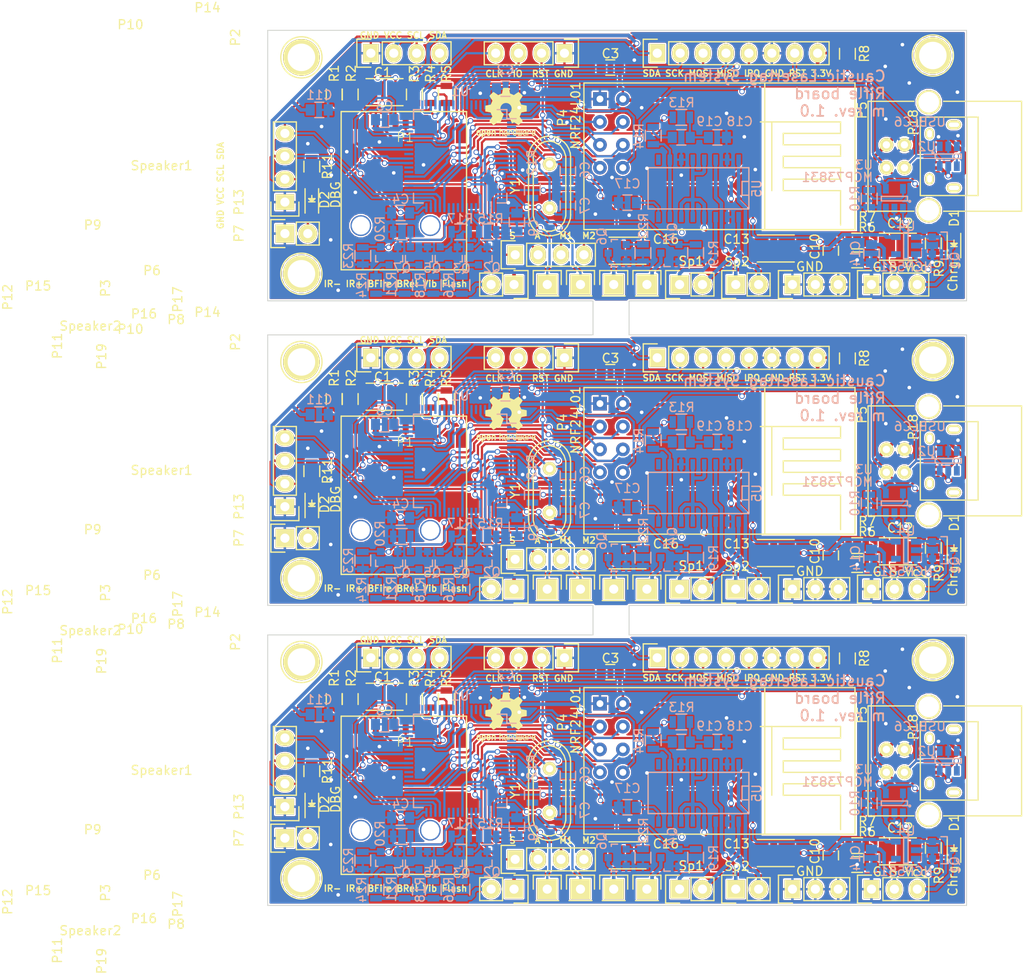
<source format=kicad_pcb>
(kicad_pcb (version 4) (host pcbnew 4.0.4-stable)
  (layers (0 F.Cu signal) (31 B.Cu signal) (34 B.Paste user) (35 F.Paste user) (36 B.SilkS user) (37 F.SilkS user) (38 B.Mask user) (39 F.Mask user) (44 Edge.Cuts user))
  (net 0 "")
  (net 1 GND)
  (net 2 +3V3)
  (net 3 "Net-(C6-Pad1)")
  (net 4 "Net-(C7-Pad1)")
  (net 5 VCC_ADC)
  (net 6 VCC)
  (net 7 +CHARGE)
  (net 8 +3.3VDAC)
  (net 9 "Net-(C17-Pad1)")
  (net 10 "Net-(C18-Pad2)")
  (net 11 "Net-(C19-Pad1)")
  (net 12 "Net-(D1-Pad2)")
  (net 13 "Net-(D1-Pad1)")
  (net 14 "Net-(D2-Pad2)")
  (net 15 UART_DBG_TX)
  (net 16 /SDIO_2)
  (net 17 /SDIO_3)
  (net 18 /SDIO_CMD)
  (net 19 /SDIO_CLK)
  (net 20 /SDIO_0)
  (net 21 /SDIO_1)
  (net 22 NRST)
  (net 23 SWDIO)
  (net 24 SWCLK)
  (net 25 "Net-(P3-Pad3)")
  (net 26 /NRF_CE)
  (net 27 /NRF_CSN)
  (net 28 /NRF_SCK)
  (net 29 /NRF_MOSI)
  (net 30 /NRF_MISO)
  (net 31 /NRF_IRQ)
  (net 32 USBDM)
  (net 33 USBDP)
  (net 34 "Net-(P5-Pad5)")
  (net 35 "Net-(P6-Pad1)")
  (net 36 "Net-(P6-Pad2)")
  (net 37 "Net-(P6-Pad3)")
  (net 38 "Net-(P6-Pad4)")
  (net 39 "Net-(P8-Pad1)")
  (net 40 "Net-(P9-Pad1)")
  (net 41 /RC522_SDA)
  (net 42 /RC522_SCK)
  (net 43 /RC522_MOSI)
  (net 44 /RC522_MISO)
  (net 45 /RC522_IRQ)
  (net 46 /RC522_RST)
  (net 47 "Net-(P11-Pad1)")
  (net 48 "Net-(P11-Pad2)")
  (net 49 "Net-(P12-Pad1)")
  (net 50 "Net-(P12-Pad2)")
  (net 51 I2C_SCL)
  (net 52 I2C_SDA)
  (net 53 "Net-(P15-Pad1)")
  (net 54 "Net-(P16-Pad1)")
  (net 55 "Net-(P17-Pad2)")
  (net 56 /IR_CH1)
  (net 57 "Net-(Q2-Pad3)")
  (net 58 /IR_CH2)
  (net 59 "Net-(Q3-Pad3)")
  (net 60 /FIRE_FLASH)
  (net 61 /IR_CH3)
  (net 62 "Net-(Q5-Pad3)")
  (net 63 /VIBRO_ENG)
  (net 64 /IR_CH4)
  (net 65 "Net-(Q7-Pad3)")
  (net 66 "Net-(R9-Pad1)")
  (net 67 "Net-(R10-Pad1)")
  (net 68 DAC_OUT)
  (net 69 "Net-(R14-Pad1)")
  (net 70 "Net-(U1-Pad1)")
  (net 71 "Net-(U1-Pad2)")
  (net 72 "Net-(U1-Pad21)")
  (net 73 "Net-(U1-Pad25)")
  (net 74 "Net-(U1-Pad37)")
  (net 75 "Net-(U1-Pad38)")
  (net 76 "Net-(U1-Pad41)")
  (net 77 "Net-(U1-Pad43)")
  (net 78 "Net-(U1-Pad60)")
  (net 79 "Net-(U1-Pad62)")
  (net 80 "Net-(U2-Pad1)")
  (net 81 "Net-(U2-Pad3)")
  (net 82 "Net-(U5-Pad9)")
  (net 83 "Net-(P18-Pad4)")
  (net 84 "Net-(P18-Pad6)")
  (net 85 "Net-(U1-Pad3)")
  (net 86 "Net-(U1-Pad4)")
  (module Symbols:OSHW-Logo2_7.3x6mm_SilkScreen (layer F.Cu) (at 54.356 102.362)
    (fp_text reference REF*** hide)
    (fp_text value OSHW-Logo2_7.3x6mm_SilkScreen hide)
  )
  (module Symbols:OSHW-Logo2_7.3x6mm_SilkScreen (layer F.Cu) (at 54.356 69.088)
    (fp_text reference REF*** hide)
    (fp_text value OSHW-Logo2_7.3x6mm_SilkScreen hide)
  )
  (module Connect:USB_B (layer F.Cu) (at 96.52 105.918)
    (fp_text reference P5 (at -2.6924 -3.8354 90) (layer F.SilkS))
    (fp_text value USB_A)
    (pad 2 thru_hole circle (at 0 2.54 270) (size 1.524 1.524) (drill 0.8128) (layers *.Cu *.Mask F.SilkS) (net 32 USBDM))
    (pad 1 thru_hole circle (at 0 0 270) (size 1.524 1.524) (drill 0.8128) (layers *.Cu *.Mask F.SilkS) (net 12 "Net-(D1-Pad2)"))
    (pad 4 thru_hole circle (at 1.99898 0 270) (size 1.524 1.524) (drill 0.8128) (layers *.Cu *.Mask F.SilkS) (net 1 GND))
    (pad 3 thru_hole circle (at 1.99898 2.54 270) (size 1.524 1.524) (drill 0.8128) (layers *.Cu *.Mask F.SilkS) (net 33 USBDP))
    (pad 5 thru_hole circle (at 4.699 7.26948 270) (size 2.70002 2.70002) (drill 2.30124) (layers *.Cu *.Mask F.SilkS) (net 34 "Net-(P5-Pad5)"))
    (pad 5 thru_hole circle (at 4.699 -4.72948 270) (size 2.70002 2.70002) (drill 2.30124) (layers *.Cu *.Mask F.SilkS) (net 34 "Net-(P5-Pad5)"))
  )
  (module components:MICROSD-CD-112J-WH (layer F.Cu) (at 43.18 103.378)
    (fp_text reference P1 (at 0 1.7272) (layer F.SilkS) (effects (font (thickness 0.1))))
    (fp_text value MICROSD-SDIO-CD hide)
    (pad 1 smd rect (at 2.2352 0) (size 0.6604 1.5748) (layers F.Cu F.Paste F.Mask) (net 16 /SDIO_2))
    (pad 2 smd rect (at 1.143 0) (size 0.6604 1.5748) (layers F.Cu F.Paste F.Mask) (net 17 /SDIO_3))
    (pad 3 smd rect (at 0.0508 0) (size 0.6604 1.5748) (layers F.Cu F.Paste F.Mask) (net 18 /SDIO_CMD))
    (pad 4 smd rect (at -1.0668 0) (size 0.6604 1.5748) (layers F.Cu F.Paste F.Mask) (net 2 +3V3))
    (pad 5 smd rect (at -2.159 0) (size 0.6604 1.5748) (layers F.Cu F.Paste F.Mask) (net 19 /SDIO_CLK))
    (pad 6 smd rect (at -3.2512 0) (size 0.6604 1.5748) (layers F.Cu F.Paste F.Mask) (net 1 GND))
    (pad 7 smd rect (at -4.3688 0) (size 0.6604 1.5748) (layers F.Cu F.Paste F.Mask) (net 20 /SDIO_0))
    (pad 8 smd rect (at -5.461 0) (size 0.6604 1.5748) (layers F.Cu F.Paste F.Mask) (net 21 /SDIO_1))
    (pad CD smd rect (at -6.5532 0) (size 0.6604 1.5748) (layers F.Cu F.Paste F.Mask))
    (pad CASE smd rect (at -7.8 10.9) (size 1.1684 2.1844) (layers F.Cu F.Paste F.Mask))
    (pad CASE smd rect (at 7.55 10.9) (size 1.1684 2.1844) (layers F.Cu F.Paste F.Mask))
    (pad CASE smd rect (at -7.8 1.1) (size 1.1684 2.1844) (layers F.Cu F.Paste F.Mask))
    (pad CASE smd rect (at 6.2 1.27) (size 1.1684 2.1844) (layers F.Cu F.Paste F.Mask))
    (pad NC thru_hole circle (at -4.9149 11.5) (size 2.3 2.3) (drill oval 2) (layers *.Cu *.Mask))
    (pad NC thru_hole circle (at 2.7813 11.5) (size 2.3 2.3) (drill oval 2) (layers *.Cu *.Mask))
  )
  (module components:NRF24L01-mini (layer F.Cu) (at 66.04 104.648 270)
    (fp_text reference P4 (at -1.7272 5.4356 270) (layer F.SilkS))
    (fp_text value NRF24L01 (at -1.9812 3.9624 450) (layer F.SilkS))
    (pad 1 thru_hole rect (at -3.81 1.27 270) (size 1.524 1.524) (drill 0.762) (layers *.Cu *.Mask) (net 1 GND))
    (pad 2 thru_hole circle (at -3.81 -1.27 270) (size 1.524 1.524) (drill 0.762) (layers *.Cu *.Mask) (net 2 +3V3))
    (pad 3 thru_hole circle (at -1.27 1.27 270) (size 1.524 1.524) (drill 0.762) (layers *.Cu *.Mask) (net 26 /NRF_CE))
    (pad 4 thru_hole circle (at -1.27 -1.27 270) (size 1.524 1.524) (drill 0.762) (layers *.Cu *.Mask) (net 27 /NRF_CSN))
    (pad 5 thru_hole circle (at 1.27 1.27 270) (size 1.524 1.524) (drill 0.762) (layers *.Cu *.Mask) (net 28 /NRF_SCK))
    (pad 6 thru_hole circle (at 1.27 -1.27 270) (size 1.524 1.524) (drill 0.762) (layers *.Cu *.Mask) (net 29 /NRF_MOSI))
    (pad 7 thru_hole circle (at 3.81 1.27 270) (size 1.524 1.524) (drill 0.762) (layers *.Cu *.Mask) (net 30 /NRF_MISO))
    (pad 8 thru_hole circle (at 3.81 -1.27 270) (size 1.524 1.524) (drill 0.762) (layers *.Cu *.Mask) (net 31 /NRF_IRQ))
  )
  (module Capacitors_Tantalum_SMD:TantalC_SizeB_EIA-3528_Reflow (layer F.Cu) (at 40.64 100.076 180)
    (fp_text reference C1 (at -0.0508 2.1844 180) (layer F.SilkS))
    (fp_text value 100uF)
    (pad 2 smd rect (at 1.46 0 180) (size 1.8 2.23) (layers F.Cu F.Paste F.Mask) (net 1 GND))
    (pad 1 smd rect (at -1.46 0 180) (size 1.8 2.23) (layers F.Cu F.Paste F.Mask) (net 2 +3V3))
  )
  (module Capacitors_SMD:C_0805 (layer B.Cu) (at 54.2925 99.695 180)
    (fp_text reference C2 (at 0 2.1 180) (layer B.SilkS) (effects (justify mirror)))
    (fp_text value 0.1)
    (pad 1 smd rect (at -1 0 180) (size 1 1.25) (layers B.Cu B.Paste B.Mask) (net 2 +3V3))
    (pad 2 smd rect (at 1 0 180) (size 1 1.25) (layers B.Cu B.Paste B.Mask) (net 1 GND))
  )
  (module Capacitors_SMD:C_0805 (layer F.Cu) (at 65.913 97.3455 180)
    (fp_text reference C3 (at -0.0254 1.5367 180) (layer F.SilkS))
    (fp_text value 0.1)
    (pad 1 smd rect (at -1 0 180) (size 1 1.25) (layers F.Cu F.Paste F.Mask) (net 2 +3V3))
    (pad 2 smd rect (at 1 0 180) (size 1 1.25) (layers F.Cu F.Paste F.Mask) (net 1 GND))
  )
  (module Capacitors_SMD:C_0805 (layer B.Cu) (at 42.672 113.4745 180)
    (fp_text reference C4 (at 0 1.524 180) (layer B.SilkS) (effects (justify mirror)))
    (fp_text value 0.1)
    (pad 1 smd rect (at -1 0 180) (size 1 1.25) (layers B.Cu B.Paste B.Mask) (net 2 +3V3))
    (pad 2 smd rect (at 1 0 180) (size 1 1.25) (layers B.Cu B.Paste B.Mask) (net 1 GND))
  )
  (module Capacitors_SMD:C_0805 (layer B.Cu) (at 40.894 103.124 180)
    (fp_text reference C5 (at 0 1.524 180) (layer B.SilkS) (effects (justify mirror)))
    (fp_text value 0.1)
    (pad 1 smd rect (at -1 0 180) (size 1 1.25) (layers B.Cu B.Paste B.Mask) (net 2 +3V3))
    (pad 2 smd rect (at 1 0 180) (size 1 1.25) (layers B.Cu B.Paste B.Mask) (net 1 GND))
  )
  (module Capacitors_SMD:C_0805 (layer B.Cu) (at 61.214 108.839 270)
    (fp_text reference C6 (at -0.127 -1.905 270) (layer B.SilkS) (effects (justify mirror)))
    (fp_text value 20pF)
    (pad 1 smd rect (at -1 0 270) (size 1 1.25) (layers B.Cu B.Paste B.Mask) (net 3 "Net-(C6-Pad1)"))
    (pad 2 smd rect (at 1 0 270) (size 1 1.25) (layers B.Cu B.Paste B.Mask) (net 1 GND))
  )
  (module Capacitors_SMD:C_0805 (layer B.Cu) (at 61.214 112.649 90)
    (fp_text reference C7 (at 0 1.905 90) (layer B.SilkS) (effects (justify mirror)))
    (fp_text value 20pF)
    (pad 1 smd rect (at -1 0 90) (size 1 1.25) (layers B.Cu B.Paste B.Mask) (net 4 "Net-(C7-Pad1)"))
    (pad 2 smd rect (at 1 0 90) (size 1 1.25) (layers B.Cu B.Paste B.Mask) (net 1 GND))
  )
  (module Capacitors_SMD:C_0805 (layer B.Cu) (at 55.5625 114.4905 90)
    (fp_text reference C9 (at -0.635 1.8415 90) (layer B.SilkS) (effects (justify mirror)))
    (fp_text value 0.1)
    (pad 1 smd rect (at -1 0 90) (size 1 1.25) (layers B.Cu B.Paste B.Mask) (net 2 +3V3))
    (pad 2 smd rect (at 1 0 90) (size 1 1.25) (layers B.Cu B.Paste B.Mask) (net 1 GND))
  )
  (module Capacitors_SMD:C_0805 (layer F.Cu) (at 90.3605 117.6655 270)
    (fp_text reference C10 (at -0.4699 1.7653 270) (layer F.SilkS))
    (fp_text value 0.1uF)
    (pad 1 smd rect (at -1 0 270) (size 1 1.25) (layers F.Cu F.Paste F.Mask) (net 5 VCC_ADC))
    (pad 2 smd rect (at 1 0 270) (size 1 1.25) (layers F.Cu F.Paste F.Mask) (net 1 GND))
  )
  (module Capacitors_SMD:C_0805 (layer B.Cu) (at 33.655 102.0445)
    (fp_text reference C11 (at 0 -1.651) (layer B.SilkS) (effects (justify mirror)))
    (fp_text value 0.1uF)
    (pad 1 smd rect (at -1 0) (size 1 1.25) (layers B.Cu B.Paste B.Mask) (net 6 VCC))
    (pad 2 smd rect (at 1 0) (size 1 1.25) (layers B.Cu B.Paste B.Mask) (net 1 GND))
  )
  (module Capacitors_Tantalum_SMD:TantalC_SizeB_EIA-3528_Reflow (layer F.Cu) (at 98.044 117.221)
    (fp_text reference C12 (at 0 -2.6) (layer F.SilkS))
    (fp_text value 100uF)
    (pad 2 smd rect (at 1.46 0) (size 1.8 2.23) (layers F.Cu F.Paste F.Mask) (net 1 GND))
    (pad 1 smd rect (at -1.46 0) (size 1.8 2.23) (layers F.Cu F.Paste F.Mask) (net 6 VCC))
  )
  (module Capacitors_Tantalum_SMD:TantalC_SizeB_EIA-3528_Reflow (layer F.Cu) (at 84.0105 117.4115 180)
    (fp_text reference C13 (at 4.1021 1.0287 180) (layer F.SilkS))
    (fp_text value 100uF)
    (pad 2 smd rect (at 1.46 0 180) (size 1.8 2.23) (layers F.Cu F.Paste F.Mask) (net 1 GND))
    (pad 1 smd rect (at -1.46 0 180) (size 1.8 2.23) (layers F.Cu F.Paste F.Mask) (net 2 +3V3))
  )
  (module Capacitors_SMD:C_0805 (layer B.Cu) (at 94.869 117.983 270)
    (fp_text reference C14 (at 0 1.778 270) (layer B.SilkS) (effects (justify mirror)))
    (fp_text value 4.7uF)
    (pad 1 smd rect (at -1 0 270) (size 1 1.25) (layers B.Cu B.Paste B.Mask) (net 7 +CHARGE))
    (pad 2 smd rect (at 1 0 270) (size 1 1.25) (layers B.Cu B.Paste B.Mask) (net 1 GND))
  )
  (module Capacitors_Tantalum_SMD:TantalC_SizeB_EIA-3528_Reflow (layer F.Cu) (at 68.072 117.6655)
    (fp_text reference C16 (at 4.0132 -1.2827) (layer F.SilkS))
    (fp_text value 100uF)
    (pad 2 smd rect (at 1.46 0) (size 1.8 2.23) (layers F.Cu F.Paste F.Mask) (net 1 GND))
    (pad 1 smd rect (at -1.46 0) (size 1.8 2.23) (layers F.Cu F.Paste F.Mask) (net 8 +3.3VDAC))
  )
  (module Capacitors_SMD:C_0805 (layer B.Cu) (at 67.818 112.3315 180)
    (fp_text reference C17 (at 0 2.1 180) (layer B.SilkS) (effects (justify mirror)))
    (fp_text value 0.1)
    (pad 1 smd rect (at -1 0 180) (size 1 1.25) (layers B.Cu B.Paste B.Mask) (net 9 "Net-(C17-Pad1)"))
    (pad 2 smd rect (at 1 0 180) (size 1 1.25) (layers B.Cu B.Paste B.Mask) (net 1 GND))
  )
  (module Capacitors_SMD:C_0805 (layer B.Cu) (at 77.7875 105.0925 180)
    (fp_text reference C18 (at -2.4765 1.7653 180) (layer B.SilkS) (effects (justify mirror)))
    (fp_text value 0.015uF)
    (pad 1 smd rect (at -1 0 180) (size 1 1.25) (layers B.Cu B.Paste B.Mask) (net 1 GND))
    (pad 2 smd rect (at 1 0 180) (size 1 1.25) (layers B.Cu B.Paste B.Mask) (net 10 "Net-(C18-Pad2)"))
  )
  (module Capacitors_SMD:C_0805 (layer B.Cu) (at 73.787 105.0925)
    (fp_text reference C19 (at 3.1242 -1.7653) (layer B.SilkS) (effects (justify mirror)))
    (fp_text value 0.47uF)
    (pad 1 smd rect (at -1 0) (size 1 1.25) (layers B.Cu B.Paste B.Mask) (net 11 "Net-(C19-Pad1)"))
    (pad 2 smd rect (at 1 0) (size 1 1.25) (layers B.Cu B.Paste B.Mask) (net 10 "Net-(C18-Pad2)"))
  )
  (module LEDs:LED_0805 (layer F.Cu) (at 104.013 116.84 90)
    (fp_text reference D1 (at 2.794 0.0254 90) (layer F.SilkS))
    (fp_text value Chrg (at -3.6576 -0.127 90) (layer F.SilkS))
    (pad 2 smd rect (at 1.04902 0 270) (size 1.19888 1.19888) (layers F.Cu F.Paste F.Mask) (net 12 "Net-(D1-Pad2)"))
    (pad 1 smd rect (at -1.04902 0 270) (size 1.19888 1.19888) (layers F.Cu F.Paste F.Mask) (net 13 "Net-(D1-Pad1)"))
  )
  (module LEDs:LED_0805 (layer F.Cu) (at 32.8295 111.887 90)
    (fp_text reference D2 (at -0.127 1.4097 90) (layer F.SilkS))
    (fp_text value DBG (at 0.4318 2.6289 90) (layer F.SilkS))
    (pad 2 smd rect (at 1.04902 0 270) (size 1.19888 1.19888) (layers F.Cu F.Paste F.Mask) (net 14 "Net-(D2-Pad2)"))
    (pad 1 smd rect (at -1.04902 0 270) (size 1.19888 1.19888) (layers F.Cu F.Paste F.Mask) (net 15 UART_DBG_TX))
  )
  (module Pin_Headers:Pin_Header_Straight_1x04 (layer F.Cu) (at 60.833 95.758 270)
    (fp_text reference P2 (at -1.7526 36.4744 270) (layer F.SilkS))
    (fp_text value SWD)
    (pad 1 thru_hole rect (at 0 0 270) (size 2.032 1.7272) (drill 1.016) (layers *.Cu *.Mask F.SilkS) (net 1 GND))
    (pad 2 thru_hole oval (at 0 2.54 270) (size 2.032 1.7272) (drill 1.016) (layers *.Cu *.Mask F.SilkS) (net 22 NRST))
    (pad 3 thru_hole oval (at 0 5.08 270) (size 2.032 1.7272) (drill 1.016) (layers *.Cu *.Mask F.SilkS) (net 23 SWDIO))
    (pad 4 thru_hole oval (at 0 7.62 270) (size 2.032 1.7272) (drill 1.016) (layers *.Cu *.Mask F.SilkS) (net 24 SWCLK))
  )
  (module Pin_Headers:Pin_Header_Straight_1x03 (layer F.Cu) (at 94.869 121.412 90)
    (fp_text reference P3 (at -0.4064 -84.9122 90) (layer F.SilkS))
    (fp_text value "G B Vcc" (at 1.9304 3.175 180) (layer F.SilkS))
    (pad 1 thru_hole rect (at 0 0 90) (size 2.032 1.7272) (drill 1.016) (layers *.Cu *.Mask F.SilkS) (net 1 GND))
    (pad 2 thru_hole oval (at 0 2.54 90) (size 2.032 1.7272) (drill 1.016) (layers *.Cu *.Mask F.SilkS) (net 7 +CHARGE))
    (pad 3 thru_hole oval (at 0 5.08 90) (size 2.032 1.7272) (drill 1.016) (layers *.Cu *.Mask F.SilkS) (net 25 "Net-(P3-Pad3)"))
  )
  (module Pin_Headers:Pin_Header_Straight_1x04 (layer F.Cu) (at 55.372 118.11 90)
    (fp_text reference P6 (at -1.7526 -40.259 180) (layer F.SilkS))
    (fp_text value S_A_M1_M2)
    (pad 1 thru_hole rect (at 0 0 90) (size 2.032 1.7272) (drill 1.016) (layers *.Cu *.Mask F.SilkS) (net 35 "Net-(P6-Pad1)"))
    (pad 2 thru_hole oval (at 0 2.54 90) (size 2.032 1.7272) (drill 1.016) (layers *.Cu *.Mask F.SilkS) (net 36 "Net-(P6-Pad2)"))
    (pad 3 thru_hole oval (at 0 5.08 90) (size 2.032 1.7272) (drill 1.016) (layers *.Cu *.Mask F.SilkS) (net 37 "Net-(P6-Pad3)"))
    (pad 4 thru_hole oval (at 0 7.62 90) (size 2.032 1.7272) (drill 1.016) (layers *.Cu *.Mask F.SilkS) (net 38 "Net-(P6-Pad4)"))
  )
  (module Pin_Headers:Pin_Header_Straight_1x02 (layer F.Cu) (at 29.845 115.7605 90)
    (fp_text reference P7 (at 0 -5.1 90) (layer F.SilkS))
    (fp_text value DEBUG_TX)
    (pad 1 thru_hole rect (at 0 0 90) (size 2.032 2.032) (drill 1.016) (layers *.Cu *.Mask F.SilkS) (net 1 GND))
    (pad 2 thru_hole oval (at 0 2.54 90) (size 2.032 2.032) (drill 1.016) (layers *.Cu *.Mask F.SilkS) (net 15 UART_DBG_TX))
  )
  (module Pin_Headers:Pin_Header_Straight_1x01 (layer F.Cu) (at 58.928 121.412)
    (fp_text reference P8 (at -41.148 3.8862) (layer F.SilkS))
    (fp_text value Fire)
    (pad 1 thru_hole rect (at 0 0) (size 2.2352 2.2352) (drill 1.016) (layers *.Cu *.Mask F.SilkS) (net 39 "Net-(P8-Pad1)"))
  )
  (module Pin_Headers:Pin_Header_Straight_1x01 (layer F.Cu) (at 62.611 121.412)
    (fp_text reference P9 (at -54.0766 -6.604) (layer F.SilkS))
    (fp_text value Reload)
    (pad 1 thru_hole rect (at 0 0) (size 2.2352 2.2352) (drill 1.016) (layers *.Cu *.Mask F.SilkS) (net 40 "Net-(P9-Pad1)"))
  )
  (module Socket_Strips:Socket_Strip_Straight_1x08 (layer F.Cu) (at 71.12 95.758)
    (fp_text reference P10 (at -58.3946 -3.175) (layer F.SilkS))
    (fp_text value RC522)
    (pad 1 thru_hole rect (at 0 0) (size 1.7272 2.032) (drill 1.016) (layers *.Cu *.Mask F.SilkS) (net 41 /RC522_SDA))
    (pad 2 thru_hole oval (at 2.54 0) (size 1.7272 2.032) (drill 1.016) (layers *.Cu *.Mask F.SilkS) (net 42 /RC522_SCK))
    (pad 3 thru_hole oval (at 5.08 0) (size 1.7272 2.032) (drill 1.016) (layers *.Cu *.Mask F.SilkS) (net 43 /RC522_MOSI))
    (pad 4 thru_hole oval (at 7.62 0) (size 1.7272 2.032) (drill 1.016) (layers *.Cu *.Mask F.SilkS) (net 44 /RC522_MISO))
    (pad 5 thru_hole oval (at 10.16 0) (size 1.7272 2.032) (drill 1.016) (layers *.Cu *.Mask F.SilkS) (net 45 /RC522_IRQ))
    (pad 6 thru_hole oval (at 12.7 0) (size 1.7272 2.032) (drill 1.016) (layers *.Cu *.Mask F.SilkS) (net 1 GND))
    (pad 7 thru_hole oval (at 15.24 0) (size 1.7272 2.032) (drill 1.016) (layers *.Cu *.Mask F.SilkS) (net 46 /RC522_RST))
    (pad 8 thru_hole oval (at 17.78 0) (size 1.7272 2.032) (drill 1.016) (layers *.Cu *.Mask F.SilkS) (net 2 +3V3))
  )
  (module Pin_Headers:Pin_Header_Straight_1x02 (layer F.Cu) (at 73.5965 121.412 90)
    (fp_text reference P11 (at -6.8072 -68.9737 90) (layer F.SilkS))
    (fp_text value Speaker1 (at 13.1826 -57.4167 180) (layer F.SilkS))
    (pad 1 thru_hole rect (at 0 0 90) (size 2.032 2.032) (drill 1.016) (layers *.Cu *.Mask F.SilkS) (net 47 "Net-(P11-Pad1)"))
    (pad 2 thru_hole oval (at 0 2.54 90) (size 2.032 2.032) (drill 1.016) (layers *.Cu *.Mask F.SilkS) (net 48 "Net-(P11-Pad2)"))
  )
  (module Pin_Headers:Pin_Header_Straight_1x02 (layer F.Cu) (at 79.8195 121.412 90)
    (fp_text reference P12 (at -1.397 -80.7085 90) (layer F.SilkS))
    (fp_text value Speaker2 (at -4.5974 -71.5391 180) (layer F.SilkS))
    (pad 1 thru_hole rect (at 0 0 90) (size 2.032 2.032) (drill 1.016) (layers *.Cu *.Mask F.SilkS) (net 49 "Net-(P12-Pad1)"))
    (pad 2 thru_hole oval (at 0 2.54 90) (size 2.032 2.032) (drill 1.016) (layers *.Cu *.Mask F.SilkS) (net 50 "Net-(P12-Pad2)"))
  )
  (module Socket_Strips:Socket_Strip_Straight_1x04 (layer F.Cu) (at 29.845 112.268 90)
    (fp_text reference P13 (at 0 -5.1 90) (layer F.SilkS))
    (fp_text value "I2C display")
    (pad 1 thru_hole rect (at 0 0 90) (size 1.7272 2.032) (drill 1.016) (layers *.Cu *.Mask F.SilkS) (net 1 GND))
    (pad 2 thru_hole oval (at 2.54 0 90) (size 1.7272 2.032) (drill 1.016) (layers *.Cu *.Mask F.SilkS) (net 6 VCC))
    (pad 3 thru_hole oval (at 5.08 0 90) (size 1.7272 2.032) (drill 1.016) (layers *.Cu *.Mask F.SilkS) (net 51 I2C_SCL))
    (pad 4 thru_hole oval (at 7.62 0 90) (size 1.7272 2.032) (drill 1.016) (layers *.Cu *.Mask F.SilkS) (net 52 I2C_SDA))
  )
  (module Socket_Strips:Socket_Strip_Straight_1x04 (layer F.Cu) (at 39.37 95.758)
    (fp_text reference P14 (at -18.1102 -5.0546) (layer F.SilkS))
    (fp_text value "I2C display")
    (pad 1 thru_hole rect (at 0 0) (size 1.7272 2.032) (drill 1.016) (layers *.Cu *.Mask F.SilkS) (net 1 GND))
    (pad 2 thru_hole oval (at 2.54 0) (size 1.7272 2.032) (drill 1.016) (layers *.Cu *.Mask F.SilkS) (net 6 VCC))
    (pad 3 thru_hole oval (at 5.08 0) (size 1.7272 2.032) (drill 1.016) (layers *.Cu *.Mask F.SilkS) (net 51 I2C_SCL))
    (pad 4 thru_hole oval (at 7.62 0) (size 1.7272 2.032) (drill 1.016) (layers *.Cu *.Mask F.SilkS) (net 52 I2C_SDA))
  )
  (module Pin_Headers:Pin_Header_Straight_1x01 (layer F.Cu) (at 69.977 121.412)
    (fp_text reference P15 (at -67.4878 0.1524) (layer F.SilkS))
    (fp_text value FLASH)
    (pad 1 thru_hole rect (at 0 0) (size 2.2352 2.2352) (drill 1.016) (layers *.Cu *.Mask F.SilkS) (net 53 "Net-(P15-Pad1)"))
  )
  (module Pin_Headers:Pin_Header_Straight_1x01 (layer F.Cu) (at 66.294 121.412)
    (fp_text reference P16 (at -52.07 3.2512) (layer F.SilkS))
    (fp_text value VIBRO)
    (pad 1 thru_hole rect (at 0 0) (size 2.2352 2.2352) (drill 1.016) (layers *.Cu *.Mask F.SilkS) (net 54 "Net-(P16-Pad1)"))
  )
  (module Pin_Headers:Pin_Header_Straight_1x02 (layer F.Cu) (at 55.245 121.412 270)
    (fp_text reference P17 (at 1.651 37.2872 270) (layer F.SilkS))
    (fp_text value IR_LED)
    (pad 1 thru_hole rect (at 0 0 270) (size 2.032 2.032) (drill 1.016) (layers *.Cu *.Mask F.SilkS) (net 6 VCC))
    (pad 2 thru_hole oval (at 0 2.54 270) (size 2.032 2.032) (drill 1.016) (layers *.Cu *.Mask F.SilkS) (net 55 "Net-(P17-Pad2)"))
  )
  (module TO_SOT_Packages_SMD:SOT-23 (layer B.Cu) (at 102.616 117.094 90)
    (fp_text reference Q1 (at -1.6764 1.4732 90) (layer B.SilkS) (effects (justify mirror)))
    (fp_text value IRLML6402)
    (pad 1 smd rect (at -0.95 -1.00076 90) (size 0.8001 0.8001) (layers B.Cu B.Paste B.Mask) (net 1 GND))
    (pad 2 smd rect (at 0.95 -1.00076 90) (size 0.8001 0.8001) (layers B.Cu B.Paste B.Mask) (net 6 VCC))
    (pad 3 smd rect (at 0 0.99822 90) (size 0.8001 0.8001) (layers B.Cu B.Paste B.Mask) (net 25 "Net-(P3-Pad3)"))
  )
  (module TO_SOT_Packages_SMD:SOT-23 (layer B.Cu) (at 51.308 118.237)
    (fp_text reference Q2 (at 1.4732 1.2954) (layer B.SilkS) (effects (justify mirror)))
    (fp_text value IRLML2502)
    (pad 1 smd rect (at -0.95 -1.00076) (size 0.8001 0.8001) (layers B.Cu B.Paste B.Mask) (net 56 /IR_CH1))
    (pad 2 smd rect (at 0.95 -1.00076) (size 0.8001 0.8001) (layers B.Cu B.Paste B.Mask) (net 1 GND))
    (pad 3 smd rect (at 0 0.99822) (size 0.8001 0.8001) (layers B.Cu B.Paste B.Mask) (net 57 "Net-(Q2-Pad3)"))
  )
  (module TO_SOT_Packages_SMD:SOT-23 (layer B.Cu) (at 48.006 118.237)
    (fp_text reference Q3 (at 1.4224 1.397) (layer B.SilkS) (effects (justify mirror)))
    (fp_text value IRLML2502)
    (pad 1 smd rect (at -0.95 -1.00076) (size 0.8001 0.8001) (layers B.Cu B.Paste B.Mask) (net 58 /IR_CH2))
    (pad 2 smd rect (at 0.95 -1.00076) (size 0.8001 0.8001) (layers B.Cu B.Paste B.Mask) (net 1 GND))
    (pad 3 smd rect (at 0 0.99822) (size 0.8001 0.8001) (layers B.Cu B.Paste B.Mask) (net 59 "Net-(Q3-Pad3)"))
  )
  (module TO_SOT_Packages_SMD:SOT-23 (layer B.Cu) (at 72.517 117.9195 270)
    (fp_text reference Q4 (at -2.4003 -0.2794 270) (layer B.SilkS) (effects (justify mirror)))
    (fp_text value IRLML2502)
    (pad 1 smd rect (at -0.95 -1.00076 270) (size 0.8001 0.8001) (layers B.Cu B.Paste B.Mask) (net 60 /FIRE_FLASH))
    (pad 2 smd rect (at 0.95 -1.00076 270) (size 0.8001 0.8001) (layers B.Cu B.Paste B.Mask) (net 1 GND))
    (pad 3 smd rect (at 0 0.99822 270) (size 0.8001 0.8001) (layers B.Cu B.Paste B.Mask) (net 53 "Net-(P15-Pad1)"))
  )
  (module TO_SOT_Packages_SMD:SOT-23 (layer B.Cu) (at 44.704 118.237)
    (fp_text reference Q5 (at 1.4732 1.3462) (layer B.SilkS) (effects (justify mirror)))
    (fp_text value IRLML2502)
    (pad 1 smd rect (at -0.95 -1.00076) (size 0.8001 0.8001) (layers B.Cu B.Paste B.Mask) (net 61 /IR_CH3))
    (pad 2 smd rect (at 0.95 -1.00076) (size 0.8001 0.8001) (layers B.Cu B.Paste B.Mask) (net 1 GND))
    (pad 3 smd rect (at 0 0.99822) (size 0.8001 0.8001) (layers B.Cu B.Paste B.Mask) (net 62 "Net-(Q5-Pad3)"))
  )
  (module TO_SOT_Packages_SMD:SOT-23 (layer B.Cu) (at 66.675 117.9195 270)
    (fp_text reference Q6 (at -1.8415 1.7018 270) (layer B.SilkS) (effects (justify mirror)))
    (fp_text value IRLML2502)
    (pad 1 smd rect (at -0.95 -1.00076 270) (size 0.8001 0.8001) (layers B.Cu B.Paste B.Mask) (net 63 /VIBRO_ENG))
    (pad 2 smd rect (at 0.95 -1.00076 270) (size 0.8001 0.8001) (layers B.Cu B.Paste B.Mask) (net 1 GND))
    (pad 3 smd rect (at 0 0.99822 270) (size 0.8001 0.8001) (layers B.Cu B.Paste B.Mask) (net 54 "Net-(P16-Pad1)"))
  )
  (module TO_SOT_Packages_SMD:SOT-23 (layer B.Cu) (at 41.402 118.237)
    (fp_text reference Q7 (at 1.4224 1.3462) (layer B.SilkS) (effects (justify mirror)))
    (fp_text value IRLML2502)
    (pad 1 smd rect (at -0.95 -1.00076) (size 0.8001 0.8001) (layers B.Cu B.Paste B.Mask) (net 64 /IR_CH4))
    (pad 2 smd rect (at 0.95 -1.00076) (size 0.8001 0.8001) (layers B.Cu B.Paste B.Mask) (net 1 GND))
    (pad 3 smd rect (at 0 0.99822) (size 0.8001 0.8001) (layers B.Cu B.Paste B.Mask) (net 65 "Net-(Q7-Pad3)"))
  )
  (module Resistors_SMD:R_0805 (layer F.Cu) (at 35.306 100.33 270)
    (fp_text reference R1 (at -2.3368 0 270) (layer F.SilkS))
    (fp_text value 47k)
    (pad 1 smd rect (at -0.95 0 270) (size 0.7 1.3) (layers F.Cu F.Paste F.Mask) (net 2 +3V3))
    (pad 2 smd rect (at 0.95 0 270) (size 0.7 1.3) (layers F.Cu F.Paste F.Mask) (net 21 /SDIO_1))
  )
  (module Resistors_SMD:R_0805 (layer F.Cu) (at 37.084 100.33 270)
    (fp_text reference R2 (at -2.3368 -0.1016 270) (layer F.SilkS))
    (fp_text value 47k)
    (pad 1 smd rect (at -0.95 0 270) (size 0.7 1.3) (layers F.Cu F.Paste F.Mask) (net 2 +3V3))
    (pad 2 smd rect (at 0.95 0 270) (size 0.7 1.3) (layers F.Cu F.Paste F.Mask) (net 20 /SDIO_0))
  )
  (module Resistors_SMD:R_0805 (layer F.Cu) (at 44.196 100.33 270)
    (fp_text reference R3 (at -2.286 0 270) (layer F.SilkS))
    (fp_text value 47k)
    (pad 1 smd rect (at -0.95 0 270) (size 0.7 1.3) (layers F.Cu F.Paste F.Mask) (net 2 +3V3))
    (pad 2 smd rect (at 0.95 0 270) (size 0.7 1.3) (layers F.Cu F.Paste F.Mask) (net 18 /SDIO_CMD))
  )
  (module Resistors_SMD:R_0805 (layer F.Cu) (at 45.974 100.33 270)
    (fp_text reference R4 (at -2.286 0 270) (layer F.SilkS))
    (fp_text value 47k)
    (pad 1 smd rect (at -0.95 0 270) (size 0.7 1.3) (layers F.Cu F.Paste F.Mask) (net 2 +3V3))
    (pad 2 smd rect (at 0.95 0 270) (size 0.7 1.3) (layers F.Cu F.Paste F.Mask) (net 17 /SDIO_3))
  )
  (module Resistors_SMD:R_0805 (layer F.Cu) (at 47.752 100.33 270)
    (fp_text reference R5 (at -2.286 0 270) (layer F.SilkS))
    (fp_text value 47k)
    (pad 1 smd rect (at -0.95 0 270) (size 0.7 1.3) (layers F.Cu F.Paste F.Mask) (net 2 +3V3))
    (pad 2 smd rect (at 0.95 0 270) (size 0.7 1.3) (layers F.Cu F.Paste F.Mask) (net 16 /SDIO_2))
  )
  (module Resistors_SMD:R_0805 (layer F.Cu) (at 93.2815 118.6815)
    (fp_text reference R6 (at 1.1049 -3.6195) (layer F.SilkS))
    (fp_text value 10k)
    (pad 1 smd rect (at -0.95 0) (size 0.7 1.3) (layers F.Cu F.Paste F.Mask) (net 5 VCC_ADC))
    (pad 2 smd rect (at 0.95 0) (size 0.7 1.3) (layers F.Cu F.Paste F.Mask) (net 1 GND))
  )
  (module Resistors_SMD:R_0805 (layer F.Cu) (at 93.2815 116.586 180)
    (fp_text reference R7 (at -1.1049 2.6924 180) (layer F.SilkS))
    (fp_text value 10k)
    (pad 1 smd rect (at -0.95 0 180) (size 0.7 1.3) (layers F.Cu F.Paste F.Mask) (net 6 VCC))
    (pad 2 smd rect (at 0.95 0 180) (size 0.7 1.3) (layers F.Cu F.Paste F.Mask) (net 5 VCC_ADC))
  )
  (module Resistors_SMD:R_0805 (layer F.Cu) (at 92.202 95.8215 90)
    (fp_text reference R8 (at 0.0127 1.8796 90) (layer F.SilkS))
    (fp_text value 1.5k)
    (pad 1 smd rect (at -0.95 0 90) (size 0.7 1.3) (layers F.Cu F.Paste F.Mask) (net 33 USBDP))
    (pad 2 smd rect (at 0.95 0 90) (size 0.7 1.3) (layers F.Cu F.Paste F.Mask) (net 2 +3V3))
  )
  (module Resistors_SMD:R_0805 (layer F.Cu) (at 101.727 116.84 270)
    (fp_text reference R9 (at 3.048 -0.635 270) (layer F.SilkS))
    (fp_text value 470)
    (pad 1 smd rect (at -0.95 0 270) (size 0.7 1.3) (layers F.Cu F.Paste F.Mask) (net 66 "Net-(R9-Pad1)"))
    (pad 2 smd rect (at 0.95 0 270) (size 0.7 1.3) (layers F.Cu F.Paste F.Mask) (net 13 "Net-(D1-Pad1)"))
  )
  (module Resistors_SMD:R_0805 (layer B.Cu) (at 94.615 111.887 270)
    (fp_text reference R10 (at 0 1.5875 270) (layer B.SilkS) (effects (justify mirror)))
    (fp_text value 2k)
    (pad 1 smd rect (at -0.95 0 270) (size 0.7 1.3) (layers B.Cu B.Paste B.Mask) (net 67 "Net-(R10-Pad1)"))
    (pad 2 smd rect (at 0.95 0 270) (size 0.7 1.3) (layers B.Cu B.Paste B.Mask) (net 1 GND))
  )
  (module Resistors_SMD:R_0805 (layer F.Cu) (at 32.8295 108.331 270)
    (fp_text reference R11 (at -0.0254 -1.7145 270) (layer F.SilkS))
    (fp_text value 470)
    (pad 1 smd rect (at -0.95 0 270) (size 0.7 1.3) (layers F.Cu F.Paste F.Mask) (net 6 VCC))
    (pad 2 smd rect (at 0.95 0 270) (size 0.7 1.3) (layers F.Cu F.Paste F.Mask) (net 14 "Net-(D2-Pad2)"))
  )
  (module Resistors_SMD:R_0805 (layer B.Cu) (at 57.277 110.871 270)
    (fp_text reference R12 (at -2.9845 0.0635 270) (layer B.SilkS) (effects (justify mirror)))
    (fp_text value 100)
    (pad 1 smd rect (at -0.95 0 270) (size 0.7 1.3) (layers B.Cu B.Paste B.Mask) (net 8 +3.3VDAC))
    (pad 2 smd rect (at 0.95 0 270) (size 0.7 1.3) (layers B.Cu B.Paste B.Mask) (net 2 +3V3))
  )
  (module Resistors_SMD:R_0805 (layer B.Cu) (at 73.787 102.87 180)
    (fp_text reference R13 (at -0.0254 1.6256 180) (layer B.SilkS) (effects (justify mirror)))
    (fp_text value 10k)
    (pad 1 smd rect (at -0.95 0 180) (size 0.7 1.3) (layers B.Cu B.Paste B.Mask) (net 10 "Net-(C18-Pad2)"))
    (pad 2 smd rect (at 0.95 0 180) (size 0.7 1.3) (layers B.Cu B.Paste B.Mask) (net 68 DAC_OUT))
  )
  (module Resistors_SMD:R_0805 (layer B.Cu) (at 70.6755 104.902 90)
    (fp_text reference R14 (at -0.0635 -1.5875 90) (layer B.SilkS) (effects (justify mirror)))
    (fp_text value 10k)
    (pad 1 smd rect (at -0.95 0 90) (size 0.7 1.3) (layers B.Cu B.Paste B.Mask) (net 69 "Net-(R14-Pad1)"))
    (pad 2 smd rect (at 0.95 0 90) (size 0.7 1.3) (layers B.Cu B.Paste B.Mask) (net 11 "Net-(C19-Pad1)"))
  )
  (module Resistors_SMD:R_0805 (layer B.Cu) (at 52.324 115.57)
    (fp_text reference R15 (at 0.3175 -1.4605) (layer B.SilkS) (effects (justify mirror)))
    (fp_text value 10k)
    (pad 1 smd rect (at -0.95 0) (size 0.7 1.3) (layers B.Cu B.Paste B.Mask) (net 56 /IR_CH1))
    (pad 2 smd rect (at 0.95 0) (size 0.7 1.3) (layers B.Cu B.Paste B.Mask) (net 1 GND))
  )
  (module Resistors_SMD:R_0805 (layer B.Cu) (at 49.4665 121.4755 90)
    (fp_text reference R16 (at 0 -1.4605 90) (layer B.SilkS) (effects (justify mirror)))
    (fp_text value lev1)
    (pad 1 smd rect (at -0.95 0 90) (size 0.7 1.3) (layers B.Cu B.Paste B.Mask) (net 55 "Net-(P17-Pad2)"))
    (pad 2 smd rect (at 0.95 0 90) (size 0.7 1.3) (layers B.Cu B.Paste B.Mask) (net 57 "Net-(Q2-Pad3)"))
  )
  (module Resistors_SMD:R_0805 (layer B.Cu) (at 49.276 115.57)
    (fp_text reference R17 (at 0 -1.4605) (layer B.SilkS) (effects (justify mirror)))
    (fp_text value 10k)
    (pad 1 smd rect (at -0.95 0) (size 0.7 1.3) (layers B.Cu B.Paste B.Mask) (net 58 /IR_CH2))
    (pad 2 smd rect (at 0.95 0) (size 0.7 1.3) (layers B.Cu B.Paste B.Mask) (net 1 GND))
  )
  (module Resistors_SMD:R_0805 (layer B.Cu) (at 46.2915 121.4755 90)
    (fp_text reference R18 (at 0 -1.4605 90) (layer B.SilkS) (effects (justify mirror)))
    (fp_text value lev2)
    (pad 1 smd rect (at -0.95 0 90) (size 0.7 1.3) (layers B.Cu B.Paste B.Mask) (net 55 "Net-(P17-Pad2)"))
    (pad 2 smd rect (at 0.95 0 90) (size 0.7 1.3) (layers B.Cu B.Paste B.Mask) (net 59 "Net-(Q3-Pad3)"))
  )
  (module Resistors_SMD:R_0805 (layer B.Cu) (at 75.3745 117.9195 270)
    (fp_text reference R19 (at 0.0381 -1.9939 270) (layer B.SilkS) (effects (justify mirror)))
    (fp_text value 10k)
    (pad 1 smd rect (at -0.95 0 270) (size 0.7 1.3) (layers B.Cu B.Paste B.Mask) (net 60 /FIRE_FLASH))
    (pad 2 smd rect (at 0.95 0 270) (size 0.7 1.3) (layers B.Cu B.Paste B.Mask) (net 1 GND))
  )
  (module Resistors_SMD:R_0805 (layer B.Cu) (at 42.799 115.57 180)
    (fp_text reference R20 (at 2.413 0.3175 450) (layer B.SilkS) (effects (justify mirror)))
    (fp_text value 10k)
    (pad 1 smd rect (at -0.95 0 180) (size 0.7 1.3) (layers B.Cu B.Paste B.Mask) (net 61 /IR_CH3))
    (pad 2 smd rect (at 0.95 0 180) (size 0.7 1.3) (layers B.Cu B.Paste B.Mask) (net 1 GND))
  )
  (module Resistors_SMD:R_0805 (layer B.Cu) (at 43.1165 121.4755 90)
    (fp_text reference R21 (at 0.0635 -1.4605 90) (layer B.SilkS) (effects (justify mirror)))
    (fp_text value lev3)
    (pad 1 smd rect (at -0.95 0 90) (size 0.7 1.3) (layers B.Cu B.Paste B.Mask) (net 55 "Net-(P17-Pad2)"))
    (pad 2 smd rect (at 0.95 0 90) (size 0.7 1.3) (layers B.Cu B.Paste B.Mask) (net 62 "Net-(Q5-Pad3)"))
  )
  (module Resistors_SMD:R_0805 (layer B.Cu) (at 69.5325 117.9195 270)
    (fp_text reference R22 (at -3.0099 -0.0635 270) (layer B.SilkS) (effects (justify mirror)))
    (fp_text value 10k)
    (pad 1 smd rect (at -0.95 0 270) (size 0.7 1.3) (layers B.Cu B.Paste B.Mask) (net 63 /VIBRO_ENG))
    (pad 2 smd rect (at 0.95 0 270) (size 0.7 1.3) (layers B.Cu B.Paste B.Mask) (net 1 GND))
  )
  (module Resistors_SMD:R_0805 (layer B.Cu) (at 38.481 118.237 270)
    (fp_text reference R23 (at 0 1.5875 270) (layer B.SilkS) (effects (justify mirror)))
    (fp_text value 10k)
    (pad 1 smd rect (at -0.95 0 270) (size 0.7 1.3) (layers B.Cu B.Paste B.Mask) (net 64 /IR_CH4))
    (pad 2 smd rect (at 0.95 0 270) (size 0.7 1.3) (layers B.Cu B.Paste B.Mask) (net 1 GND))
  )
  (module Resistors_SMD:R_0805 (layer B.Cu) (at 39.9415 121.4755 90)
    (fp_text reference R24 (at 0 -1.5875 90) (layer B.SilkS) (effects (justify mirror)))
    (fp_text value lev4)
    (pad 1 smd rect (at -0.95 0 90) (size 0.7 1.3) (layers B.Cu B.Paste B.Mask) (net 55 "Net-(P17-Pad2)"))
    (pad 2 smd rect (at 0.95 0 90) (size 0.7 1.3) (layers B.Cu B.Paste B.Mask) (net 65 "Net-(Q7-Pad3)"))
  )
  (module Housings_QFP:LQFP-64_10x10mm_Pitch0.5mm (layer B.Cu) (at 49.276 107.188 180)
    (fp_text reference U1 (at 0 7.2 180) (layer B.SilkS) (effects (justify mirror)))
    (fp_text value STM32F103RE)
    (pad 1 smd rect (at -5.7 3.75 180) (size 1 0.25) (layers B.Cu B.Paste B.Mask) (net 70 "Net-(U1-Pad1)"))
    (pad 2 smd rect (at -5.7 3.25 180) (size 1 0.25) (layers B.Cu B.Paste B.Mask) (net 71 "Net-(U1-Pad2)"))
    (pad 3 smd rect (at -5.7 2.75 180) (size 1 0.25) (layers B.Cu B.Paste B.Mask) (net 85 "Net-(U1-Pad3)"))
    (pad 4 smd rect (at -5.7 2.25 180) (size 1 0.25) (layers B.Cu B.Paste B.Mask) (net 86 "Net-(U1-Pad4)"))
    (pad 5 smd rect (at -5.7 1.75 180) (size 1 0.25) (layers B.Cu B.Paste B.Mask) (net 3 "Net-(C6-Pad1)"))
    (pad 6 smd rect (at -5.7 1.25 180) (size 1 0.25) (layers B.Cu B.Paste B.Mask) (net 4 "Net-(C7-Pad1)"))
    (pad 7 smd rect (at -5.7 0.75 180) (size 1 0.25) (layers B.Cu B.Paste B.Mask) (net 22 NRST))
    (pad 8 smd rect (at -5.7 0.25 180) (size 1 0.25) (layers B.Cu B.Paste B.Mask) (net 35 "Net-(P6-Pad1)"))
    (pad 9 smd rect (at -5.7 -0.25 180) (size 1 0.25) (layers B.Cu B.Paste B.Mask) (net 36 "Net-(P6-Pad2)"))
    (pad 10 smd rect (at -5.7 -0.75 180) (size 1 0.25) (layers B.Cu B.Paste B.Mask) (net 37 "Net-(P6-Pad3)"))
    (pad 11 smd rect (at -5.7 -1.25 180) (size 1 0.25) (layers B.Cu B.Paste B.Mask) (net 38 "Net-(P6-Pad4)"))
    (pad 12 smd rect (at -5.7 -1.75 180) (size 1 0.25) (layers B.Cu B.Paste B.Mask) (net 1 GND))
    (pad 13 smd rect (at -5.7 -2.25 180) (size 1 0.25) (layers B.Cu B.Paste B.Mask) (net 8 +3.3VDAC))
    (pad 14 smd rect (at -5.7 -2.75 180) (size 1 0.25) (layers B.Cu B.Paste B.Mask) (net 39 "Net-(P8-Pad1)"))
    (pad 15 smd rect (at -5.7 -3.25 180) (size 1 0.25) (layers B.Cu B.Paste B.Mask) (net 40 "Net-(P9-Pad1)"))
    (pad 16 smd rect (at -5.7 -3.75 180) (size 1 0.25) (layers B.Cu B.Paste B.Mask) (net 63 /VIBRO_ENG))
    (pad 17 smd rect (at -3.75 -5.7 90) (size 1 0.25) (layers B.Cu B.Paste B.Mask) (net 60 /FIRE_FLASH))
    (pad 18 smd rect (at -3.25 -5.7 90) (size 1 0.25) (layers B.Cu B.Paste B.Mask) (net 1 GND))
    (pad 19 smd rect (at -2.75 -5.7 90) (size 1 0.25) (layers B.Cu B.Paste B.Mask) (net 2 +3V3))
    (pad 20 smd rect (at -2.25 -5.7 90) (size 1 0.25) (layers B.Cu B.Paste B.Mask) (net 68 DAC_OUT))
    (pad 21 smd rect (at -1.75 -5.7 90) (size 1 0.25) (layers B.Cu B.Paste B.Mask) (net 72 "Net-(U1-Pad21)"))
    (pad 22 smd rect (at -1.25 -5.7 90) (size 1 0.25) (layers B.Cu B.Paste B.Mask) (net 56 /IR_CH1))
    (pad 23 smd rect (at -0.75 -5.7 90) (size 1 0.25) (layers B.Cu B.Paste B.Mask) (net 58 /IR_CH2))
    (pad 24 smd rect (at -0.25 -5.7 90) (size 1 0.25) (layers B.Cu B.Paste B.Mask) (net 5 VCC_ADC))
    (pad 25 smd rect (at 0.25 -5.7 90) (size 1 0.25) (layers B.Cu B.Paste B.Mask) (net 73 "Net-(U1-Pad25)"))
    (pad 26 smd rect (at 0.75 -5.7 90) (size 1 0.25) (layers B.Cu B.Paste B.Mask) (net 61 /IR_CH3))
    (pad 27 smd rect (at 1.25 -5.7 90) (size 1 0.25) (layers B.Cu B.Paste B.Mask) (net 64 /IR_CH4))
    (pad 28 smd rect (at 1.75 -5.7 90) (size 1 0.25) (layers B.Cu B.Paste B.Mask) (net 45 /RC522_IRQ))
    (pad 29 smd rect (at 2.25 -5.7 90) (size 1 0.25) (layers B.Cu B.Paste B.Mask) (net 51 I2C_SCL))
    (pad 30 smd rect (at 2.75 -5.7 90) (size 1 0.25) (layers B.Cu B.Paste B.Mask) (net 52 I2C_SDA))
    (pad 31 smd rect (at 3.25 -5.7 90) (size 1 0.25) (layers B.Cu B.Paste B.Mask) (net 1 GND))
    (pad 32 smd rect (at 3.75 -5.7 90) (size 1 0.25) (layers B.Cu B.Paste B.Mask) (net 2 +3V3))
    (pad 33 smd rect (at 5.7 -3.75 180) (size 1 0.25) (layers B.Cu B.Paste B.Mask) (net 27 /NRF_CSN))
    (pad 34 smd rect (at 5.7 -3.25 180) (size 1 0.25) (layers B.Cu B.Paste B.Mask) (net 28 /NRF_SCK))
    (pad 35 smd rect (at 5.7 -2.75 180) (size 1 0.25) (layers B.Cu B.Paste B.Mask) (net 30 /NRF_MISO))
    (pad 36 smd rect (at 5.7 -2.25 180) (size 1 0.25) (layers B.Cu B.Paste B.Mask) (net 29 /NRF_MOSI))
    (pad 37 smd rect (at 5.7 -1.75 180) (size 1 0.25) (layers B.Cu B.Paste B.Mask) (net 74 "Net-(U1-Pad37)"))
    (pad 38 smd rect (at 5.7 -1.25 180) (size 1 0.25) (layers B.Cu B.Paste B.Mask) (net 75 "Net-(U1-Pad38)"))
    (pad 39 smd rect (at 5.7 -0.75 180) (size 1 0.25) (layers B.Cu B.Paste B.Mask) (net 20 /SDIO_0))
    (pad 40 smd rect (at 5.7 -0.25 180) (size 1 0.25) (layers B.Cu B.Paste B.Mask) (net 21 /SDIO_1))
    (pad 41 smd rect (at 5.7 0.25 180) (size 1 0.25) (layers B.Cu B.Paste B.Mask) (net 76 "Net-(U1-Pad41)"))
    (pad 42 smd rect (at 5.7 0.75 180) (size 1 0.25) (layers B.Cu B.Paste B.Mask) (net 15 UART_DBG_TX))
    (pad 43 smd rect (at 5.7 1.25 180) (size 1 0.25) (layers B.Cu B.Paste B.Mask) (net 77 "Net-(U1-Pad43)"))
    (pad 44 smd rect (at 5.7 1.75 180) (size 1 0.25) (layers B.Cu B.Paste B.Mask) (net 32 USBDM))
    (pad 45 smd rect (at 5.7 2.25 180) (size 1 0.25) (layers B.Cu B.Paste B.Mask) (net 33 USBDP))
    (pad 46 smd rect (at 5.7 2.75 180) (size 1 0.25) (layers B.Cu B.Paste B.Mask) (net 23 SWDIO))
    (pad 47 smd rect (at 5.7 3.25 180) (size 1 0.25) (layers B.Cu B.Paste B.Mask) (net 1 GND))
    (pad 48 smd rect (at 5.7 3.75 180) (size 1 0.25) (layers B.Cu B.Paste B.Mask) (net 2 +3V3))
    (pad 49 smd rect (at 3.75 5.7 90) (size 1 0.25) (layers B.Cu B.Paste B.Mask) (net 24 SWCLK))
    (pad 50 smd rect (at 3.25 5.7 90) (size 1 0.25) (layers B.Cu B.Paste B.Mask) (net 41 /RC522_SDA))
    (pad 51 smd rect (at 2.75 5.7 90) (size 1 0.25) (layers B.Cu B.Paste B.Mask) (net 16 /SDIO_2))
    (pad 52 smd rect (at 2.25 5.7 90) (size 1 0.25) (layers B.Cu B.Paste B.Mask) (net 17 /SDIO_3))
    (pad 53 smd rect (at 1.75 5.7 90) (size 1 0.25) (layers B.Cu B.Paste B.Mask) (net 19 /SDIO_CLK))
    (pad 54 smd rect (at 1.25 5.7 90) (size 1 0.25) (layers B.Cu B.Paste B.Mask) (net 18 /SDIO_CMD))
    (pad 55 smd rect (at 0.75 5.7 90) (size 1 0.25) (layers B.Cu B.Paste B.Mask) (net 42 /RC522_SCK))
    (pad 56 smd rect (at 0.25 5.7 90) (size 1 0.25) (layers B.Cu B.Paste B.Mask) (net 44 /RC522_MISO))
    (pad 57 smd rect (at -0.25 5.7 90) (size 1 0.25) (layers B.Cu B.Paste B.Mask) (net 43 /RC522_MOSI))
    (pad 58 smd rect (at -0.75 5.7 90) (size 1 0.25) (layers B.Cu B.Paste B.Mask) (net 46 /RC522_RST))
    (pad 59 smd rect (at -1.25 5.7 90) (size 1 0.25) (layers B.Cu B.Paste B.Mask) (net 26 /NRF_CE))
    (pad 60 smd rect (at -1.75 5.7 90) (size 1 0.25) (layers B.Cu B.Paste B.Mask) (net 78 "Net-(U1-Pad60)"))
    (pad 61 smd rect (at -2.25 5.7 90) (size 1 0.25) (layers B.Cu B.Paste B.Mask) (net 31 /NRF_IRQ))
    (pad 62 smd rect (at -2.75 5.7 90) (size 1 0.25) (layers B.Cu B.Paste B.Mask) (net 79 "Net-(U1-Pad62)"))
    (pad 63 smd rect (at -3.25 5.7 90) (size 1 0.25) (layers B.Cu B.Paste B.Mask) (net 1 GND))
    (pad 64 smd rect (at -3.75 5.7 90) (size 1 0.25) (layers B.Cu B.Paste B.Mask) (net 2 +3V3))
  )
  (module TO_SOT_Packages_SMD:SOT-23-6 (layer B.Cu) (at 103.378 107.188 270)
    (fp_text reference U2 (at -1.0668 2.3876 360) (layer B.SilkS) (effects (justify mirror)))
    (fp_text value USBLC6 (at -3.81 3.1496 360) (layer B.SilkS) (effects (justify mirror)))
    (pad 1 smd rect (at -1.1 0.95 270) (size 1.06 0.65) (layers B.Cu B.Paste B.Mask) (net 80 "Net-(U2-Pad1)"))
    (pad 2 smd rect (at -1.1 0 270) (size 1.06 0.65) (layers B.Cu B.Paste B.Mask) (net 1 GND))
    (pad 3 smd rect (at -1.1 -0.95 270) (size 1.06 0.65) (layers B.Cu B.Paste B.Mask) (net 81 "Net-(U2-Pad3)"))
    (pad 4 smd rect (at 1.1 -0.95 270) (size 1.06 0.65) (layers B.Cu B.Paste B.Mask) (net 32 USBDM))
    (pad 6 smd rect (at 1.1 0.95 270) (size 1.06 0.65) (layers B.Cu B.Paste B.Mask) (net 33 USBDP))
    (pad 5 smd rect (at 1.1 0 270) (size 1.06 0.65) (layers B.Cu B.Paste B.Mask) (net 12 "Net-(D1-Pad2)"))
  )
  (module TO_SOT_Packages_SMD:SOT-23-5 (layer B.Cu) (at 97.409 111.887 90)
    (fp_text reference U3 (at 3.7338 -3.3782 180) (layer B.SilkS) (effects (justify mirror)))
    (fp_text value MCP73831 (at 2.3622 -6.3246 180) (layer B.SilkS) (effects (justify mirror)))
    (pad 1 smd rect (at -1.1 0.95 90) (size 1.06 0.65) (layers B.Cu B.Paste B.Mask) (net 66 "Net-(R9-Pad1)"))
    (pad 2 smd rect (at -1.1 0 90) (size 1.06 0.65) (layers B.Cu B.Paste B.Mask) (net 1 GND))
    (pad 3 smd rect (at -1.1 -0.95 90) (size 1.06 0.65) (layers B.Cu B.Paste B.Mask) (net 7 +CHARGE))
    (pad 4 smd rect (at 1.1 -0.95 90) (size 1.06 0.65) (layers B.Cu B.Paste B.Mask) (net 12 "Net-(D1-Pad2)"))
    (pad 5 smd rect (at 1.1 0.95 90) (size 1.06 0.65) (layers B.Cu B.Paste B.Mask) (net 67 "Net-(R10-Pad1)"))
  )
  (module TO_SOT_Packages_SMD:SOT-23-5 (layer B.Cu) (at 98.679 117.094 180)
    (fp_text reference U4 (at -0.0635 2.159 180) (layer B.SilkS) (effects (justify mirror)))
    (fp_text value NCP551 (at -0.05 -2.35 180) (layer B.SilkS) (effects (justify mirror)))
    (pad 1 smd rect (at -1.1 0.95 180) (size 1.06 0.65) (layers B.Cu B.Paste B.Mask) (net 6 VCC))
    (pad 2 smd rect (at -1.1 0 180) (size 1.06 0.65) (layers B.Cu B.Paste B.Mask) (net 1 GND))
    (pad 3 smd rect (at -1.1 -0.95 180) (size 1.06 0.65) (layers B.Cu B.Paste B.Mask) (net 6 VCC))
    (pad 4 smd rect (at 1.1 -0.95 180) (size 1.06 0.65) (layers B.Cu B.Paste B.Mask))
    (pad 5 smd rect (at 1.1 0.95 180) (size 1.06 0.65) (layers B.Cu B.Paste B.Mask) (net 2 +3V3))
  )
  (module SMD_Packages:SO-16-N (layer B.Cu) (at 75.692 110.744 180)
    (fp_text reference U5 (at -6.4516 -0.0254 270) (layer B.SilkS) (effects (justify mirror)))
    (fp_text value PAM8403)
    (pad 16 smd rect (at -4.445 3.175 180) (size 0.508 1.143) (layers B.Cu B.Paste B.Mask) (net 50 "Net-(P12-Pad2)"))
    (pad 14 smd rect (at -1.905 3.175 180) (size 0.508 1.143) (layers B.Cu B.Paste B.Mask) (net 49 "Net-(P12-Pad1)"))
    (pad 13 smd rect (at -0.635 3.175 180) (size 0.508 1.143) (layers B.Cu B.Paste B.Mask) (net 6 VCC))
    (pad 12 smd rect (at 0.635 3.175 180) (size 0.508 1.143) (layers B.Cu B.Paste B.Mask) (net 6 VCC))
    (pad 11 smd rect (at 1.905 3.175 180) (size 0.508 1.143) (layers B.Cu B.Paste B.Mask) (net 1 GND))
    (pad 10 smd rect (at 3.175 3.175 180) (size 0.508 1.143) (layers B.Cu B.Paste B.Mask) (net 69 "Net-(R14-Pad1)"))
    (pad 9 smd rect (at 4.445 3.175 180) (size 0.508 1.143) (layers B.Cu B.Paste B.Mask) (net 82 "Net-(U5-Pad9)"))
    (pad 8 smd rect (at 4.445 -3.175 180) (size 0.508 1.143) (layers B.Cu B.Paste B.Mask) (net 9 "Net-(C17-Pad1)"))
    (pad 7 smd rect (at 3.175 -3.175 180) (size 0.508 1.143) (layers B.Cu B.Paste B.Mask) (net 69 "Net-(R14-Pad1)"))
    (pad 6 smd rect (at 1.905 -3.175 180) (size 0.508 1.143) (layers B.Cu B.Paste B.Mask) (net 6 VCC))
    (pad 5 smd rect (at 0.635 -3.175 180) (size 0.508 1.143) (layers B.Cu B.Paste B.Mask) (net 6 VCC))
    (pad 4 smd rect (at -0.635 -3.175 180) (size 0.508 1.143) (layers B.Cu B.Paste B.Mask) (net 6 VCC))
    (pad 3 smd rect (at -1.905 -3.175 180) (size 0.508 1.143) (layers B.Cu B.Paste B.Mask) (net 47 "Net-(P11-Pad1)"))
    (pad 2 smd rect (at -3.175 -3.175 180) (size 0.508 1.143) (layers B.Cu B.Paste B.Mask) (net 1 GND))
    (pad 1 smd rect (at -4.445 -3.175 180) (size 0.508 1.143) (layers B.Cu B.Paste B.Mask) (net 48 "Net-(P11-Pad2)"))
    (pad 15 smd rect (at -3.175 3.175 180) (size 0.508 1.143) (layers B.Cu B.Paste B.Mask) (net 1 GND))
  )
  (module Crystals:Crystal_HC49-U_Vertical (layer F.Cu) (at 59.182 110.49 90)
    (fp_text reference Y1 (at 0 -3.81 90) (layer F.SilkS))
    (fp_text value 8MHz)
    (pad 1 thru_hole circle (at -2.44094 0 90) (size 1.50114 1.50114) (drill 0.8001) (layers *.Cu *.Mask F.SilkS) (net 4 "Net-(C7-Pad1)"))
    (pad 2 thru_hole circle (at 2.44094 0 90) (size 1.50114 1.50114) (drill 0.8001) (layers *.Cu *.Mask F.SilkS) (net 3 "Net-(C6-Pad1)"))
  )
  (module Connect:USB_Micro-B (layer F.Cu) (at 102.87 107.188 90)
    (fp_text reference P18 (at 3.7592 -3.3782 90) (layer F.SilkS))
    (fp_text value USB_OTG)
    (pad 1 smd rect (at -1.3009 -1.56254 180) (size 1.35 0.4) (layers F.Cu F.Paste F.Mask) (net 12 "Net-(D1-Pad2)"))
    (pad 2 smd rect (at -0.6509 -1.56254 180) (size 1.35 0.4) (layers F.Cu F.Paste F.Mask) (net 32 USBDM))
    (pad 3 smd rect (at -0.0009 -1.56254 180) (size 1.35 0.4) (layers F.Cu F.Paste F.Mask) (net 33 USBDP))
    (pad 4 smd rect (at 0.6491 -1.56254 180) (size 1.35 0.4) (layers F.Cu F.Paste F.Mask) (net 83 "Net-(P18-Pad4)"))
    (pad 5 smd rect (at 1.2991 -1.56254 180) (size 1.35 0.4) (layers F.Cu F.Paste F.Mask) (net 1 GND))
    (pad 6 thru_hole oval (at -2.5009 -1.56254 180) (size 0.95 1.25) (drill oval 0.55 0.85) (layers *.Cu *.Mask F.SilkS) (net 84 "Net-(P18-Pad6)"))
    (pad 6 thru_hole oval (at 2.4991 -1.56254 180) (size 0.95 1.25) (drill oval 0.55 0.85) (layers *.Cu *.Mask F.SilkS) (net 84 "Net-(P18-Pad6)"))
    (pad 6 thru_hole oval (at -3.5009 1.13746 180) (size 1.55 1) (drill oval 1.15 0.5) (layers *.Cu *.Mask F.SilkS) (net 84 "Net-(P18-Pad6)"))
    (pad 6 thru_hole oval (at 3.4991 1.13746 180) (size 1.55 1) (drill oval 1.15 0.5) (layers *.Cu *.Mask F.SilkS) (net 84 "Net-(P18-Pad6)"))
  )
  (module Pin_Headers:Pin_Header_Straight_1x03 (layer F.Cu) (at 86.106 121.412 90)
    (fp_text reference P19 (at -7.9756 -76.581 90) (layer F.SilkS))
    (fp_text value GND (at 1.9812 1.9304 180) (layer F.SilkS))
    (pad 1 thru_hole rect (at 0 0 90) (size 2.032 1.7272) (drill 1.016) (layers *.Cu *.Mask F.SilkS) (net 1 GND))
    (pad 2 thru_hole oval (at 0 2.54 90) (size 2.032 1.7272) (drill 1.016) (layers *.Cu *.Mask F.SilkS) (net 1 GND))
    (pad 3 thru_hole oval (at 0 5.08 90) (size 2.032 1.7272) (drill 1.016) (layers *.Cu *.Mask F.SilkS) (net 1 GND))
  )
  (module Connect:1pin (layer F.Cu) (at 101.67 96.012)
    (fp_text reference REF** hide)
    (fp_text value 1pin hide)
    (pad 1 thru_hole circle (at 0 0) (size 4.064 4.064) (drill 3.048) (layers *.Cu *.Mask F.SilkS))
  )
  (module Connect:1pin (layer F.Cu) (at 31.675 96.218)
    (fp_text reference REF** hide)
    (fp_text value 1pin hide)
    (pad 1 thru_hole circle (at 0 0) (size 4.064 4.064) (drill 3.048) (layers *.Cu *.Mask F.SilkS))
  )
  (module Connect:1pin (layer F.Cu) (at 31.675 120.218)
    (fp_text reference REF** hide)
    (fp_text value 1pin hide)
    (pad 1 thru_hole circle (at 0 0) (size 4.064 4.064) (drill 3.048) (layers *.Cu *.Mask F.SilkS))
  )
  (module Connect:1pin (layer F.Cu) (at 31.675 86.944)
    (fp_text reference REF** hide)
    (fp_text value 1pin hide)
    (pad 1 thru_hole circle (at 0 0) (size 4.064 4.064) (drill 3.048) (layers *.Cu *.Mask F.SilkS))
  )
  (module Connect:1pin (layer F.Cu) (at 31.675 62.944)
    (fp_text reference REF** hide)
    (fp_text value 1pin hide)
    (pad 1 thru_hole circle (at 0 0) (size 4.064 4.064) (drill 3.048) (layers *.Cu *.Mask F.SilkS))
  )
  (module Connect:1pin (layer F.Cu) (at 101.67 62.738)
    (fp_text reference REF** hide)
    (fp_text value 1pin hide)
    (pad 1 thru_hole circle (at 0 0) (size 4.064 4.064) (drill 3.048) (layers *.Cu *.Mask F.SilkS))
  )
  (module Pin_Headers:Pin_Header_Straight_1x03 (layer F.Cu) (at 86.106 88.138 90)
    (fp_text reference P19 (at -7.9756 -76.581 90) (layer F.SilkS))
    (fp_text value GND (at 1.9812 1.9304 180) (layer F.SilkS))
    (pad 1 thru_hole rect (at 0 0 90) (size 2.032 1.7272) (drill 1.016) (layers *.Cu *.Mask F.SilkS) (net 1 GND))
    (pad 2 thru_hole oval (at 0 2.54 90) (size 2.032 1.7272) (drill 1.016) (layers *.Cu *.Mask F.SilkS) (net 1 GND))
    (pad 3 thru_hole oval (at 0 5.08 90) (size 2.032 1.7272) (drill 1.016) (layers *.Cu *.Mask F.SilkS) (net 1 GND))
  )
  (module Connect:USB_Micro-B (layer F.Cu) (at 102.87 73.914 90)
    (fp_text reference P18 (at 3.7592 -3.3782 90) (layer F.SilkS))
    (fp_text value USB_OTG)
    (pad 1 smd rect (at -1.3009 -1.56254 180) (size 1.35 0.4) (layers F.Cu F.Paste F.Mask) (net 12 "Net-(D1-Pad2)"))
    (pad 2 smd rect (at -0.6509 -1.56254 180) (size 1.35 0.4) (layers F.Cu F.Paste F.Mask) (net 32 USBDM))
    (pad 3 smd rect (at -0.0009 -1.56254 180) (size 1.35 0.4) (layers F.Cu F.Paste F.Mask) (net 33 USBDP))
    (pad 4 smd rect (at 0.6491 -1.56254 180) (size 1.35 0.4) (layers F.Cu F.Paste F.Mask) (net 83 "Net-(P18-Pad4)"))
    (pad 5 smd rect (at 1.2991 -1.56254 180) (size 1.35 0.4) (layers F.Cu F.Paste F.Mask) (net 1 GND))
    (pad 6 thru_hole oval (at -2.5009 -1.56254 180) (size 0.95 1.25) (drill oval 0.55 0.85) (layers *.Cu *.Mask F.SilkS) (net 84 "Net-(P18-Pad6)"))
    (pad 6 thru_hole oval (at 2.4991 -1.56254 180) (size 0.95 1.25) (drill oval 0.55 0.85) (layers *.Cu *.Mask F.SilkS) (net 84 "Net-(P18-Pad6)"))
    (pad 6 thru_hole oval (at -3.5009 1.13746 180) (size 1.55 1) (drill oval 1.15 0.5) (layers *.Cu *.Mask F.SilkS) (net 84 "Net-(P18-Pad6)"))
    (pad 6 thru_hole oval (at 3.4991 1.13746 180) (size 1.55 1) (drill oval 1.15 0.5) (layers *.Cu *.Mask F.SilkS) (net 84 "Net-(P18-Pad6)"))
  )
  (module Crystals:Crystal_HC49-U_Vertical (layer F.Cu) (at 59.182 77.216 90)
    (fp_text reference Y1 (at 0 -3.81 90) (layer F.SilkS))
    (fp_text value 8MHz)
    (pad 1 thru_hole circle (at -2.44094 0 90) (size 1.50114 1.50114) (drill 0.8001) (layers *.Cu *.Mask F.SilkS) (net 4 "Net-(C7-Pad1)"))
    (pad 2 thru_hole circle (at 2.44094 0 90) (size 1.50114 1.50114) (drill 0.8001) (layers *.Cu *.Mask F.SilkS) (net 3 "Net-(C6-Pad1)"))
  )
  (module SMD_Packages:SO-16-N (layer B.Cu) (at 75.692 77.47 180)
    (fp_text reference U5 (at -6.4516 -0.0254 270) (layer B.SilkS) (effects (justify mirror)))
    (fp_text value PAM8403)
    (pad 16 smd rect (at -4.445 3.175 180) (size 0.508 1.143) (layers B.Cu B.Paste B.Mask) (net 50 "Net-(P12-Pad2)"))
    (pad 14 smd rect (at -1.905 3.175 180) (size 0.508 1.143) (layers B.Cu B.Paste B.Mask) (net 49 "Net-(P12-Pad1)"))
    (pad 13 smd rect (at -0.635 3.175 180) (size 0.508 1.143) (layers B.Cu B.Paste B.Mask) (net 6 VCC))
    (pad 12 smd rect (at 0.635 3.175 180) (size 0.508 1.143) (layers B.Cu B.Paste B.Mask) (net 6 VCC))
    (pad 11 smd rect (at 1.905 3.175 180) (size 0.508 1.143) (layers B.Cu B.Paste B.Mask) (net 1 GND))
    (pad 10 smd rect (at 3.175 3.175 180) (size 0.508 1.143) (layers B.Cu B.Paste B.Mask) (net 69 "Net-(R14-Pad1)"))
    (pad 9 smd rect (at 4.445 3.175 180) (size 0.508 1.143) (layers B.Cu B.Paste B.Mask) (net 82 "Net-(U5-Pad9)"))
    (pad 8 smd rect (at 4.445 -3.175 180) (size 0.508 1.143) (layers B.Cu B.Paste B.Mask) (net 9 "Net-(C17-Pad1)"))
    (pad 7 smd rect (at 3.175 -3.175 180) (size 0.508 1.143) (layers B.Cu B.Paste B.Mask) (net 69 "Net-(R14-Pad1)"))
    (pad 6 smd rect (at 1.905 -3.175 180) (size 0.508 1.143) (layers B.Cu B.Paste B.Mask) (net 6 VCC))
    (pad 5 smd rect (at 0.635 -3.175 180) (size 0.508 1.143) (layers B.Cu B.Paste B.Mask) (net 6 VCC))
    (pad 4 smd rect (at -0.635 -3.175 180) (size 0.508 1.143) (layers B.Cu B.Paste B.Mask) (net 6 VCC))
    (pad 3 smd rect (at -1.905 -3.175 180) (size 0.508 1.143) (layers B.Cu B.Paste B.Mask) (net 47 "Net-(P11-Pad1)"))
    (pad 2 smd rect (at -3.175 -3.175 180) (size 0.508 1.143) (layers B.Cu B.Paste B.Mask) (net 1 GND))
    (pad 1 smd rect (at -4.445 -3.175 180) (size 0.508 1.143) (layers B.Cu B.Paste B.Mask) (net 48 "Net-(P11-Pad2)"))
    (pad 15 smd rect (at -3.175 3.175 180) (size 0.508 1.143) (layers B.Cu B.Paste B.Mask) (net 1 GND))
  )
  (module TO_SOT_Packages_SMD:SOT-23-5 (layer B.Cu) (at 98.679 83.82 180)
    (fp_text reference U4 (at -0.0635 2.159 180) (layer B.SilkS) (effects (justify mirror)))
    (fp_text value NCP551 (at -0.05 -2.35 180) (layer B.SilkS) (effects (justify mirror)))
    (pad 1 smd rect (at -1.1 0.95 180) (size 1.06 0.65) (layers B.Cu B.Paste B.Mask) (net 6 VCC))
    (pad 2 smd rect (at -1.1 0 180) (size 1.06 0.65) (layers B.Cu B.Paste B.Mask) (net 1 GND))
    (pad 3 smd rect (at -1.1 -0.95 180) (size 1.06 0.65) (layers B.Cu B.Paste B.Mask) (net 6 VCC))
    (pad 4 smd rect (at 1.1 -0.95 180) (size 1.06 0.65) (layers B.Cu B.Paste B.Mask))
    (pad 5 smd rect (at 1.1 0.95 180) (size 1.06 0.65) (layers B.Cu B.Paste B.Mask) (net 2 +3V3))
  )
  (module TO_SOT_Packages_SMD:SOT-23-5 (layer B.Cu) (at 97.409 78.613 90)
    (fp_text reference U3 (at 3.7338 -3.3782 180) (layer B.SilkS) (effects (justify mirror)))
    (fp_text value MCP73831 (at 2.3622 -6.3246 180) (layer B.SilkS) (effects (justify mirror)))
    (pad 1 smd rect (at -1.1 0.95 90) (size 1.06 0.65) (layers B.Cu B.Paste B.Mask) (net 66 "Net-(R9-Pad1)"))
    (pad 2 smd rect (at -1.1 0 90) (size 1.06 0.65) (layers B.Cu B.Paste B.Mask) (net 1 GND))
    (pad 3 smd rect (at -1.1 -0.95 90) (size 1.06 0.65) (layers B.Cu B.Paste B.Mask) (net 7 +CHARGE))
    (pad 4 smd rect (at 1.1 -0.95 90) (size 1.06 0.65) (layers B.Cu B.Paste B.Mask) (net 12 "Net-(D1-Pad2)"))
    (pad 5 smd rect (at 1.1 0.95 90) (size 1.06 0.65) (layers B.Cu B.Paste B.Mask) (net 67 "Net-(R10-Pad1)"))
  )
  (module TO_SOT_Packages_SMD:SOT-23-6 (layer B.Cu) (at 103.378 73.914 270)
    (fp_text reference U2 (at -1.0668 2.3876 360) (layer B.SilkS) (effects (justify mirror)))
    (fp_text value USBLC6 (at -3.81 3.1496 360) (layer B.SilkS) (effects (justify mirror)))
    (pad 1 smd rect (at -1.1 0.95 270) (size 1.06 0.65) (layers B.Cu B.Paste B.Mask) (net 80 "Net-(U2-Pad1)"))
    (pad 2 smd rect (at -1.1 0 270) (size 1.06 0.65) (layers B.Cu B.Paste B.Mask) (net 1 GND))
    (pad 3 smd rect (at -1.1 -0.95 270) (size 1.06 0.65) (layers B.Cu B.Paste B.Mask) (net 81 "Net-(U2-Pad3)"))
    (pad 4 smd rect (at 1.1 -0.95 270) (size 1.06 0.65) (layers B.Cu B.Paste B.Mask) (net 32 USBDM))
    (pad 6 smd rect (at 1.1 0.95 270) (size 1.06 0.65) (layers B.Cu B.Paste B.Mask) (net 33 USBDP))
    (pad 5 smd rect (at 1.1 0 270) (size 1.06 0.65) (layers B.Cu B.Paste B.Mask) (net 12 "Net-(D1-Pad2)"))
  )
  (module Housings_QFP:LQFP-64_10x10mm_Pitch0.5mm (layer B.Cu) (at 49.276 73.914 180)
    (fp_text reference U1 (at 0 7.2 180) (layer B.SilkS) (effects (justify mirror)))
    (fp_text value STM32F103RE)
    (pad 1 smd rect (at -5.7 3.75 180) (size 1 0.25) (layers B.Cu B.Paste B.Mask) (net 70 "Net-(U1-Pad1)"))
    (pad 2 smd rect (at -5.7 3.25 180) (size 1 0.25) (layers B.Cu B.Paste B.Mask) (net 71 "Net-(U1-Pad2)"))
    (pad 3 smd rect (at -5.7 2.75 180) (size 1 0.25) (layers B.Cu B.Paste B.Mask) (net 85 "Net-(U1-Pad3)"))
    (pad 4 smd rect (at -5.7 2.25 180) (size 1 0.25) (layers B.Cu B.Paste B.Mask) (net 86 "Net-(U1-Pad4)"))
    (pad 5 smd rect (at -5.7 1.75 180) (size 1 0.25) (layers B.Cu B.Paste B.Mask) (net 3 "Net-(C6-Pad1)"))
    (pad 6 smd rect (at -5.7 1.25 180) (size 1 0.25) (layers B.Cu B.Paste B.Mask) (net 4 "Net-(C7-Pad1)"))
    (pad 7 smd rect (at -5.7 0.75 180) (size 1 0.25) (layers B.Cu B.Paste B.Mask) (net 22 NRST))
    (pad 8 smd rect (at -5.7 0.25 180) (size 1 0.25) (layers B.Cu B.Paste B.Mask) (net 35 "Net-(P6-Pad1)"))
    (pad 9 smd rect (at -5.7 -0.25 180) (size 1 0.25) (layers B.Cu B.Paste B.Mask) (net 36 "Net-(P6-Pad2)"))
    (pad 10 smd rect (at -5.7 -0.75 180) (size 1 0.25) (layers B.Cu B.Paste B.Mask) (net 37 "Net-(P6-Pad3)"))
    (pad 11 smd rect (at -5.7 -1.25 180) (size 1 0.25) (layers B.Cu B.Paste B.Mask) (net 38 "Net-(P6-Pad4)"))
    (pad 12 smd rect (at -5.7 -1.75 180) (size 1 0.25) (layers B.Cu B.Paste B.Mask) (net 1 GND))
    (pad 13 smd rect (at -5.7 -2.25 180) (size 1 0.25) (layers B.Cu B.Paste B.Mask) (net 8 +3.3VDAC))
    (pad 14 smd rect (at -5.7 -2.75 180) (size 1 0.25) (layers B.Cu B.Paste B.Mask) (net 39 "Net-(P8-Pad1)"))
    (pad 15 smd rect (at -5.7 -3.25 180) (size 1 0.25) (layers B.Cu B.Paste B.Mask) (net 40 "Net-(P9-Pad1)"))
    (pad 16 smd rect (at -5.7 -3.75 180) (size 1 0.25) (layers B.Cu B.Paste B.Mask) (net 63 /VIBRO_ENG))
    (pad 17 smd rect (at -3.75 -5.7 90) (size 1 0.25) (layers B.Cu B.Paste B.Mask) (net 60 /FIRE_FLASH))
    (pad 18 smd rect (at -3.25 -5.7 90) (size 1 0.25) (layers B.Cu B.Paste B.Mask) (net 1 GND))
    (pad 19 smd rect (at -2.75 -5.7 90) (size 1 0.25) (layers B.Cu B.Paste B.Mask) (net 2 +3V3))
    (pad 20 smd rect (at -2.25 -5.7 90) (size 1 0.25) (layers B.Cu B.Paste B.Mask) (net 68 DAC_OUT))
    (pad 21 smd rect (at -1.75 -5.7 90) (size 1 0.25) (layers B.Cu B.Paste B.Mask) (net 72 "Net-(U1-Pad21)"))
    (pad 22 smd rect (at -1.25 -5.7 90) (size 1 0.25) (layers B.Cu B.Paste B.Mask) (net 56 /IR_CH1))
    (pad 23 smd rect (at -0.75 -5.7 90) (size 1 0.25) (layers B.Cu B.Paste B.Mask) (net 58 /IR_CH2))
    (pad 24 smd rect (at -0.25 -5.7 90) (size 1 0.25) (layers B.Cu B.Paste B.Mask) (net 5 VCC_ADC))
    (pad 25 smd rect (at 0.25 -5.7 90) (size 1 0.25) (layers B.Cu B.Paste B.Mask) (net 73 "Net-(U1-Pad25)"))
    (pad 26 smd rect (at 0.75 -5.7 90) (size 1 0.25) (layers B.Cu B.Paste B.Mask) (net 61 /IR_CH3))
    (pad 27 smd rect (at 1.25 -5.7 90) (size 1 0.25) (layers B.Cu B.Paste B.Mask) (net 64 /IR_CH4))
    (pad 28 smd rect (at 1.75 -5.7 90) (size 1 0.25) (layers B.Cu B.Paste B.Mask) (net 45 /RC522_IRQ))
    (pad 29 smd rect (at 2.25 -5.7 90) (size 1 0.25) (layers B.Cu B.Paste B.Mask) (net 51 I2C_SCL))
    (pad 30 smd rect (at 2.75 -5.7 90) (size 1 0.25) (layers B.Cu B.Paste B.Mask) (net 52 I2C_SDA))
    (pad 31 smd rect (at 3.25 -5.7 90) (size 1 0.25) (layers B.Cu B.Paste B.Mask) (net 1 GND))
    (pad 32 smd rect (at 3.75 -5.7 90) (size 1 0.25) (layers B.Cu B.Paste B.Mask) (net 2 +3V3))
    (pad 33 smd rect (at 5.7 -3.75 180) (size 1 0.25) (layers B.Cu B.Paste B.Mask) (net 27 /NRF_CSN))
    (pad 34 smd rect (at 5.7 -3.25 180) (size 1 0.25) (layers B.Cu B.Paste B.Mask) (net 28 /NRF_SCK))
    (pad 35 smd rect (at 5.7 -2.75 180) (size 1 0.25) (layers B.Cu B.Paste B.Mask) (net 30 /NRF_MISO))
    (pad 36 smd rect (at 5.7 -2.25 180) (size 1 0.25) (layers B.Cu B.Paste B.Mask) (net 29 /NRF_MOSI))
    (pad 37 smd rect (at 5.7 -1.75 180) (size 1 0.25) (layers B.Cu B.Paste B.Mask) (net 74 "Net-(U1-Pad37)"))
    (pad 38 smd rect (at 5.7 -1.25 180) (size 1 0.25) (layers B.Cu B.Paste B.Mask) (net 75 "Net-(U1-Pad38)"))
    (pad 39 smd rect (at 5.7 -0.75 180) (size 1 0.25) (layers B.Cu B.Paste B.Mask) (net 20 /SDIO_0))
    (pad 40 smd rect (at 5.7 -0.25 180) (size 1 0.25) (layers B.Cu B.Paste B.Mask) (net 21 /SDIO_1))
    (pad 41 smd rect (at 5.7 0.25 180) (size 1 0.25) (layers B.Cu B.Paste B.Mask) (net 76 "Net-(U1-Pad41)"))
    (pad 42 smd rect (at 5.7 0.75 180) (size 1 0.25) (layers B.Cu B.Paste B.Mask) (net 15 UART_DBG_TX))
    (pad 43 smd rect (at 5.7 1.25 180) (size 1 0.25) (layers B.Cu B.Paste B.Mask) (net 77 "Net-(U1-Pad43)"))
    (pad 44 smd rect (at 5.7 1.75 180) (size 1 0.25) (layers B.Cu B.Paste B.Mask) (net 32 USBDM))
    (pad 45 smd rect (at 5.7 2.25 180) (size 1 0.25) (layers B.Cu B.Paste B.Mask) (net 33 USBDP))
    (pad 46 smd rect (at 5.7 2.75 180) (size 1 0.25) (layers B.Cu B.Paste B.Mask) (net 23 SWDIO))
    (pad 47 smd rect (at 5.7 3.25 180) (size 1 0.25) (layers B.Cu B.Paste B.Mask) (net 1 GND))
    (pad 48 smd rect (at 5.7 3.75 180) (size 1 0.25) (layers B.Cu B.Paste B.Mask) (net 2 +3V3))
    (pad 49 smd rect (at 3.75 5.7 90) (size 1 0.25) (layers B.Cu B.Paste B.Mask) (net 24 SWCLK))
    (pad 50 smd rect (at 3.25 5.7 90) (size 1 0.25) (layers B.Cu B.Paste B.Mask) (net 41 /RC522_SDA))
    (pad 51 smd rect (at 2.75 5.7 90) (size 1 0.25) (layers B.Cu B.Paste B.Mask) (net 16 /SDIO_2))
    (pad 52 smd rect (at 2.25 5.7 90) (size 1 0.25) (layers B.Cu B.Paste B.Mask) (net 17 /SDIO_3))
    (pad 53 smd rect (at 1.75 5.7 90) (size 1 0.25) (layers B.Cu B.Paste B.Mask) (net 19 /SDIO_CLK))
    (pad 54 smd rect (at 1.25 5.7 90) (size 1 0.25) (layers B.Cu B.Paste B.Mask) (net 18 /SDIO_CMD))
    (pad 55 smd rect (at 0.75 5.7 90) (size 1 0.25) (layers B.Cu B.Paste B.Mask) (net 42 /RC522_SCK))
    (pad 56 smd rect (at 0.25 5.7 90) (size 1 0.25) (layers B.Cu B.Paste B.Mask) (net 44 /RC522_MISO))
    (pad 57 smd rect (at -0.25 5.7 90) (size 1 0.25) (layers B.Cu B.Paste B.Mask) (net 43 /RC522_MOSI))
    (pad 58 smd rect (at -0.75 5.7 90) (size 1 0.25) (layers B.Cu B.Paste B.Mask) (net 46 /RC522_RST))
    (pad 59 smd rect (at -1.25 5.7 90) (size 1 0.25) (layers B.Cu B.Paste B.Mask) (net 26 /NRF_CE))
    (pad 60 smd rect (at -1.75 5.7 90) (size 1 0.25) (layers B.Cu B.Paste B.Mask) (net 78 "Net-(U1-Pad60)"))
    (pad 61 smd rect (at -2.25 5.7 90) (size 1 0.25) (layers B.Cu B.Paste B.Mask) (net 31 /NRF_IRQ))
    (pad 62 smd rect (at -2.75 5.7 90) (size 1 0.25) (layers B.Cu B.Paste B.Mask) (net 79 "Net-(U1-Pad62)"))
    (pad 63 smd rect (at -3.25 5.7 90) (size 1 0.25) (layers B.Cu B.Paste B.Mask) (net 1 GND))
    (pad 64 smd rect (at -3.75 5.7 90) (size 1 0.25) (layers B.Cu B.Paste B.Mask) (net 2 +3V3))
  )
  (module Resistors_SMD:R_0805 (layer B.Cu) (at 39.9415 88.2015 90)
    (fp_text reference R24 (at 0 -1.5875 90) (layer B.SilkS) (effects (justify mirror)))
    (fp_text value lev4)
    (pad 1 smd rect (at -0.95 0 90) (size 0.7 1.3) (layers B.Cu B.Paste B.Mask) (net 55 "Net-(P17-Pad2)"))
    (pad 2 smd rect (at 0.95 0 90) (size 0.7 1.3) (layers B.Cu B.Paste B.Mask) (net 65 "Net-(Q7-Pad3)"))
  )
  (module Resistors_SMD:R_0805 (layer B.Cu) (at 38.481 84.963 270)
    (fp_text reference R23 (at 0 1.5875 270) (layer B.SilkS) (effects (justify mirror)))
    (fp_text value 10k)
    (pad 1 smd rect (at -0.95 0 270) (size 0.7 1.3) (layers B.Cu B.Paste B.Mask) (net 64 /IR_CH4))
    (pad 2 smd rect (at 0.95 0 270) (size 0.7 1.3) (layers B.Cu B.Paste B.Mask) (net 1 GND))
  )
  (module Resistors_SMD:R_0805 (layer B.Cu) (at 69.5325 84.6455 270)
    (fp_text reference R22 (at -3.0099 -0.0635 270) (layer B.SilkS) (effects (justify mirror)))
    (fp_text value 10k)
    (pad 1 smd rect (at -0.95 0 270) (size 0.7 1.3) (layers B.Cu B.Paste B.Mask) (net 63 /VIBRO_ENG))
    (pad 2 smd rect (at 0.95 0 270) (size 0.7 1.3) (layers B.Cu B.Paste B.Mask) (net 1 GND))
  )
  (module Resistors_SMD:R_0805 (layer B.Cu) (at 43.1165 88.2015 90)
    (fp_text reference R21 (at 0.0635 -1.4605 90) (layer B.SilkS) (effects (justify mirror)))
    (fp_text value lev3)
    (pad 1 smd rect (at -0.95 0 90) (size 0.7 1.3) (layers B.Cu B.Paste B.Mask) (net 55 "Net-(P17-Pad2)"))
    (pad 2 smd rect (at 0.95 0 90) (size 0.7 1.3) (layers B.Cu B.Paste B.Mask) (net 62 "Net-(Q5-Pad3)"))
  )
  (module Resistors_SMD:R_0805 (layer B.Cu) (at 42.799 82.296 180)
    (fp_text reference R20 (at 2.413 0.3175 450) (layer B.SilkS) (effects (justify mirror)))
    (fp_text value 10k)
    (pad 1 smd rect (at -0.95 0 180) (size 0.7 1.3) (layers B.Cu B.Paste B.Mask) (net 61 /IR_CH3))
    (pad 2 smd rect (at 0.95 0 180) (size 0.7 1.3) (layers B.Cu B.Paste B.Mask) (net 1 GND))
  )
  (module Resistors_SMD:R_0805 (layer B.Cu) (at 75.3745 84.6455 270)
    (fp_text reference R19 (at 0.0381 -1.9939 270) (layer B.SilkS) (effects (justify mirror)))
    (fp_text value 10k)
    (pad 1 smd rect (at -0.95 0 270) (size 0.7 1.3) (layers B.Cu B.Paste B.Mask) (net 60 /FIRE_FLASH))
    (pad 2 smd rect (at 0.95 0 270) (size 0.7 1.3) (layers B.Cu B.Paste B.Mask) (net 1 GND))
  )
  (module Resistors_SMD:R_0805 (layer B.Cu) (at 46.2915 88.2015 90)
    (fp_text reference R18 (at 0 -1.4605 90) (layer B.SilkS) (effects (justify mirror)))
    (fp_text value lev2)
    (pad 1 smd rect (at -0.95 0 90) (size 0.7 1.3) (layers B.Cu B.Paste B.Mask) (net 55 "Net-(P17-Pad2)"))
    (pad 2 smd rect (at 0.95 0 90) (size 0.7 1.3) (layers B.Cu B.Paste B.Mask) (net 59 "Net-(Q3-Pad3)"))
  )
  (module Resistors_SMD:R_0805 (layer B.Cu) (at 49.276 82.296)
    (fp_text reference R17 (at 0 -1.4605) (layer B.SilkS) (effects (justify mirror)))
    (fp_text value 10k)
    (pad 1 smd rect (at -0.95 0) (size 0.7 1.3) (layers B.Cu B.Paste B.Mask) (net 58 /IR_CH2))
    (pad 2 smd rect (at 0.95 0) (size 0.7 1.3) (layers B.Cu B.Paste B.Mask) (net 1 GND))
  )
  (module Resistors_SMD:R_0805 (layer B.Cu) (at 49.4665 88.2015 90)
    (fp_text reference R16 (at 0 -1.4605 90) (layer B.SilkS) (effects (justify mirror)))
    (fp_text value lev1)
    (pad 1 smd rect (at -0.95 0 90) (size 0.7 1.3) (layers B.Cu B.Paste B.Mask) (net 55 "Net-(P17-Pad2)"))
    (pad 2 smd rect (at 0.95 0 90) (size 0.7 1.3) (layers B.Cu B.Paste B.Mask) (net 57 "Net-(Q2-Pad3)"))
  )
  (module Resistors_SMD:R_0805 (layer B.Cu) (at 52.324 82.296)
    (fp_text reference R15 (at 0.3175 -1.4605) (layer B.SilkS) (effects (justify mirror)))
    (fp_text value 10k)
    (pad 1 smd rect (at -0.95 0) (size 0.7 1.3) (layers B.Cu B.Paste B.Mask) (net 56 /IR_CH1))
    (pad 2 smd rect (at 0.95 0) (size 0.7 1.3) (layers B.Cu B.Paste B.Mask) (net 1 GND))
  )
  (module Resistors_SMD:R_0805 (layer B.Cu) (at 70.6755 71.628 90)
    (fp_text reference R14 (at -0.0635 -1.5875 90) (layer B.SilkS) (effects (justify mirror)))
    (fp_text value 10k)
    (pad 1 smd rect (at -0.95 0 90) (size 0.7 1.3) (layers B.Cu B.Paste B.Mask) (net 69 "Net-(R14-Pad1)"))
    (pad 2 smd rect (at 0.95 0 90) (size 0.7 1.3) (layers B.Cu B.Paste B.Mask) (net 11 "Net-(C19-Pad1)"))
  )
  (module Resistors_SMD:R_0805 (layer B.Cu) (at 73.787 69.596 180)
    (fp_text reference R13 (at -0.0254 1.6256 180) (layer B.SilkS) (effects (justify mirror)))
    (fp_text value 10k)
    (pad 1 smd rect (at -0.95 0 180) (size 0.7 1.3) (layers B.Cu B.Paste B.Mask) (net 10 "Net-(C18-Pad2)"))
    (pad 2 smd rect (at 0.95 0 180) (size 0.7 1.3) (layers B.Cu B.Paste B.Mask) (net 68 DAC_OUT))
  )
  (module Resistors_SMD:R_0805 (layer B.Cu) (at 57.277 77.597 270)
    (fp_text reference R12 (at -2.9845 0.0635 270) (layer B.SilkS) (effects (justify mirror)))
    (fp_text value 100)
    (pad 1 smd rect (at -0.95 0 270) (size 0.7 1.3) (layers B.Cu B.Paste B.Mask) (net 8 +3.3VDAC))
    (pad 2 smd rect (at 0.95 0 270) (size 0.7 1.3) (layers B.Cu B.Paste B.Mask) (net 2 +3V3))
  )
  (module Resistors_SMD:R_0805 (layer F.Cu) (at 32.8295 75.057 270)
    (fp_text reference R11 (at -0.0254 -1.7145 270) (layer F.SilkS))
    (fp_text value 470)
    (pad 1 smd rect (at -0.95 0 270) (size 0.7 1.3) (layers F.Cu F.Paste F.Mask) (net 6 VCC))
    (pad 2 smd rect (at 0.95 0 270) (size 0.7 1.3) (layers F.Cu F.Paste F.Mask) (net 14 "Net-(D2-Pad2)"))
  )
  (module Resistors_SMD:R_0805 (layer B.Cu) (at 94.615 78.613 270)
    (fp_text reference R10 (at 0 1.5875 270) (layer B.SilkS) (effects (justify mirror)))
    (fp_text value 2k)
    (pad 1 smd rect (at -0.95 0 270) (size 0.7 1.3) (layers B.Cu B.Paste B.Mask) (net 67 "Net-(R10-Pad1)"))
    (pad 2 smd rect (at 0.95 0 270) (size 0.7 1.3) (layers B.Cu B.Paste B.Mask) (net 1 GND))
  )
  (module Resistors_SMD:R_0805 (layer F.Cu) (at 101.727 83.566 270)
    (fp_text reference R9 (at 2.794 -0.635 270) (layer F.SilkS))
    (fp_text value 470)
    (pad 1 smd rect (at -0.95 0 270) (size 0.7 1.3) (layers F.Cu F.Paste F.Mask) (net 66 "Net-(R9-Pad1)"))
    (pad 2 smd rect (at 0.95 0 270) (size 0.7 1.3) (layers F.Cu F.Paste F.Mask) (net 13 "Net-(D1-Pad1)"))
  )
  (module Resistors_SMD:R_0805 (layer F.Cu) (at 92.202 62.5475 90)
    (fp_text reference R8 (at 0.0127 1.8796 90) (layer F.SilkS))
    (fp_text value 1.5k)
    (pad 1 smd rect (at -0.95 0 90) (size 0.7 1.3) (layers F.Cu F.Paste F.Mask) (net 33 USBDP))
    (pad 2 smd rect (at 0.95 0 90) (size 0.7 1.3) (layers F.Cu F.Paste F.Mask) (net 2 +3V3))
  )
  (module Resistors_SMD:R_0805 (layer F.Cu) (at 93.2815 83.312 180)
    (fp_text reference R7 (at -1.1049 2.6924 180) (layer F.SilkS))
    (fp_text value 10k)
    (pad 1 smd rect (at -0.95 0 180) (size 0.7 1.3) (layers F.Cu F.Paste F.Mask) (net 6 VCC))
    (pad 2 smd rect (at 0.95 0 180) (size 0.7 1.3) (layers F.Cu F.Paste F.Mask) (net 5 VCC_ADC))
  )
  (module Resistors_SMD:R_0805 (layer F.Cu) (at 93.2815 85.4075)
    (fp_text reference R6 (at 1.1049 -3.6195) (layer F.SilkS))
    (fp_text value 10k)
    (pad 1 smd rect (at -0.95 0) (size 0.7 1.3) (layers F.Cu F.Paste F.Mask) (net 5 VCC_ADC))
    (pad 2 smd rect (at 0.95 0) (size 0.7 1.3) (layers F.Cu F.Paste F.Mask) (net 1 GND))
  )
  (module Resistors_SMD:R_0805 (layer F.Cu) (at 47.752 67.056 270)
    (fp_text reference R5 (at -2.286 0 270) (layer F.SilkS))
    (fp_text value 47k)
    (pad 1 smd rect (at -0.95 0 270) (size 0.7 1.3) (layers F.Cu F.Paste F.Mask) (net 2 +3V3))
    (pad 2 smd rect (at 0.95 0 270) (size 0.7 1.3) (layers F.Cu F.Paste F.Mask) (net 16 /SDIO_2))
  )
  (module Resistors_SMD:R_0805 (layer F.Cu) (at 45.974 67.056 270)
    (fp_text reference R4 (at -2.286 0 270) (layer F.SilkS))
    (fp_text value 47k)
    (pad 1 smd rect (at -0.95 0 270) (size 0.7 1.3) (layers F.Cu F.Paste F.Mask) (net 2 +3V3))
    (pad 2 smd rect (at 0.95 0 270) (size 0.7 1.3) (layers F.Cu F.Paste F.Mask) (net 17 /SDIO_3))
  )
  (module Resistors_SMD:R_0805 (layer F.Cu) (at 44.196 67.056 270)
    (fp_text reference R3 (at -2.286 0 270) (layer F.SilkS))
    (fp_text value 47k)
    (pad 1 smd rect (at -0.95 0 270) (size 0.7 1.3) (layers F.Cu F.Paste F.Mask) (net 2 +3V3))
    (pad 2 smd rect (at 0.95 0 270) (size 0.7 1.3) (layers F.Cu F.Paste F.Mask) (net 18 /SDIO_CMD))
  )
  (module Resistors_SMD:R_0805 (layer F.Cu) (at 37.084 67.056 270)
    (fp_text reference R2 (at -2.3368 -0.1016 270) (layer F.SilkS))
    (fp_text value 47k)
    (pad 1 smd rect (at -0.95 0 270) (size 0.7 1.3) (layers F.Cu F.Paste F.Mask) (net 2 +3V3))
    (pad 2 smd rect (at 0.95 0 270) (size 0.7 1.3) (layers F.Cu F.Paste F.Mask) (net 20 /SDIO_0))
  )
  (module Resistors_SMD:R_0805 (layer F.Cu) (at 35.306 67.056 270)
    (fp_text reference R1 (at -2.3368 0 270) (layer F.SilkS))
    (fp_text value 47k)
    (pad 1 smd rect (at -0.95 0 270) (size 0.7 1.3) (layers F.Cu F.Paste F.Mask) (net 2 +3V3))
    (pad 2 smd rect (at 0.95 0 270) (size 0.7 1.3) (layers F.Cu F.Paste F.Mask) (net 21 /SDIO_1))
  )
  (module TO_SOT_Packages_SMD:SOT-23 (layer B.Cu) (at 41.402 84.963)
    (fp_text reference Q7 (at 1.4224 1.3462) (layer B.SilkS) (effects (justify mirror)))
    (fp_text value IRLML2502)
    (pad 1 smd rect (at -0.95 -1.00076) (size 0.8001 0.8001) (layers B.Cu B.Paste B.Mask) (net 64 /IR_CH4))
    (pad 2 smd rect (at 0.95 -1.00076) (size 0.8001 0.8001) (layers B.Cu B.Paste B.Mask) (net 1 GND))
    (pad 3 smd rect (at 0 0.99822) (size 0.8001 0.8001) (layers B.Cu B.Paste B.Mask) (net 65 "Net-(Q7-Pad3)"))
  )
  (module TO_SOT_Packages_SMD:SOT-23 (layer B.Cu) (at 66.675 84.6455 270)
    (fp_text reference Q6 (at -1.8415 1.7018 270) (layer B.SilkS) (effects (justify mirror)))
    (fp_text value IRLML2502)
    (pad 1 smd rect (at -0.95 -1.00076 270) (size 0.8001 0.8001) (layers B.Cu B.Paste B.Mask) (net 63 /VIBRO_ENG))
    (pad 2 smd rect (at 0.95 -1.00076 270) (size 0.8001 0.8001) (layers B.Cu B.Paste B.Mask) (net 1 GND))
    (pad 3 smd rect (at 0 0.99822 270) (size 0.8001 0.8001) (layers B.Cu B.Paste B.Mask) (net 54 "Net-(P16-Pad1)"))
  )
  (module TO_SOT_Packages_SMD:SOT-23 (layer B.Cu) (at 44.704 84.963)
    (fp_text reference Q5 (at 1.4732 1.3462) (layer B.SilkS) (effects (justify mirror)))
    (fp_text value IRLML2502)
    (pad 1 smd rect (at -0.95 -1.00076) (size 0.8001 0.8001) (layers B.Cu B.Paste B.Mask) (net 61 /IR_CH3))
    (pad 2 smd rect (at 0.95 -1.00076) (size 0.8001 0.8001) (layers B.Cu B.Paste B.Mask) (net 1 GND))
    (pad 3 smd rect (at 0 0.99822) (size 0.8001 0.8001) (layers B.Cu B.Paste B.Mask) (net 62 "Net-(Q5-Pad3)"))
  )
  (module TO_SOT_Packages_SMD:SOT-23 (layer B.Cu) (at 72.517 84.6455 270)
    (fp_text reference Q4 (at -2.4003 -0.2794 270) (layer B.SilkS) (effects (justify mirror)))
    (fp_text value IRLML2502)
    (pad 1 smd rect (at -0.95 -1.00076 270) (size 0.8001 0.8001) (layers B.Cu B.Paste B.Mask) (net 60 /FIRE_FLASH))
    (pad 2 smd rect (at 0.95 -1.00076 270) (size 0.8001 0.8001) (layers B.Cu B.Paste B.Mask) (net 1 GND))
    (pad 3 smd rect (at 0 0.99822 270) (size 0.8001 0.8001) (layers B.Cu B.Paste B.Mask) (net 53 "Net-(P15-Pad1)"))
  )
  (module TO_SOT_Packages_SMD:SOT-23 (layer B.Cu) (at 48.006 84.963)
    (fp_text reference Q3 (at 1.4224 1.397) (layer B.SilkS) (effects (justify mirror)))
    (fp_text value IRLML2502)
    (pad 1 smd rect (at -0.95 -1.00076) (size 0.8001 0.8001) (layers B.Cu B.Paste B.Mask) (net 58 /IR_CH2))
    (pad 2 smd rect (at 0.95 -1.00076) (size 0.8001 0.8001) (layers B.Cu B.Paste B.Mask) (net 1 GND))
    (pad 3 smd rect (at 0 0.99822) (size 0.8001 0.8001) (layers B.Cu B.Paste B.Mask) (net 59 "Net-(Q3-Pad3)"))
  )
  (module TO_SOT_Packages_SMD:SOT-23 (layer B.Cu) (at 51.308 84.963)
    (fp_text reference Q2 (at 1.4732 1.2954) (layer B.SilkS) (effects (justify mirror)))
    (fp_text value IRLML2502)
    (pad 1 smd rect (at -0.95 -1.00076) (size 0.8001 0.8001) (layers B.Cu B.Paste B.Mask) (net 56 /IR_CH1))
    (pad 2 smd rect (at 0.95 -1.00076) (size 0.8001 0.8001) (layers B.Cu B.Paste B.Mask) (net 1 GND))
    (pad 3 smd rect (at 0 0.99822) (size 0.8001 0.8001) (layers B.Cu B.Paste B.Mask) (net 57 "Net-(Q2-Pad3)"))
  )
  (module TO_SOT_Packages_SMD:SOT-23 (layer B.Cu) (at 102.616 83.82 90)
    (fp_text reference Q1 (at -1.6764 1.4732 90) (layer B.SilkS) (effects (justify mirror)))
    (fp_text value IRLML6402)
    (pad 1 smd rect (at -0.95 -1.00076 90) (size 0.8001 0.8001) (layers B.Cu B.Paste B.Mask) (net 1 GND))
    (pad 2 smd rect (at 0.95 -1.00076 90) (size 0.8001 0.8001) (layers B.Cu B.Paste B.Mask) (net 6 VCC))
    (pad 3 smd rect (at 0 0.99822 90) (size 0.8001 0.8001) (layers B.Cu B.Paste B.Mask) (net 25 "Net-(P3-Pad3)"))
  )
  (module Pin_Headers:Pin_Header_Straight_1x02 (layer F.Cu) (at 55.245 88.138 270)
    (fp_text reference P17 (at 1.651 37.2872 270) (layer F.SilkS))
    (fp_text value IR_LED)
    (pad 1 thru_hole rect (at 0 0 270) (size 2.032 2.032) (drill 1.016) (layers *.Cu *.Mask F.SilkS) (net 6 VCC))
    (pad 2 thru_hole oval (at 0 2.54 270) (size 2.032 2.032) (drill 1.016) (layers *.Cu *.Mask F.SilkS) (net 55 "Net-(P17-Pad2)"))
  )
  (module Pin_Headers:Pin_Header_Straight_1x01 (layer F.Cu) (at 66.294 88.138)
    (fp_text reference P16 (at -52.07 3.2512) (layer F.SilkS))
    (fp_text value VIBRO)
    (pad 1 thru_hole rect (at 0 0) (size 2.2352 2.2352) (drill 1.016) (layers *.Cu *.Mask F.SilkS) (net 54 "Net-(P16-Pad1)"))
  )
  (module Pin_Headers:Pin_Header_Straight_1x01 (layer F.Cu) (at 69.977 88.138)
    (fp_text reference P15 (at -67.4878 0.1524) (layer F.SilkS))
    (fp_text value FLASH)
    (pad 1 thru_hole rect (at 0 0) (size 2.2352 2.2352) (drill 1.016) (layers *.Cu *.Mask F.SilkS) (net 53 "Net-(P15-Pad1)"))
  )
  (module Socket_Strips:Socket_Strip_Straight_1x04 (layer F.Cu) (at 39.37 62.484)
    (fp_text reference P14 (at -18.1102 -5.0546) (layer F.SilkS))
    (fp_text value "I2C display")
    (pad 1 thru_hole rect (at 0 0) (size 1.7272 2.032) (drill 1.016) (layers *.Cu *.Mask F.SilkS) (net 1 GND))
    (pad 2 thru_hole oval (at 2.54 0) (size 1.7272 2.032) (drill 1.016) (layers *.Cu *.Mask F.SilkS) (net 6 VCC))
    (pad 3 thru_hole oval (at 5.08 0) (size 1.7272 2.032) (drill 1.016) (layers *.Cu *.Mask F.SilkS) (net 51 I2C_SCL))
    (pad 4 thru_hole oval (at 7.62 0) (size 1.7272 2.032) (drill 1.016) (layers *.Cu *.Mask F.SilkS) (net 52 I2C_SDA))
  )
  (module Socket_Strips:Socket_Strip_Straight_1x04 (layer F.Cu) (at 29.845 78.994 90)
    (fp_text reference P13 (at 0 -5.1 90) (layer F.SilkS))
    (fp_text value "I2C display")
    (pad 1 thru_hole rect (at 0 0 90) (size 1.7272 2.032) (drill 1.016) (layers *.Cu *.Mask F.SilkS) (net 1 GND))
    (pad 2 thru_hole oval (at 2.54 0 90) (size 1.7272 2.032) (drill 1.016) (layers *.Cu *.Mask F.SilkS) (net 6 VCC))
    (pad 3 thru_hole oval (at 5.08 0 90) (size 1.7272 2.032) (drill 1.016) (layers *.Cu *.Mask F.SilkS) (net 51 I2C_SCL))
    (pad 4 thru_hole oval (at 7.62 0 90) (size 1.7272 2.032) (drill 1.016) (layers *.Cu *.Mask F.SilkS) (net 52 I2C_SDA))
  )
  (module Pin_Headers:Pin_Header_Straight_1x02 (layer F.Cu) (at 79.8195 88.138 90)
    (fp_text reference P12 (at -1.397 -80.7085 90) (layer F.SilkS))
    (fp_text value Speaker2 (at -4.5974 -71.5391 180) (layer F.SilkS))
    (pad 1 thru_hole rect (at 0 0 90) (size 2.032 2.032) (drill 1.016) (layers *.Cu *.Mask F.SilkS) (net 49 "Net-(P12-Pad1)"))
    (pad 2 thru_hole oval (at 0 2.54 90) (size 2.032 2.032) (drill 1.016) (layers *.Cu *.Mask F.SilkS) (net 50 "Net-(P12-Pad2)"))
  )
  (module Pin_Headers:Pin_Header_Straight_1x02 (layer F.Cu) (at 73.5965 88.138 90)
    (fp_text reference P11 (at -6.8072 -68.9737 90) (layer F.SilkS))
    (fp_text value Speaker1 (at 13.1826 -57.4167 180) (layer F.SilkS))
    (pad 1 thru_hole rect (at 0 0 90) (size 2.032 2.032) (drill 1.016) (layers *.Cu *.Mask F.SilkS) (net 47 "Net-(P11-Pad1)"))
    (pad 2 thru_hole oval (at 0 2.54 90) (size 2.032 2.032) (drill 1.016) (layers *.Cu *.Mask F.SilkS) (net 48 "Net-(P11-Pad2)"))
  )
  (module Socket_Strips:Socket_Strip_Straight_1x08 (layer F.Cu) (at 71.12 62.484)
    (fp_text reference P10 (at -58.3946 -3.175) (layer F.SilkS))
    (fp_text value RC522)
    (pad 1 thru_hole rect (at 0 0) (size 1.7272 2.032) (drill 1.016) (layers *.Cu *.Mask F.SilkS) (net 41 /RC522_SDA))
    (pad 2 thru_hole oval (at 2.54 0) (size 1.7272 2.032) (drill 1.016) (layers *.Cu *.Mask F.SilkS) (net 42 /RC522_SCK))
    (pad 3 thru_hole oval (at 5.08 0) (size 1.7272 2.032) (drill 1.016) (layers *.Cu *.Mask F.SilkS) (net 43 /RC522_MOSI))
    (pad 4 thru_hole oval (at 7.62 0) (size 1.7272 2.032) (drill 1.016) (layers *.Cu *.Mask F.SilkS) (net 44 /RC522_MISO))
    (pad 5 thru_hole oval (at 10.16 0) (size 1.7272 2.032) (drill 1.016) (layers *.Cu *.Mask F.SilkS) (net 45 /RC522_IRQ))
    (pad 6 thru_hole oval (at 12.7 0) (size 1.7272 2.032) (drill 1.016) (layers *.Cu *.Mask F.SilkS) (net 1 GND))
    (pad 7 thru_hole oval (at 15.24 0) (size 1.7272 2.032) (drill 1.016) (layers *.Cu *.Mask F.SilkS) (net 46 /RC522_RST))
    (pad 8 thru_hole oval (at 17.78 0) (size 1.7272 2.032) (drill 1.016) (layers *.Cu *.Mask F.SilkS) (net 2 +3V3))
  )
  (module Pin_Headers:Pin_Header_Straight_1x01 (layer F.Cu) (at 62.611 88.138)
    (fp_text reference P9 (at -54.0766 -6.604) (layer F.SilkS))
    (fp_text value Reload)
    (pad 1 thru_hole rect (at 0 0) (size 2.2352 2.2352) (drill 1.016) (layers *.Cu *.Mask F.SilkS) (net 40 "Net-(P9-Pad1)"))
  )
  (module Pin_Headers:Pin_Header_Straight_1x01 (layer F.Cu) (at 58.928 88.138)
    (fp_text reference P8 (at -41.148 3.8862) (layer F.SilkS))
    (fp_text value Fire)
    (pad 1 thru_hole rect (at 0 0) (size 2.2352 2.2352) (drill 1.016) (layers *.Cu *.Mask F.SilkS) (net 39 "Net-(P8-Pad1)"))
  )
  (module Pin_Headers:Pin_Header_Straight_1x02 (layer F.Cu) (at 29.845 82.4865 90)
    (fp_text reference P7 (at 0 -5.1 90) (layer F.SilkS))
    (fp_text value DEBUG_TX)
    (pad 1 thru_hole rect (at 0 0 90) (size 2.032 2.032) (drill 1.016) (layers *.Cu *.Mask F.SilkS) (net 1 GND))
    (pad 2 thru_hole oval (at 0 2.54 90) (size 2.032 2.032) (drill 1.016) (layers *.Cu *.Mask F.SilkS) (net 15 UART_DBG_TX))
  )
  (module Pin_Headers:Pin_Header_Straight_1x04 (layer F.Cu) (at 55.372 84.836 90)
    (fp_text reference P6 (at -1.7526 -40.259 180) (layer F.SilkS))
    (fp_text value S_A_M1_M2)
    (pad 1 thru_hole rect (at 0 0 90) (size 2.032 1.7272) (drill 1.016) (layers *.Cu *.Mask F.SilkS) (net 35 "Net-(P6-Pad1)"))
    (pad 2 thru_hole oval (at 0 2.54 90) (size 2.032 1.7272) (drill 1.016) (layers *.Cu *.Mask F.SilkS) (net 36 "Net-(P6-Pad2)"))
    (pad 3 thru_hole oval (at 0 5.08 90) (size 2.032 1.7272) (drill 1.016) (layers *.Cu *.Mask F.SilkS) (net 37 "Net-(P6-Pad3)"))
    (pad 4 thru_hole oval (at 0 7.62 90) (size 2.032 1.7272) (drill 1.016) (layers *.Cu *.Mask F.SilkS) (net 38 "Net-(P6-Pad4)"))
  )
  (module Pin_Headers:Pin_Header_Straight_1x03 (layer F.Cu) (at 94.869 88.138 90)
    (fp_text reference P3 (at -0.4064 -84.9122 90) (layer F.SilkS))
    (fp_text value "G B Vcc" (at 1.9304 3.175 180) (layer F.SilkS))
    (pad 1 thru_hole rect (at 0 0 90) (size 2.032 1.7272) (drill 1.016) (layers *.Cu *.Mask F.SilkS) (net 1 GND))
    (pad 2 thru_hole oval (at 0 2.54 90) (size 2.032 1.7272) (drill 1.016) (layers *.Cu *.Mask F.SilkS) (net 7 +CHARGE))
    (pad 3 thru_hole oval (at 0 5.08 90) (size 2.032 1.7272) (drill 1.016) (layers *.Cu *.Mask F.SilkS) (net 25 "Net-(P3-Pad3)"))
  )
  (module Pin_Headers:Pin_Header_Straight_1x04 (layer F.Cu) (at 60.833 62.484 270)
    (fp_text reference P2 (at -1.7526 36.4744 270) (layer F.SilkS))
    (fp_text value SWD)
    (pad 1 thru_hole rect (at 0 0 270) (size 2.032 1.7272) (drill 1.016) (layers *.Cu *.Mask F.SilkS) (net 1 GND))
    (pad 2 thru_hole oval (at 0 2.54 270) (size 2.032 1.7272) (drill 1.016) (layers *.Cu *.Mask F.SilkS) (net 22 NRST))
    (pad 3 thru_hole oval (at 0 5.08 270) (size 2.032 1.7272) (drill 1.016) (layers *.Cu *.Mask F.SilkS) (net 23 SWDIO))
    (pad 4 thru_hole oval (at 0 7.62 270) (size 2.032 1.7272) (drill 1.016) (layers *.Cu *.Mask F.SilkS) (net 24 SWCLK))
  )
  (module LEDs:LED_0805 (layer F.Cu) (at 32.8295 78.613 90)
    (fp_text reference D2 (at -0.127 1.4097 90) (layer F.SilkS))
    (fp_text value DBG (at 0.4318 2.6289 90) (layer F.SilkS))
    (pad 2 smd rect (at 1.04902 0 270) (size 1.19888 1.19888) (layers F.Cu F.Paste F.Mask) (net 14 "Net-(D2-Pad2)"))
    (pad 1 smd rect (at -1.04902 0 270) (size 1.19888 1.19888) (layers F.Cu F.Paste F.Mask) (net 15 UART_DBG_TX))
  )
  (module LEDs:LED_0805 (layer F.Cu) (at 104.013 83.566 90)
    (fp_text reference D1 (at 2.794 0.0254 90) (layer F.SilkS))
    (fp_text value Chrg (at -3.6576 -0.127 90) (layer F.SilkS))
    (pad 2 smd rect (at 1.04902 0 270) (size 1.19888 1.19888) (layers F.Cu F.Paste F.Mask) (net 12 "Net-(D1-Pad2)"))
    (pad 1 smd rect (at -1.04902 0 270) (size 1.19888 1.19888) (layers F.Cu F.Paste F.Mask) (net 13 "Net-(D1-Pad1)"))
  )
  (module Capacitors_SMD:C_0805 (layer B.Cu) (at 73.787 71.8185)
    (fp_text reference C19 (at 3.1242 -1.7653) (layer B.SilkS) (effects (justify mirror)))
    (fp_text value 0.47uF)
    (pad 1 smd rect (at -1 0) (size 1 1.25) (layers B.Cu B.Paste B.Mask) (net 11 "Net-(C19-Pad1)"))
    (pad 2 smd rect (at 1 0) (size 1 1.25) (layers B.Cu B.Paste B.Mask) (net 10 "Net-(C18-Pad2)"))
  )
  (module Capacitors_SMD:C_0805 (layer B.Cu) (at 77.7875 71.8185 180)
    (fp_text reference C18 (at -2.4765 1.7653 180) (layer B.SilkS) (effects (justify mirror)))
    (fp_text value 0.015uF)
    (pad 1 smd rect (at -1 0 180) (size 1 1.25) (layers B.Cu B.Paste B.Mask) (net 1 GND))
    (pad 2 smd rect (at 1 0 180) (size 1 1.25) (layers B.Cu B.Paste B.Mask) (net 10 "Net-(C18-Pad2)"))
  )
  (module Capacitors_SMD:C_0805 (layer B.Cu) (at 67.818 79.0575 180)
    (fp_text reference C17 (at 0 2.1 180) (layer B.SilkS) (effects (justify mirror)))
    (fp_text value 0.1)
    (pad 1 smd rect (at -1 0 180) (size 1 1.25) (layers B.Cu B.Paste B.Mask) (net 9 "Net-(C17-Pad1)"))
    (pad 2 smd rect (at 1 0 180) (size 1 1.25) (layers B.Cu B.Paste B.Mask) (net 1 GND))
  )
  (module Capacitors_Tantalum_SMD:TantalC_SizeB_EIA-3528_Reflow (layer F.Cu) (at 68.072 84.3915)
    (fp_text reference C16 (at 4.0132 -1.2827) (layer F.SilkS))
    (fp_text value 100uF)
    (pad 2 smd rect (at 1.46 0) (size 1.8 2.23) (layers F.Cu F.Paste F.Mask) (net 1 GND))
    (pad 1 smd rect (at -1.46 0) (size 1.8 2.23) (layers F.Cu F.Paste F.Mask) (net 8 +3.3VDAC))
  )
  (module Capacitors_SMD:C_0805 (layer B.Cu) (at 94.869 84.709 270)
    (fp_text reference C14 (at 0 1.778 270) (layer B.SilkS) (effects (justify mirror)))
    (fp_text value 4.7uF)
    (pad 1 smd rect (at -1 0 270) (size 1 1.25) (layers B.Cu B.Paste B.Mask) (net 7 +CHARGE))
    (pad 2 smd rect (at 1 0 270) (size 1 1.25) (layers B.Cu B.Paste B.Mask) (net 1 GND))
  )
  (module Capacitors_Tantalum_SMD:TantalC_SizeB_EIA-3528_Reflow (layer F.Cu) (at 84.0105 84.1375 180)
    (fp_text reference C13 (at 4.1021 1.0287 180) (layer F.SilkS))
    (fp_text value 100uF)
    (pad 2 smd rect (at 1.46 0 180) (size 1.8 2.23) (layers F.Cu F.Paste F.Mask) (net 1 GND))
    (pad 1 smd rect (at -1.46 0 180) (size 1.8 2.23) (layers F.Cu F.Paste F.Mask) (net 2 +3V3))
  )
  (module Capacitors_Tantalum_SMD:TantalC_SizeB_EIA-3528_Reflow (layer F.Cu) (at 98.044 83.947)
    (fp_text reference C12 (at 0 -2.6) (layer F.SilkS))
    (fp_text value 100uF)
    (pad 2 smd rect (at 1.46 0) (size 1.8 2.23) (layers F.Cu F.Paste F.Mask) (net 1 GND))
    (pad 1 smd rect (at -1.46 0) (size 1.8 2.23) (layers F.Cu F.Paste F.Mask) (net 6 VCC))
  )
  (module Capacitors_SMD:C_0805 (layer B.Cu) (at 33.655 68.7705)
    (fp_text reference C11 (at 0 -1.651) (layer B.SilkS) (effects (justify mirror)))
    (fp_text value 0.1uF)
    (pad 1 smd rect (at -1 0) (size 1 1.25) (layers B.Cu B.Paste B.Mask) (net 6 VCC))
    (pad 2 smd rect (at 1 0) (size 1 1.25) (layers B.Cu B.Paste B.Mask) (net 1 GND))
  )
  (module Capacitors_SMD:C_0805 (layer F.Cu) (at 90.3605 84.3915 270)
    (fp_text reference C10 (at -0.4699 1.7653 270) (layer F.SilkS))
    (fp_text value 0.1uF)
    (pad 1 smd rect (at -1 0 270) (size 1 1.25) (layers F.Cu F.Paste F.Mask) (net 5 VCC_ADC))
    (pad 2 smd rect (at 1 0 270) (size 1 1.25) (layers F.Cu F.Paste F.Mask) (net 1 GND))
  )
  (module Capacitors_SMD:C_0805 (layer B.Cu) (at 55.5625 81.2165 90)
    (fp_text reference C9 (at -0.635 1.8415 90) (layer B.SilkS) (effects (justify mirror)))
    (fp_text value 0.1)
    (pad 1 smd rect (at -1 0 90) (size 1 1.25) (layers B.Cu B.Paste B.Mask) (net 2 +3V3))
    (pad 2 smd rect (at 1 0 90) (size 1 1.25) (layers B.Cu B.Paste B.Mask) (net 1 GND))
  )
  (module Capacitors_SMD:C_0805 (layer B.Cu) (at 61.214 79.375 90)
    (fp_text reference C7 (at 0 1.905 90) (layer B.SilkS) (effects (justify mirror)))
    (fp_text value 20pF)
    (pad 1 smd rect (at -1 0 90) (size 1 1.25) (layers B.Cu B.Paste B.Mask) (net 4 "Net-(C7-Pad1)"))
    (pad 2 smd rect (at 1 0 90) (size 1 1.25) (layers B.Cu B.Paste B.Mask) (net 1 GND))
  )
  (module Capacitors_SMD:C_0805 (layer B.Cu) (at 61.214 75.565 270)
    (fp_text reference C6 (at -0.127 -1.905 270) (layer B.SilkS) (effects (justify mirror)))
    (fp_text value 20pF)
    (pad 1 smd rect (at -1 0 270) (size 1 1.25) (layers B.Cu B.Paste B.Mask) (net 3 "Net-(C6-Pad1)"))
    (pad 2 smd rect (at 1 0 270) (size 1 1.25) (layers B.Cu B.Paste B.Mask) (net 1 GND))
  )
  (module Capacitors_SMD:C_0805 (layer B.Cu) (at 40.894 69.85 180)
    (fp_text reference C5 (at 0 1.524 180) (layer B.SilkS) (effects (justify mirror)))
    (fp_text value 0.1)
    (pad 1 smd rect (at -1 0 180) (size 1 1.25) (layers B.Cu B.Paste B.Mask) (net 2 +3V3))
    (pad 2 smd rect (at 1 0 180) (size 1 1.25) (layers B.Cu B.Paste B.Mask) (net 1 GND))
  )
  (module Capacitors_SMD:C_0805 (layer B.Cu) (at 42.672 80.2005 180)
    (fp_text reference C4 (at 0 1.524 180) (layer B.SilkS) (effects (justify mirror)))
    (fp_text value 0.1)
    (pad 1 smd rect (at -1 0 180) (size 1 1.25) (layers B.Cu B.Paste B.Mask) (net 2 +3V3))
    (pad 2 smd rect (at 1 0 180) (size 1 1.25) (layers B.Cu B.Paste B.Mask) (net 1 GND))
  )
  (module Capacitors_SMD:C_0805 (layer F.Cu) (at 65.913 64.0715 180)
    (fp_text reference C3 (at -0.0254 1.5367 180) (layer F.SilkS))
    (fp_text value 0.1)
    (pad 1 smd rect (at -1 0 180) (size 1 1.25) (layers F.Cu F.Paste F.Mask) (net 2 +3V3))
    (pad 2 smd rect (at 1 0 180) (size 1 1.25) (layers F.Cu F.Paste F.Mask) (net 1 GND))
  )
  (module Capacitors_SMD:C_0805 (layer B.Cu) (at 54.2925 66.421 180)
    (fp_text reference C2 (at 0 2.1 180) (layer B.SilkS) (effects (justify mirror)))
    (fp_text value 0.1)
    (pad 1 smd rect (at -1 0 180) (size 1 1.25) (layers B.Cu B.Paste B.Mask) (net 2 +3V3))
    (pad 2 smd rect (at 1 0 180) (size 1 1.25) (layers B.Cu B.Paste B.Mask) (net 1 GND))
  )
  (module Capacitors_Tantalum_SMD:TantalC_SizeB_EIA-3528_Reflow (layer F.Cu) (at 40.64 66.802 180)
    (fp_text reference C1 (at -0.0508 2.1844 180) (layer F.SilkS))
    (fp_text value 100uF)
    (pad 2 smd rect (at 1.46 0 180) (size 1.8 2.23) (layers F.Cu F.Paste F.Mask) (net 1 GND))
    (pad 1 smd rect (at -1.46 0 180) (size 1.8 2.23) (layers F.Cu F.Paste F.Mask) (net 2 +3V3))
  )
  (module components:NRF24L01-mini (layer F.Cu) (at 66.04 71.374 270)
    (fp_text reference P4 (at -1.7272 5.4356 270) (layer F.SilkS))
    (fp_text value NRF24L01 (at -1.9812 3.9624 450) (layer F.SilkS))
    (pad 1 thru_hole rect (at -3.81 1.27 270) (size 1.524 1.524) (drill 0.762) (layers *.Cu *.Mask) (net 1 GND))
    (pad 2 thru_hole circle (at -3.81 -1.27 270) (size 1.524 1.524) (drill 0.762) (layers *.Cu *.Mask) (net 2 +3V3))
    (pad 3 thru_hole circle (at -1.27 1.27 270) (size 1.524 1.524) (drill 0.762) (layers *.Cu *.Mask) (net 26 /NRF_CE))
    (pad 4 thru_hole circle (at -1.27 -1.27 270) (size 1.524 1.524) (drill 0.762) (layers *.Cu *.Mask) (net 27 /NRF_CSN))
    (pad 5 thru_hole circle (at 1.27 1.27 270) (size 1.524 1.524) (drill 0.762) (layers *.Cu *.Mask) (net 28 /NRF_SCK))
    (pad 6 thru_hole circle (at 1.27 -1.27 270) (size 1.524 1.524) (drill 0.762) (layers *.Cu *.Mask) (net 29 /NRF_MOSI))
    (pad 7 thru_hole circle (at 3.81 1.27 270) (size 1.524 1.524) (drill 0.762) (layers *.Cu *.Mask) (net 30 /NRF_MISO))
    (pad 8 thru_hole circle (at 3.81 -1.27 270) (size 1.524 1.524) (drill 0.762) (layers *.Cu *.Mask) (net 31 /NRF_IRQ))
  )
  (module components:MICROSD-CD-112J-WH (layer F.Cu) (at 43.18 70.104)
    (fp_text reference P1 (at 0 1.7272) (layer F.SilkS) (effects (font (thickness 0.1))))
    (fp_text value MICROSD-SDIO-CD hide)
    (pad 1 smd rect (at 2.2352 0) (size 0.6604 1.5748) (layers F.Cu F.Paste F.Mask) (net 16 /SDIO_2))
    (pad 2 smd rect (at 1.143 0) (size 0.6604 1.5748) (layers F.Cu F.Paste F.Mask) (net 17 /SDIO_3))
    (pad 3 smd rect (at 0.0508 0) (size 0.6604 1.5748) (layers F.Cu F.Paste F.Mask) (net 18 /SDIO_CMD))
    (pad 4 smd rect (at -1.0668 0) (size 0.6604 1.5748) (layers F.Cu F.Paste F.Mask) (net 2 +3V3))
    (pad 5 smd rect (at -2.159 0) (size 0.6604 1.5748) (layers F.Cu F.Paste F.Mask) (net 19 /SDIO_CLK))
    (pad 6 smd rect (at -3.2512 0) (size 0.6604 1.5748) (layers F.Cu F.Paste F.Mask) (net 1 GND))
    (pad 7 smd rect (at -4.3688 0) (size 0.6604 1.5748) (layers F.Cu F.Paste F.Mask) (net 20 /SDIO_0))
    (pad 8 smd rect (at -5.461 0) (size 0.6604 1.5748) (layers F.Cu F.Paste F.Mask) (net 21 /SDIO_1))
    (pad CD smd rect (at -6.5532 0) (size 0.6604 1.5748) (layers F.Cu F.Paste F.Mask))
    (pad CASE smd rect (at -7.8 10.9) (size 1.1684 2.1844) (layers F.Cu F.Paste F.Mask))
    (pad CASE smd rect (at 7.55 10.9) (size 1.1684 2.1844) (layers F.Cu F.Paste F.Mask))
    (pad CASE smd rect (at -7.8 1.1) (size 1.1684 2.1844) (layers F.Cu F.Paste F.Mask))
    (pad CASE smd rect (at 6.2 1.27) (size 1.1684 2.1844) (layers F.Cu F.Paste F.Mask))
    (pad NC thru_hole circle (at -4.9149 11.5) (size 2.3 2.3) (drill oval 2) (layers *.Cu *.Mask))
    (pad NC thru_hole circle (at 2.7813 11.5) (size 2.3 2.3) (drill oval 2) (layers *.Cu *.Mask))
  )
  (module Connect:USB_B (layer F.Cu) (at 96.52 72.644)
    (fp_text reference P5 (at -2.6924 -3.8354 90) (layer F.SilkS))
    (fp_text value USB_A)
    (pad 2 thru_hole circle (at 0 2.54 270) (size 1.524 1.524) (drill 0.8128) (layers *.Cu *.Mask F.SilkS) (net 32 USBDM))
    (pad 1 thru_hole circle (at 0 0 270) (size 1.524 1.524) (drill 0.8128) (layers *.Cu *.Mask F.SilkS) (net 12 "Net-(D1-Pad2)"))
    (pad 4 thru_hole circle (at 1.99898 0 270) (size 1.524 1.524) (drill 0.8128) (layers *.Cu *.Mask F.SilkS) (net 1 GND))
    (pad 3 thru_hole circle (at 1.99898 2.54 270) (size 1.524 1.524) (drill 0.8128) (layers *.Cu *.Mask F.SilkS) (net 33 USBDP))
    (pad 5 thru_hole circle (at 4.699 7.26948 270) (size 2.70002 2.70002) (drill 2.30124) (layers *.Cu *.Mask F.SilkS) (net 34 "Net-(P5-Pad5)"))
    (pad 5 thru_hole circle (at 4.699 -4.72948 270) (size 2.70002 2.70002) (drill 2.30124) (layers *.Cu *.Mask F.SilkS) (net 34 "Net-(P5-Pad5)"))
  )
  (module Connect:USB_B (layer F.Cu) (at 96.52 38.862)
    (fp_text reference P5 (at -2.6924 -3.8354 90) (layer F.SilkS))
    (fp_text value USB_A)
    (pad 2 thru_hole circle (at 0 2.54 270) (size 1.524 1.524) (drill 0.8128) (layers *.Cu *.Mask F.SilkS) (net 32 USBDM))
    (pad 1 thru_hole circle (at 0 0 270) (size 1.524 1.524) (drill 0.8128) (layers *.Cu *.Mask F.SilkS) (net 12 "Net-(D1-Pad2)"))
    (pad 4 thru_hole circle (at 1.99898 0 270) (size 1.524 1.524) (drill 0.8128) (layers *.Cu *.Mask F.SilkS) (net 1 GND))
    (pad 3 thru_hole circle (at 1.99898 2.54 270) (size 1.524 1.524) (drill 0.8128) (layers *.Cu *.Mask F.SilkS) (net 33 USBDP))
    (pad 5 thru_hole circle (at 4.699 7.26948 270) (size 2.70002 2.70002) (drill 2.30124) (layers *.Cu *.Mask F.SilkS) (net 34 "Net-(P5-Pad5)"))
    (pad 5 thru_hole circle (at 4.699 -4.72948 270) (size 2.70002 2.70002) (drill 2.30124) (layers *.Cu *.Mask F.SilkS) (net 34 "Net-(P5-Pad5)"))
  )
  (module components:MICROSD-CD-112J-WH (layer F.Cu) (at 43.18 36.322)
    (fp_text reference P1 (at 0 1.7272) (layer F.SilkS) (effects (font (thickness 0.1))))
    (fp_text value MICROSD-SDIO-CD hide)
    (pad 1 smd rect (at 2.2352 0) (size 0.6604 1.5748) (layers F.Cu F.Paste F.Mask) (net 16 /SDIO_2))
    (pad 2 smd rect (at 1.143 0) (size 0.6604 1.5748) (layers F.Cu F.Paste F.Mask) (net 17 /SDIO_3))
    (pad 3 smd rect (at 0.0508 0) (size 0.6604 1.5748) (layers F.Cu F.Paste F.Mask) (net 18 /SDIO_CMD))
    (pad 4 smd rect (at -1.0668 0) (size 0.6604 1.5748) (layers F.Cu F.Paste F.Mask) (net 2 +3V3))
    (pad 5 smd rect (at -2.159 0) (size 0.6604 1.5748) (layers F.Cu F.Paste F.Mask) (net 19 /SDIO_CLK))
    (pad 6 smd rect (at -3.2512 0) (size 0.6604 1.5748) (layers F.Cu F.Paste F.Mask) (net 1 GND))
    (pad 7 smd rect (at -4.3688 0) (size 0.6604 1.5748) (layers F.Cu F.Paste F.Mask) (net 20 /SDIO_0))
    (pad 8 smd rect (at -5.461 0) (size 0.6604 1.5748) (layers F.Cu F.Paste F.Mask) (net 21 /SDIO_1))
    (pad CD smd rect (at -6.5532 0) (size 0.6604 1.5748) (layers F.Cu F.Paste F.Mask))
    (pad CASE smd rect (at -7.8 10.9) (size 1.1684 2.1844) (layers F.Cu F.Paste F.Mask))
    (pad CASE smd rect (at 7.55 10.9) (size 1.1684 2.1844) (layers F.Cu F.Paste F.Mask))
    (pad CASE smd rect (at -7.8 1.1) (size 1.1684 2.1844) (layers F.Cu F.Paste F.Mask))
    (pad CASE smd rect (at 6.2 1.27) (size 1.1684 2.1844) (layers F.Cu F.Paste F.Mask))
    (pad NC thru_hole circle (at -4.9149 11.5) (size 2.3 2.3) (drill oval 2) (layers *.Cu *.Mask))
    (pad NC thru_hole circle (at 2.7813 11.5) (size 2.3 2.3) (drill oval 2) (layers *.Cu *.Mask))
  )
  (module components:NRF24L01-mini (layer F.Cu) (at 66.04 37.592 270)
    (fp_text reference P4 (at -1.7272 5.4356 270) (layer F.SilkS))
    (fp_text value NRF24L01 (at -1.9812 3.9624 450) (layer F.SilkS))
    (pad 1 thru_hole rect (at -3.81 1.27 270) (size 1.524 1.524) (drill 0.762) (layers *.Cu *.Mask) (net 1 GND))
    (pad 2 thru_hole circle (at -3.81 -1.27 270) (size 1.524 1.524) (drill 0.762) (layers *.Cu *.Mask) (net 2 +3V3))
    (pad 3 thru_hole circle (at -1.27 1.27 270) (size 1.524 1.524) (drill 0.762) (layers *.Cu *.Mask) (net 26 /NRF_CE))
    (pad 4 thru_hole circle (at -1.27 -1.27 270) (size 1.524 1.524) (drill 0.762) (layers *.Cu *.Mask) (net 27 /NRF_CSN))
    (pad 5 thru_hole circle (at 1.27 1.27 270) (size 1.524 1.524) (drill 0.762) (layers *.Cu *.Mask) (net 28 /NRF_SCK))
    (pad 6 thru_hole circle (at 1.27 -1.27 270) (size 1.524 1.524) (drill 0.762) (layers *.Cu *.Mask) (net 29 /NRF_MOSI))
    (pad 7 thru_hole circle (at 3.81 1.27 270) (size 1.524 1.524) (drill 0.762) (layers *.Cu *.Mask) (net 30 /NRF_MISO))
    (pad 8 thru_hole circle (at 3.81 -1.27 270) (size 1.524 1.524) (drill 0.762) (layers *.Cu *.Mask) (net 31 /NRF_IRQ))
  )
  (module Capacitors_Tantalum_SMD:TantalC_SizeB_EIA-3528_Reflow (layer F.Cu) (at 40.64 33.02 180)
    (fp_text reference C1 (at -0.0508 2.1844 180) (layer F.SilkS))
    (fp_text value 100uF)
    (pad 2 smd rect (at 1.46 0 180) (size 1.8 2.23) (layers F.Cu F.Paste F.Mask) (net 1 GND))
    (pad 1 smd rect (at -1.46 0 180) (size 1.8 2.23) (layers F.Cu F.Paste F.Mask) (net 2 +3V3))
  )
  (module Capacitors_SMD:C_0805 (layer B.Cu) (at 54.2925 32.639 180)
    (fp_text reference C2 (at 0 2.1 180) (layer B.SilkS) (effects (justify mirror)))
    (fp_text value 0.1)
    (pad 1 smd rect (at -1 0 180) (size 1 1.25) (layers B.Cu B.Paste B.Mask) (net 2 +3V3))
    (pad 2 smd rect (at 1 0 180) (size 1 1.25) (layers B.Cu B.Paste B.Mask) (net 1 GND))
  )
  (module Capacitors_SMD:C_0805 (layer F.Cu) (at 65.913 30.2895 180)
    (fp_text reference C3 (at -0.0254 1.5367 180) (layer F.SilkS))
    (fp_text value 0.1)
    (pad 1 smd rect (at -1 0 180) (size 1 1.25) (layers F.Cu F.Paste F.Mask) (net 2 +3V3))
    (pad 2 smd rect (at 1 0 180) (size 1 1.25) (layers F.Cu F.Paste F.Mask) (net 1 GND))
  )
  (module Capacitors_SMD:C_0805 (layer B.Cu) (at 42.672 46.4185 180)
    (fp_text reference C4 (at 0 1.524 180) (layer B.SilkS) (effects (justify mirror)))
    (fp_text value 0.1)
    (pad 1 smd rect (at -1 0 180) (size 1 1.25) (layers B.Cu B.Paste B.Mask) (net 2 +3V3))
    (pad 2 smd rect (at 1 0 180) (size 1 1.25) (layers B.Cu B.Paste B.Mask) (net 1 GND))
  )
  (module Capacitors_SMD:C_0805 (layer B.Cu) (at 40.894 36.068 180)
    (fp_text reference C5 (at 0 1.524 180) (layer B.SilkS) (effects (justify mirror)))
    (fp_text value 0.1)
    (pad 1 smd rect (at -1 0 180) (size 1 1.25) (layers B.Cu B.Paste B.Mask) (net 2 +3V3))
    (pad 2 smd rect (at 1 0 180) (size 1 1.25) (layers B.Cu B.Paste B.Mask) (net 1 GND))
  )
  (module Capacitors_SMD:C_0805 (layer B.Cu) (at 61.214 41.783 270)
    (fp_text reference C6 (at -0.127 -1.905 270) (layer B.SilkS) (effects (justify mirror)))
    (fp_text value 20pF)
    (pad 1 smd rect (at -1 0 270) (size 1 1.25) (layers B.Cu B.Paste B.Mask) (net 3 "Net-(C6-Pad1)"))
    (pad 2 smd rect (at 1 0 270) (size 1 1.25) (layers B.Cu B.Paste B.Mask) (net 1 GND))
  )
  (module Capacitors_SMD:C_0805 (layer B.Cu) (at 61.214 45.593 90)
    (fp_text reference C7 (at 0 1.905 90) (layer B.SilkS) (effects (justify mirror)))
    (fp_text value 20pF)
    (pad 1 smd rect (at -1 0 90) (size 1 1.25) (layers B.Cu B.Paste B.Mask) (net 4 "Net-(C7-Pad1)"))
    (pad 2 smd rect (at 1 0 90) (size 1 1.25) (layers B.Cu B.Paste B.Mask) (net 1 GND))
  )
  (module Capacitors_SMD:C_0805 (layer B.Cu) (at 55.5625 47.4345 90)
    (fp_text reference C9 (at -0.635 1.8415 90) (layer B.SilkS) (effects (justify mirror)))
    (fp_text value 0.1)
    (pad 1 smd rect (at -1 0 90) (size 1 1.25) (layers B.Cu B.Paste B.Mask) (net 2 +3V3))
    (pad 2 smd rect (at 1 0 90) (size 1 1.25) (layers B.Cu B.Paste B.Mask) (net 1 GND))
  )
  (module Capacitors_SMD:C_0805 (layer F.Cu) (at 90.3605 50.6095 270)
    (fp_text reference C10 (at -0.4699 1.7653 270) (layer F.SilkS))
    (fp_text value 0.1uF)
    (pad 1 smd rect (at -1 0 270) (size 1 1.25) (layers F.Cu F.Paste F.Mask) (net 5 VCC_ADC))
    (pad 2 smd rect (at 1 0 270) (size 1 1.25) (layers F.Cu F.Paste F.Mask) (net 1 GND))
  )
  (module Capacitors_SMD:C_0805 (layer B.Cu) (at 33.655 34.9885)
    (fp_text reference C11 (at 0 -1.651) (layer B.SilkS) (effects (justify mirror)))
    (fp_text value 0.1uF)
    (pad 1 smd rect (at -1 0) (size 1 1.25) (layers B.Cu B.Paste B.Mask) (net 6 VCC))
    (pad 2 smd rect (at 1 0) (size 1 1.25) (layers B.Cu B.Paste B.Mask) (net 1 GND))
  )
  (module Capacitors_Tantalum_SMD:TantalC_SizeB_EIA-3528_Reflow (layer F.Cu) (at 98.044 50.165)
    (fp_text reference C12 (at 0 -2.6) (layer F.SilkS))
    (fp_text value 100uF)
    (pad 2 smd rect (at 1.46 0) (size 1.8 2.23) (layers F.Cu F.Paste F.Mask) (net 1 GND))
    (pad 1 smd rect (at -1.46 0) (size 1.8 2.23) (layers F.Cu F.Paste F.Mask) (net 6 VCC))
  )
  (module Capacitors_Tantalum_SMD:TantalC_SizeB_EIA-3528_Reflow (layer F.Cu) (at 84.0105 50.3555 180)
    (fp_text reference C13 (at 4.1021 1.0287 180) (layer F.SilkS))
    (fp_text value 100uF)
    (pad 2 smd rect (at 1.46 0 180) (size 1.8 2.23) (layers F.Cu F.Paste F.Mask) (net 1 GND))
    (pad 1 smd rect (at -1.46 0 180) (size 1.8 2.23) (layers F.Cu F.Paste F.Mask) (net 2 +3V3))
  )
  (module Capacitors_SMD:C_0805 (layer B.Cu) (at 94.869 50.927 270)
    (fp_text reference C14 (at 0 1.778 270) (layer B.SilkS) (effects (justify mirror)))
    (fp_text value 4.7uF)
    (pad 1 smd rect (at -1 0 270) (size 1 1.25) (layers B.Cu B.Paste B.Mask) (net 7 +CHARGE))
    (pad 2 smd rect (at 1 0 270) (size 1 1.25) (layers B.Cu B.Paste B.Mask) (net 1 GND))
  )
  (module Capacitors_Tantalum_SMD:TantalC_SizeB_EIA-3528_Reflow (layer F.Cu) (at 68.072 50.6095)
    (fp_text reference C16 (at 4.0132 -1.2827) (layer F.SilkS))
    (fp_text value 100uF)
    (pad 2 smd rect (at 1.46 0) (size 1.8 2.23) (layers F.Cu F.Paste F.Mask) (net 1 GND))
    (pad 1 smd rect (at -1.46 0) (size 1.8 2.23) (layers F.Cu F.Paste F.Mask) (net 8 +3.3VDAC))
  )
  (module Capacitors_SMD:C_0805 (layer B.Cu) (at 67.818 45.2755 180)
    (fp_text reference C17 (at 0 2.1 180) (layer B.SilkS) (effects (justify mirror)))
    (fp_text value 0.1)
    (pad 1 smd rect (at -1 0 180) (size 1 1.25) (layers B.Cu B.Paste B.Mask) (net 9 "Net-(C17-Pad1)"))
    (pad 2 smd rect (at 1 0 180) (size 1 1.25) (layers B.Cu B.Paste B.Mask) (net 1 GND))
  )
  (module Capacitors_SMD:C_0805 (layer B.Cu) (at 77.7875 38.0365 180)
    (fp_text reference C18 (at -2.4765 1.7653 180) (layer B.SilkS) (effects (justify mirror)))
    (fp_text value 0.015uF)
    (pad 1 smd rect (at -1 0 180) (size 1 1.25) (layers B.Cu B.Paste B.Mask) (net 1 GND))
    (pad 2 smd rect (at 1 0 180) (size 1 1.25) (layers B.Cu B.Paste B.Mask) (net 10 "Net-(C18-Pad2)"))
  )
  (module Capacitors_SMD:C_0805 (layer B.Cu) (at 73.787 38.0365)
    (fp_text reference C19 (at 3.1242 -1.7653) (layer B.SilkS) (effects (justify mirror)))
    (fp_text value 0.47uF)
    (pad 1 smd rect (at -1 0) (size 1 1.25) (layers B.Cu B.Paste B.Mask) (net 11 "Net-(C19-Pad1)"))
    (pad 2 smd rect (at 1 0) (size 1 1.25) (layers B.Cu B.Paste B.Mask) (net 10 "Net-(C18-Pad2)"))
  )
  (module LEDs:LED_0805 (layer F.Cu) (at 104.013 49.784 90)
    (fp_text reference D1 (at 2.794 0.0254 90) (layer F.SilkS))
    (fp_text value Chrg (at -3.6576 -0.127 90) (layer F.SilkS))
    (pad 2 smd rect (at 1.04902 0 270) (size 1.19888 1.19888) (layers F.Cu F.Paste F.Mask) (net 12 "Net-(D1-Pad2)"))
    (pad 1 smd rect (at -1.04902 0 270) (size 1.19888 1.19888) (layers F.Cu F.Paste F.Mask) (net 13 "Net-(D1-Pad1)"))
  )
  (module LEDs:LED_0805 (layer F.Cu) (at 32.8295 44.831 90)
    (fp_text reference D2 (at -0.127 1.4097 90) (layer F.SilkS))
    (fp_text value DBG (at 0.4318 2.6289 90) (layer F.SilkS))
    (pad 2 smd rect (at 1.04902 0 270) (size 1.19888 1.19888) (layers F.Cu F.Paste F.Mask) (net 14 "Net-(D2-Pad2)"))
    (pad 1 smd rect (at -1.04902 0 270) (size 1.19888 1.19888) (layers F.Cu F.Paste F.Mask) (net 15 UART_DBG_TX))
  )
  (module Pin_Headers:Pin_Header_Straight_1x04 (layer F.Cu) (at 60.833 28.702 270)
    (fp_text reference P2 (at -1.7526 36.4744 270) (layer F.SilkS))
    (fp_text value SWD)
    (pad 1 thru_hole rect (at 0 0 270) (size 2.032 1.7272) (drill 1.016) (layers *.Cu *.Mask F.SilkS) (net 1 GND))
    (pad 2 thru_hole oval (at 0 2.54 270) (size 2.032 1.7272) (drill 1.016) (layers *.Cu *.Mask F.SilkS) (net 22 NRST))
    (pad 3 thru_hole oval (at 0 5.08 270) (size 2.032 1.7272) (drill 1.016) (layers *.Cu *.Mask F.SilkS) (net 23 SWDIO))
    (pad 4 thru_hole oval (at 0 7.62 270) (size 2.032 1.7272) (drill 1.016) (layers *.Cu *.Mask F.SilkS) (net 24 SWCLK))
  )
  (module Pin_Headers:Pin_Header_Straight_1x03 (layer F.Cu) (at 94.869 54.356 90)
    (fp_text reference P3 (at -0.4064 -84.9122 90) (layer F.SilkS))
    (fp_text value "G B Vcc" (at 1.9304 3.175 180) (layer F.SilkS))
    (pad 1 thru_hole rect (at 0 0 90) (size 2.032 1.7272) (drill 1.016) (layers *.Cu *.Mask F.SilkS) (net 1 GND))
    (pad 2 thru_hole oval (at 0 2.54 90) (size 2.032 1.7272) (drill 1.016) (layers *.Cu *.Mask F.SilkS) (net 7 +CHARGE))
    (pad 3 thru_hole oval (at 0 5.08 90) (size 2.032 1.7272) (drill 1.016) (layers *.Cu *.Mask F.SilkS) (net 25 "Net-(P3-Pad3)"))
  )
  (module Pin_Headers:Pin_Header_Straight_1x04 (layer F.Cu) (at 55.372 51.054 90)
    (fp_text reference P6 (at -1.7526 -40.259 180) (layer F.SilkS))
    (fp_text value S_A_M1_M2)
    (pad 1 thru_hole rect (at 0 0 90) (size 2.032 1.7272) (drill 1.016) (layers *.Cu *.Mask F.SilkS) (net 35 "Net-(P6-Pad1)"))
    (pad 2 thru_hole oval (at 0 2.54 90) (size 2.032 1.7272) (drill 1.016) (layers *.Cu *.Mask F.SilkS) (net 36 "Net-(P6-Pad2)"))
    (pad 3 thru_hole oval (at 0 5.08 90) (size 2.032 1.7272) (drill 1.016) (layers *.Cu *.Mask F.SilkS) (net 37 "Net-(P6-Pad3)"))
    (pad 4 thru_hole oval (at 0 7.62 90) (size 2.032 1.7272) (drill 1.016) (layers *.Cu *.Mask F.SilkS) (net 38 "Net-(P6-Pad4)"))
  )
  (module Pin_Headers:Pin_Header_Straight_1x02 (layer F.Cu) (at 29.845 48.7045 90)
    (fp_text reference P7 (at 0 -5.1 90) (layer F.SilkS))
    (fp_text value DEBUG_TX)
    (pad 1 thru_hole rect (at 0 0 90) (size 2.032 2.032) (drill 1.016) (layers *.Cu *.Mask F.SilkS) (net 1 GND))
    (pad 2 thru_hole oval (at 0 2.54 90) (size 2.032 2.032) (drill 1.016) (layers *.Cu *.Mask F.SilkS) (net 15 UART_DBG_TX))
  )
  (module Pin_Headers:Pin_Header_Straight_1x01 (layer F.Cu) (at 58.928 54.356)
    (fp_text reference P8 (at -41.148 3.8862) (layer F.SilkS))
    (fp_text value Fire)
    (pad 1 thru_hole rect (at 0 0) (size 2.2352 2.2352) (drill 1.016) (layers *.Cu *.Mask F.SilkS) (net 39 "Net-(P8-Pad1)"))
  )
  (module Pin_Headers:Pin_Header_Straight_1x01 (layer F.Cu) (at 62.611 54.356)
    (fp_text reference P9 (at -54.0766 -6.604) (layer F.SilkS))
    (fp_text value Reload)
    (pad 1 thru_hole rect (at 0 0) (size 2.2352 2.2352) (drill 1.016) (layers *.Cu *.Mask F.SilkS) (net 40 "Net-(P9-Pad1)"))
  )
  (module Socket_Strips:Socket_Strip_Straight_1x08 (layer F.Cu) (at 71.12 28.702)
    (fp_text reference P10 (at -58.3946 -3.175) (layer F.SilkS))
    (fp_text value RC522)
    (pad 1 thru_hole rect (at 0 0) (size 1.7272 2.032) (drill 1.016) (layers *.Cu *.Mask F.SilkS) (net 41 /RC522_SDA))
    (pad 2 thru_hole oval (at 2.54 0) (size 1.7272 2.032) (drill 1.016) (layers *.Cu *.Mask F.SilkS) (net 42 /RC522_SCK))
    (pad 3 thru_hole oval (at 5.08 0) (size 1.7272 2.032) (drill 1.016) (layers *.Cu *.Mask F.SilkS) (net 43 /RC522_MOSI))
    (pad 4 thru_hole oval (at 7.62 0) (size 1.7272 2.032) (drill 1.016) (layers *.Cu *.Mask F.SilkS) (net 44 /RC522_MISO))
    (pad 5 thru_hole oval (at 10.16 0) (size 1.7272 2.032) (drill 1.016) (layers *.Cu *.Mask F.SilkS) (net 45 /RC522_IRQ))
    (pad 6 thru_hole oval (at 12.7 0) (size 1.7272 2.032) (drill 1.016) (layers *.Cu *.Mask F.SilkS) (net 1 GND))
    (pad 7 thru_hole oval (at 15.24 0) (size 1.7272 2.032) (drill 1.016) (layers *.Cu *.Mask F.SilkS) (net 46 /RC522_RST))
    (pad 8 thru_hole oval (at 17.78 0) (size 1.7272 2.032) (drill 1.016) (layers *.Cu *.Mask F.SilkS) (net 2 +3V3))
  )
  (module Pin_Headers:Pin_Header_Straight_1x02 (layer F.Cu) (at 73.5965 54.356 90)
    (fp_text reference P11 (at -6.8072 -68.9737 90) (layer F.SilkS))
    (fp_text value Speaker1 (at 13.1826 -57.4167 180) (layer F.SilkS))
    (pad 1 thru_hole rect (at 0 0 90) (size 2.032 2.032) (drill 1.016) (layers *.Cu *.Mask F.SilkS) (net 47 "Net-(P11-Pad1)"))
    (pad 2 thru_hole oval (at 0 2.54 90) (size 2.032 2.032) (drill 1.016) (layers *.Cu *.Mask F.SilkS) (net 48 "Net-(P11-Pad2)"))
  )
  (module Pin_Headers:Pin_Header_Straight_1x02 (layer F.Cu) (at 79.8195 54.356 90)
    (fp_text reference P12 (at -1.397 -80.7085 90) (layer F.SilkS))
    (fp_text value Speaker2 (at -4.5974 -71.5391 180) (layer F.SilkS))
    (pad 1 thru_hole rect (at 0 0 90) (size 2.032 2.032) (drill 1.016) (layers *.Cu *.Mask F.SilkS) (net 49 "Net-(P12-Pad1)"))
    (pad 2 thru_hole oval (at 0 2.54 90) (size 2.032 2.032) (drill 1.016) (layers *.Cu *.Mask F.SilkS) (net 50 "Net-(P12-Pad2)"))
  )
  (module Socket_Strips:Socket_Strip_Straight_1x04 (layer F.Cu) (at 29.845 45.212 90)
    (fp_text reference P13 (at 0 -5.1 90) (layer F.SilkS))
    (fp_text value "I2C display")
    (pad 1 thru_hole rect (at 0 0 90) (size 1.7272 2.032) (drill 1.016) (layers *.Cu *.Mask F.SilkS) (net 1 GND))
    (pad 2 thru_hole oval (at 2.54 0 90) (size 1.7272 2.032) (drill 1.016) (layers *.Cu *.Mask F.SilkS) (net 6 VCC))
    (pad 3 thru_hole oval (at 5.08 0 90) (size 1.7272 2.032) (drill 1.016) (layers *.Cu *.Mask F.SilkS) (net 51 I2C_SCL))
    (pad 4 thru_hole oval (at 7.62 0 90) (size 1.7272 2.032) (drill 1.016) (layers *.Cu *.Mask F.SilkS) (net 52 I2C_SDA))
  )
  (module Socket_Strips:Socket_Strip_Straight_1x04 (layer F.Cu) (at 39.37 28.702)
    (fp_text reference P14 (at -18.1102 -5.0546) (layer F.SilkS))
    (fp_text value "I2C display")
    (pad 1 thru_hole rect (at 0 0) (size 1.7272 2.032) (drill 1.016) (layers *.Cu *.Mask F.SilkS) (net 1 GND))
    (pad 2 thru_hole oval (at 2.54 0) (size 1.7272 2.032) (drill 1.016) (layers *.Cu *.Mask F.SilkS) (net 6 VCC))
    (pad 3 thru_hole oval (at 5.08 0) (size 1.7272 2.032) (drill 1.016) (layers *.Cu *.Mask F.SilkS) (net 51 I2C_SCL))
    (pad 4 thru_hole oval (at 7.62 0) (size 1.7272 2.032) (drill 1.016) (layers *.Cu *.Mask F.SilkS) (net 52 I2C_SDA))
  )
  (module Pin_Headers:Pin_Header_Straight_1x01 (layer F.Cu) (at 69.977 54.356)
    (fp_text reference P15 (at -67.4878 0.1524) (layer F.SilkS))
    (fp_text value FLASH)
    (pad 1 thru_hole rect (at 0 0) (size 2.2352 2.2352) (drill 1.016) (layers *.Cu *.Mask F.SilkS) (net 53 "Net-(P15-Pad1)"))
  )
  (module Pin_Headers:Pin_Header_Straight_1x01 (layer F.Cu) (at 66.294 54.356)
    (fp_text reference P16 (at -52.07 3.2512) (layer F.SilkS))
    (fp_text value VIBRO)
    (pad 1 thru_hole rect (at 0 0) (size 2.2352 2.2352) (drill 1.016) (layers *.Cu *.Mask F.SilkS) (net 54 "Net-(P16-Pad1)"))
  )
  (module Pin_Headers:Pin_Header_Straight_1x02 (layer F.Cu) (at 55.245 54.356 270)
    (fp_text reference P17 (at 1.651 37.2872 270) (layer F.SilkS))
    (fp_text value IR_LED)
    (pad 1 thru_hole rect (at 0 0 270) (size 2.032 2.032) (drill 1.016) (layers *.Cu *.Mask F.SilkS) (net 6 VCC))
    (pad 2 thru_hole oval (at 0 2.54 270) (size 2.032 2.032) (drill 1.016) (layers *.Cu *.Mask F.SilkS) (net 55 "Net-(P17-Pad2)"))
  )
  (module TO_SOT_Packages_SMD:SOT-23 (layer B.Cu) (at 102.616 50.038 90)
    (fp_text reference Q1 (at -1.6764 1.4732 90) (layer B.SilkS) (effects (justify mirror)))
    (fp_text value IRLML6402)
    (pad 1 smd rect (at -0.95 -1.00076 90) (size 0.8001 0.8001) (layers B.Cu B.Paste B.Mask) (net 1 GND))
    (pad 2 smd rect (at 0.95 -1.00076 90) (size 0.8001 0.8001) (layers B.Cu B.Paste B.Mask) (net 6 VCC))
    (pad 3 smd rect (at 0 0.99822 90) (size 0.8001 0.8001) (layers B.Cu B.Paste B.Mask) (net 25 "Net-(P3-Pad3)"))
  )
  (module TO_SOT_Packages_SMD:SOT-23 (layer B.Cu) (at 51.308 51.181)
    (fp_text reference Q2 (at 1.4732 1.2954) (layer B.SilkS) (effects (justify mirror)))
    (fp_text value IRLML2502)
    (pad 1 smd rect (at -0.95 -1.00076) (size 0.8001 0.8001) (layers B.Cu B.Paste B.Mask) (net 56 /IR_CH1))
    (pad 2 smd rect (at 0.95 -1.00076) (size 0.8001 0.8001) (layers B.Cu B.Paste B.Mask) (net 1 GND))
    (pad 3 smd rect (at 0 0.99822) (size 0.8001 0.8001) (layers B.Cu B.Paste B.Mask) (net 57 "Net-(Q2-Pad3)"))
  )
  (module TO_SOT_Packages_SMD:SOT-23 (layer B.Cu) (at 48.006 51.181)
    (fp_text reference Q3 (at 1.4224 1.397) (layer B.SilkS) (effects (justify mirror)))
    (fp_text value IRLML2502)
    (pad 1 smd rect (at -0.95 -1.00076) (size 0.8001 0.8001) (layers B.Cu B.Paste B.Mask) (net 58 /IR_CH2))
    (pad 2 smd rect (at 0.95 -1.00076) (size 0.8001 0.8001) (layers B.Cu B.Paste B.Mask) (net 1 GND))
    (pad 3 smd rect (at 0 0.99822) (size 0.8001 0.8001) (layers B.Cu B.Paste B.Mask) (net 59 "Net-(Q3-Pad3)"))
  )
  (module TO_SOT_Packages_SMD:SOT-23 (layer B.Cu) (at 72.517 50.8635 270)
    (fp_text reference Q4 (at -2.4003 -0.2794 270) (layer B.SilkS) (effects (justify mirror)))
    (fp_text value IRLML2502)
    (pad 1 smd rect (at -0.95 -1.00076 270) (size 0.8001 0.8001) (layers B.Cu B.Paste B.Mask) (net 60 /FIRE_FLASH))
    (pad 2 smd rect (at 0.95 -1.00076 270) (size 0.8001 0.8001) (layers B.Cu B.Paste B.Mask) (net 1 GND))
    (pad 3 smd rect (at 0 0.99822 270) (size 0.8001 0.8001) (layers B.Cu B.Paste B.Mask) (net 53 "Net-(P15-Pad1)"))
  )
  (module TO_SOT_Packages_SMD:SOT-23 (layer B.Cu) (at 44.704 51.181)
    (fp_text reference Q5 (at 1.4732 1.3462) (layer B.SilkS) (effects (justify mirror)))
    (fp_text value IRLML2502)
    (pad 1 smd rect (at -0.95 -1.00076) (size 0.8001 0.8001) (layers B.Cu B.Paste B.Mask) (net 61 /IR_CH3))
    (pad 2 smd rect (at 0.95 -1.00076) (size 0.8001 0.8001) (layers B.Cu B.Paste B.Mask) (net 1 GND))
    (pad 3 smd rect (at 0 0.99822) (size 0.8001 0.8001) (layers B.Cu B.Paste B.Mask) (net 62 "Net-(Q5-Pad3)"))
  )
  (module TO_SOT_Packages_SMD:SOT-23 (layer B.Cu) (at 66.675 50.8635 270)
    (fp_text reference Q6 (at -1.8415 1.7018 270) (layer B.SilkS) (effects (justify mirror)))
    (fp_text value IRLML2502)
    (pad 1 smd rect (at -0.95 -1.00076 270) (size 0.8001 0.8001) (layers B.Cu B.Paste B.Mask) (net 63 /VIBRO_ENG))
    (pad 2 smd rect (at 0.95 -1.00076 270) (size 0.8001 0.8001) (layers B.Cu B.Paste B.Mask) (net 1 GND))
    (pad 3 smd rect (at 0 0.99822 270) (size 0.8001 0.8001) (layers B.Cu B.Paste B.Mask) (net 54 "Net-(P16-Pad1)"))
  )
  (module TO_SOT_Packages_SMD:SOT-23 (layer B.Cu) (at 41.402 51.181)
    (fp_text reference Q7 (at 1.4224 1.3462) (layer B.SilkS) (effects (justify mirror)))
    (fp_text value IRLML2502)
    (pad 1 smd rect (at -0.95 -1.00076) (size 0.8001 0.8001) (layers B.Cu B.Paste B.Mask) (net 64 /IR_CH4))
    (pad 2 smd rect (at 0.95 -1.00076) (size 0.8001 0.8001) (layers B.Cu B.Paste B.Mask) (net 1 GND))
    (pad 3 smd rect (at 0 0.99822) (size 0.8001 0.8001) (layers B.Cu B.Paste B.Mask) (net 65 "Net-(Q7-Pad3)"))
  )
  (module Resistors_SMD:R_0805 (layer F.Cu) (at 35.306 33.274 270)
    (fp_text reference R1 (at -2.3368 0 270) (layer F.SilkS))
    (fp_text value 47k)
    (pad 1 smd rect (at -0.95 0 270) (size 0.7 1.3) (layers F.Cu F.Paste F.Mask) (net 2 +3V3))
    (pad 2 smd rect (at 0.95 0 270) (size 0.7 1.3) (layers F.Cu F.Paste F.Mask) (net 21 /SDIO_1))
  )
  (module Resistors_SMD:R_0805 (layer F.Cu) (at 37.084 33.274 270)
    (fp_text reference R2 (at -2.3368 -0.1016 270) (layer F.SilkS))
    (fp_text value 47k)
    (pad 1 smd rect (at -0.95 0 270) (size 0.7 1.3) (layers F.Cu F.Paste F.Mask) (net 2 +3V3))
    (pad 2 smd rect (at 0.95 0 270) (size 0.7 1.3) (layers F.Cu F.Paste F.Mask) (net 20 /SDIO_0))
  )
  (module Resistors_SMD:R_0805 (layer F.Cu) (at 44.196 33.274 270)
    (fp_text reference R3 (at -2.286 0 270) (layer F.SilkS))
    (fp_text value 47k)
    (pad 1 smd rect (at -0.95 0 270) (size 0.7 1.3) (layers F.Cu F.Paste F.Mask) (net 2 +3V3))
    (pad 2 smd rect (at 0.95 0 270) (size 0.7 1.3) (layers F.Cu F.Paste F.Mask) (net 18 /SDIO_CMD))
  )
  (module Resistors_SMD:R_0805 (layer F.Cu) (at 45.974 33.274 270)
    (fp_text reference R4 (at -2.286 0 270) (layer F.SilkS))
    (fp_text value 47k)
    (pad 1 smd rect (at -0.95 0 270) (size 0.7 1.3) (layers F.Cu F.Paste F.Mask) (net 2 +3V3))
    (pad 2 smd rect (at 0.95 0 270) (size 0.7 1.3) (layers F.Cu F.Paste F.Mask) (net 17 /SDIO_3))
  )
  (module Resistors_SMD:R_0805 (layer F.Cu) (at 47.752 33.274 270)
    (fp_text reference R5 (at -2.286 0 270) (layer F.SilkS))
    (fp_text value 47k)
    (pad 1 smd rect (at -0.95 0 270) (size 0.7 1.3) (layers F.Cu F.Paste F.Mask) (net 2 +3V3))
    (pad 2 smd rect (at 0.95 0 270) (size 0.7 1.3) (layers F.Cu F.Paste F.Mask) (net 16 /SDIO_2))
  )
  (module Resistors_SMD:R_0805 (layer F.Cu) (at 93.2815 51.6255)
    (fp_text reference R6 (at 1.1049 -3.6195) (layer F.SilkS))
    (fp_text value 10k)
    (pad 1 smd rect (at -0.95 0) (size 0.7 1.3) (layers F.Cu F.Paste F.Mask) (net 5 VCC_ADC))
    (pad 2 smd rect (at 0.95 0) (size 0.7 1.3) (layers F.Cu F.Paste F.Mask) (net 1 GND))
  )
  (module Resistors_SMD:R_0805 (layer F.Cu) (at 93.2815 49.53 180)
    (fp_text reference R7 (at -1.1049 2.6924 180) (layer F.SilkS))
    (fp_text value 10k)
    (pad 1 smd rect (at -0.95 0 180) (size 0.7 1.3) (layers F.Cu F.Paste F.Mask) (net 6 VCC))
    (pad 2 smd rect (at 0.95 0 180) (size 0.7 1.3) (layers F.Cu F.Paste F.Mask) (net 5 VCC_ADC))
  )
  (module Resistors_SMD:R_0805 (layer F.Cu) (at 92.202 28.7655 90)
    (fp_text reference R8 (at 0.0127 1.8796 90) (layer F.SilkS))
    (fp_text value 1.5k)
    (pad 1 smd rect (at -0.95 0 90) (size 0.7 1.3) (layers F.Cu F.Paste F.Mask) (net 33 USBDP))
    (pad 2 smd rect (at 0.95 0 90) (size 0.7 1.3) (layers F.Cu F.Paste F.Mask) (net 2 +3V3))
  )
  (module Resistors_SMD:R_0805 (layer F.Cu) (at 101.727 49.784 270)
    (fp_text reference R9 (at 2.794 -0.635 270) (layer F.SilkS))
    (fp_text value 470)
    (pad 1 smd rect (at -0.95 0 270) (size 0.7 1.3) (layers F.Cu F.Paste F.Mask) (net 66 "Net-(R9-Pad1)"))
    (pad 2 smd rect (at 0.95 0 270) (size 0.7 1.3) (layers F.Cu F.Paste F.Mask) (net 13 "Net-(D1-Pad1)"))
  )
  (module Resistors_SMD:R_0805 (layer B.Cu) (at 94.615 44.831 270)
    (fp_text reference R10 (at 0 1.5875 270) (layer B.SilkS) (effects (justify mirror)))
    (fp_text value 2k)
    (pad 1 smd rect (at -0.95 0 270) (size 0.7 1.3) (layers B.Cu B.Paste B.Mask) (net 67 "Net-(R10-Pad1)"))
    (pad 2 smd rect (at 0.95 0 270) (size 0.7 1.3) (layers B.Cu B.Paste B.Mask) (net 1 GND))
  )
  (module Resistors_SMD:R_0805 (layer F.Cu) (at 32.8295 41.275 270)
    (fp_text reference R11 (at -0.0254 -1.7145 270) (layer F.SilkS))
    (fp_text value 470)
    (pad 1 smd rect (at -0.95 0 270) (size 0.7 1.3) (layers F.Cu F.Paste F.Mask) (net 6 VCC))
    (pad 2 smd rect (at 0.95 0 270) (size 0.7 1.3) (layers F.Cu F.Paste F.Mask) (net 14 "Net-(D2-Pad2)"))
  )
  (module Resistors_SMD:R_0805 (layer B.Cu) (at 57.277 43.815 270)
    (fp_text reference R12 (at -2.9845 0.0635 270) (layer B.SilkS) (effects (justify mirror)))
    (fp_text value 100)
    (pad 1 smd rect (at -0.95 0 270) (size 0.7 1.3) (layers B.Cu B.Paste B.Mask) (net 8 +3.3VDAC))
    (pad 2 smd rect (at 0.95 0 270) (size 0.7 1.3) (layers B.Cu B.Paste B.Mask) (net 2 +3V3))
  )
  (module Resistors_SMD:R_0805 (layer B.Cu) (at 73.787 35.814 180)
    (fp_text reference R13 (at -0.0254 1.6256 180) (layer B.SilkS) (effects (justify mirror)))
    (fp_text value 10k)
    (pad 1 smd rect (at -0.95 0 180) (size 0.7 1.3) (layers B.Cu B.Paste B.Mask) (net 10 "Net-(C18-Pad2)"))
    (pad 2 smd rect (at 0.95 0 180) (size 0.7 1.3) (layers B.Cu B.Paste B.Mask) (net 68 DAC_OUT))
  )
  (module Resistors_SMD:R_0805 (layer B.Cu) (at 70.6755 37.846 90)
    (fp_text reference R14 (at -0.0635 -1.5875 90) (layer B.SilkS) (effects (justify mirror)))
    (fp_text value 10k)
    (pad 1 smd rect (at -0.95 0 90) (size 0.7 1.3) (layers B.Cu B.Paste B.Mask) (net 69 "Net-(R14-Pad1)"))
    (pad 2 smd rect (at 0.95 0 90) (size 0.7 1.3) (layers B.Cu B.Paste B.Mask) (net 11 "Net-(C19-Pad1)"))
  )
  (module Resistors_SMD:R_0805 (layer B.Cu) (at 52.324 48.514)
    (fp_text reference R15 (at 0.3175 -1.4605) (layer B.SilkS) (effects (justify mirror)))
    (fp_text value 10k)
    (pad 1 smd rect (at -0.95 0) (size 0.7 1.3) (layers B.Cu B.Paste B.Mask) (net 56 /IR_CH1))
    (pad 2 smd rect (at 0.95 0) (size 0.7 1.3) (layers B.Cu B.Paste B.Mask) (net 1 GND))
  )
  (module Resistors_SMD:R_0805 (layer B.Cu) (at 49.4665 54.4195 90)
    (fp_text reference R16 (at 0 -1.4605 90) (layer B.SilkS) (effects (justify mirror)))
    (fp_text value lev1)
    (pad 1 smd rect (at -0.95 0 90) (size 0.7 1.3) (layers B.Cu B.Paste B.Mask) (net 55 "Net-(P17-Pad2)"))
    (pad 2 smd rect (at 0.95 0 90) (size 0.7 1.3) (layers B.Cu B.Paste B.Mask) (net 57 "Net-(Q2-Pad3)"))
  )
  (module Resistors_SMD:R_0805 (layer B.Cu) (at 49.276 48.514)
    (fp_text reference R17 (at 0 -1.4605) (layer B.SilkS) (effects (justify mirror)))
    (fp_text value 10k)
    (pad 1 smd rect (at -0.95 0) (size 0.7 1.3) (layers B.Cu B.Paste B.Mask) (net 58 /IR_CH2))
    (pad 2 smd rect (at 0.95 0) (size 0.7 1.3) (layers B.Cu B.Paste B.Mask) (net 1 GND))
  )
  (module Resistors_SMD:R_0805 (layer B.Cu) (at 46.2915 54.4195 90)
    (fp_text reference R18 (at 0 -1.4605 90) (layer B.SilkS) (effects (justify mirror)))
    (fp_text value lev2)
    (pad 1 smd rect (at -0.95 0 90) (size 0.7 1.3) (layers B.Cu B.Paste B.Mask) (net 55 "Net-(P17-Pad2)"))
    (pad 2 smd rect (at 0.95 0 90) (size 0.7 1.3) (layers B.Cu B.Paste B.Mask) (net 59 "Net-(Q3-Pad3)"))
  )
  (module Resistors_SMD:R_0805 (layer B.Cu) (at 75.3745 50.8635 270)
    (fp_text reference R19 (at 0.0381 -1.9939 270) (layer B.SilkS) (effects (justify mirror)))
    (fp_text value 10k)
    (pad 1 smd rect (at -0.95 0 270) (size 0.7 1.3) (layers B.Cu B.Paste B.Mask) (net 60 /FIRE_FLASH))
    (pad 2 smd rect (at 0.95 0 270) (size 0.7 1.3) (layers B.Cu B.Paste B.Mask) (net 1 GND))
  )
  (module Resistors_SMD:R_0805 (layer B.Cu) (at 42.799 48.514 180)
    (fp_text reference R20 (at 2.413 0.3175 450) (layer B.SilkS) (effects (justify mirror)))
    (fp_text value 10k)
    (pad 1 smd rect (at -0.95 0 180) (size 0.7 1.3) (layers B.Cu B.Paste B.Mask) (net 61 /IR_CH3))
    (pad 2 smd rect (at 0.95 0 180) (size 0.7 1.3) (layers B.Cu B.Paste B.Mask) (net 1 GND))
  )
  (module Resistors_SMD:R_0805 (layer B.Cu) (at 43.1165 54.4195 90)
    (fp_text reference R21 (at 0.0635 -1.4605 90) (layer B.SilkS) (effects (justify mirror)))
    (fp_text value lev3)
    (pad 1 smd rect (at -0.95 0 90) (size 0.7 1.3) (layers B.Cu B.Paste B.Mask) (net 55 "Net-(P17-Pad2)"))
    (pad 2 smd rect (at 0.95 0 90) (size 0.7 1.3) (layers B.Cu B.Paste B.Mask) (net 62 "Net-(Q5-Pad3)"))
  )
  (module Resistors_SMD:R_0805 (layer B.Cu) (at 69.5325 50.8635 270)
    (fp_text reference R22 (at -3.0099 -0.0635 270) (layer B.SilkS) (effects (justify mirror)))
    (fp_text value 10k)
    (pad 1 smd rect (at -0.95 0 270) (size 0.7 1.3) (layers B.Cu B.Paste B.Mask) (net 63 /VIBRO_ENG))
    (pad 2 smd rect (at 0.95 0 270) (size 0.7 1.3) (layers B.Cu B.Paste B.Mask) (net 1 GND))
  )
  (module Resistors_SMD:R_0805 (layer B.Cu) (at 38.481 51.181 270)
    (fp_text reference R23 (at 0 1.5875 270) (layer B.SilkS) (effects (justify mirror)))
    (fp_text value 10k)
    (pad 1 smd rect (at -0.95 0 270) (size 0.7 1.3) (layers B.Cu B.Paste B.Mask) (net 64 /IR_CH4))
    (pad 2 smd rect (at 0.95 0 270) (size 0.7 1.3) (layers B.Cu B.Paste B.Mask) (net 1 GND))
  )
  (module Resistors_SMD:R_0805 (layer B.Cu) (at 39.9415 54.4195 90)
    (fp_text reference R24 (at 0 -1.5875 90) (layer B.SilkS) (effects (justify mirror)))
    (fp_text value lev4)
    (pad 1 smd rect (at -0.95 0 90) (size 0.7 1.3) (layers B.Cu B.Paste B.Mask) (net 55 "Net-(P17-Pad2)"))
    (pad 2 smd rect (at 0.95 0 90) (size 0.7 1.3) (layers B.Cu B.Paste B.Mask) (net 65 "Net-(Q7-Pad3)"))
  )
  (module Housings_QFP:LQFP-64_10x10mm_Pitch0.5mm (layer B.Cu) (at 49.276 40.132 180)
    (fp_text reference U1 (at 0 7.2 180) (layer B.SilkS) (effects (justify mirror)))
    (fp_text value STM32F103RE)
    (pad 1 smd rect (at -5.7 3.75 180) (size 1 0.25) (layers B.Cu B.Paste B.Mask) (net 70 "Net-(U1-Pad1)"))
    (pad 2 smd rect (at -5.7 3.25 180) (size 1 0.25) (layers B.Cu B.Paste B.Mask) (net 71 "Net-(U1-Pad2)"))
    (pad 3 smd rect (at -5.7 2.75 180) (size 1 0.25) (layers B.Cu B.Paste B.Mask) (net 85 "Net-(U1-Pad3)"))
    (pad 4 smd rect (at -5.7 2.25 180) (size 1 0.25) (layers B.Cu B.Paste B.Mask) (net 86 "Net-(U1-Pad4)"))
    (pad 5 smd rect (at -5.7 1.75 180) (size 1 0.25) (layers B.Cu B.Paste B.Mask) (net 3 "Net-(C6-Pad1)"))
    (pad 6 smd rect (at -5.7 1.25 180) (size 1 0.25) (layers B.Cu B.Paste B.Mask) (net 4 "Net-(C7-Pad1)"))
    (pad 7 smd rect (at -5.7 0.75 180) (size 1 0.25) (layers B.Cu B.Paste B.Mask) (net 22 NRST))
    (pad 8 smd rect (at -5.7 0.25 180) (size 1 0.25) (layers B.Cu B.Paste B.Mask) (net 35 "Net-(P6-Pad1)"))
    (pad 9 smd rect (at -5.7 -0.25 180) (size 1 0.25) (layers B.Cu B.Paste B.Mask) (net 36 "Net-(P6-Pad2)"))
    (pad 10 smd rect (at -5.7 -0.75 180) (size 1 0.25) (layers B.Cu B.Paste B.Mask) (net 37 "Net-(P6-Pad3)"))
    (pad 11 smd rect (at -5.7 -1.25 180) (size 1 0.25) (layers B.Cu B.Paste B.Mask) (net 38 "Net-(P6-Pad4)"))
    (pad 12 smd rect (at -5.7 -1.75 180) (size 1 0.25) (layers B.Cu B.Paste B.Mask) (net 1 GND))
    (pad 13 smd rect (at -5.7 -2.25 180) (size 1 0.25) (layers B.Cu B.Paste B.Mask) (net 8 +3.3VDAC))
    (pad 14 smd rect (at -5.7 -2.75 180) (size 1 0.25) (layers B.Cu B.Paste B.Mask) (net 39 "Net-(P8-Pad1)"))
    (pad 15 smd rect (at -5.7 -3.25 180) (size 1 0.25) (layers B.Cu B.Paste B.Mask) (net 40 "Net-(P9-Pad1)"))
    (pad 16 smd rect (at -5.7 -3.75 180) (size 1 0.25) (layers B.Cu B.Paste B.Mask) (net 63 /VIBRO_ENG))
    (pad 17 smd rect (at -3.75 -5.7 90) (size 1 0.25) (layers B.Cu B.Paste B.Mask) (net 60 /FIRE_FLASH))
    (pad 18 smd rect (at -3.25 -5.7 90) (size 1 0.25) (layers B.Cu B.Paste B.Mask) (net 1 GND))
    (pad 19 smd rect (at -2.75 -5.7 90) (size 1 0.25) (layers B.Cu B.Paste B.Mask) (net 2 +3V3))
    (pad 20 smd rect (at -2.25 -5.7 90) (size 1 0.25) (layers B.Cu B.Paste B.Mask) (net 68 DAC_OUT))
    (pad 21 smd rect (at -1.75 -5.7 90) (size 1 0.25) (layers B.Cu B.Paste B.Mask) (net 72 "Net-(U1-Pad21)"))
    (pad 22 smd rect (at -1.25 -5.7 90) (size 1 0.25) (layers B.Cu B.Paste B.Mask) (net 56 /IR_CH1))
    (pad 23 smd rect (at -0.75 -5.7 90) (size 1 0.25) (layers B.Cu B.Paste B.Mask) (net 58 /IR_CH2))
    (pad 24 smd rect (at -0.25 -5.7 90) (size 1 0.25) (layers B.Cu B.Paste B.Mask) (net 5 VCC_ADC))
    (pad 25 smd rect (at 0.25 -5.7 90) (size 1 0.25) (layers B.Cu B.Paste B.Mask) (net 73 "Net-(U1-Pad25)"))
    (pad 26 smd rect (at 0.75 -5.7 90) (size 1 0.25) (layers B.Cu B.Paste B.Mask) (net 61 /IR_CH3))
    (pad 27 smd rect (at 1.25 -5.7 90) (size 1 0.25) (layers B.Cu B.Paste B.Mask) (net 64 /IR_CH4))
    (pad 28 smd rect (at 1.75 -5.7 90) (size 1 0.25) (layers B.Cu B.Paste B.Mask) (net 45 /RC522_IRQ))
    (pad 29 smd rect (at 2.25 -5.7 90) (size 1 0.25) (layers B.Cu B.Paste B.Mask) (net 51 I2C_SCL))
    (pad 30 smd rect (at 2.75 -5.7 90) (size 1 0.25) (layers B.Cu B.Paste B.Mask) (net 52 I2C_SDA))
    (pad 31 smd rect (at 3.25 -5.7 90) (size 1 0.25) (layers B.Cu B.Paste B.Mask) (net 1 GND))
    (pad 32 smd rect (at 3.75 -5.7 90) (size 1 0.25) (layers B.Cu B.Paste B.Mask) (net 2 +3V3))
    (pad 33 smd rect (at 5.7 -3.75 180) (size 1 0.25) (layers B.Cu B.Paste B.Mask) (net 27 /NRF_CSN))
    (pad 34 smd rect (at 5.7 -3.25 180) (size 1 0.25) (layers B.Cu B.Paste B.Mask) (net 28 /NRF_SCK))
    (pad 35 smd rect (at 5.7 -2.75 180) (size 1 0.25) (layers B.Cu B.Paste B.Mask) (net 30 /NRF_MISO))
    (pad 36 smd rect (at 5.7 -2.25 180) (size 1 0.25) (layers B.Cu B.Paste B.Mask) (net 29 /NRF_MOSI))
    (pad 37 smd rect (at 5.7 -1.75 180) (size 1 0.25) (layers B.Cu B.Paste B.Mask) (net 74 "Net-(U1-Pad37)"))
    (pad 38 smd rect (at 5.7 -1.25 180) (size 1 0.25) (layers B.Cu B.Paste B.Mask) (net 75 "Net-(U1-Pad38)"))
    (pad 39 smd rect (at 5.7 -0.75 180) (size 1 0.25) (layers B.Cu B.Paste B.Mask) (net 20 /SDIO_0))
    (pad 40 smd rect (at 5.7 -0.25 180) (size 1 0.25) (layers B.Cu B.Paste B.Mask) (net 21 /SDIO_1))
    (pad 41 smd rect (at 5.7 0.25 180) (size 1 0.25) (layers B.Cu B.Paste B.Mask) (net 76 "Net-(U1-Pad41)"))
    (pad 42 smd rect (at 5.7 0.75 180) (size 1 0.25) (layers B.Cu B.Paste B.Mask) (net 15 UART_DBG_TX))
    (pad 43 smd rect (at 5.7 1.25 180) (size 1 0.25) (layers B.Cu B.Paste B.Mask) (net 77 "Net-(U1-Pad43)"))
    (pad 44 smd rect (at 5.7 1.75 180) (size 1 0.25) (layers B.Cu B.Paste B.Mask) (net 32 USBDM))
    (pad 45 smd rect (at 5.7 2.25 180) (size 1 0.25) (layers B.Cu B.Paste B.Mask) (net 33 USBDP))
    (pad 46 smd rect (at 5.7 2.75 180) (size 1 0.25) (layers B.Cu B.Paste B.Mask) (net 23 SWDIO))
    (pad 47 smd rect (at 5.7 3.25 180) (size 1 0.25) (layers B.Cu B.Paste B.Mask) (net 1 GND))
    (pad 48 smd rect (at 5.7 3.75 180) (size 1 0.25) (layers B.Cu B.Paste B.Mask) (net 2 +3V3))
    (pad 49 smd rect (at 3.75 5.7 90) (size 1 0.25) (layers B.Cu B.Paste B.Mask) (net 24 SWCLK))
    (pad 50 smd rect (at 3.25 5.7 90) (size 1 0.25) (layers B.Cu B.Paste B.Mask) (net 41 /RC522_SDA))
    (pad 51 smd rect (at 2.75 5.7 90) (size 1 0.25) (layers B.Cu B.Paste B.Mask) (net 16 /SDIO_2))
    (pad 52 smd rect (at 2.25 5.7 90) (size 1 0.25) (layers B.Cu B.Paste B.Mask) (net 17 /SDIO_3))
    (pad 53 smd rect (at 1.75 5.7 90) (size 1 0.25) (layers B.Cu B.Paste B.Mask) (net 19 /SDIO_CLK))
    (pad 54 smd rect (at 1.25 5.7 90) (size 1 0.25) (layers B.Cu B.Paste B.Mask) (net 18 /SDIO_CMD))
    (pad 55 smd rect (at 0.75 5.7 90) (size 1 0.25) (layers B.Cu B.Paste B.Mask) (net 42 /RC522_SCK))
    (pad 56 smd rect (at 0.25 5.7 90) (size 1 0.25) (layers B.Cu B.Paste B.Mask) (net 44 /RC522_MISO))
    (pad 57 smd rect (at -0.25 5.7 90) (size 1 0.25) (layers B.Cu B.Paste B.Mask) (net 43 /RC522_MOSI))
    (pad 58 smd rect (at -0.75 5.7 90) (size 1 0.25) (layers B.Cu B.Paste B.Mask) (net 46 /RC522_RST))
    (pad 59 smd rect (at -1.25 5.7 90) (size 1 0.25) (layers B.Cu B.Paste B.Mask) (net 26 /NRF_CE))
    (pad 60 smd rect (at -1.75 5.7 90) (size 1 0.25) (layers B.Cu B.Paste B.Mask) (net 78 "Net-(U1-Pad60)"))
    (pad 61 smd rect (at -2.25 5.7 90) (size 1 0.25) (layers B.Cu B.Paste B.Mask) (net 31 /NRF_IRQ))
    (pad 62 smd rect (at -2.75 5.7 90) (size 1 0.25) (layers B.Cu B.Paste B.Mask) (net 79 "Net-(U1-Pad62)"))
    (pad 63 smd rect (at -3.25 5.7 90) (size 1 0.25) (layers B.Cu B.Paste B.Mask) (net 1 GND))
    (pad 64 smd rect (at -3.75 5.7 90) (size 1 0.25) (layers B.Cu B.Paste B.Mask) (net 2 +3V3))
  )
  (module TO_SOT_Packages_SMD:SOT-23-6 (layer B.Cu) (at 103.378 40.132 270)
    (fp_text reference U2 (at -1.0668 2.3876 360) (layer B.SilkS) (effects (justify mirror)))
    (fp_text value USBLC6 (at -3.81 3.1496 360) (layer B.SilkS) (effects (justify mirror)))
    (pad 1 smd rect (at -1.1 0.95 270) (size 1.06 0.65) (layers B.Cu B.Paste B.Mask) (net 80 "Net-(U2-Pad1)"))
    (pad 2 smd rect (at -1.1 0 270) (size 1.06 0.65) (layers B.Cu B.Paste B.Mask) (net 1 GND))
    (pad 3 smd rect (at -1.1 -0.95 270) (size 1.06 0.65) (layers B.Cu B.Paste B.Mask) (net 81 "Net-(U2-Pad3)"))
    (pad 4 smd rect (at 1.1 -0.95 270) (size 1.06 0.65) (layers B.Cu B.Paste B.Mask) (net 32 USBDM))
    (pad 6 smd rect (at 1.1 0.95 270) (size 1.06 0.65) (layers B.Cu B.Paste B.Mask) (net 33 USBDP))
    (pad 5 smd rect (at 1.1 0 270) (size 1.06 0.65) (layers B.Cu B.Paste B.Mask) (net 12 "Net-(D1-Pad2)"))
  )
  (module TO_SOT_Packages_SMD:SOT-23-5 (layer B.Cu) (at 97.409 44.831 90)
    (fp_text reference U3 (at 3.7338 -3.3782 180) (layer B.SilkS) (effects (justify mirror)))
    (fp_text value MCP73831 (at 2.3622 -6.3246 180) (layer B.SilkS) (effects (justify mirror)))
    (pad 1 smd rect (at -1.1 0.95 90) (size 1.06 0.65) (layers B.Cu B.Paste B.Mask) (net 66 "Net-(R9-Pad1)"))
    (pad 2 smd rect (at -1.1 0 90) (size 1.06 0.65) (layers B.Cu B.Paste B.Mask) (net 1 GND))
    (pad 3 smd rect (at -1.1 -0.95 90) (size 1.06 0.65) (layers B.Cu B.Paste B.Mask) (net 7 +CHARGE))
    (pad 4 smd rect (at 1.1 -0.95 90) (size 1.06 0.65) (layers B.Cu B.Paste B.Mask) (net 12 "Net-(D1-Pad2)"))
    (pad 5 smd rect (at 1.1 0.95 90) (size 1.06 0.65) (layers B.Cu B.Paste B.Mask) (net 67 "Net-(R10-Pad1)"))
  )
  (module TO_SOT_Packages_SMD:SOT-23-5 (layer B.Cu) (at 98.679 50.038 180)
    (fp_text reference U4 (at -0.0635 2.159 180) (layer B.SilkS) (effects (justify mirror)))
    (fp_text value NCP551 (at -0.05 -2.35 180) (layer B.SilkS) (effects (justify mirror)))
    (pad 1 smd rect (at -1.1 0.95 180) (size 1.06 0.65) (layers B.Cu B.Paste B.Mask) (net 6 VCC))
    (pad 2 smd rect (at -1.1 0 180) (size 1.06 0.65) (layers B.Cu B.Paste B.Mask) (net 1 GND))
    (pad 3 smd rect (at -1.1 -0.95 180) (size 1.06 0.65) (layers B.Cu B.Paste B.Mask) (net 6 VCC))
    (pad 4 smd rect (at 1.1 -0.95 180) (size 1.06 0.65) (layers B.Cu B.Paste B.Mask))
    (pad 5 smd rect (at 1.1 0.95 180) (size 1.06 0.65) (layers B.Cu B.Paste B.Mask) (net 2 +3V3))
  )
  (module SMD_Packages:SO-16-N (layer B.Cu) (at 75.692 43.688 180)
    (fp_text reference U5 (at -6.4516 -0.0254 270) (layer B.SilkS) (effects (justify mirror)))
    (fp_text value PAM8403)
    (pad 16 smd rect (at -4.445 3.175 180) (size 0.508 1.143) (layers B.Cu B.Paste B.Mask) (net 50 "Net-(P12-Pad2)"))
    (pad 14 smd rect (at -1.905 3.175 180) (size 0.508 1.143) (layers B.Cu B.Paste B.Mask) (net 49 "Net-(P12-Pad1)"))
    (pad 13 smd rect (at -0.635 3.175 180) (size 0.508 1.143) (layers B.Cu B.Paste B.Mask) (net 6 VCC))
    (pad 12 smd rect (at 0.635 3.175 180) (size 0.508 1.143) (layers B.Cu B.Paste B.Mask) (net 6 VCC))
    (pad 11 smd rect (at 1.905 3.175 180) (size 0.508 1.143) (layers B.Cu B.Paste B.Mask) (net 1 GND))
    (pad 10 smd rect (at 3.175 3.175 180) (size 0.508 1.143) (layers B.Cu B.Paste B.Mask) (net 69 "Net-(R14-Pad1)"))
    (pad 9 smd rect (at 4.445 3.175 180) (size 0.508 1.143) (layers B.Cu B.Paste B.Mask) (net 82 "Net-(U5-Pad9)"))
    (pad 8 smd rect (at 4.445 -3.175 180) (size 0.508 1.143) (layers B.Cu B.Paste B.Mask) (net 9 "Net-(C17-Pad1)"))
    (pad 7 smd rect (at 3.175 -3.175 180) (size 0.508 1.143) (layers B.Cu B.Paste B.Mask) (net 69 "Net-(R14-Pad1)"))
    (pad 6 smd rect (at 1.905 -3.175 180) (size 0.508 1.143) (layers B.Cu B.Paste B.Mask) (net 6 VCC))
    (pad 5 smd rect (at 0.635 -3.175 180) (size 0.508 1.143) (layers B.Cu B.Paste B.Mask) (net 6 VCC))
    (pad 4 smd rect (at -0.635 -3.175 180) (size 0.508 1.143) (layers B.Cu B.Paste B.Mask) (net 6 VCC))
    (pad 3 smd rect (at -1.905 -3.175 180) (size 0.508 1.143) (layers B.Cu B.Paste B.Mask) (net 47 "Net-(P11-Pad1)"))
    (pad 2 smd rect (at -3.175 -3.175 180) (size 0.508 1.143) (layers B.Cu B.Paste B.Mask) (net 1 GND))
    (pad 1 smd rect (at -4.445 -3.175 180) (size 0.508 1.143) (layers B.Cu B.Paste B.Mask) (net 48 "Net-(P11-Pad2)"))
    (pad 15 smd rect (at -3.175 3.175 180) (size 0.508 1.143) (layers B.Cu B.Paste B.Mask) (net 1 GND))
  )
  (module Crystals:Crystal_HC49-U_Vertical (layer F.Cu) (at 59.182 43.434 90)
    (fp_text reference Y1 (at 0 -3.81 90) (layer F.SilkS))
    (fp_text value 8MHz)
    (pad 1 thru_hole circle (at -2.44094 0 90) (size 1.50114 1.50114) (drill 0.8001) (layers *.Cu *.Mask F.SilkS) (net 4 "Net-(C7-Pad1)"))
    (pad 2 thru_hole circle (at 2.44094 0 90) (size 1.50114 1.50114) (drill 0.8001) (layers *.Cu *.Mask F.SilkS) (net 3 "Net-(C6-Pad1)"))
  )
  (module Connect:USB_Micro-B (layer F.Cu) (at 102.87 40.132 90)
    (fp_text reference P18 (at 3.7592 -3.3782 90) (layer F.SilkS))
    (fp_text value USB_OTG)
    (pad 1 smd rect (at -1.3009 -1.56254 180) (size 1.35 0.4) (layers F.Cu F.Paste F.Mask) (net 12 "Net-(D1-Pad2)"))
    (pad 2 smd rect (at -0.6509 -1.56254 180) (size 1.35 0.4) (layers F.Cu F.Paste F.Mask) (net 32 USBDM))
    (pad 3 smd rect (at -0.0009 -1.56254 180) (size 1.35 0.4) (layers F.Cu F.Paste F.Mask) (net 33 USBDP))
    (pad 4 smd rect (at 0.6491 -1.56254 180) (size 1.35 0.4) (layers F.Cu F.Paste F.Mask) (net 83 "Net-(P18-Pad4)"))
    (pad 5 smd rect (at 1.2991 -1.56254 180) (size 1.35 0.4) (layers F.Cu F.Paste F.Mask) (net 1 GND))
    (pad 6 thru_hole oval (at -2.5009 -1.56254 180) (size 0.95 1.25) (drill oval 0.55 0.85) (layers *.Cu *.Mask F.SilkS) (net 84 "Net-(P18-Pad6)"))
    (pad 6 thru_hole oval (at 2.4991 -1.56254 180) (size 0.95 1.25) (drill oval 0.55 0.85) (layers *.Cu *.Mask F.SilkS) (net 84 "Net-(P18-Pad6)"))
    (pad 6 thru_hole oval (at -3.5009 1.13746 180) (size 1.55 1) (drill oval 1.15 0.5) (layers *.Cu *.Mask F.SilkS) (net 84 "Net-(P18-Pad6)"))
    (pad 6 thru_hole oval (at 3.4991 1.13746 180) (size 1.55 1) (drill oval 1.15 0.5) (layers *.Cu *.Mask F.SilkS) (net 84 "Net-(P18-Pad6)"))
  )
  (module Pin_Headers:Pin_Header_Straight_1x03 (layer F.Cu) (at 86.106 54.356 90)
    (fp_text reference P19 (at -7.9756 -76.581 90) (layer F.SilkS))
    (fp_text value GND (at 1.9812 1.9304 180) (layer F.SilkS))
    (pad 1 thru_hole rect (at 0 0 90) (size 2.032 1.7272) (drill 1.016) (layers *.Cu *.Mask F.SilkS) (net 1 GND))
    (pad 2 thru_hole oval (at 0 2.54 90) (size 2.032 1.7272) (drill 1.016) (layers *.Cu *.Mask F.SilkS) (net 1 GND))
    (pad 3 thru_hole oval (at 0 5.08 90) (size 2.032 1.7272) (drill 1.016) (layers *.Cu *.Mask F.SilkS) (net 1 GND))
  )
  (module Connect:1pin (layer F.Cu) (at 101.67 28.956)
    (fp_text reference REF** hide)
    (fp_text value 1pin hide)
    (pad 1 thru_hole circle (at 0 0) (size 4.064 4.064) (drill 3.048) (layers *.Cu *.Mask F.SilkS))
  )
  (module Connect:1pin (layer F.Cu) (at 31.675 29.162)
    (fp_text reference REF** hide)
    (fp_text value 1pin hide)
    (pad 1 thru_hole circle (at 0 0) (size 4.064 4.064) (drill 3.048) (layers *.Cu *.Mask F.SilkS))
  )
  (module Connect:1pin (layer F.Cu) (at 31.675 53.162)
    (fp_text reference REF** hide)
    (fp_text value 1pin hide)
    (pad 1 thru_hole circle (at 0 0) (size 4.064 4.064) (drill 3.048) (layers *.Cu *.Mask F.SilkS))
  )
  (module Symbols:OSHW-Logo2_7.3x6mm_SilkScreen (layer F.Cu) (at 54.356 35.306)
    (fp_text reference REF*** hide)
    (fp_text value OSHW-Logo2_7.3x6mm_SilkScreen hide)
  )
  (gr_line (start 68 89.944) (end 68 93.218) (angle 90) (layer Edge.Cuts) (width 0.1))
  (gr_line (start 64 89.944) (end 64 93.218) (angle 90) (layer Edge.Cuts) (width 0.1))
  (gr_line (start 68 93.218) (end 105.41 93.218) (angle 90) (layer Edge.Cuts) (width 0.1))
  (gr_line (start 68 56.162) (end 68 59.944) (angle 90) (layer Edge.Cuts) (width 0.1))
  (gr_line (start 64 56.162) (end 64 59.944) (angle 90) (layer Edge.Cuts) (width 0.1))
  (gr_line (start 68 59.944) (end 105.41 59.944) (angle 90) (layer Edge.Cuts) (width 0.1))
  (gr_text "Caustic Lasertag System\nRifle board\nm rev. 1.0" (at 96.5708 100.2284) (layer B.SilkS) (effects (font (size 1.2 1.2) (thickness 0.2)) (justify left mirror)))
  (gr_text "GND VCC SCL SDA" (at 42.9768 93.7768) (layer F.SilkS) (effects (font (size 0.7 0.7))))
  (gr_text "SDA SCK MOSI MISO IRQ GND RST 3.3V" (at 79.9592 97.9932) (layer F.SilkS) (effects (font (size 0.7 0.7))))
  (gr_text "IR- IR+ BFire BRel Vib Flash " (at 42.3672 121.3358) (layer F.SilkS) (effects (font (size 0.7 0.7))))
  (gr_text "S    A    M1  M2" (at 59.5122 116.0018) (layer F.SilkS) (effects (font (size 0.7 0.7))))
  (gr_text Sp2 (at 79.9592 118.872) (layer F.SilkS) (effects (font (size 1 1))))
  (gr_text Sp1 (at 74.8792 118.8212) (layer F.SilkS) (effects (font (size 1 1))))
  (gr_text "CLK  IO  RST GND" (at 56.9468 98.044) (layer F.SilkS) (effects (font (size 0.7 0.7))))
  (gr_line (start 105.41 93.218) (end 105.41 123.218) (angle 90) (layer Edge.Cuts) (width 0.1))
  (gr_line (start 27.94 123.218) (end 105.41 123.218) (angle 90) (layer Edge.Cuts) (width 0.1))
  (gr_line (start 27.94 93.218) (end 27.94 123.218) (angle 90) (layer Edge.Cuts) (width 0.1))
  (gr_line (start 27.94 93.218) (end 64 93.218) (angle 90) (layer Edge.Cuts) (width 0.1))
  (gr_line (start 27.94 59.944) (end 64 59.944) (angle 90) (layer Edge.Cuts) (width 0.1))
  (gr_line (start 27.94 59.944) (end 27.94 89.944) (angle 90) (layer Edge.Cuts) (width 0.1))
  (gr_line (start 27.94 89.944) (end 64 89.944) (angle 90) (layer Edge.Cuts) (width 0.1))
  (gr_line (start 105.41 59.944) (end 105.41 89.944) (angle 90) (layer Edge.Cuts) (width 0.1))
  (gr_text "CLK  IO  RST GND" (at 56.9468 64.77) (layer F.SilkS) (effects (font (size 0.7 0.7))))
  (gr_text Sp1 (at 74.8792 85.5472) (layer F.SilkS) (effects (font (size 1 1))))
  (gr_text Sp2 (at 79.9592 85.598) (layer F.SilkS) (effects (font (size 1 1))))
  (gr_text "S    A    M1  M2" (at 59.5122 82.7278) (layer F.SilkS) (effects (font (size 0.7 0.7))))
  (gr_text "IR- IR+ BFire BRel Vib Flash " (at 42.3672 88.0618) (layer F.SilkS) (effects (font (size 0.7 0.7))))
  (gr_text "SDA SCK MOSI MISO IRQ GND RST 3.3V" (at 79.9592 64.7192) (layer F.SilkS) (effects (font (size 0.7 0.7))))
  (gr_text "GND VCC SCL SDA" (at 42.9768 60.5028) (layer F.SilkS) (effects (font (size 0.7 0.7))))
  (gr_text "Caustic Lasertag System\nRifle board\nm rev. 1.0" (at 96.5708 66.9544) (layer B.SilkS) (effects (font (size 1.2 1.2) (thickness 0.2)) (justify left mirror)))
  (gr_line (start 68 89.944) (end 105.41 89.944) (angle 90) (layer Edge.Cuts) (width 0.1))
  (gr_line (start 68 56.162) (end 105.41 56.162) (angle 90) (layer Edge.Cuts) (width 0.1))
  (gr_text "Caustic Lasertag System\nRifle board\nm rev. 1.0" (at 96.5708 33.1724) (layer B.SilkS) (effects (font (size 1.2 1.2) (thickness 0.2)) (justify left mirror)))
  (gr_text "GND VCC SCL SDA" (at 42.9768 26.7208) (layer F.SilkS) (effects (font (size 0.7 0.7))))
  (gr_text "GND VCC SCL SDA" (at 22.7076 43.3832 90) (layer F.SilkS) (effects (font (size 0.7 0.7))))
  (gr_text "SDA SCK MOSI MISO IRQ GND RST 3.3V" (at 79.9592 30.9372) (layer F.SilkS) (effects (font (size 0.7 0.7))))
  (gr_text "IR- IR+ BFire BRel Vib Flash " (at 42.3672 54.2798) (layer F.SilkS) (effects (font (size 0.7 0.7))))
  (gr_text "S    A    M1  M2" (at 59.5122 48.9458) (layer F.SilkS) (effects (font (size 0.7 0.7))))
  (gr_text Sp2 (at 79.9592 51.816) (layer F.SilkS) (effects (font (size 1 1))))
  (gr_text Sp1 (at 74.8792 51.7652) (layer F.SilkS) (effects (font (size 1 1))))
  (gr_text "CLK  IO  RST GND" (at 56.9468 30.988) (layer F.SilkS) (effects (font (size 0.7 0.7))))
  (gr_line (start 105.41 26.162) (end 105.41 56.162) (angle 90) (layer Edge.Cuts) (width 0.1))
  (gr_line (start 27.94 56.162) (end 64 56.162) (angle 90) (layer Edge.Cuts) (width 0.1))
  (gr_line (start 27.94 26.162) (end 27.94 56.162) (angle 90) (layer Edge.Cuts) (width 0.1))
  (gr_line (start 27.94 26.162) (end 105.41 26.162) (angle 90) (layer Edge.Cuts) (width 0.1))
  (via (at 73.8505 115.6335) (size 0.6) (drill 0.4) (layers F.Cu B.Cu) (net 0))
  (via (at 73.8505 82.3595) (size 0.6) (drill 0.4) (layers F.Cu B.Cu) (net 0))
  (via (at 73.8505 48.5775) (size 0.6) (drill 0.4) (layers F.Cu B.Cu) (net 0))
  (segment (start 99.568 99.06) (end 99.568 98.298) (width 0.25) (layer B.Cu) (net 1))
  (segment (start 97.79 96.52) (end 97.0915 96.52) (width 0.25) (layer B.Cu) (net 1))
  (segment (start 99.568 98.298) (end 97.79 96.52) (width 0.25) (layer B.Cu) (net 1))
  (segment (start 99.568 65.786) (end 99.568 64.77) (width 0.25) (layer B.Cu) (net 1))
  (segment (start 98.044 63.246) (end 97.0915 63.246) (width 0.25) (layer B.Cu) (net 1))
  (segment (start 99.568 64.77) (end 98.044 63.246) (width 0.25) (layer B.Cu) (net 1))
  (segment (start 99.822 32.004) (end 99.822 31.496) (width 0.25) (layer B.Cu) (net 1))
  (segment (start 97.79 29.464) (end 97.0915 29.464) (width 0.25) (layer B.Cu) (net 1))
  (segment (start 99.822 31.496) (end 97.79 29.464) (width 0.25) (layer B.Cu) (net 1))
  (segment (start 78.8035 102.4255) (end 77.7875 102.4255) (width 0.25) (layer F.Cu) (net 1))
  (segment (start 78.7875 102.4415) (end 78.8035 102.4255) (width 0.25) (layer B.Cu) (net 1))
  (via (at 78.8035 102.4255) (size 0.6) (drill 0.4) (layers F.Cu B.Cu) (net 1))
  (segment (start 78.7875 105.0925) (end 78.7875 102.4415) (width 0.25) (layer B.Cu) (net 1))
  (via (at 69.3928 101.8032) (size 0.6) (drill 0.4) (layers F.Cu B.Cu) (net 1))
  (segment (start 69.7484 101.4476) (end 69.3928 101.8032) (width 0.25) (layer F.Cu) (net 1))
  (segment (start 76.8096 101.4476) (end 69.7484 101.4476) (width 0.25) (layer F.Cu) (net 1))
  (segment (start 77.7875 102.4255) (end 76.8096 101.4476) (width 0.25) (layer F.Cu) (net 1))
  (segment (start 80.772 105.029) (end 81.3054 105.029) (width 0.25) (layer B.Cu) (net 1))
  (segment (start 80.7085 105.0925) (end 80.772 105.029) (width 0.25) (layer B.Cu) (net 1))
  (via (at 80.772 105.029) (size 0.6) (drill 0.4) (layers F.Cu B.Cu) (net 1))
  (segment (start 78.7875 105.0925) (end 80.7085 105.0925) (width 0.25) (layer B.Cu) (net 1))
  (via (at 81.9912 108.6612) (size 0.6) (drill 0.4) (layers F.Cu B.Cu) (net 1))
  (segment (start 81.9912 105.7148) (end 81.9912 108.6612) (width 0.25) (layer B.Cu) (net 1))
  (segment (start 81.3054 105.029) (end 81.9912 105.7148) (width 0.25) (layer B.Cu) (net 1))
  (segment (start 64.77 100.838) (end 63.3095 100.838) (width 0.25) (layer F.Cu) (net 1))
  (via (at 61.1124 103.4288) (size 0.6) (drill 0.4) (layers F.Cu B.Cu) (net 1))
  (segment (start 61.1124 101.3841) (end 61.1124 103.4288) (width 0.25) (layer F.Cu) (net 1))
  (segment (start 62.0395 100.457) (end 61.1124 101.3841) (width 0.25) (layer F.Cu) (net 1))
  (segment (start 62.9285 100.457) (end 62.0395 100.457) (width 0.25) (layer F.Cu) (net 1))
  (segment (start 63.3095 100.838) (end 62.9285 100.457) (width 0.25) (layer F.Cu) (net 1))
  (segment (start 56.388 100.1395) (end 56.388 101.219) (width 0.25) (layer F.Cu) (net 1))
  (segment (start 63.373 100.838) (end 62.865 100.33) (width 0.25) (layer B.Cu) (net 1))
  (segment (start 62.865 100.33) (end 56.5785 100.33) (width 0.25) (layer B.Cu) (net 1))
  (segment (start 56.5785 100.33) (end 56.388 100.1395) (width 0.25) (layer B.Cu) (net 1))
  (via (at 56.388 100.1395) (size 0.6) (drill 0.4) (layers F.Cu B.Cu) (net 1))
  (segment (start 64.77 100.838) (end 63.373 100.838) (width 0.25) (layer B.Cu) (net 1))
  (via (at 55.8165 101.7905) (size 0.6) (drill 0.4) (layers F.Cu B.Cu) (net 1))
  (segment (start 56.388 101.219) (end 55.8165 101.7905) (width 0.25) (layer F.Cu) (net 1))
  (segment (start 41.91 108.204) (end 45.1485 108.204) (width 0.25) (layer F.Cu) (net 1))
  (via (at 45.212 108.1405) (size 0.6) (drill 0.4) (layers F.Cu B.Cu) (net 1))
  (segment (start 45.1485 108.204) (end 45.212 108.1405) (width 0.25) (layer F.Cu) (net 1))
  (segment (start 40.767 105.6005) (end 41.91 106.7435) (width 0.25) (layer F.Cu) (net 1))
  (segment (start 41.91 106.7435) (end 41.91 108.204) (width 0.25) (layer F.Cu) (net 1))
  (segment (start 41.91 108.204) (end 41.91 109.0295) (width 0.25) (layer F.Cu) (net 1))
  (via (at 41.91 109.0295) (size 0.6) (drill 0.4) (layers F.Cu B.Cu) (net 1))
  (segment (start 39.9288 103.378) (end 39.9288 105.2068) (width 0.25) (layer F.Cu) (net 1))
  (via (at 40.3225 105.6005) (size 0.6) (drill 0.4) (layers F.Cu B.Cu) (net 1))
  (segment (start 39.9288 105.2068) (end 40.3225 105.6005) (width 0.25) (layer F.Cu) (net 1))
  (segment (start 40.3225 105.6005) (end 40.767 105.6005) (width 0.25) (layer F.Cu) (net 1))
  (segment (start 60.833 95.758) (end 67.818 95.758) (width 0.25) (layer B.Cu) (net 1))
  (via (at 68.58 96.52) (size 0.6) (drill 0.4) (layers F.Cu B.Cu) (net 1))
  (segment (start 67.818 95.758) (end 68.58 96.52) (width 0.25) (layer B.Cu) (net 1))
  (segment (start 66.818 112.3315) (end 66.818 111.6805) (width 0.25) (layer B.Cu) (net 1))
  (via (at 69.977 108.5215) (size 0.6) (drill 0.4) (layers F.Cu B.Cu) (net 1))
  (segment (start 66.818 111.6805) (end 69.977 108.5215) (width 0.25) (layer B.Cu) (net 1))
  (segment (start 33.909 103.886) (end 33.909 104.267) (width 0.25) (layer F.Cu) (net 1))
  (segment (start 34.655 103.14) (end 33.909 103.886) (width 0.25) (layer B.Cu) (net 1))
  (via (at 33.909 103.886) (size 0.6) (drill 0.4) (layers F.Cu B.Cu) (net 1))
  (segment (start 34.655 102.0445) (end 34.655 103.14) (width 0.25) (layer B.Cu) (net 1))
  (via (at 32.385 105.791) (size 0.6) (drill 0.4) (layers F.Cu B.Cu) (net 1))
  (segment (start 33.909 104.267) (end 32.385 105.791) (width 0.25) (layer F.Cu) (net 1))
  (segment (start 34.9885 109.2835) (end 35.6235 109.2835) (width 0.25) (layer F.Cu) (net 1))
  (segment (start 36.5125 110.8075) (end 34.9885 109.2835) (width 0.25) (layer B.Cu) (net 1))
  (via (at 34.9885 109.2835) (size 0.6) (drill 0.4) (layers F.Cu B.Cu) (net 1))
  (segment (start 36.5125 112.3315) (end 36.5125 110.8075) (width 0.25) (layer B.Cu) (net 1))
  (via (at 36.703 106.68) (size 0.6) (drill 0.4) (layers F.Cu B.Cu) (net 1))
  (segment (start 36.703 108.204) (end 36.703 106.68) (width 0.25) (layer F.Cu) (net 1))
  (segment (start 35.6235 109.2835) (end 36.703 108.204) (width 0.25) (layer F.Cu) (net 1))
  (segment (start 35.941 117.475) (end 35.941 116.9035) (width 0.25) (layer B.Cu) (net 1))
  (via (at 37.6555 111.1885) (size 0.6) (drill 0.4) (layers F.Cu B.Cu) (net 1))
  (segment (start 36.5125 112.3315) (end 37.6555 111.1885) (width 0.25) (layer B.Cu) (net 1))
  (segment (start 36.5125 116.332) (end 36.5125 112.3315) (width 0.25) (layer B.Cu) (net 1))
  (segment (start 35.941 116.9035) (end 36.5125 116.332) (width 0.25) (layer B.Cu) (net 1))
  (segment (start 36.9595 119.187) (end 36.9595 118.4935) (width 0.25) (layer B.Cu) (net 1))
  (via (at 34.925 116.459) (size 0.6) (drill 0.4) (layers F.Cu B.Cu) (net 1))
  (segment (start 36.9595 118.4935) (end 35.941 117.475) (width 0.25) (layer B.Cu) (net 1))
  (segment (start 35.941 117.475) (end 34.925 116.459) (width 0.25) (layer B.Cu) (net 1))
  (segment (start 38.481 119.187) (end 36.9595 119.187) (width 0.25) (layer B.Cu) (net 1))
  (via (at 35.7505 122.047) (size 0.6) (drill 0.4) (layers F.Cu B.Cu) (net 1))
  (segment (start 35.7505 120.396) (end 35.7505 122.047) (width 0.25) (layer B.Cu) (net 1))
  (segment (start 36.9595 119.187) (end 35.7505 120.396) (width 0.25) (layer B.Cu) (net 1))
  (segment (start 66.818 112.3315) (end 66.818 110.252) (width 0.25) (layer B.Cu) (net 1))
  (via (at 66.1035 109.5375) (size 0.6) (drill 0.4) (layers F.Cu B.Cu) (net 1))
  (segment (start 66.818 110.252) (end 66.1035 109.5375) (width 0.25) (layer B.Cu) (net 1))
  (segment (start 66.818 112.3315) (end 65.532 112.3315) (width 0.25) (layer B.Cu) (net 1))
  (segment (start 64.262 113.6015) (end 64.262 113.538) (width 0.25) (layer F.Cu) (net 1))
  (via (at 64.262 113.6015) (size 0.6) (drill 0.4) (layers F.Cu B.Cu) (net 1))
  (segment (start 65.532 112.3315) (end 64.262 113.6015) (width 0.25) (layer B.Cu) (net 1))
  (segment (start 66.818 112.3315) (end 66.818 112.538) (width 0.25) (layer B.Cu) (net 1))
  (segment (start 66.818 112.538) (end 68.0085 113.7285) (width 0.25) (layer B.Cu) (net 1))
  (via (at 68.0085 113.7285) (size 0.6) (drill 0.4) (layers F.Cu B.Cu) (net 1))
  (segment (start 73.787 107.569) (end 73.787 109.2835) (width 0.25) (layer B.Cu) (net 1))
  (via (at 73.787 109.2835) (size 0.6) (drill 0.4) (layers F.Cu B.Cu) (net 1))
  (segment (start 94.2315 118.6815) (end 93.2815 118.6815) (width 0.25) (layer F.Cu) (net 1))
  (via (at 93.2815 118.6815) (size 0.6) (drill 0.4) (layers F.Cu B.Cu) (net 1))
  (segment (start 101.61524 118.044) (end 101.61524 118.92026) (width 0.4) (layer B.Cu) (net 1))
  (via (at 101.6 118.9355) (size 0.6) (drill 0.4) (layers F.Cu B.Cu) (net 1))
  (segment (start 101.61524 118.92026) (end 101.6 118.9355) (width 0.4) (layer B.Cu) (net 1))
  (segment (start 94.615 112.837) (end 94.615 114.7445) (width 0.25) (layer B.Cu) (net 1))
  (via (at 94.615 114.7445) (size 0.6) (drill 0.4) (layers F.Cu B.Cu) (net 1))
  (segment (start 97.409 112.987) (end 97.409 113.792) (width 0.25) (layer B.Cu) (net 1))
  (via (at 97.663 114.046) (size 0.6) (drill 0.4) (layers F.Cu B.Cu) (net 1))
  (segment (start 97.409 113.792) (end 97.663 114.046) (width 0.25) (layer B.Cu) (net 1))
  (segment (start 99.06 99.06) (end 99.06 100.457) (width 0.25) (layer F.Cu) (net 1))
  (segment (start 100.203 99.06) (end 99.568 99.06) (width 0.25) (layer B.Cu) (net 1))
  (segment (start 99.568 99.06) (end 99.06 99.06) (width 0.25) (layer B.Cu) (net 1))
  (via (at 99.06 99.06) (size 0.6) (drill 0.4) (layers F.Cu B.Cu) (net 1))
  (via (at 96.4565 103.0605) (size 0.6) (drill 0.4) (layers F.Cu B.Cu) (net 1))
  (segment (start 99.06 100.457) (end 96.4565 103.0605) (width 0.25) (layer F.Cu) (net 1))
  (segment (start 98.298 95.5675) (end 98.044 95.5675) (width 0.25) (layer B.Cu) (net 1))
  (segment (start 98.044 95.5675) (end 97.0915 96.52) (width 0.25) (layer B.Cu) (net 1))
  (via (at 96.393 97.2185) (size 0.6) (drill 0.4) (layers F.Cu B.Cu) (net 1))
  (segment (start 97.0915 96.52) (end 96.393 97.2185) (width 0.25) (layer B.Cu) (net 1))
  (via (at 98.298 94.8055) (size 0.6) (drill 0.4) (layers F.Cu B.Cu) (net 1))
  (segment (start 98.298 95.5675) (end 98.298 94.8055) (width 0.25) (layer B.Cu) (net 1))
  (segment (start 104.394 101.473) (end 104.394 101.1555) (width 0.25) (layer B.Cu) (net 1))
  (segment (start 102.2985 99.06) (end 100.203 99.06) (width 0.25) (layer B.Cu) (net 1))
  (segment (start 104.394 101.1555) (end 102.2985 99.06) (width 0.25) (layer B.Cu) (net 1))
  (segment (start 102.8065 105.029) (end 102.8065 103.124) (width 0.25) (layer B.Cu) (net 1))
  (via (at 104.394 100.076) (size 0.6) (drill 0.4) (layers F.Cu B.Cu) (net 1))
  (segment (start 104.394 101.5365) (end 104.394 101.473) (width 0.25) (layer B.Cu) (net 1))
  (segment (start 104.394 101.473) (end 104.394 100.076) (width 0.25) (layer B.Cu) (net 1))
  (segment (start 102.8065 103.124) (end 104.394 101.5365) (width 0.25) (layer B.Cu) (net 1))
  (segment (start 103.251 105.029) (end 104.3305 105.029) (width 0.25) (layer B.Cu) (net 1))
  (via (at 104.4575 104.902) (size 0.6) (drill 0.4) (layers F.Cu B.Cu) (net 1))
  (segment (start 104.3305 105.029) (end 104.4575 104.902) (width 0.25) (layer B.Cu) (net 1))
  (segment (start 103.378 106.088) (end 103.378 105.156) (width 0.25) (layer B.Cu) (net 1))
  (via (at 102.2985 105.029) (size 0.6) (drill 0.4) (layers F.Cu B.Cu) (net 1))
  (segment (start 103.251 105.029) (end 102.8065 105.029) (width 0.25) (layer B.Cu) (net 1))
  (segment (start 102.8065 105.029) (end 102.2985 105.029) (width 0.25) (layer B.Cu) (net 1))
  (segment (start 103.378 105.156) (end 103.251 105.029) (width 0.25) (layer B.Cu) (net 1))
  (segment (start 54.976 108.938) (end 54.0665 108.938) (width 0.25) (layer B.Cu) (net 1))
  (via (at 53.9115 109.093) (size 0.6) (drill 0.4) (layers F.Cu B.Cu) (net 1))
  (segment (start 54.0665 108.938) (end 53.9115 109.093) (width 0.25) (layer B.Cu) (net 1))
  (segment (start 53.2925 99.695) (end 52.0065 99.695) (width 0.25) (layer B.Cu) (net 1))
  (via (at 51.4985 100.203) (size 0.6) (drill 0.4) (layers F.Cu B.Cu) (net 1))
  (segment (start 52.0065 99.695) (end 51.4985 100.203) (width 0.25) (layer B.Cu) (net 1))
  (segment (start 46.026 112.888) (end 46.026 112.156004) (width 0.2) (layer B.Cu) (net 1))
  (segment (start 41.672 112.633) (end 41.672 113.4745) (width 0.2) (layer B.Cu) (net 1))
  (segment (start 42.200996 112.104004) (end 41.672 112.633) (width 0.2) (layer B.Cu) (net 1))
  (segment (start 45.974 112.104004) (end 42.200996 112.104004) (width 0.2) (layer B.Cu) (net 1))
  (segment (start 46.026 112.156004) (end 45.974 112.104004) (width 0.2) (layer B.Cu) (net 1))
  (segment (start 52.526 101.488) (end 52.526 99.874) (width 0.25) (layer B.Cu) (net 1))
  (segment (start 52.705 99.695) (end 53.2925 99.695) (width 0.25) (layer B.Cu) (net 1))
  (segment (start 52.526 99.874) (end 52.705 99.695) (width 0.25) (layer B.Cu) (net 1))
  (segment (start 55.5625 113.4905) (end 55.5625 112.649) (width 0.25) (layer B.Cu) (net 1))
  (via (at 54.61 112.3315) (size 0.6) (drill 0.4) (layers F.Cu B.Cu) (net 1))
  (segment (start 55.245 112.3315) (end 54.61 112.3315) (width 0.25) (layer B.Cu) (net 1))
  (segment (start 55.5625 112.649) (end 55.245 112.3315) (width 0.25) (layer B.Cu) (net 1))
  (segment (start 29.845 112.268) (end 29.845 115.7605) (width 0.25) (layer F.Cu) (net 1))
  (segment (start 39.894 103.124) (end 40.132 103.124) (width 0.25) (layer B.Cu) (net 1))
  (segment (start 54.976 108.938) (end 55.9715 108.938) (width 0.25) (layer B.Cu) (net 1))
  (via (at 56.1975 108.712) (size 0.6) (drill 0.4) (layers F.Cu B.Cu) (net 1))
  (segment (start 55.9715 108.938) (end 56.1975 108.712) (width 0.25) (layer B.Cu) (net 1))
  (segment (start 94.869 118.983) (end 94.869 121.412) (width 0.4) (layer B.Cu) (net 1))
  (segment (start 99.779 117.094) (end 101.346 117.094) (width 0.4) (layer B.Cu) (net 1))
  (segment (start 101.61524 117.36324) (end 101.61524 118.044) (width 0.4) (layer B.Cu) (net 1))
  (segment (start 101.346 117.094) (end 101.61524 117.36324) (width 0.4) (layer B.Cu) (net 1))
  (segment (start 43.576 103.938) (end 42.747 103.938) (width 0.25) (layer B.Cu) (net 1))
  (segment (start 39.894 104.029) (end 39.894 103.124) (width 0.25) (layer B.Cu) (net 1))
  (segment (start 40.0685 104.2035) (end 39.894 104.029) (width 0.25) (layer B.Cu) (net 1))
  (segment (start 42.4815 104.2035) (end 40.0685 104.2035) (width 0.25) (layer B.Cu) (net 1))
  (segment (start 42.747 103.938) (end 42.4815 104.2035) (width 0.25) (layer B.Cu) (net 1))
  (segment (start 73.51776 118.8695) (end 75.3745 118.8695) (width 0.25) (layer B.Cu) (net 1))
  (segment (start 67.67576 118.8695) (end 69.5325 118.8695) (width 0.25) (layer B.Cu) (net 1))
  (segment (start 52.526 112.888) (end 52.526 113.486) (width 0.25) (layer B.Cu) (net 1))
  (segment (start 54.4035 113.4905) (end 55.5625 113.4905) (width 0.25) (layer B.Cu) (net 1))
  (segment (start 54.0385 113.8555) (end 54.4035 113.4905) (width 0.25) (layer B.Cu) (net 1))
  (segment (start 52.8955 113.8555) (end 54.0385 113.8555) (width 0.25) (layer B.Cu) (net 1))
  (segment (start 52.526 113.486) (end 52.8955 113.8555) (width 0.25) (layer B.Cu) (net 1))
  (segment (start 52.526 80.212) (end 52.8955 80.5815) (width 0.25) (layer B.Cu) (net 1))
  (segment (start 52.8955 80.5815) (end 54.0385 80.5815) (width 0.25) (layer B.Cu) (net 1))
  (segment (start 54.0385 80.5815) (end 54.4035 80.2165) (width 0.25) (layer B.Cu) (net 1))
  (segment (start 54.4035 80.2165) (end 55.5625 80.2165) (width 0.25) (layer B.Cu) (net 1))
  (segment (start 52.526 79.614) (end 52.526 80.212) (width 0.25) (layer B.Cu) (net 1))
  (segment (start 67.67576 85.5955) (end 69.5325 85.5955) (width 0.25) (layer B.Cu) (net 1))
  (segment (start 73.51776 85.5955) (end 75.3745 85.5955) (width 0.25) (layer B.Cu) (net 1))
  (segment (start 42.747 70.664) (end 42.4815 70.9295) (width 0.25) (layer B.Cu) (net 1))
  (segment (start 42.4815 70.9295) (end 40.0685 70.9295) (width 0.25) (layer B.Cu) (net 1))
  (segment (start 40.0685 70.9295) (end 39.894 70.755) (width 0.25) (layer B.Cu) (net 1))
  (segment (start 39.894 70.755) (end 39.894 69.85) (width 0.25) (layer B.Cu) (net 1))
  (segment (start 43.576 70.664) (end 42.747 70.664) (width 0.25) (layer B.Cu) (net 1))
  (segment (start 101.346 83.82) (end 101.61524 84.08924) (width 0.4) (layer B.Cu) (net 1))
  (segment (start 101.61524 84.08924) (end 101.61524 84.77) (width 0.4) (layer B.Cu) (net 1))
  (segment (start 99.779 83.82) (end 101.346 83.82) (width 0.4) (layer B.Cu) (net 1))
  (segment (start 94.869 85.709) (end 94.869 88.138) (width 0.4) (layer B.Cu) (net 1))
  (segment (start 55.9715 75.664) (end 56.1975 75.438) (width 0.25) (layer B.Cu) (net 1))
  (via (at 56.1975 75.438) (size 0.6) (drill 0.4) (layers F.Cu B.Cu) (net 1))
  (segment (start 54.976 75.664) (end 55.9715 75.664) (width 0.25) (layer B.Cu) (net 1))
  (segment (start 39.894 69.85) (end 40.132 69.85) (width 0.25) (layer B.Cu) (net 1))
  (segment (start 29.845 78.994) (end 29.845 82.4865) (width 0.25) (layer F.Cu) (net 1))
  (segment (start 55.5625 79.375) (end 55.245 79.0575) (width 0.25) (layer B.Cu) (net 1))
  (segment (start 55.245 79.0575) (end 54.61 79.0575) (width 0.25) (layer B.Cu) (net 1))
  (via (at 54.61 79.0575) (size 0.6) (drill 0.4) (layers F.Cu B.Cu) (net 1))
  (segment (start 55.5625 80.2165) (end 55.5625 79.375) (width 0.25) (layer B.Cu) (net 1))
  (segment (start 52.526 66.6) (end 52.705 66.421) (width 0.25) (layer B.Cu) (net 1))
  (segment (start 52.705 66.421) (end 53.2925 66.421) (width 0.25) (layer B.Cu) (net 1))
  (segment (start 52.526 68.214) (end 52.526 66.6) (width 0.25) (layer B.Cu) (net 1))
  (segment (start 46.026 78.882004) (end 45.974 78.830004) (width 0.2) (layer B.Cu) (net 1))
  (segment (start 45.974 78.830004) (end 42.200996 78.830004) (width 0.2) (layer B.Cu) (net 1))
  (segment (start 42.200996 78.830004) (end 41.672 79.359) (width 0.2) (layer B.Cu) (net 1))
  (segment (start 41.672 79.359) (end 41.672 80.2005) (width 0.2) (layer B.Cu) (net 1))
  (segment (start 46.026 79.614) (end 46.026 78.882004) (width 0.2) (layer B.Cu) (net 1))
  (segment (start 52.0065 66.421) (end 51.4985 66.929) (width 0.25) (layer B.Cu) (net 1))
  (via (at 51.4985 66.929) (size 0.6) (drill 0.4) (layers F.Cu B.Cu) (net 1))
  (segment (start 53.2925 66.421) (end 52.0065 66.421) (width 0.25) (layer B.Cu) (net 1))
  (segment (start 54.0665 75.664) (end 53.9115 75.819) (width 0.25) (layer B.Cu) (net 1))
  (via (at 53.9115 75.819) (size 0.6) (drill 0.4) (layers F.Cu B.Cu) (net 1))
  (segment (start 54.976 75.664) (end 54.0665 75.664) (width 0.25) (layer B.Cu) (net 1))
  (segment (start 103.378 71.882) (end 103.251 71.755) (width 0.25) (layer B.Cu) (net 1))
  (segment (start 102.8065 71.755) (end 102.2985 71.755) (width 0.25) (layer B.Cu) (net 1))
  (segment (start 103.251 71.755) (end 102.8065 71.755) (width 0.25) (layer B.Cu) (net 1))
  (via (at 102.2985 71.755) (size 0.6) (drill 0.4) (layers F.Cu B.Cu) (net 1))
  (segment (start 103.378 72.814) (end 103.378 71.882) (width 0.25) (layer B.Cu) (net 1))
  (segment (start 104.3305 71.755) (end 104.4575 71.628) (width 0.25) (layer B.Cu) (net 1))
  (via (at 104.4575 71.628) (size 0.6) (drill 0.4) (layers F.Cu B.Cu) (net 1))
  (segment (start 103.251 71.755) (end 104.3305 71.755) (width 0.25) (layer B.Cu) (net 1))
  (segment (start 102.8065 69.85) (end 104.394 68.2625) (width 0.25) (layer B.Cu) (net 1))
  (segment (start 104.394 68.199) (end 104.394 66.802) (width 0.25) (layer B.Cu) (net 1))
  (segment (start 104.394 68.2625) (end 104.394 68.199) (width 0.25) (layer B.Cu) (net 1))
  (via (at 104.394 66.802) (size 0.6) (drill 0.4) (layers F.Cu B.Cu) (net 1))
  (segment (start 102.8065 71.755) (end 102.8065 69.85) (width 0.25) (layer B.Cu) (net 1))
  (segment (start 104.394 67.8815) (end 102.2985 65.786) (width 0.25) (layer B.Cu) (net 1))
  (segment (start 102.2985 65.786) (end 100.203 65.786) (width 0.25) (layer B.Cu) (net 1))
  (segment (start 104.394 68.199) (end 104.394 67.8815) (width 0.25) (layer B.Cu) (net 1))
  (segment (start 98.298 62.2935) (end 98.298 61.5315) (width 0.25) (layer B.Cu) (net 1))
  (via (at 98.298 61.5315) (size 0.6) (drill 0.4) (layers F.Cu B.Cu) (net 1))
  (segment (start 98.044 62.2935) (end 97.0915 63.246) (width 0.25) (layer B.Cu) (net 1))
  (segment (start 98.298 62.2935) (end 98.044 62.2935) (width 0.25) (layer B.Cu) (net 1))
  (segment (start 97.0915 63.246) (end 96.393 63.9445) (width 0.25) (layer B.Cu) (net 1))
  (via (at 96.393 63.9445) (size 0.6) (drill 0.4) (layers F.Cu B.Cu) (net 1))
  (segment (start 99.06 67.183) (end 96.4565 69.7865) (width 0.25) (layer F.Cu) (net 1))
  (via (at 96.4565 69.7865) (size 0.6) (drill 0.4) (layers F.Cu B.Cu) (net 1))
  (via (at 99.06 65.786) (size 0.6) (drill 0.4) (layers F.Cu B.Cu) (net 1))
  (segment (start 100.203 65.786) (end 99.568 65.786) (width 0.25) (layer B.Cu) (net 1))
  (segment (start 99.568 65.786) (end 99.06 65.786) (width 0.25) (layer B.Cu) (net 1))
  (segment (start 99.06 65.786) (end 99.06 67.183) (width 0.25) (layer F.Cu) (net 1))
  (segment (start 97.409 80.518) (end 97.663 80.772) (width 0.25) (layer B.Cu) (net 1))
  (via (at 97.663 80.772) (size 0.6) (drill 0.4) (layers F.Cu B.Cu) (net 1))
  (segment (start 97.409 79.713) (end 97.409 80.518) (width 0.25) (layer B.Cu) (net 1))
  (via (at 94.615 81.4705) (size 0.6) (drill 0.4) (layers F.Cu B.Cu) (net 1))
  (segment (start 94.615 79.563) (end 94.615 81.4705) (width 0.25) (layer B.Cu) (net 1))
  (segment (start 101.61524 85.64626) (end 101.6 85.6615) (width 0.4) (layer B.Cu) (net 1))
  (via (at 101.6 85.6615) (size 0.6) (drill 0.4) (layers F.Cu B.Cu) (net 1))
  (segment (start 101.61524 84.77) (end 101.61524 85.64626) (width 0.4) (layer B.Cu) (net 1))
  (via (at 93.2815 85.4075) (size 0.6) (drill 0.4) (layers F.Cu B.Cu) (net 1))
  (segment (start 94.2315 85.4075) (end 93.2815 85.4075) (width 0.25) (layer F.Cu) (net 1))
  (via (at 73.787 76.0095) (size 0.6) (drill 0.4) (layers F.Cu B.Cu) (net 1))
  (segment (start 73.787 74.295) (end 73.787 76.0095) (width 0.25) (layer B.Cu) (net 1))
  (via (at 68.0085 80.4545) (size 0.6) (drill 0.4) (layers F.Cu B.Cu) (net 1))
  (segment (start 66.818 79.264) (end 68.0085 80.4545) (width 0.25) (layer B.Cu) (net 1))
  (segment (start 66.818 79.0575) (end 66.818 79.264) (width 0.25) (layer B.Cu) (net 1))
  (segment (start 65.532 79.0575) (end 64.262 80.3275) (width 0.25) (layer B.Cu) (net 1))
  (via (at 64.262 80.3275) (size 0.6) (drill 0.4) (layers F.Cu B.Cu) (net 1))
  (segment (start 64.262 80.3275) (end 64.262 80.264) (width 0.25) (layer F.Cu) (net 1))
  (segment (start 66.818 79.0575) (end 65.532 79.0575) (width 0.25) (layer B.Cu) (net 1))
  (segment (start 66.818 76.978) (end 66.1035 76.2635) (width 0.25) (layer B.Cu) (net 1))
  (via (at 66.1035 76.2635) (size 0.6) (drill 0.4) (layers F.Cu B.Cu) (net 1))
  (segment (start 66.818 79.0575) (end 66.818 76.978) (width 0.25) (layer B.Cu) (net 1))
  (segment (start 36.9595 85.913) (end 35.7505 87.122) (width 0.25) (layer B.Cu) (net 1))
  (segment (start 35.7505 87.122) (end 35.7505 88.773) (width 0.25) (layer B.Cu) (net 1))
  (via (at 35.7505 88.773) (size 0.6) (drill 0.4) (layers F.Cu B.Cu) (net 1))
  (segment (start 38.481 85.913) (end 36.9595 85.913) (width 0.25) (layer B.Cu) (net 1))
  (segment (start 35.941 84.201) (end 34.925 83.185) (width 0.25) (layer B.Cu) (net 1))
  (segment (start 36.9595 85.2195) (end 35.941 84.201) (width 0.25) (layer B.Cu) (net 1))
  (via (at 34.925 83.185) (size 0.6) (drill 0.4) (layers F.Cu B.Cu) (net 1))
  (segment (start 36.9595 85.913) (end 36.9595 85.2195) (width 0.25) (layer B.Cu) (net 1))
  (segment (start 35.941 83.6295) (end 36.5125 83.058) (width 0.25) (layer B.Cu) (net 1))
  (segment (start 36.5125 83.058) (end 36.5125 79.0575) (width 0.25) (layer B.Cu) (net 1))
  (segment (start 36.5125 79.0575) (end 37.6555 77.9145) (width 0.25) (layer B.Cu) (net 1))
  (via (at 37.6555 77.9145) (size 0.6) (drill 0.4) (layers F.Cu B.Cu) (net 1))
  (segment (start 35.941 84.201) (end 35.941 83.6295) (width 0.25) (layer B.Cu) (net 1))
  (segment (start 35.6235 76.0095) (end 36.703 74.93) (width 0.25) (layer F.Cu) (net 1))
  (segment (start 36.703 74.93) (end 36.703 73.406) (width 0.25) (layer F.Cu) (net 1))
  (via (at 36.703 73.406) (size 0.6) (drill 0.4) (layers F.Cu B.Cu) (net 1))
  (segment (start 36.5125 79.0575) (end 36.5125 77.5335) (width 0.25) (layer B.Cu) (net 1))
  (via (at 34.9885 76.0095) (size 0.6) (drill 0.4) (layers F.Cu B.Cu) (net 1))
  (segment (start 36.5125 77.5335) (end 34.9885 76.0095) (width 0.25) (layer B.Cu) (net 1))
  (segment (start 34.9885 76.0095) (end 35.6235 76.0095) (width 0.25) (layer F.Cu) (net 1))
  (segment (start 33.909 70.993) (end 32.385 72.517) (width 0.25) (layer F.Cu) (net 1))
  (via (at 32.385 72.517) (size 0.6) (drill 0.4) (layers F.Cu B.Cu) (net 1))
  (segment (start 34.655 68.7705) (end 34.655 69.866) (width 0.25) (layer B.Cu) (net 1))
  (via (at 33.909 70.612) (size 0.6) (drill 0.4) (layers F.Cu B.Cu) (net 1))
  (segment (start 34.655 69.866) (end 33.909 70.612) (width 0.25) (layer B.Cu) (net 1))
  (segment (start 33.909 70.612) (end 33.909 70.993) (width 0.25) (layer F.Cu) (net 1))
  (segment (start 66.818 78.4065) (end 69.977 75.2475) (width 0.25) (layer B.Cu) (net 1))
  (via (at 69.977 75.2475) (size 0.6) (drill 0.4) (layers F.Cu B.Cu) (net 1))
  (segment (start 66.818 79.0575) (end 66.818 78.4065) (width 0.25) (layer B.Cu) (net 1))
  (segment (start 67.818 62.484) (end 68.58 63.246) (width 0.25) (layer B.Cu) (net 1))
  (via (at 68.58 63.246) (size 0.6) (drill 0.4) (layers F.Cu B.Cu) (net 1))
  (segment (start 60.833 62.484) (end 67.818 62.484) (width 0.25) (layer B.Cu) (net 1))
  (segment (start 40.3225 72.3265) (end 40.767 72.3265) (width 0.25) (layer F.Cu) (net 1))
  (segment (start 39.9288 71.9328) (end 40.3225 72.3265) (width 0.25) (layer F.Cu) (net 1))
  (via (at 40.3225 72.3265) (size 0.6) (drill 0.4) (layers F.Cu B.Cu) (net 1))
  (segment (start 39.9288 70.104) (end 39.9288 71.9328) (width 0.25) (layer F.Cu) (net 1))
  (via (at 41.91 75.7555) (size 0.6) (drill 0.4) (layers F.Cu B.Cu) (net 1))
  (segment (start 41.91 74.93) (end 41.91 75.7555) (width 0.25) (layer F.Cu) (net 1))
  (segment (start 41.91 73.4695) (end 41.91 74.93) (width 0.25) (layer F.Cu) (net 1))
  (segment (start 40.767 72.3265) (end 41.91 73.4695) (width 0.25) (layer F.Cu) (net 1))
  (segment (start 45.1485 74.93) (end 45.212 74.8665) (width 0.25) (layer F.Cu) (net 1))
  (via (at 45.212 74.8665) (size 0.6) (drill 0.4) (layers F.Cu B.Cu) (net 1))
  (segment (start 41.91 74.93) (end 45.1485 74.93) (width 0.25) (layer F.Cu) (net 1))
  (segment (start 56.388 67.945) (end 55.8165 68.5165) (width 0.25) (layer F.Cu) (net 1))
  (via (at 55.8165 68.5165) (size 0.6) (drill 0.4) (layers F.Cu B.Cu) (net 1))
  (segment (start 64.77 67.564) (end 63.373 67.564) (width 0.25) (layer B.Cu) (net 1))
  (via (at 56.388 66.8655) (size 0.6) (drill 0.4) (layers F.Cu B.Cu) (net 1))
  (segment (start 56.5785 67.056) (end 56.388 66.8655) (width 0.25) (layer B.Cu) (net 1))
  (segment (start 62.865 67.056) (end 56.5785 67.056) (width 0.25) (layer B.Cu) (net 1))
  (segment (start 63.373 67.564) (end 62.865 67.056) (width 0.25) (layer B.Cu) (net 1))
  (segment (start 56.388 66.8655) (end 56.388 67.945) (width 0.25) (layer F.Cu) (net 1))
  (segment (start 63.3095 67.564) (end 62.9285 67.183) (width 0.25) (layer F.Cu) (net 1))
  (segment (start 62.9285 67.183) (end 62.0395 67.183) (width 0.25) (layer F.Cu) (net 1))
  (segment (start 62.0395 67.183) (end 61.1124 68.1101) (width 0.25) (layer F.Cu) (net 1))
  (segment (start 61.1124 68.1101) (end 61.1124 70.1548) (width 0.25) (layer F.Cu) (net 1))
  (via (at 61.1124 70.1548) (size 0.6) (drill 0.4) (layers F.Cu B.Cu) (net 1))
  (segment (start 64.77 67.564) (end 63.3095 67.564) (width 0.25) (layer F.Cu) (net 1))
  (segment (start 81.3054 71.755) (end 81.9912 72.4408) (width 0.25) (layer B.Cu) (net 1))
  (segment (start 81.9912 72.4408) (end 81.9912 75.3872) (width 0.25) (layer B.Cu) (net 1))
  (via (at 81.9912 75.3872) (size 0.6) (drill 0.4) (layers F.Cu B.Cu) (net 1))
  (segment (start 78.7875 71.8185) (end 80.7085 71.8185) (width 0.25) (layer B.Cu) (net 1))
  (via (at 80.772 71.755) (size 0.6) (drill 0.4) (layers F.Cu B.Cu) (net 1))
  (segment (start 80.7085 71.8185) (end 80.772 71.755) (width 0.25) (layer B.Cu) (net 1))
  (segment (start 80.772 71.755) (end 81.3054 71.755) (width 0.25) (layer B.Cu) (net 1))
  (segment (start 77.7875 69.1515) (end 76.8096 68.1736) (width 0.25) (layer F.Cu) (net 1))
  (segment (start 76.8096 68.1736) (end 69.7484 68.1736) (width 0.25) (layer F.Cu) (net 1))
  (segment (start 69.7484 68.1736) (end 69.3928 68.5292) (width 0.25) (layer F.Cu) (net 1))
  (via (at 69.3928 68.5292) (size 0.6) (drill 0.4) (layers F.Cu B.Cu) (net 1))
  (segment (start 78.7875 71.8185) (end 78.7875 69.1675) (width 0.25) (layer B.Cu) (net 1))
  (via (at 78.8035 69.1515) (size 0.6) (drill 0.4) (layers F.Cu B.Cu) (net 1))
  (segment (start 78.7875 69.1675) (end 78.8035 69.1515) (width 0.25) (layer B.Cu) (net 1))
  (segment (start 78.8035 69.1515) (end 77.7875 69.1515) (width 0.25) (layer F.Cu) (net 1))
  (segment (start 78.8035 35.3695) (end 77.7875 35.3695) (width 0.25) (layer F.Cu) (net 1))
  (segment (start 78.7875 35.3855) (end 78.8035 35.3695) (width 0.25) (layer B.Cu) (net 1))
  (via (at 78.8035 35.3695) (size 0.6) (drill 0.4) (layers F.Cu B.Cu) (net 1))
  (segment (start 78.7875 38.0365) (end 78.7875 35.3855) (width 0.25) (layer B.Cu) (net 1))
  (via (at 69.3928 34.7472) (size 0.6) (drill 0.4) (layers F.Cu B.Cu) (net 1))
  (segment (start 69.7484 34.3916) (end 69.3928 34.7472) (width 0.25) (layer F.Cu) (net 1))
  (segment (start 76.8096 34.3916) (end 69.7484 34.3916) (width 0.25) (layer F.Cu) (net 1))
  (segment (start 77.7875 35.3695) (end 76.8096 34.3916) (width 0.25) (layer F.Cu) (net 1))
  (segment (start 80.772 37.973) (end 81.3054 37.973) (width 0.25) (layer B.Cu) (net 1))
  (segment (start 80.7085 38.0365) (end 80.772 37.973) (width 0.25) (layer B.Cu) (net 1))
  (via (at 80.772 37.973) (size 0.6) (drill 0.4) (layers F.Cu B.Cu) (net 1))
  (segment (start 78.7875 38.0365) (end 80.7085 38.0365) (width 0.25) (layer B.Cu) (net 1))
  (via (at 81.9912 41.6052) (size 0.6) (drill 0.4) (layers F.Cu B.Cu) (net 1))
  (segment (start 81.9912 38.6588) (end 81.9912 41.6052) (width 0.25) (layer B.Cu) (net 1))
  (segment (start 81.3054 37.973) (end 81.9912 38.6588) (width 0.25) (layer B.Cu) (net 1))
  (segment (start 64.77 33.782) (end 63.3095 33.782) (width 0.25) (layer F.Cu) (net 1))
  (via (at 61.1124 36.3728) (size 0.6) (drill 0.4) (layers F.Cu B.Cu) (net 1))
  (segment (start 61.1124 34.3281) (end 61.1124 36.3728) (width 0.25) (layer F.Cu) (net 1))
  (segment (start 62.0395 33.401) (end 61.1124 34.3281) (width 0.25) (layer F.Cu) (net 1))
  (segment (start 62.9285 33.401) (end 62.0395 33.401) (width 0.25) (layer F.Cu) (net 1))
  (segment (start 63.3095 33.782) (end 62.9285 33.401) (width 0.25) (layer F.Cu) (net 1))
  (segment (start 56.388 33.0835) (end 56.388 34.163) (width 0.25) (layer F.Cu) (net 1))
  (segment (start 63.373 33.782) (end 62.865 33.274) (width 0.25) (layer B.Cu) (net 1))
  (segment (start 62.865 33.274) (end 56.5785 33.274) (width 0.25) (layer B.Cu) (net 1))
  (segment (start 56.5785 33.274) (end 56.388 33.0835) (width 0.25) (layer B.Cu) (net 1))
  (via (at 56.388 33.0835) (size 0.6) (drill 0.4) (layers F.Cu B.Cu) (net 1))
  (segment (start 64.77 33.782) (end 63.373 33.782) (width 0.25) (layer B.Cu) (net 1))
  (via (at 55.8165 34.7345) (size 0.6) (drill 0.4) (layers F.Cu B.Cu) (net 1))
  (segment (start 56.388 34.163) (end 55.8165 34.7345) (width 0.25) (layer F.Cu) (net 1))
  (segment (start 41.91 41.148) (end 45.1485 41.148) (width 0.25) (layer F.Cu) (net 1))
  (via (at 45.212 41.0845) (size 0.6) (drill 0.4) (layers F.Cu B.Cu) (net 1))
  (segment (start 45.1485 41.148) (end 45.212 41.0845) (width 0.25) (layer F.Cu) (net 1))
  (segment (start 40.767 38.5445) (end 41.91 39.6875) (width 0.25) (layer F.Cu) (net 1))
  (segment (start 41.91 39.6875) (end 41.91 41.148) (width 0.25) (layer F.Cu) (net 1))
  (segment (start 41.91 41.148) (end 41.91 41.9735) (width 0.25) (layer F.Cu) (net 1))
  (via (at 41.91 41.9735) (size 0.6) (drill 0.4) (layers F.Cu B.Cu) (net 1))
  (segment (start 39.9288 36.322) (end 39.9288 38.1508) (width 0.25) (layer F.Cu) (net 1))
  (via (at 40.3225 38.5445) (size 0.6) (drill 0.4) (layers F.Cu B.Cu) (net 1))
  (segment (start 39.9288 38.1508) (end 40.3225 38.5445) (width 0.25) (layer F.Cu) (net 1))
  (segment (start 40.3225 38.5445) (end 40.767 38.5445) (width 0.25) (layer F.Cu) (net 1))
  (segment (start 60.833 28.702) (end 67.818 28.702) (width 0.25) (layer B.Cu) (net 1))
  (via (at 68.58 29.464) (size 0.6) (drill 0.4) (layers F.Cu B.Cu) (net 1))
  (segment (start 67.818 28.702) (end 68.58 29.464) (width 0.25) (layer B.Cu) (net 1))
  (segment (start 66.818 45.2755) (end 66.818 44.6245) (width 0.25) (layer B.Cu) (net 1))
  (via (at 69.977 41.4655) (size 0.6) (drill 0.4) (layers F.Cu B.Cu) (net 1))
  (segment (start 66.818 44.6245) (end 69.977 41.4655) (width 0.25) (layer B.Cu) (net 1))
  (segment (start 33.909 36.83) (end 33.909 37.211) (width 0.25) (layer F.Cu) (net 1))
  (segment (start 34.655 36.084) (end 33.909 36.83) (width 0.25) (layer B.Cu) (net 1))
  (via (at 33.909 36.83) (size 0.6) (drill 0.4) (layers F.Cu B.Cu) (net 1))
  (segment (start 34.655 34.9885) (end 34.655 36.084) (width 0.25) (layer B.Cu) (net 1))
  (via (at 32.385 38.735) (size 0.6) (drill 0.4) (layers F.Cu B.Cu) (net 1))
  (segment (start 33.909 37.211) (end 32.385 38.735) (width 0.25) (layer F.Cu) (net 1))
  (segment (start 34.9885 42.2275) (end 35.6235 42.2275) (width 0.25) (layer F.Cu) (net 1))
  (segment (start 36.5125 43.7515) (end 34.9885 42.2275) (width 0.25) (layer B.Cu) (net 1))
  (via (at 34.9885 42.2275) (size 0.6) (drill 0.4) (layers F.Cu B.Cu) (net 1))
  (segment (start 36.5125 45.2755) (end 36.5125 43.7515) (width 0.25) (layer B.Cu) (net 1))
  (via (at 36.703 39.624) (size 0.6) (drill 0.4) (layers F.Cu B.Cu) (net 1))
  (segment (start 36.703 41.148) (end 36.703 39.624) (width 0.25) (layer F.Cu) (net 1))
  (segment (start 35.6235 42.2275) (end 36.703 41.148) (width 0.25) (layer F.Cu) (net 1))
  (segment (start 35.941 50.419) (end 35.941 49.8475) (width 0.25) (layer B.Cu) (net 1))
  (via (at 37.6555 44.1325) (size 0.6) (drill 0.4) (layers F.Cu B.Cu) (net 1))
  (segment (start 36.5125 45.2755) (end 37.6555 44.1325) (width 0.25) (layer B.Cu) (net 1))
  (segment (start 36.5125 49.276) (end 36.5125 45.2755) (width 0.25) (layer B.Cu) (net 1))
  (segment (start 35.941 49.8475) (end 36.5125 49.276) (width 0.25) (layer B.Cu) (net 1))
  (segment (start 36.9595 52.131) (end 36.9595 51.4375) (width 0.25) (layer B.Cu) (net 1))
  (via (at 34.925 49.403) (size 0.6) (drill 0.4) (layers F.Cu B.Cu) (net 1))
  (segment (start 36.9595 51.4375) (end 35.941 50.419) (width 0.25) (layer B.Cu) (net 1))
  (segment (start 35.941 50.419) (end 34.925 49.403) (width 0.25) (layer B.Cu) (net 1))
  (segment (start 38.481 52.131) (end 36.9595 52.131) (width 0.25) (layer B.Cu) (net 1))
  (via (at 35.7505 54.991) (size 0.6) (drill 0.4) (layers F.Cu B.Cu) (net 1))
  (segment (start 35.7505 53.34) (end 35.7505 54.991) (width 0.25) (layer B.Cu) (net 1))
  (segment (start 36.9595 52.131) (end 35.7505 53.34) (width 0.25) (layer B.Cu) (net 1))
  (segment (start 66.818 45.2755) (end 66.818 43.196) (width 0.25) (layer B.Cu) (net 1))
  (via (at 66.1035 42.4815) (size 0.6) (drill 0.4) (layers F.Cu B.Cu) (net 1))
  (segment (start 66.818 43.196) (end 66.1035 42.4815) (width 0.25) (layer B.Cu) (net 1))
  (segment (start 66.818 45.2755) (end 65.532 45.2755) (width 0.25) (layer B.Cu) (net 1))
  (segment (start 64.262 46.5455) (end 64.262 46.482) (width 0.25) (layer F.Cu) (net 1))
  (via (at 64.262 46.5455) (size 0.6) (drill 0.4) (layers F.Cu B.Cu) (net 1))
  (segment (start 65.532 45.2755) (end 64.262 46.5455) (width 0.25) (layer B.Cu) (net 1))
  (segment (start 66.818 45.2755) (end 66.818 45.482) (width 0.25) (layer B.Cu) (net 1))
  (segment (start 66.818 45.482) (end 68.0085 46.6725) (width 0.25) (layer B.Cu) (net 1))
  (via (at 68.0085 46.6725) (size 0.6) (drill 0.4) (layers F.Cu B.Cu) (net 1))
  (segment (start 73.787 40.513) (end 73.787 42.2275) (width 0.25) (layer B.Cu) (net 1))
  (via (at 73.787 42.2275) (size 0.6) (drill 0.4) (layers F.Cu B.Cu) (net 1))
  (segment (start 94.2315 51.6255) (end 93.2815 51.6255) (width 0.25) (layer F.Cu) (net 1))
  (via (at 93.2815 51.6255) (size 0.6) (drill 0.4) (layers F.Cu B.Cu) (net 1))
  (segment (start 101.61524 50.988) (end 101.61524 51.86426) (width 0.4) (layer B.Cu) (net 1))
  (via (at 101.6 51.8795) (size 0.6) (drill 0.4) (layers F.Cu B.Cu) (net 1))
  (segment (start 101.61524 51.86426) (end 101.6 51.8795) (width 0.4) (layer B.Cu) (net 1))
  (segment (start 94.615 45.781) (end 94.615 47.6885) (width 0.25) (layer B.Cu) (net 1))
  (via (at 94.615 47.6885) (size 0.6) (drill 0.4) (layers F.Cu B.Cu) (net 1))
  (segment (start 97.409 45.931) (end 97.409 46.736) (width 0.25) (layer B.Cu) (net 1))
  (via (at 97.663 46.99) (size 0.6) (drill 0.4) (layers F.Cu B.Cu) (net 1))
  (segment (start 97.409 46.736) (end 97.663 46.99) (width 0.25) (layer B.Cu) (net 1))
  (segment (start 99.06 32.004) (end 99.06 33.401) (width 0.25) (layer F.Cu) (net 1))
  (segment (start 100.203 32.004) (end 99.822 32.004) (width 0.25) (layer B.Cu) (net 1))
  (segment (start 99.822 32.004) (end 99.06 32.004) (width 0.25) (layer B.Cu) (net 1))
  (via (at 99.06 32.004) (size 0.6) (drill 0.4) (layers F.Cu B.Cu) (net 1))
  (via (at 96.4565 36.0045) (size 0.6) (drill 0.4) (layers F.Cu B.Cu) (net 1))
  (segment (start 99.06 33.401) (end 96.4565 36.0045) (width 0.25) (layer F.Cu) (net 1))
  (segment (start 98.298 28.5115) (end 98.044 28.5115) (width 0.25) (layer B.Cu) (net 1))
  (segment (start 98.044 28.5115) (end 97.0915 29.464) (width 0.25) (layer B.Cu) (net 1))
  (via (at 96.393 30.1625) (size 0.6) (drill 0.4) (layers F.Cu B.Cu) (net 1))
  (segment (start 97.0915 29.464) (end 96.393 30.1625) (width 0.25) (layer B.Cu) (net 1))
  (via (at 98.298 27.7495) (size 0.6) (drill 0.4) (layers F.Cu B.Cu) (net 1))
  (segment (start 98.298 28.5115) (end 98.298 27.7495) (width 0.25) (layer B.Cu) (net 1))
  (segment (start 104.394 34.417) (end 104.394 34.0995) (width 0.25) (layer B.Cu) (net 1))
  (segment (start 102.2985 32.004) (end 100.203 32.004) (width 0.25) (layer B.Cu) (net 1))
  (segment (start 104.394 34.0995) (end 102.2985 32.004) (width 0.25) (layer B.Cu) (net 1))
  (segment (start 102.8065 37.973) (end 102.8065 36.068) (width 0.25) (layer B.Cu) (net 1))
  (via (at 104.394 33.02) (size 0.6) (drill 0.4) (layers F.Cu B.Cu) (net 1))
  (segment (start 104.394 34.4805) (end 104.394 34.417) (width 0.25) (layer B.Cu) (net 1))
  (segment (start 104.394 34.417) (end 104.394 33.02) (width 0.25) (layer B.Cu) (net 1))
  (segment (start 102.8065 36.068) (end 104.394 34.4805) (width 0.25) (layer B.Cu) (net 1))
  (segment (start 103.251 37.973) (end 104.3305 37.973) (width 0.25) (layer B.Cu) (net 1))
  (via (at 104.4575 37.846) (size 0.6) (drill 0.4) (layers F.Cu B.Cu) (net 1))
  (segment (start 104.3305 37.973) (end 104.4575 37.846) (width 0.25) (layer B.Cu) (net 1))
  (segment (start 103.378 39.032) (end 103.378 38.1) (width 0.25) (layer B.Cu) (net 1))
  (via (at 102.2985 37.973) (size 0.6) (drill 0.4) (layers F.Cu B.Cu) (net 1))
  (segment (start 103.251 37.973) (end 102.8065 37.973) (width 0.25) (layer B.Cu) (net 1))
  (segment (start 102.8065 37.973) (end 102.2985 37.973) (width 0.25) (layer B.Cu) (net 1))
  (segment (start 103.378 38.1) (end 103.251 37.973) (width 0.25) (layer B.Cu) (net 1))
  (segment (start 54.976 41.882) (end 54.0665 41.882) (width 0.25) (layer B.Cu) (net 1))
  (via (at 53.9115 42.037) (size 0.6) (drill 0.4) (layers F.Cu B.Cu) (net 1))
  (segment (start 54.0665 41.882) (end 53.9115 42.037) (width 0.25) (layer B.Cu) (net 1))
  (segment (start 53.2925 32.639) (end 52.0065 32.639) (width 0.25) (layer B.Cu) (net 1))
  (via (at 51.4985 33.147) (size 0.6) (drill 0.4) (layers F.Cu B.Cu) (net 1))
  (segment (start 52.0065 32.639) (end 51.4985 33.147) (width 0.25) (layer B.Cu) (net 1))
  (segment (start 46.026 45.832) (end 46.026 45.100004) (width 0.2) (layer B.Cu) (net 1))
  (segment (start 41.672 45.577) (end 41.672 46.4185) (width 0.2) (layer B.Cu) (net 1))
  (segment (start 42.200996 45.048004) (end 41.672 45.577) (width 0.2) (layer B.Cu) (net 1))
  (segment (start 45.974 45.048004) (end 42.200996 45.048004) (width 0.2) (layer B.Cu) (net 1))
  (segment (start 46.026 45.100004) (end 45.974 45.048004) (width 0.2) (layer B.Cu) (net 1))
  (segment (start 52.526 34.432) (end 52.526 32.818) (width 0.25) (layer B.Cu) (net 1))
  (segment (start 52.705 32.639) (end 53.2925 32.639) (width 0.25) (layer B.Cu) (net 1))
  (segment (start 52.526 32.818) (end 52.705 32.639) (width 0.25) (layer B.Cu) (net 1))
  (segment (start 55.5625 46.4345) (end 55.5625 45.593) (width 0.25) (layer B.Cu) (net 1))
  (via (at 54.61 45.2755) (size 0.6) (drill 0.4) (layers F.Cu B.Cu) (net 1))
  (segment (start 55.245 45.2755) (end 54.61 45.2755) (width 0.25) (layer B.Cu) (net 1))
  (segment (start 55.5625 45.593) (end 55.245 45.2755) (width 0.25) (layer B.Cu) (net 1))
  (segment (start 29.845 45.212) (end 29.845 48.7045) (width 0.25) (layer F.Cu) (net 1))
  (segment (start 39.894 36.068) (end 40.132 36.068) (width 0.25) (layer B.Cu) (net 1))
  (segment (start 54.976 41.882) (end 55.9715 41.882) (width 0.25) (layer B.Cu) (net 1))
  (via (at 56.1975 41.656) (size 0.6) (drill 0.4) (layers F.Cu B.Cu) (net 1))
  (segment (start 55.9715 41.882) (end 56.1975 41.656) (width 0.25) (layer B.Cu) (net 1))
  (segment (start 94.869 51.927) (end 94.869 54.356) (width 0.4) (layer B.Cu) (net 1))
  (segment (start 99.779 50.038) (end 101.346 50.038) (width 0.4) (layer B.Cu) (net 1))
  (segment (start 101.61524 50.30724) (end 101.61524 50.988) (width 0.4) (layer B.Cu) (net 1))
  (segment (start 101.346 50.038) (end 101.61524 50.30724) (width 0.4) (layer B.Cu) (net 1))
  (segment (start 43.576 36.882) (end 42.747 36.882) (width 0.25) (layer B.Cu) (net 1))
  (segment (start 39.894 36.973) (end 39.894 36.068) (width 0.25) (layer B.Cu) (net 1))
  (segment (start 40.0685 37.1475) (end 39.894 36.973) (width 0.25) (layer B.Cu) (net 1))
  (segment (start 42.4815 37.1475) (end 40.0685 37.1475) (width 0.25) (layer B.Cu) (net 1))
  (segment (start 42.747 36.882) (end 42.4815 37.1475) (width 0.25) (layer B.Cu) (net 1))
  (segment (start 73.51776 51.8135) (end 75.3745 51.8135) (width 0.25) (layer B.Cu) (net 1))
  (segment (start 67.67576 51.8135) (end 69.5325 51.8135) (width 0.25) (layer B.Cu) (net 1))
  (segment (start 52.526 45.832) (end 52.526 46.43) (width 0.25) (layer B.Cu) (net 1))
  (segment (start 54.4035 46.4345) (end 55.5625 46.4345) (width 0.25) (layer B.Cu) (net 1))
  (segment (start 54.0385 46.7995) (end 54.4035 46.4345) (width 0.25) (layer B.Cu) (net 1))
  (segment (start 52.8955 46.7995) (end 54.0385 46.7995) (width 0.25) (layer B.Cu) (net 1))
  (segment (start 52.526 46.43) (end 52.8955 46.7995) (width 0.25) (layer B.Cu) (net 1))
  (segment (start 40.894 100.711) (end 40.894 98.4885) (width 0.25) (layer B.Cu) (net 2))
  (segment (start 40.894 98.4885) (end 40.894 98.552) (width 0.25) (layer B.Cu) (net 2))
  (segment (start 40.894 98.552) (end 40.894 98.4885) (width 0.25) (layer B.Cu) (net 2))
  (segment (start 40.894 67.437) (end 40.894 65.2145) (width 0.25) (layer B.Cu) (net 2))
  (segment (start 40.894 65.2145) (end 40.894 65.278) (width 0.25) (layer B.Cu) (net 2))
  (segment (start 40.894 65.278) (end 40.894 65.2145) (width 0.25) (layer B.Cu) (net 2))
  (segment (start 40.894 33.655) (end 40.894 31.4325) (width 0.25) (layer B.Cu) (net 2))
  (segment (start 40.894 31.4325) (end 40.894 31.496) (width 0.25) (layer B.Cu) (net 2))
  (segment (start 40.894 31.496) (end 40.894 31.4325) (width 0.25) (layer B.Cu) (net 2))
  (segment (start 67.31 100.838) (end 67.31 99.822) (width 0.25) (layer F.Cu) (net 2))
  (segment (start 67.31 99.822) (end 66.9765 99.4885) (width 0.25) (layer F.Cu) (net 2))
  (segment (start 66.9765 99.4885) (end 66.9765 97.409) (width 0.25) (layer F.Cu) (net 2))
  (segment (start 66.9765 97.409) (end 66.913 97.3455) (width 0.25) (layer F.Cu) (net 2))
  (segment (start 66.913 97.3455) (end 66.913 96.8154) (width 0.25) (layer F.Cu) (net 2))
  (segment (start 66.913 96.8154) (end 66.9765 96.7519) (width 0.25) (layer F.Cu) (net 2))
  (segment (start 66.9765 96.7519) (end 66.913 97.3455) (width 0.25) (layer F.Cu) (net 2))
  (segment (start 39.4335 110.2995) (end 50.2285 110.2995) (width 0.25) (layer F.Cu) (net 2))
  (segment (start 52.026 110.446) (end 51.8795 110.2995) (width 0.25) (layer B.Cu) (net 2))
  (segment (start 51.8795 110.2995) (end 50.2285 110.2995) (width 0.25) (layer B.Cu) (net 2))
  (via (at 50.2285 110.2995) (size 0.6) (drill 0.4) (layers F.Cu B.Cu) (net 2))
  (segment (start 52.026 110.446) (end 52.026 112.888) (width 0.25) (layer B.Cu) (net 2))
  (segment (start 41.894 101.0445) (end 41.8625 101.0445) (width 0.25) (layer B.Cu) (net 2))
  (segment (start 41.8625 101.0445) (end 41.529 100.711) (width 0.25) (layer B.Cu) (net 2))
  (segment (start 41.529 100.711) (end 40.894 100.711) (width 0.25) (layer B.Cu) (net 2))
  (segment (start 40.894 100.711) (end 40.0685 100.711) (width 0.25) (layer B.Cu) (net 2))
  (segment (start 40.0685 100.711) (end 37.6555 103.124) (width 0.25) (layer B.Cu) (net 2))
  (segment (start 37.6555 103.124) (end 37.6555 108.5215) (width 0.25) (layer B.Cu) (net 2))
  (segment (start 37.6555 108.5215) (end 38.227 109.093) (width 0.25) (layer B.Cu) (net 2))
  (via (at 38.227 109.093) (size 0.6) (drill 0.4) (layers F.Cu B.Cu) (net 2))
  (segment (start 38.227 109.093) (end 39.4335 110.2995) (width 0.25) (layer F.Cu) (net 2))
  (segment (start 39.4335 110.2995) (end 42.545 113.411) (width 0.25) (layer F.Cu) (net 2))
  (segment (start 42.7355 113.4745) (end 43.672 113.4745) (width 0.25) (layer B.Cu) (net 2))
  (segment (start 42.545 113.411) (end 42.672 113.411) (width 0.25) (layer F.Cu) (net 2))
  (via (at 42.672 113.411) (size 0.6) (drill 0.4) (layers F.Cu B.Cu) (net 2))
  (segment (start 42.672 113.411) (end 42.7355 113.4745) (width 0.25) (layer B.Cu) (net 2))
  (segment (start 66.9765 98.4885) (end 66.9765 96.536) (width 0.4) (layer F.Cu) (net 2))
  (segment (start 44.196 98.4885) (end 44.196 99.38) (width 0.4) (layer F.Cu) (net 2))
  (via (at 44.196 98.4885) (size 0.6) (drill 0.4) (layers F.Cu B.Cu) (net 2))
  (segment (start 45.72 96.9645) (end 44.196 98.4885) (width 0.4) (layer B.Cu) (net 2))
  (segment (start 45.72 94.9325) (end 45.72 96.9645) (width 0.4) (layer B.Cu) (net 2))
  (segment (start 46.863 93.7895) (end 45.72 94.9325) (width 0.4) (layer B.Cu) (net 2))
  (segment (start 67.945 93.7895) (end 46.863 93.7895) (width 0.4) (layer B.Cu) (net 2))
  (segment (start 68.834 94.6785) (end 67.945 93.7895) (width 0.4) (layer B.Cu) (net 2))
  (via (at 68.834 94.6785) (size 0.6) (drill 0.4) (layers F.Cu B.Cu) (net 2))
  (segment (start 66.9765 96.536) (end 68.834 94.6785) (width 0.4) (layer F.Cu) (net 2))
  (segment (start 42.1 100.076) (end 42.1 98.489) (width 0.25) (layer F.Cu) (net 2))
  (segment (start 42.1 98.489) (end 42.1005 98.4885) (width 0.25) (layer F.Cu) (net 2))
  (via (at 42.1005 98.4885) (size 0.6) (drill 0.4) (layers F.Cu B.Cu) (net 2))
  (segment (start 42.1005 98.4885) (end 40.894 98.4885) (width 0.25) (layer B.Cu) (net 2))
  (segment (start 37.084 98.679) (end 37.084 99.38) (width 0.25) (layer F.Cu) (net 2))
  (segment (start 40.894 98.4885) (end 40.132 98.4885) (width 0.25) (layer B.Cu) (net 2))
  (via (at 40.132 98.4885) (size 0.6) (drill 0.4) (layers F.Cu B.Cu) (net 2))
  (segment (start 40.132 98.4885) (end 37.2745 98.4885) (width 0.25) (layer F.Cu) (net 2))
  (segment (start 37.2745 98.4885) (end 37.084 98.679) (width 0.25) (layer F.Cu) (net 2))
  (segment (start 53.026 101.488) (end 53.026 100.8345) (width 0.25) (layer B.Cu) (net 2))
  (segment (start 53.1655 100.695) (end 55.2925 100.695) (width 0.25) (layer B.Cu) (net 2))
  (segment (start 53.026 100.8345) (end 53.1655 100.695) (width 0.25) (layer B.Cu) (net 2))
  (segment (start 55.2925 99.695) (end 55.2925 100.695) (width 0.4) (layer B.Cu) (net 2))
  (segment (start 65.9765 102.1715) (end 67.31 100.838) (width 0.4) (layer F.Cu) (net 2))
  (segment (start 63.373 102.1715) (end 65.9765 102.1715) (width 0.4) (layer F.Cu) (net 2))
  (segment (start 62.6745 101.473) (end 63.373 102.1715) (width 0.4) (layer F.Cu) (net 2))
  (via (at 62.6745 101.473) (size 0.6) (drill 0.4) (layers F.Cu B.Cu) (net 2))
  (segment (start 62.103 100.9015) (end 62.6745 101.473) (width 0.4) (layer B.Cu) (net 2))
  (segment (start 55.499 100.9015) (end 62.103 100.9015) (width 0.4) (layer B.Cu) (net 2))
  (segment (start 55.2925 100.695) (end 55.499 100.9015) (width 0.4) (layer B.Cu) (net 2))
  (segment (start 66.9765 99.4885) (end 66.9765 98.4885) (width 0.4) (layer F.Cu) (net 2))
  (segment (start 67.31 99.822) (end 66.9765 99.4885) (width 0.4) (layer F.Cu) (net 2))
  (segment (start 81.788 100.965) (end 67.437 100.965) (width 0.4) (layer F.Cu) (net 2))
  (segment (start 67.437 100.965) (end 67.31 100.838) (width 0.4) (layer F.Cu) (net 2))
  (segment (start 85.4705 117.4115) (end 85.4705 118.9995) (width 0.4) (layer F.Cu) (net 2))
  (segment (start 88.9 97.282) (end 88.9 95.758) (width 0.4) (layer F.Cu) (net 2))
  (segment (start 88.392 97.79) (end 88.9 97.282) (width 0.4) (layer F.Cu) (net 2))
  (segment (start 83.312 97.79) (end 88.392 97.79) (width 0.4) (layer F.Cu) (net 2))
  (segment (start 82.2325 98.8695) (end 83.312 97.79) (width 0.4) (layer F.Cu) (net 2))
  (segment (start 82.2325 99.7585) (end 82.2325 98.8695) (width 0.4) (layer F.Cu) (net 2))
  (segment (start 81.788 100.203) (end 82.2325 99.7585) (width 0.4) (layer F.Cu) (net 2))
  (segment (start 81.788 107.315) (end 81.788 100.965) (width 0.4) (layer F.Cu) (net 2))
  (segment (start 81.788 100.965) (end 81.788 100.203) (width 0.4) (layer F.Cu) (net 2))
  (segment (start 79.3115 109.7915) (end 81.788 107.315) (width 0.4) (layer F.Cu) (net 2))
  (via (at 79.3115 109.7915) (size 0.6) (drill 0.4) (layers F.Cu B.Cu) (net 2))
  (segment (start 79.3115 111.887) (end 79.3115 109.7915) (width 0.4) (layer B.Cu) (net 2))
  (via (at 79.3115 111.887) (size 0.6) (drill 0.4) (layers F.Cu B.Cu) (net 2))
  (segment (start 79.3115 117.0305) (end 79.3115 111.887) (width 0.4) (layer F.Cu) (net 2))
  (segment (start 81.661 119.38) (end 79.3115 117.0305) (width 0.4) (layer F.Cu) (net 2))
  (segment (start 85.09 119.38) (end 81.661 119.38) (width 0.4) (layer F.Cu) (net 2))
  (segment (start 85.4705 118.9995) (end 85.09 119.38) (width 0.4) (layer F.Cu) (net 2))
  (segment (start 97.579 116.144) (end 96.5225 116.144) (width 0.4) (layer B.Cu) (net 2))
  (segment (start 87.376 117.4115) (end 85.4705 117.4115) (width 0.4) (layer F.Cu) (net 2))
  (via (at 87.376 117.4115) (size 0.6) (drill 0.4) (layers F.Cu B.Cu) (net 2))
  (segment (start 90.17 117.4115) (end 87.376 117.4115) (width 0.4) (layer B.Cu) (net 2))
  (segment (start 91.694 115.8875) (end 90.17 117.4115) (width 0.4) (layer B.Cu) (net 2))
  (segment (start 96.266 115.8875) (end 91.694 115.8875) (width 0.4) (layer B.Cu) (net 2))
  (segment (start 96.5225 116.144) (end 96.266 115.8875) (width 0.4) (layer B.Cu) (net 2))
  (segment (start 41.894 103.124) (end 41.894 101.0445) (width 0.25) (layer B.Cu) (net 2))
  (segment (start 43.576 103.438) (end 42.208 103.438) (width 0.25) (layer B.Cu) (net 2))
  (segment (start 42.208 103.438) (end 41.894 103.124) (width 0.25) (layer B.Cu) (net 2))
  (segment (start 88.9 95.758) (end 89.8525 95.758) (width 0.25) (layer F.Cu) (net 2))
  (segment (start 89.8525 95.758) (end 90.739 94.8715) (width 0.25) (layer F.Cu) (net 2))
  (segment (start 90.739 94.8715) (end 92.202 94.8715) (width 0.25) (layer F.Cu) (net 2))
  (segment (start 57.277 111.821) (end 57.277 113.919) (width 0.25) (layer B.Cu) (net 2))
  (segment (start 56.769 114.427) (end 55.372 114.427) (width 0.25) (layer B.Cu) (net 2))
  (segment (start 57.277 113.919) (end 56.769 114.427) (width 0.25) (layer B.Cu) (net 2))
  (segment (start 52.026 112.888) (end 52.026 113.5575) (width 0.25) (layer B.Cu) (net 2))
  (segment (start 52.026 113.5575) (end 52.8955 114.427) (width 0.25) (layer B.Cu) (net 2))
  (segment (start 52.8955 114.427) (end 55.372 114.427) (width 0.25) (layer B.Cu) (net 2))
  (segment (start 55.5625 114.6175) (end 55.5625 115.4905) (width 0.25) (layer B.Cu) (net 2))
  (segment (start 55.372 114.427) (end 55.5625 114.6175) (width 0.25) (layer B.Cu) (net 2))
  (segment (start 45.526 112.888) (end 45.1635 112.888) (width 0.25) (layer B.Cu) (net 2))
  (segment (start 45.1635 112.888) (end 44.577 113.4745) (width 0.25) (layer B.Cu) (net 2))
  (segment (start 44.577 113.4745) (end 43.672 113.4745) (width 0.25) (layer B.Cu) (net 2))
  (segment (start 42.1132 103.378) (end 42.1132 100.0892) (width 0.25) (layer F.Cu) (net 2))
  (segment (start 42.1132 100.0892) (end 42.1 100.076) (width 0.25) (layer F.Cu) (net 2))
  (segment (start 44.196 99.38) (end 42.796 99.38) (width 0.25) (layer F.Cu) (net 2))
  (segment (start 42.796 99.38) (end 42.1 100.076) (width 0.25) (layer F.Cu) (net 2))
  (segment (start 35.306 99.38) (end 37.084 99.38) (width 0.25) (layer F.Cu) (net 2))
  (segment (start 45.974 99.38) (end 44.196 99.38) (width 0.25) (layer F.Cu) (net 2))
  (segment (start 47.752 99.38) (end 45.974 99.38) (width 0.25) (layer F.Cu) (net 2))
  (segment (start 47.752 66.106) (end 45.974 66.106) (width 0.25) (layer F.Cu) (net 2))
  (segment (start 45.974 66.106) (end 44.196 66.106) (width 0.25) (layer F.Cu) (net 2))
  (segment (start 35.306 66.106) (end 37.084 66.106) (width 0.25) (layer F.Cu) (net 2))
  (segment (start 42.796 66.106) (end 42.1 66.802) (width 0.25) (layer F.Cu) (net 2))
  (segment (start 44.196 66.106) (end 42.796 66.106) (width 0.25) (layer F.Cu) (net 2))
  (segment (start 42.1132 66.8152) (end 42.1 66.802) (width 0.25) (layer F.Cu) (net 2))
  (segment (start 42.1132 70.104) (end 42.1132 66.8152) (width 0.25) (layer F.Cu) (net 2))
  (segment (start 44.577 80.2005) (end 43.672 80.2005) (width 0.25) (layer B.Cu) (net 2))
  (segment (start 45.1635 79.614) (end 44.577 80.2005) (width 0.25) (layer B.Cu) (net 2))
  (segment (start 45.526 79.614) (end 45.1635 79.614) (width 0.25) (layer B.Cu) (net 2))
  (segment (start 55.372 81.153) (end 55.5625 81.3435) (width 0.25) (layer B.Cu) (net 2))
  (segment (start 55.5625 81.3435) (end 55.5625 82.2165) (width 0.25) (layer B.Cu) (net 2))
  (segment (start 52.8955 81.153) (end 55.372 81.153) (width 0.25) (layer B.Cu) (net 2))
  (segment (start 52.026 80.2835) (end 52.8955 81.153) (width 0.25) (layer B.Cu) (net 2))
  (segment (start 52.026 79.614) (end 52.026 80.2835) (width 0.25) (layer B.Cu) (net 2))
  (segment (start 57.277 80.645) (end 56.769 81.153) (width 0.25) (layer B.Cu) (net 2))
  (segment (start 56.769 81.153) (end 55.372 81.153) (width 0.25) (layer B.Cu) (net 2))
  (segment (start 57.277 78.547) (end 57.277 80.645) (width 0.25) (layer B.Cu) (net 2))
  (segment (start 90.739 61.5975) (end 92.202 61.5975) (width 0.25) (layer F.Cu) (net 2))
  (segment (start 89.8525 62.484) (end 90.739 61.5975) (width 0.25) (layer F.Cu) (net 2))
  (segment (start 88.9 62.484) (end 89.8525 62.484) (width 0.25) (layer F.Cu) (net 2))
  (segment (start 42.208 70.164) (end 41.894 69.85) (width 0.25) (layer B.Cu) (net 2))
  (segment (start 43.576 70.164) (end 42.208 70.164) (width 0.25) (layer B.Cu) (net 2))
  (segment (start 41.894 69.85) (end 41.894 67.7705) (width 0.25) (layer B.Cu) (net 2))
  (segment (start 96.5225 82.87) (end 96.266 82.6135) (width 0.4) (layer B.Cu) (net 2))
  (segment (start 96.266 82.6135) (end 91.694 82.6135) (width 0.4) (layer B.Cu) (net 2))
  (segment (start 91.694 82.6135) (end 90.17 84.1375) (width 0.4) (layer B.Cu) (net 2))
  (segment (start 90.17 84.1375) (end 87.376 84.1375) (width 0.4) (layer B.Cu) (net 2))
  (via (at 87.376 84.1375) (size 0.6) (drill 0.4) (layers F.Cu B.Cu) (net 2))
  (segment (start 87.376 84.1375) (end 85.4705 84.1375) (width 0.4) (layer F.Cu) (net 2))
  (segment (start 97.579 82.87) (end 96.5225 82.87) (width 0.4) (layer B.Cu) (net 2))
  (segment (start 85.4705 85.7255) (end 85.09 86.106) (width 0.4) (layer F.Cu) (net 2))
  (segment (start 85.09 86.106) (end 81.661 86.106) (width 0.4) (layer F.Cu) (net 2))
  (segment (start 81.661 86.106) (end 79.3115 83.7565) (width 0.4) (layer F.Cu) (net 2))
  (segment (start 79.3115 83.7565) (end 79.3115 78.613) (width 0.4) (layer F.Cu) (net 2))
  (via (at 79.3115 78.613) (size 0.6) (drill 0.4) (layers F.Cu B.Cu) (net 2))
  (segment (start 79.3115 78.613) (end 79.3115 76.5175) (width 0.4) (layer B.Cu) (net 2))
  (via (at 79.3115 76.5175) (size 0.6) (drill 0.4) (layers F.Cu B.Cu) (net 2))
  (segment (start 79.3115 76.5175) (end 81.788 74.041) (width 0.4) (layer F.Cu) (net 2))
  (segment (start 81.788 67.691) (end 81.788 66.929) (width 0.4) (layer F.Cu) (net 2))
  (segment (start 81.788 74.041) (end 81.788 67.691) (width 0.4) (layer F.Cu) (net 2))
  (segment (start 81.788 66.929) (end 82.2325 66.4845) (width 0.4) (layer F.Cu) (net 2))
  (segment (start 82.2325 66.4845) (end 82.2325 65.5955) (width 0.4) (layer F.Cu) (net 2))
  (segment (start 82.2325 65.5955) (end 83.312 64.516) (width 0.4) (layer F.Cu) (net 2))
  (segment (start 83.312 64.516) (end 88.392 64.516) (width 0.4) (layer F.Cu) (net 2))
  (segment (start 88.392 64.516) (end 88.9 64.008) (width 0.4) (layer F.Cu) (net 2))
  (segment (start 88.9 64.008) (end 88.9 62.484) (width 0.4) (layer F.Cu) (net 2))
  (segment (start 85.4705 84.1375) (end 85.4705 85.7255) (width 0.4) (layer F.Cu) (net 2))
  (segment (start 67.437 67.691) (end 67.31 67.564) (width 0.4) (layer F.Cu) (net 2))
  (segment (start 81.788 67.691) (end 67.437 67.691) (width 0.4) (layer F.Cu) (net 2))
  (segment (start 67.31 66.548) (end 66.9765 66.2145) (width 0.4) (layer F.Cu) (net 2))
  (segment (start 66.9765 66.2145) (end 66.9765 65.2145) (width 0.4) (layer F.Cu) (net 2))
  (segment (start 55.2925 67.421) (end 55.499 67.6275) (width 0.4) (layer B.Cu) (net 2))
  (segment (start 55.499 67.6275) (end 62.103 67.6275) (width 0.4) (layer B.Cu) (net 2))
  (segment (start 62.103 67.6275) (end 62.6745 68.199) (width 0.4) (layer B.Cu) (net 2))
  (via (at 62.6745 68.199) (size 0.6) (drill 0.4) (layers F.Cu B.Cu) (net 2))
  (segment (start 62.6745 68.199) (end 63.373 68.8975) (width 0.4) (layer F.Cu) (net 2))
  (segment (start 63.373 68.8975) (end 65.9765 68.8975) (width 0.4) (layer F.Cu) (net 2))
  (segment (start 65.9765 68.8975) (end 67.31 67.564) (width 0.4) (layer F.Cu) (net 2))
  (segment (start 55.2925 66.421) (end 55.2925 67.421) (width 0.4) (layer B.Cu) (net 2))
  (segment (start 53.026 67.5605) (end 53.1655 67.421) (width 0.25) (layer B.Cu) (net 2))
  (segment (start 53.1655 67.421) (end 55.2925 67.421) (width 0.25) (layer B.Cu) (net 2))
  (segment (start 53.026 68.214) (end 53.026 67.5605) (width 0.25) (layer B.Cu) (net 2))
  (segment (start 42.1 65.215) (end 42.1005 65.2145) (width 0.25) (layer F.Cu) (net 2))
  (segment (start 42.1 66.802) (end 42.1 65.215) (width 0.25) (layer F.Cu) (net 2))
  (segment (start 42.1005 65.2145) (end 40.894 65.2145) (width 0.25) (layer B.Cu) (net 2))
  (via (at 42.1005 65.2145) (size 0.6) (drill 0.4) (layers F.Cu B.Cu) (net 2))
  (segment (start 40.894 65.2145) (end 40.132 65.2145) (width 0.25) (layer B.Cu) (net 2))
  (segment (start 37.084 65.405) (end 37.084 66.106) (width 0.25) (layer F.Cu) (net 2))
  (segment (start 37.2745 65.2145) (end 37.084 65.405) (width 0.25) (layer F.Cu) (net 2))
  (segment (start 40.132 65.2145) (end 37.2745 65.2145) (width 0.25) (layer F.Cu) (net 2))
  (via (at 40.132 65.2145) (size 0.6) (drill 0.4) (layers F.Cu B.Cu) (net 2))
  (segment (start 66.9765 63.262) (end 68.834 61.4045) (width 0.4) (layer F.Cu) (net 2))
  (via (at 68.834 61.4045) (size 0.6) (drill 0.4) (layers F.Cu B.Cu) (net 2))
  (segment (start 68.834 61.4045) (end 67.945 60.5155) (width 0.4) (layer B.Cu) (net 2))
  (segment (start 67.945 60.5155) (end 46.863 60.5155) (width 0.4) (layer B.Cu) (net 2))
  (segment (start 46.863 60.5155) (end 45.72 61.6585) (width 0.4) (layer B.Cu) (net 2))
  (segment (start 45.72 61.6585) (end 45.72 63.6905) (width 0.4) (layer B.Cu) (net 2))
  (segment (start 45.72 63.6905) (end 44.196 65.2145) (width 0.4) (layer B.Cu) (net 2))
  (via (at 44.196 65.2145) (size 0.6) (drill 0.4) (layers F.Cu B.Cu) (net 2))
  (segment (start 44.196 65.2145) (end 44.196 66.106) (width 0.4) (layer F.Cu) (net 2))
  (segment (start 66.9765 65.2145) (end 66.9765 63.262) (width 0.4) (layer F.Cu) (net 2))
  (segment (start 42.672 80.137) (end 42.7355 80.2005) (width 0.25) (layer B.Cu) (net 2))
  (via (at 42.672 80.137) (size 0.6) (drill 0.4) (layers F.Cu B.Cu) (net 2))
  (segment (start 42.545 80.137) (end 42.672 80.137) (width 0.25) (layer F.Cu) (net 2))
  (segment (start 42.7355 80.2005) (end 43.672 80.2005) (width 0.25) (layer B.Cu) (net 2))
  (segment (start 39.4335 77.0255) (end 42.545 80.137) (width 0.25) (layer F.Cu) (net 2))
  (segment (start 38.227 75.819) (end 39.4335 77.0255) (width 0.25) (layer F.Cu) (net 2))
  (via (at 38.227 75.819) (size 0.6) (drill 0.4) (layers F.Cu B.Cu) (net 2))
  (segment (start 37.6555 75.2475) (end 38.227 75.819) (width 0.25) (layer B.Cu) (net 2))
  (segment (start 37.6555 69.85) (end 37.6555 75.2475) (width 0.25) (layer B.Cu) (net 2))
  (segment (start 40.0685 67.437) (end 37.6555 69.85) (width 0.25) (layer B.Cu) (net 2))
  (segment (start 41.529 67.437) (end 40.894 67.437) (width 0.25) (layer B.Cu) (net 2))
  (segment (start 40.894 67.437) (end 40.0685 67.437) (width 0.25) (layer B.Cu) (net 2))
  (segment (start 41.8625 67.7705) (end 41.529 67.437) (width 0.25) (layer B.Cu) (net 2))
  (segment (start 41.894 67.7705) (end 41.8625 67.7705) (width 0.25) (layer B.Cu) (net 2))
  (segment (start 52.026 77.172) (end 52.026 79.614) (width 0.25) (layer B.Cu) (net 2))
  (via (at 50.2285 77.0255) (size 0.6) (drill 0.4) (layers F.Cu B.Cu) (net 2))
  (segment (start 51.8795 77.0255) (end 50.2285 77.0255) (width 0.25) (layer B.Cu) (net 2))
  (segment (start 52.026 77.172) (end 51.8795 77.0255) (width 0.25) (layer B.Cu) (net 2))
  (segment (start 39.4335 77.0255) (end 50.2285 77.0255) (width 0.25) (layer F.Cu) (net 2))
  (segment (start 66.9765 63.4779) (end 66.913 64.0715) (width 0.25) (layer F.Cu) (net 2))
  (segment (start 66.913 63.5414) (end 66.9765 63.4779) (width 0.25) (layer F.Cu) (net 2))
  (segment (start 66.913 64.0715) (end 66.913 63.5414) (width 0.25) (layer F.Cu) (net 2))
  (segment (start 66.9765 64.135) (end 66.913 64.0715) (width 0.25) (layer F.Cu) (net 2))
  (segment (start 66.9765 66.2145) (end 66.9765 64.135) (width 0.25) (layer F.Cu) (net 2))
  (segment (start 67.31 66.548) (end 66.9765 66.2145) (width 0.25) (layer F.Cu) (net 2))
  (segment (start 67.31 67.564) (end 67.31 66.548) (width 0.25) (layer F.Cu) (net 2))
  (segment (start 67.31 33.782) (end 67.31 32.766) (width 0.25) (layer F.Cu) (net 2))
  (segment (start 67.31 32.766) (end 66.9765 32.4325) (width 0.25) (layer F.Cu) (net 2))
  (segment (start 66.9765 32.4325) (end 66.9765 30.353) (width 0.25) (layer F.Cu) (net 2))
  (segment (start 66.9765 30.353) (end 66.913 30.2895) (width 0.25) (layer F.Cu) (net 2))
  (segment (start 66.913 30.2895) (end 66.913 29.7594) (width 0.25) (layer F.Cu) (net 2))
  (segment (start 66.913 29.7594) (end 66.9765 29.6959) (width 0.25) (layer F.Cu) (net 2))
  (segment (start 66.9765 29.6959) (end 66.913 30.2895) (width 0.25) (layer F.Cu) (net 2))
  (segment (start 39.4335 43.2435) (end 50.2285 43.2435) (width 0.25) (layer F.Cu) (net 2))
  (segment (start 52.026 43.39) (end 51.8795 43.2435) (width 0.25) (layer B.Cu) (net 2))
  (segment (start 51.8795 43.2435) (end 50.2285 43.2435) (width 0.25) (layer B.Cu) (net 2))
  (via (at 50.2285 43.2435) (size 0.6) (drill 0.4) (layers F.Cu B.Cu) (net 2))
  (segment (start 52.026 43.39) (end 52.026 45.832) (width 0.25) (layer B.Cu) (net 2))
  (segment (start 41.894 33.9885) (end 41.8625 33.9885) (width 0.25) (layer B.Cu) (net 2))
  (segment (start 41.8625 33.9885) (end 41.529 33.655) (width 0.25) (layer B.Cu) (net 2))
  (segment (start 41.529 33.655) (end 40.894 33.655) (width 0.25) (layer B.Cu) (net 2))
  (segment (start 40.894 33.655) (end 40.0685 33.655) (width 0.25) (layer B.Cu) (net 2))
  (segment (start 40.0685 33.655) (end 37.6555 36.068) (width 0.25) (layer B.Cu) (net 2))
  (segment (start 37.6555 36.068) (end 37.6555 41.4655) (width 0.25) (layer B.Cu) (net 2))
  (segment (start 37.6555 41.4655) (end 38.227 42.037) (width 0.25) (layer B.Cu) (net 2))
  (via (at 38.227 42.037) (size 0.6) (drill 0.4) (layers F.Cu B.Cu) (net 2))
  (segment (start 38.227 42.037) (end 39.4335 43.2435) (width 0.25) (layer F.Cu) (net 2))
  (segment (start 39.4335 43.2435) (end 42.545 46.355) (width 0.25) (layer F.Cu) (net 2))
  (segment (start 42.7355 46.4185) (end 43.672 46.4185) (width 0.25) (layer B.Cu) (net 2))
  (segment (start 42.545 46.355) (end 42.672 46.355) (width 0.25) (layer F.Cu) (net 2))
  (via (at 42.672 46.355) (size 0.6) (drill 0.4) (layers F.Cu B.Cu) (net 2))
  (segment (start 42.672 46.355) (end 42.7355 46.4185) (width 0.25) (layer B.Cu) (net 2))
  (segment (start 66.9765 31.4325) (end 66.9765 29.48) (width 0.4) (layer F.Cu) (net 2))
  (segment (start 44.196 31.4325) (end 44.196 32.324) (width 0.4) (layer F.Cu) (net 2))
  (via (at 44.196 31.4325) (size 0.6) (drill 0.4) (layers F.Cu B.Cu) (net 2))
  (segment (start 45.72 29.9085) (end 44.196 31.4325) (width 0.4) (layer B.Cu) (net 2))
  (segment (start 45.72 27.8765) (end 45.72 29.9085) (width 0.4) (layer B.Cu) (net 2))
  (segment (start 46.863 26.7335) (end 45.72 27.8765) (width 0.4) (layer B.Cu) (net 2))
  (segment (start 67.945 26.7335) (end 46.863 26.7335) (width 0.4) (layer B.Cu) (net 2))
  (segment (start 68.834 27.6225) (end 67.945 26.7335) (width 0.4) (layer B.Cu) (net 2))
  (via (at 68.834 27.6225) (size 0.6) (drill 0.4) (layers F.Cu B.Cu) (net 2))
  (segment (start 66.9765 29.48) (end 68.834 27.6225) (width 0.4) (layer F.Cu) (net 2))
  (segment (start 42.1 33.02) (end 42.1 31.433) (width 0.25) (layer F.Cu) (net 2))
  (segment (start 42.1005 31.4325) (end 40.894 31.4325) (width 0.25) (layer B.Cu) (net 2))
  (via (at 42.1005 31.4325) (size 0.6) (drill 0.4) (layers F.Cu B.Cu) (net 2))
  (segment (start 42.1 31.433) (end 42.1005 31.4325) (width 0.25) (layer F.Cu) (net 2))
  (segment (start 40.894 31.4325) (end 40.132 31.4325) (width 0.25) (layer B.Cu) (net 2))
  (segment (start 37.2745 31.4325) (end 37.084 31.623) (width 0.25) (layer F.Cu) (net 2))
  (segment (start 40.132 31.4325) (end 37.2745 31.4325) (width 0.25) (layer F.Cu) (net 2))
  (via (at 40.132 31.4325) (size 0.6) (drill 0.4) (layers F.Cu B.Cu) (net 2))
  (segment (start 37.084 31.623) (end 37.084 32.324) (width 0.25) (layer F.Cu) (net 2))
  (segment (start 53.026 34.432) (end 53.026 33.7785) (width 0.25) (layer B.Cu) (net 2))
  (segment (start 53.1655 33.639) (end 55.2925 33.639) (width 0.25) (layer B.Cu) (net 2))
  (segment (start 53.026 33.7785) (end 53.1655 33.639) (width 0.25) (layer B.Cu) (net 2))
  (segment (start 55.2925 32.639) (end 55.2925 33.639) (width 0.4) (layer B.Cu) (net 2))
  (segment (start 65.9765 35.1155) (end 67.31 33.782) (width 0.4) (layer F.Cu) (net 2))
  (segment (start 63.373 35.1155) (end 65.9765 35.1155) (width 0.4) (layer F.Cu) (net 2))
  (segment (start 62.6745 34.417) (end 63.373 35.1155) (width 0.4) (layer F.Cu) (net 2))
  (via (at 62.6745 34.417) (size 0.6) (drill 0.4) (layers F.Cu B.Cu) (net 2))
  (segment (start 62.103 33.8455) (end 62.6745 34.417) (width 0.4) (layer B.Cu) (net 2))
  (segment (start 55.499 33.8455) (end 62.103 33.8455) (width 0.4) (layer B.Cu) (net 2))
  (segment (start 55.2925 33.639) (end 55.499 33.8455) (width 0.4) (layer B.Cu) (net 2))
  (segment (start 66.9765 32.4325) (end 66.9765 31.4325) (width 0.4) (layer F.Cu) (net 2))
  (segment (start 67.31 32.766) (end 66.9765 32.4325) (width 0.4) (layer F.Cu) (net 2))
  (segment (start 81.788 33.909) (end 67.437 33.909) (width 0.4) (layer F.Cu) (net 2))
  (segment (start 67.437 33.909) (end 67.31 33.782) (width 0.4) (layer F.Cu) (net 2))
  (segment (start 85.4705 50.3555) (end 85.4705 51.9435) (width 0.4) (layer F.Cu) (net 2))
  (segment (start 88.9 30.226) (end 88.9 28.702) (width 0.4) (layer F.Cu) (net 2))
  (segment (start 88.392 30.734) (end 88.9 30.226) (width 0.4) (layer F.Cu) (net 2))
  (segment (start 83.312 30.734) (end 88.392 30.734) (width 0.4) (layer F.Cu) (net 2))
  (segment (start 82.2325 31.8135) (end 83.312 30.734) (width 0.4) (layer F.Cu) (net 2))
  (segment (start 82.2325 32.7025) (end 82.2325 31.8135) (width 0.4) (layer F.Cu) (net 2))
  (segment (start 81.788 33.147) (end 82.2325 32.7025) (width 0.4) (layer F.Cu) (net 2))
  (segment (start 81.788 40.259) (end 81.788 33.909) (width 0.4) (layer F.Cu) (net 2))
  (segment (start 81.788 33.909) (end 81.788 33.147) (width 0.4) (layer F.Cu) (net 2))
  (segment (start 79.3115 42.7355) (end 81.788 40.259) (width 0.4) (layer F.Cu) (net 2))
  (via (at 79.3115 42.7355) (size 0.6) (drill 0.4) (layers F.Cu B.Cu) (net 2))
  (segment (start 79.3115 44.831) (end 79.3115 42.7355) (width 0.4) (layer B.Cu) (net 2))
  (via (at 79.3115 44.831) (size 0.6) (drill 0.4) (layers F.Cu B.Cu) (net 2))
  (segment (start 79.3115 49.9745) (end 79.3115 44.831) (width 0.4) (layer F.Cu) (net 2))
  (segment (start 81.661 52.324) (end 79.3115 49.9745) (width 0.4) (layer F.Cu) (net 2))
  (segment (start 85.09 52.324) (end 81.661 52.324) (width 0.4) (layer F.Cu) (net 2))
  (segment (start 85.4705 51.9435) (end 85.09 52.324) (width 0.4) (layer F.Cu) (net 2))
  (segment (start 97.579 49.088) (end 96.5225 49.088) (width 0.4) (layer B.Cu) (net 2))
  (segment (start 87.376 50.3555) (end 85.4705 50.3555) (width 0.4) (layer F.Cu) (net 2))
  (via (at 87.376 50.3555) (size 0.6) (drill 0.4) (layers F.Cu B.Cu) (net 2))
  (segment (start 90.17 50.3555) (end 87.376 50.3555) (width 0.4) (layer B.Cu) (net 2))
  (segment (start 91.694 48.8315) (end 90.17 50.3555) (width 0.4) (layer B.Cu) (net 2))
  (segment (start 96.266 48.8315) (end 91.694 48.8315) (width 0.4) (layer B.Cu) (net 2))
  (segment (start 96.5225 49.088) (end 96.266 48.8315) (width 0.4) (layer B.Cu) (net 2))
  (segment (start 41.894 36.068) (end 41.894 33.9885) (width 0.25) (layer B.Cu) (net 2))
  (segment (start 43.576 36.382) (end 42.208 36.382) (width 0.25) (layer B.Cu) (net 2))
  (segment (start 42.208 36.382) (end 41.894 36.068) (width 0.25) (layer B.Cu) (net 2))
  (segment (start 88.9 28.702) (end 89.8525 28.702) (width 0.25) (layer F.Cu) (net 2))
  (segment (start 89.8525 28.702) (end 90.739 27.8155) (width 0.25) (layer F.Cu) (net 2))
  (segment (start 90.739 27.8155) (end 92.202 27.8155) (width 0.25) (layer F.Cu) (net 2))
  (segment (start 57.277 44.765) (end 57.277 46.863) (width 0.25) (layer B.Cu) (net 2))
  (segment (start 56.769 47.371) (end 55.372 47.371) (width 0.25) (layer B.Cu) (net 2))
  (segment (start 57.277 46.863) (end 56.769 47.371) (width 0.25) (layer B.Cu) (net 2))
  (segment (start 52.026 45.832) (end 52.026 46.5015) (width 0.25) (layer B.Cu) (net 2))
  (segment (start 52.026 46.5015) (end 52.8955 47.371) (width 0.25) (layer B.Cu) (net 2))
  (segment (start 52.8955 47.371) (end 55.372 47.371) (width 0.25) (layer B.Cu) (net 2))
  (segment (start 55.5625 47.5615) (end 55.5625 48.4345) (width 0.25) (layer B.Cu) (net 2))
  (segment (start 55.372 47.371) (end 55.5625 47.5615) (width 0.25) (layer B.Cu) (net 2))
  (segment (start 45.526 45.832) (end 45.1635 45.832) (width 0.25) (layer B.Cu) (net 2))
  (segment (start 45.1635 45.832) (end 44.577 46.4185) (width 0.25) (layer B.Cu) (net 2))
  (segment (start 44.577 46.4185) (end 43.672 46.4185) (width 0.25) (layer B.Cu) (net 2))
  (segment (start 42.1132 36.322) (end 42.1132 33.0332) (width 0.25) (layer F.Cu) (net 2))
  (segment (start 42.1132 33.0332) (end 42.1 33.02) (width 0.25) (layer F.Cu) (net 2))
  (segment (start 44.196 32.324) (end 42.796 32.324) (width 0.25) (layer F.Cu) (net 2))
  (segment (start 42.796 32.324) (end 42.1 33.02) (width 0.25) (layer F.Cu) (net 2))
  (segment (start 35.306 32.324) (end 37.084 32.324) (width 0.25) (layer F.Cu) (net 2))
  (segment (start 45.974 32.324) (end 44.196 32.324) (width 0.25) (layer F.Cu) (net 2))
  (segment (start 47.752 32.324) (end 45.974 32.324) (width 0.25) (layer F.Cu) (net 2))
  (segment (start 54.976 105.438) (end 56.57094 105.438) (width 0.25) (layer B.Cu) (net 3))
  (segment (start 56.57094 105.438) (end 59.182 108.04906) (width 0.25) (layer B.Cu) (net 3))
  (segment (start 61.214 107.839) (end 59.39206 107.839) (width 0.25) (layer B.Cu) (net 3))
  (segment (start 59.39206 107.839) (end 59.182 108.04906) (width 0.25) (layer B.Cu) (net 3))
  (segment (start 59.39206 74.565) (end 59.182 74.77506) (width 0.25) (layer B.Cu) (net 3))
  (segment (start 61.214 74.565) (end 59.39206 74.565) (width 0.25) (layer B.Cu) (net 3))
  (segment (start 56.57094 72.164) (end 59.182 74.77506) (width 0.25) (layer B.Cu) (net 3))
  (segment (start 54.976 72.164) (end 56.57094 72.164) (width 0.25) (layer B.Cu) (net 3))
  (segment (start 54.976 38.382) (end 56.57094 38.382) (width 0.25) (layer B.Cu) (net 3))
  (segment (start 56.57094 38.382) (end 59.182 40.99306) (width 0.25) (layer B.Cu) (net 3))
  (segment (start 61.214 40.783) (end 59.39206 40.783) (width 0.25) (layer B.Cu) (net 3))
  (segment (start 59.39206 40.783) (end 59.182 40.99306) (width 0.25) (layer B.Cu) (net 3))
  (segment (start 54.976 105.938) (end 55.9 105.938) (width 0.25) (layer B.Cu) (net 4))
  (segment (start 59.182 109.728) (end 59.182 112.93094) (width 0.25) (layer B.Cu) (net 4))
  (segment (start 58.039 108.585) (end 59.182 109.728) (width 0.25) (layer B.Cu) (net 4))
  (segment (start 58.039 108.077) (end 58.039 108.585) (width 0.25) (layer B.Cu) (net 4))
  (segment (start 55.9 105.938) (end 58.039 108.077) (width 0.25) (layer B.Cu) (net 4))
  (segment (start 61.214 113.649) (end 59.90006 113.649) (width 0.25) (layer B.Cu) (net 4))
  (segment (start 59.90006 113.649) (end 59.182 112.93094) (width 0.25) (layer B.Cu) (net 4))
  (segment (start 59.90006 80.375) (end 59.182 79.65694) (width 0.25) (layer B.Cu) (net 4))
  (segment (start 61.214 80.375) (end 59.90006 80.375) (width 0.25) (layer B.Cu) (net 4))
  (segment (start 55.9 72.664) (end 58.039 74.803) (width 0.25) (layer B.Cu) (net 4))
  (segment (start 58.039 74.803) (end 58.039 75.311) (width 0.25) (layer B.Cu) (net 4))
  (segment (start 58.039 75.311) (end 59.182 76.454) (width 0.25) (layer B.Cu) (net 4))
  (segment (start 59.182 76.454) (end 59.182 79.65694) (width 0.25) (layer B.Cu) (net 4))
  (segment (start 54.976 72.664) (end 55.9 72.664) (width 0.25) (layer B.Cu) (net 4))
  (segment (start 54.976 38.882) (end 55.9 38.882) (width 0.25) (layer B.Cu) (net 4))
  (segment (start 59.182 42.672) (end 59.182 45.87494) (width 0.25) (layer B.Cu) (net 4))
  (segment (start 58.039 41.529) (end 59.182 42.672) (width 0.25) (layer B.Cu) (net 4))
  (segment (start 58.039 41.021) (end 58.039 41.529) (width 0.25) (layer B.Cu) (net 4))
  (segment (start 55.9 38.882) (end 58.039 41.021) (width 0.25) (layer B.Cu) (net 4))
  (segment (start 61.214 46.593) (end 59.90006 46.593) (width 0.25) (layer B.Cu) (net 4))
  (segment (start 59.90006 46.593) (end 59.182 45.87494) (width 0.25) (layer B.Cu) (net 4))
  (segment (start 49.526 111.383) (end 49.526 109.9225) (width 0.25) (layer B.Cu) (net 5))
  (segment (start 54.356 106.172) (end 54.9275 106.7435) (width 0.25) (layer F.Cu) (net 5))
  (segment (start 54.9275 106.7435) (end 54.9275 108.6485) (width 0.25) (layer F.Cu) (net 5))
  (segment (start 54.9275 108.6485) (end 56.515 110.236) (width 0.25) (layer F.Cu) (net 5))
  (segment (start 56.515 110.236) (end 78.74 110.236) (width 0.25) (layer F.Cu) (net 5))
  (segment (start 78.74 110.236) (end 81.7245 113.2205) (width 0.25) (layer F.Cu) (net 5))
  (segment (start 81.7245 113.2205) (end 81.7245 114.3635) (width 0.25) (layer F.Cu) (net 5))
  (via (at 81.7245 114.3635) (size 0.6) (drill 0.4) (layers F.Cu B.Cu) (net 5))
  (segment (start 81.7245 114.3635) (end 81.7245 115.824) (width 0.25) (layer B.Cu) (net 5))
  (segment (start 81.7245 115.824) (end 82.1055 116.205) (width 0.25) (layer B.Cu) (net 5))
  (segment (start 82.1055 116.205) (end 88.7095 116.205) (width 0.25) (layer B.Cu) (net 5))
  (segment (start 88.7095 116.205) (end 89.154 116.6495) (width 0.25) (layer B.Cu) (net 5))
  (via (at 89.154 116.6495) (size 0.6) (drill 0.4) (layers F.Cu B.Cu) (net 5))
  (segment (start 89.154 116.6495) (end 89.17 116.6655) (width 0.25) (layer F.Cu) (net 5))
  (segment (start 90.3605 116.6655) (end 89.17 116.6655) (width 0.25) (layer F.Cu) (net 5))
  (segment (start 49.526 111.383) (end 49.526 112.888) (width 0.25) (layer B.Cu) (net 5))
  (via (at 53.4035 106.172) (size 0.6) (drill 0.4) (layers F.Cu B.Cu) (net 5))
  (segment (start 52.324 106.172) (end 53.4035 106.172) (width 0.25) (layer B.Cu) (net 5))
  (segment (start 52.0065 106.4895) (end 52.324 106.172) (width 0.25) (layer B.Cu) (net 5))
  (segment (start 52.0065 108.9025) (end 52.0065 106.4895) (width 0.25) (layer B.Cu) (net 5))
  (segment (start 53.4035 106.172) (end 54.356 106.172) (width 0.25) (layer F.Cu) (net 5))
  (segment (start 51.3715 109.5375) (end 52.0065 108.9025) (width 0.25) (layer B.Cu) (net 5))
  (segment (start 49.911 109.5375) (end 51.3715 109.5375) (width 0.25) (layer B.Cu) (net 5))
  (segment (start 49.526 109.9225) (end 49.911 109.5375) (width 0.25) (layer B.Cu) (net 5))
  (segment (start 90.3605 116.6655) (end 92.252 116.6655) (width 0.4) (layer F.Cu) (net 5))
  (segment (start 92.252 116.6655) (end 92.3315 116.586) (width 0.4) (layer F.Cu) (net 5))
  (segment (start 92.3315 116.586) (end 92.3315 118.6815) (width 0.4) (layer F.Cu) (net 5))
  (segment (start 92.3315 83.312) (end 92.3315 85.4075) (width 0.4) (layer F.Cu) (net 5))
  (segment (start 92.252 83.3915) (end 92.3315 83.312) (width 0.4) (layer F.Cu) (net 5))
  (segment (start 90.3605 83.3915) (end 92.252 83.3915) (width 0.4) (layer F.Cu) (net 5))
  (segment (start 49.526 76.6485) (end 49.911 76.2635) (width 0.25) (layer B.Cu) (net 5))
  (segment (start 49.911 76.2635) (end 51.3715 76.2635) (width 0.25) (layer B.Cu) (net 5))
  (segment (start 51.3715 76.2635) (end 52.0065 75.6285) (width 0.25) (layer B.Cu) (net 5))
  (segment (start 53.4035 72.898) (end 54.356 72.898) (width 0.25) (layer F.Cu) (net 5))
  (segment (start 52.0065 75.6285) (end 52.0065 73.2155) (width 0.25) (layer B.Cu) (net 5))
  (segment (start 52.0065 73.2155) (end 52.324 72.898) (width 0.25) (layer B.Cu) (net 5))
  (segment (start 52.324 72.898) (end 53.4035 72.898) (width 0.25) (layer B.Cu) (net 5))
  (via (at 53.4035 72.898) (size 0.6) (drill 0.4) (layers F.Cu B.Cu) (net 5))
  (segment (start 49.526 78.109) (end 49.526 79.614) (width 0.25) (layer B.Cu) (net 5))
  (segment (start 90.3605 83.3915) (end 89.17 83.3915) (width 0.25) (layer F.Cu) (net 5))
  (segment (start 89.154 83.3755) (end 89.17 83.3915) (width 0.25) (layer F.Cu) (net 5))
  (via (at 89.154 83.3755) (size 0.6) (drill 0.4) (layers F.Cu B.Cu) (net 5))
  (segment (start 88.7095 82.931) (end 89.154 83.3755) (width 0.25) (layer B.Cu) (net 5))
  (segment (start 82.1055 82.931) (end 88.7095 82.931) (width 0.25) (layer B.Cu) (net 5))
  (segment (start 81.7245 82.55) (end 82.1055 82.931) (width 0.25) (layer B.Cu) (net 5))
  (segment (start 81.7245 81.0895) (end 81.7245 82.55) (width 0.25) (layer B.Cu) (net 5))
  (via (at 81.7245 81.0895) (size 0.6) (drill 0.4) (layers F.Cu B.Cu) (net 5))
  (segment (start 81.7245 79.9465) (end 81.7245 81.0895) (width 0.25) (layer F.Cu) (net 5))
  (segment (start 78.74 76.962) (end 81.7245 79.9465) (width 0.25) (layer F.Cu) (net 5))
  (segment (start 56.515 76.962) (end 78.74 76.962) (width 0.25) (layer F.Cu) (net 5))
  (segment (start 54.9275 75.3745) (end 56.515 76.962) (width 0.25) (layer F.Cu) (net 5))
  (segment (start 54.9275 73.4695) (end 54.9275 75.3745) (width 0.25) (layer F.Cu) (net 5))
  (segment (start 54.356 72.898) (end 54.9275 73.4695) (width 0.25) (layer F.Cu) (net 5))
  (segment (start 49.526 78.109) (end 49.526 76.6485) (width 0.25) (layer B.Cu) (net 5))
  (segment (start 49.526 44.327) (end 49.526 42.8665) (width 0.25) (layer B.Cu) (net 5))
  (segment (start 54.356 39.116) (end 54.9275 39.6875) (width 0.25) (layer F.Cu) (net 5))
  (segment (start 54.9275 39.6875) (end 54.9275 41.5925) (width 0.25) (layer F.Cu) (net 5))
  (segment (start 54.9275 41.5925) (end 56.515 43.18) (width 0.25) (layer F.Cu) (net 5))
  (segment (start 56.515 43.18) (end 78.74 43.18) (width 0.25) (layer F.Cu) (net 5))
  (segment (start 78.74 43.18) (end 81.7245 46.1645) (width 0.25) (layer F.Cu) (net 5))
  (segment (start 81.7245 46.1645) (end 81.7245 47.3075) (width 0.25) (layer F.Cu) (net 5))
  (via (at 81.7245 47.3075) (size 0.6) (drill 0.4) (layers F.Cu B.Cu) (net 5))
  (segment (start 81.7245 47.3075) (end 81.7245 48.768) (width 0.25) (layer B.Cu) (net 5))
  (segment (start 81.7245 48.768) (end 82.1055 49.149) (width 0.25) (layer B.Cu) (net 5))
  (segment (start 82.1055 49.149) (end 88.7095 49.149) (width 0.25) (layer B.Cu) (net 5))
  (segment (start 88.7095 49.149) (end 89.154 49.5935) (width 0.25) (layer B.Cu) (net 5))
  (via (at 89.154 49.5935) (size 0.6) (drill 0.4) (layers F.Cu B.Cu) (net 5))
  (segment (start 89.154 49.5935) (end 89.17 49.6095) (width 0.25) (layer F.Cu) (net 5))
  (segment (start 90.3605 49.6095) (end 89.17 49.6095) (width 0.25) (layer F.Cu) (net 5))
  (segment (start 49.526 44.327) (end 49.526 45.832) (width 0.25) (layer B.Cu) (net 5))
  (via (at 53.4035 39.116) (size 0.6) (drill 0.4) (layers F.Cu B.Cu) (net 5))
  (segment (start 52.324 39.116) (end 53.4035 39.116) (width 0.25) (layer B.Cu) (net 5))
  (segment (start 52.0065 39.4335) (end 52.324 39.116) (width 0.25) (layer B.Cu) (net 5))
  (segment (start 52.0065 41.8465) (end 52.0065 39.4335) (width 0.25) (layer B.Cu) (net 5))
  (segment (start 53.4035 39.116) (end 54.356 39.116) (width 0.25) (layer F.Cu) (net 5))
  (segment (start 51.3715 42.4815) (end 52.0065 41.8465) (width 0.25) (layer B.Cu) (net 5))
  (segment (start 49.911 42.4815) (end 51.3715 42.4815) (width 0.25) (layer B.Cu) (net 5))
  (segment (start 49.526 42.8665) (end 49.911 42.4815) (width 0.25) (layer B.Cu) (net 5))
  (segment (start 90.3605 49.6095) (end 92.252 49.6095) (width 0.4) (layer F.Cu) (net 5))
  (segment (start 92.252 49.6095) (end 92.3315 49.53) (width 0.4) (layer F.Cu) (net 5))
  (segment (start 92.3315 49.53) (end 92.3315 51.6255) (width 0.4) (layer F.Cu) (net 5))
  (segment (start 73.787 113.919) (end 73.787 112.4585) (width 0.4) (layer B.Cu) (net 6))
  (segment (start 74.2315 112.014) (end 75.057 112.014) (width 0.4) (layer B.Cu) (net 6))
  (segment (start 73.787 112.4585) (end 74.2315 112.014) (width 0.4) (layer B.Cu) (net 6))
  (segment (start 76.327 107.569) (end 76.327 108.9025) (width 0.4) (layer B.Cu) (net 6))
  (segment (start 76.1365 109.093) (end 75.057 109.093) (width 0.4) (layer B.Cu) (net 6))
  (segment (start 76.327 108.9025) (end 76.1365 109.093) (width 0.4) (layer B.Cu) (net 6))
  (segment (start 101.1555 119.761) (end 102.108 119.761) (width 0.4) (layer B.Cu) (net 6))
  (segment (start 102.3645 116.144) (end 101.61524 116.144) (width 0.4) (layer B.Cu) (net 6))
  (segment (start 102.616 116.3955) (end 102.3645 116.144) (width 0.4) (layer B.Cu) (net 6))
  (segment (start 102.616 119.253) (end 102.616 116.3955) (width 0.4) (layer B.Cu) (net 6))
  (segment (start 102.108 119.761) (end 102.616 119.253) (width 0.4) (layer B.Cu) (net 6))
  (segment (start 99.779 118.044) (end 99.779 118.702) (width 0.4) (layer B.Cu) (net 6))
  (via (at 101.1555 119.761) (size 0.6) (drill 0.4) (layers F.Cu B.Cu) (net 6))
  (segment (start 101.1555 119.761) (end 97.282 119.761) (width 0.4) (layer F.Cu) (net 6))
  (segment (start 100.838 119.761) (end 101.1555 119.761) (width 0.4) (layer B.Cu) (net 6))
  (segment (start 99.779 118.702) (end 100.838 119.761) (width 0.4) (layer B.Cu) (net 6))
  (segment (start 76.7715 119.761) (end 76.7715 115.57) (width 0.4) (layer F.Cu) (net 6))
  (segment (start 76.327 115.1255) (end 76.327 113.919) (width 0.4) (layer B.Cu) (net 6))
  (via (at 76.327 115.1255) (size 0.6) (drill 0.4) (layers F.Cu B.Cu) (net 6))
  (segment (start 76.7715 115.57) (end 76.327 115.1255) (width 0.4) (layer F.Cu) (net 6))
  (segment (start 97.282 119.761) (end 85.979 119.761) (width 0.4) (layer F.Cu) (net 6))
  (segment (start 55.245 120.0785) (end 55.245 121.412) (width 0.4) (layer F.Cu) (net 6))
  (segment (start 55.5625 119.761) (end 55.245 120.0785) (width 0.4) (layer F.Cu) (net 6))
  (segment (start 80.645 119.761) (end 76.7715 119.761) (width 0.4) (layer F.Cu) (net 6))
  (segment (start 76.7715 119.761) (end 55.5625 119.761) (width 0.4) (layer F.Cu) (net 6))
  (segment (start 80.8355 119.9515) (end 80.645 119.761) (width 0.4) (layer F.Cu) (net 6))
  (segment (start 85.7885 119.9515) (end 80.8355 119.9515) (width 0.4) (layer F.Cu) (net 6))
  (segment (start 85.979 119.761) (end 85.7885 119.9515) (width 0.4) (layer F.Cu) (net 6))
  (segment (start 32.655 102.0445) (end 31.623 102.0445) (width 0.4) (layer B.Cu) (net 6))
  (segment (start 31.623 102.0445) (end 30.63875 101.06025) (width 0.4) (layer B.Cu) (net 6))
  (segment (start 42.672 94.2975) (end 37.4015 94.2975) (width 0.4) (layer B.Cu) (net 6))
  (segment (start 28.6385 109.728) (end 29.845 109.728) (width 0.4) (layer B.Cu) (net 6))
  (segment (start 28.448 109.5375) (end 28.6385 109.728) (width 0.4) (layer B.Cu) (net 6))
  (segment (start 28.448 103.251) (end 28.448 109.5375) (width 0.4) (layer B.Cu) (net 6))
  (segment (start 37.4015 94.2975) (end 30.63875 101.06025) (width 0.4) (layer B.Cu) (net 6))
  (segment (start 30.63875 101.06025) (end 28.448 103.251) (width 0.4) (layer B.Cu) (net 6))
  (segment (start 96.584 117.221) (end 96.584 115.507) (width 0.4) (layer F.Cu) (net 6))
  (segment (start 42.672 94.2975) (end 41.91 95.0595) (width 0.4) (layer B.Cu) (net 6))
  (segment (start 45.339 94.2975) (end 42.672 94.2975) (width 0.4) (layer B.Cu) (net 6))
  (via (at 45.339 94.2975) (size 0.6) (drill 0.4) (layers F.Cu B.Cu) (net 6))
  (segment (start 45.847 93.7895) (end 45.339 94.2975) (width 0.4) (layer F.Cu) (net 6))
  (segment (start 67.8815 93.7895) (end 45.847 93.7895) (width 0.4) (layer F.Cu) (net 6))
  (segment (start 68.072 93.98) (end 67.8815 93.7895) (width 0.4) (layer F.Cu) (net 6))
  (segment (start 93.599 93.98) (end 68.072 93.98) (width 0.4) (layer F.Cu) (net 6))
  (segment (start 94.5515 94.9325) (end 93.599 93.98) (width 0.4) (layer F.Cu) (net 6))
  (segment (start 94.5515 113.4745) (end 94.5515 94.9325) (width 0.4) (layer F.Cu) (net 6))
  (segment (start 96.584 115.507) (end 94.5515 113.4745) (width 0.4) (layer F.Cu) (net 6))
  (segment (start 41.91 95.0595) (end 41.91 95.758) (width 0.4) (layer B.Cu) (net 6))
  (segment (start 96.584 117.221) (end 96.584 119.063) (width 0.4) (layer F.Cu) (net 6))
  (segment (start 96.584 119.063) (end 97.282 119.761) (width 0.4) (layer F.Cu) (net 6))
  (segment (start 101.61524 116.144) (end 101.7295 116.144) (width 0.4) (layer B.Cu) (net 6))
  (segment (start 76.327 113.919) (end 76.327 112.522) (width 0.4) (layer B.Cu) (net 6))
  (segment (start 76.327 112.522) (end 75.819 112.014) (width 0.4) (layer B.Cu) (net 6))
  (segment (start 75.819 112.014) (end 75.057 112.014) (width 0.4) (layer B.Cu) (net 6))
  (segment (start 75.057 107.569) (end 75.057 109.093) (width 0.4) (layer B.Cu) (net 6))
  (segment (start 75.057 109.093) (end 75.057 112.014) (width 0.4) (layer B.Cu) (net 6))
  (segment (start 75.057 112.014) (end 75.057 113.919) (width 0.4) (layer B.Cu) (net 6))
  (segment (start 32.8295 107.381) (end 32.8295 108.0135) (width 0.25) (layer F.Cu) (net 6))
  (segment (start 32.8295 108.0135) (end 32.512 108.331) (width 0.25) (layer F.Cu) (net 6))
  (segment (start 32.512 108.331) (end 32.0675 108.331) (width 0.25) (layer F.Cu) (net 6))
  (segment (start 32.0675 108.331) (end 31.5595 108.839) (width 0.25) (layer F.Cu) (net 6))
  (segment (start 31.5595 108.839) (end 31.5595 109.4105) (width 0.25) (layer F.Cu) (net 6))
  (segment (start 31.5595 109.4105) (end 31.242 109.728) (width 0.25) (layer F.Cu) (net 6))
  (segment (start 31.242 109.728) (end 29.845 109.728) (width 0.25) (layer F.Cu) (net 6))
  (segment (start 94.2315 116.586) (end 94.8055 116.586) (width 0.4) (layer F.Cu) (net 6))
  (segment (start 95.4405 117.221) (end 96.584 117.221) (width 0.4) (layer F.Cu) (net 6))
  (segment (start 94.8055 116.586) (end 95.4405 117.221) (width 0.4) (layer F.Cu) (net 6))
  (segment (start 99.779 116.144) (end 101.61524 116.144) (width 0.4) (layer B.Cu) (net 6))
  (segment (start 99.779 82.87) (end 101.61524 82.87) (width 0.4) (layer B.Cu) (net 6))
  (segment (start 94.8055 83.312) (end 95.4405 83.947) (width 0.4) (layer F.Cu) (net 6))
  (segment (start 95.4405 83.947) (end 96.584 83.947) (width 0.4) (layer F.Cu) (net 6))
  (segment (start 94.2315 83.312) (end 94.8055 83.312) (width 0.4) (layer F.Cu) (net 6))
  (segment (start 31.242 76.454) (end 29.845 76.454) (width 0.25) (layer F.Cu) (net 6))
  (segment (start 31.5595 76.1365) (end 31.242 76.454) (width 0.25) (layer F.Cu) (net 6))
  (segment (start 31.5595 75.565) (end 31.5595 76.1365) (width 0.25) (layer F.Cu) (net 6))
  (segment (start 32.0675 75.057) (end 31.5595 75.565) (width 0.25) (layer F.Cu) (net 6))
  (segment (start 32.512 75.057) (end 32.0675 75.057) (width 0.25) (layer F.Cu) (net 6))
  (segment (start 32.8295 74.7395) (end 32.512 75.057) (width 0.25) (layer F.Cu) (net 6))
  (segment (start 32.8295 74.107) (end 32.8295 74.7395) (width 0.25) (layer F.Cu) (net 6))
  (segment (start 75.057 78.74) (end 75.057 80.645) (width 0.4) (layer B.Cu) (net 6))
  (segment (start 75.057 75.819) (end 75.057 78.74) (width 0.4) (layer B.Cu) (net 6))
  (segment (start 75.057 74.295) (end 75.057 75.819) (width 0.4) (layer B.Cu) (net 6))
  (segment (start 75.819 78.74) (end 75.057 78.74) (width 0.4) (layer B.Cu) (net 6))
  (segment (start 76.327 79.248) (end 75.819 78.74) (width 0.4) (layer B.Cu) (net 6))
  (segment (start 76.327 80.645) (end 76.327 79.248) (width 0.4) (layer B.Cu) (net 6))
  (segment (start 101.61524 82.87) (end 101.7295 82.87) (width 0.4) (layer B.Cu) (net 6))
  (segment (start 96.584 85.789) (end 97.282 86.487) (width 0.4) (layer F.Cu) (net 6))
  (segment (start 96.584 83.947) (end 96.584 85.789) (width 0.4) (layer F.Cu) (net 6))
  (segment (start 41.91 61.7855) (end 41.91 62.484) (width 0.4) (layer B.Cu) (net 6))
  (segment (start 96.584 82.233) (end 94.5515 80.2005) (width 0.4) (layer F.Cu) (net 6))
  (segment (start 94.5515 80.2005) (end 94.5515 61.6585) (width 0.4) (layer F.Cu) (net 6))
  (segment (start 94.5515 61.6585) (end 93.599 60.706) (width 0.4) (layer F.Cu) (net 6))
  (segment (start 93.599 60.706) (end 68.072 60.706) (width 0.4) (layer F.Cu) (net 6))
  (segment (start 68.072 60.706) (end 67.8815 60.5155) (width 0.4) (layer F.Cu) (net 6))
  (segment (start 67.8815 60.5155) (end 45.847 60.5155) (width 0.4) (layer F.Cu) (net 6))
  (segment (start 45.847 60.5155) (end 45.339 61.0235) (width 0.4) (layer F.Cu) (net 6))
  (via (at 45.339 61.0235) (size 0.6) (drill 0.4) (layers F.Cu B.Cu) (net 6))
  (segment (start 45.339 61.0235) (end 42.672 61.0235) (width 0.4) (layer B.Cu) (net 6))
  (segment (start 42.672 61.0235) (end 41.91 61.7855) (width 0.4) (layer B.Cu) (net 6))
  (segment (start 96.584 83.947) (end 96.584 82.233) (width 0.4) (layer F.Cu) (net 6))
  (segment (start 30.63875 67.78625) (end 28.448 69.977) (width 0.4) (layer B.Cu) (net 6))
  (segment (start 37.4015 61.0235) (end 30.63875 67.78625) (width 0.4) (layer B.Cu) (net 6))
  (segment (start 28.448 69.977) (end 28.448 76.2635) (width 0.4) (layer B.Cu) (net 6))
  (segment (start 28.448 76.2635) (end 28.6385 76.454) (width 0.4) (layer B.Cu) (net 6))
  (segment (start 28.6385 76.454) (end 29.845 76.454) (width 0.4) (layer B.Cu) (net 6))
  (segment (start 42.672 61.0235) (end 37.4015 61.0235) (width 0.4) (layer B.Cu) (net 6))
  (segment (start 31.623 68.7705) (end 30.63875 67.78625) (width 0.4) (layer B.Cu) (net 6))
  (segment (start 32.655 68.7705) (end 31.623 68.7705) (width 0.4) (layer B.Cu) (net 6))
  (segment (start 85.979 86.487) (end 85.7885 86.6775) (width 0.4) (layer F.Cu) (net 6))
  (segment (start 85.7885 86.6775) (end 80.8355 86.6775) (width 0.4) (layer F.Cu) (net 6))
  (segment (start 80.8355 86.6775) (end 80.645 86.487) (width 0.4) (layer F.Cu) (net 6))
  (segment (start 76.7715 86.487) (end 55.5625 86.487) (width 0.4) (layer F.Cu) (net 6))
  (segment (start 80.645 86.487) (end 76.7715 86.487) (width 0.4) (layer F.Cu) (net 6))
  (segment (start 55.5625 86.487) (end 55.245 86.8045) (width 0.4) (layer F.Cu) (net 6))
  (segment (start 55.245 86.8045) (end 55.245 88.138) (width 0.4) (layer F.Cu) (net 6))
  (segment (start 97.282 86.487) (end 85.979 86.487) (width 0.4) (layer F.Cu) (net 6))
  (segment (start 76.7715 82.296) (end 76.327 81.8515) (width 0.4) (layer F.Cu) (net 6))
  (via (at 76.327 81.8515) (size 0.6) (drill 0.4) (layers F.Cu B.Cu) (net 6))
  (segment (start 76.327 81.8515) (end 76.327 80.645) (width 0.4) (layer B.Cu) (net 6))
  (segment (start 76.7715 86.487) (end 76.7715 82.296) (width 0.4) (layer F.Cu) (net 6))
  (segment (start 99.779 85.428) (end 100.838 86.487) (width 0.4) (layer B.Cu) (net 6))
  (segment (start 100.838 86.487) (end 101.1555 86.487) (width 0.4) (layer B.Cu) (net 6))
  (segment (start 101.1555 86.487) (end 97.282 86.487) (width 0.4) (layer F.Cu) (net 6))
  (via (at 101.1555 86.487) (size 0.6) (drill 0.4) (layers F.Cu B.Cu) (net 6))
  (segment (start 99.779 84.77) (end 99.779 85.428) (width 0.4) (layer B.Cu) (net 6))
  (segment (start 102.108 86.487) (end 102.616 85.979) (width 0.4) (layer B.Cu) (net 6))
  (segment (start 102.616 85.979) (end 102.616 83.1215) (width 0.4) (layer B.Cu) (net 6))
  (segment (start 102.616 83.1215) (end 102.3645 82.87) (width 0.4) (layer B.Cu) (net 6))
  (segment (start 102.3645 82.87) (end 101.61524 82.87) (width 0.4) (layer B.Cu) (net 6))
  (segment (start 101.1555 86.487) (end 102.108 86.487) (width 0.4) (layer B.Cu) (net 6))
  (segment (start 76.327 75.6285) (end 76.1365 75.819) (width 0.4) (layer B.Cu) (net 6))
  (segment (start 76.1365 75.819) (end 75.057 75.819) (width 0.4) (layer B.Cu) (net 6))
  (segment (start 76.327 74.295) (end 76.327 75.6285) (width 0.4) (layer B.Cu) (net 6))
  (segment (start 73.787 79.1845) (end 74.2315 78.74) (width 0.4) (layer B.Cu) (net 6))
  (segment (start 74.2315 78.74) (end 75.057 78.74) (width 0.4) (layer B.Cu) (net 6))
  (segment (start 73.787 80.645) (end 73.787 79.1845) (width 0.4) (layer B.Cu) (net 6))
  (segment (start 73.787 46.863) (end 73.787 45.4025) (width 0.4) (layer B.Cu) (net 6))
  (segment (start 74.2315 44.958) (end 75.057 44.958) (width 0.4) (layer B.Cu) (net 6))
  (segment (start 73.787 45.4025) (end 74.2315 44.958) (width 0.4) (layer B.Cu) (net 6))
  (segment (start 76.327 40.513) (end 76.327 41.8465) (width 0.4) (layer B.Cu) (net 6))
  (segment (start 76.1365 42.037) (end 75.057 42.037) (width 0.4) (layer B.Cu) (net 6))
  (segment (start 76.327 41.8465) (end 76.1365 42.037) (width 0.4) (layer B.Cu) (net 6))
  (segment (start 101.1555 52.705) (end 102.108 52.705) (width 0.4) (layer B.Cu) (net 6))
  (segment (start 102.3645 49.088) (end 101.61524 49.088) (width 0.4) (layer B.Cu) (net 6))
  (segment (start 102.616 49.3395) (end 102.3645 49.088) (width 0.4) (layer B.Cu) (net 6))
  (segment (start 102.616 52.197) (end 102.616 49.3395) (width 0.4) (layer B.Cu) (net 6))
  (segment (start 102.108 52.705) (end 102.616 52.197) (width 0.4) (layer B.Cu) (net 6))
  (segment (start 99.779 50.988) (end 99.779 51.646) (width 0.4) (layer B.Cu) (net 6))
  (via (at 101.1555 52.705) (size 0.6) (drill 0.4) (layers F.Cu B.Cu) (net 6))
  (segment (start 101.1555 52.705) (end 97.282 52.705) (width 0.4) (layer F.Cu) (net 6))
  (segment (start 100.838 52.705) (end 101.1555 52.705) (width 0.4) (layer B.Cu) (net 6))
  (segment (start 99.779 51.646) (end 100.838 52.705) (width 0.4) (layer B.Cu) (net 6))
  (segment (start 76.7715 52.705) (end 76.7715 48.514) (width 0.4) (layer F.Cu) (net 6))
  (segment (start 76.327 48.0695) (end 76.327 46.863) (width 0.4) (layer B.Cu) (net 6))
  (via (at 76.327 48.0695) (size 0.6) (drill 0.4) (layers F.Cu B.Cu) (net 6))
  (segment (start 76.7715 48.514) (end 76.327 48.0695) (width 0.4) (layer F.Cu) (net 6))
  (segment (start 97.282 52.705) (end 85.979 52.705) (width 0.4) (layer F.Cu) (net 6))
  (segment (start 55.245 53.0225) (end 55.245 54.356) (width 0.4) (layer F.Cu) (net 6))
  (segment (start 55.5625 52.705) (end 55.245 53.0225) (width 0.4) (layer F.Cu) (net 6))
  (segment (start 80.645 52.705) (end 76.7715 52.705) (width 0.4) (layer F.Cu) (net 6))
  (segment (start 76.7715 52.705) (end 55.5625 52.705) (width 0.4) (layer F.Cu) (net 6))
  (segment (start 80.8355 52.8955) (end 80.645 52.705) (width 0.4) (layer F.Cu) (net 6))
  (segment (start 85.7885 52.8955) (end 80.8355 52.8955) (width 0.4) (layer F.Cu) (net 6))
  (segment (start 85.979 52.705) (end 85.7885 52.8955) (width 0.4) (layer F.Cu) (net 6))
  (segment (start 32.655 34.9885) (end 31.623 34.9885) (width 0.4) (layer B.Cu) (net 6))
  (segment (start 31.623 34.9885) (end 30.63875 34.00425) (width 0.4) (layer B.Cu) (net 6))
  (segment (start 42.672 27.2415) (end 37.4015 27.2415) (width 0.4) (layer B.Cu) (net 6))
  (segment (start 28.6385 42.672) (end 29.845 42.672) (width 0.4) (layer B.Cu) (net 6))
  (segment (start 28.448 42.4815) (end 28.6385 42.672) (width 0.4) (layer B.Cu) (net 6))
  (segment (start 28.448 36.195) (end 28.448 42.4815) (width 0.4) (layer B.Cu) (net 6))
  (segment (start 37.4015 27.2415) (end 30.63875 34.00425) (width 0.4) (layer B.Cu) (net 6))
  (segment (start 30.63875 34.00425) (end 28.448 36.195) (width 0.4) (layer B.Cu) (net 6))
  (segment (start 96.584 50.165) (end 96.584 48.451) (width 0.4) (layer F.Cu) (net 6))
  (segment (start 42.672 27.2415) (end 41.91 28.0035) (width 0.4) (layer B.Cu) (net 6))
  (segment (start 45.339 27.2415) (end 42.672 27.2415) (width 0.4) (layer B.Cu) (net 6))
  (via (at 45.339 27.2415) (size 0.6) (drill 0.4) (layers F.Cu B.Cu) (net 6))
  (segment (start 45.847 26.7335) (end 45.339 27.2415) (width 0.4) (layer F.Cu) (net 6))
  (segment (start 67.8815 26.7335) (end 45.847 26.7335) (width 0.4) (layer F.Cu) (net 6))
  (segment (start 68.072 26.924) (end 67.8815 26.7335) (width 0.4) (layer F.Cu) (net 6))
  (segment (start 93.599 26.924) (end 68.072 26.924) (width 0.4) (layer F.Cu) (net 6))
  (segment (start 94.5515 27.8765) (end 93.599 26.924) (width 0.4) (layer F.Cu) (net 6))
  (segment (start 94.5515 46.4185) (end 94.5515 27.8765) (width 0.4) (layer F.Cu) (net 6))
  (segment (start 96.584 48.451) (end 94.5515 46.4185) (width 0.4) (layer F.Cu) (net 6))
  (segment (start 41.91 28.0035) (end 41.91 28.702) (width 0.4) (layer B.Cu) (net 6))
  (segment (start 96.584 50.165) (end 96.584 52.007) (width 0.4) (layer F.Cu) (net 6))
  (segment (start 96.584 52.007) (end 97.282 52.705) (width 0.4) (layer F.Cu) (net 6))
  (segment (start 101.61524 49.088) (end 101.7295 49.088) (width 0.4) (layer B.Cu) (net 6))
  (segment (start 76.327 46.863) (end 76.327 45.466) (width 0.4) (layer B.Cu) (net 6))
  (segment (start 76.327 45.466) (end 75.819 44.958) (width 0.4) (layer B.Cu) (net 6))
  (segment (start 75.819 44.958) (end 75.057 44.958) (width 0.4) (layer B.Cu) (net 6))
  (segment (start 75.057 40.513) (end 75.057 42.037) (width 0.4) (layer B.Cu) (net 6))
  (segment (start 75.057 42.037) (end 75.057 44.958) (width 0.4) (layer B.Cu) (net 6))
  (segment (start 75.057 44.958) (end 75.057 46.863) (width 0.4) (layer B.Cu) (net 6))
  (segment (start 32.8295 40.325) (end 32.8295 40.9575) (width 0.25) (layer F.Cu) (net 6))
  (segment (start 32.8295 40.9575) (end 32.512 41.275) (width 0.25) (layer F.Cu) (net 6))
  (segment (start 32.512 41.275) (end 32.0675 41.275) (width 0.25) (layer F.Cu) (net 6))
  (segment (start 32.0675 41.275) (end 31.5595 41.783) (width 0.25) (layer F.Cu) (net 6))
  (segment (start 31.5595 41.783) (end 31.5595 42.3545) (width 0.25) (layer F.Cu) (net 6))
  (segment (start 31.5595 42.3545) (end 31.242 42.672) (width 0.25) (layer F.Cu) (net 6))
  (segment (start 31.242 42.672) (end 29.845 42.672) (width 0.25) (layer F.Cu) (net 6))
  (segment (start 94.2315 49.53) (end 94.8055 49.53) (width 0.4) (layer F.Cu) (net 6))
  (segment (start 95.4405 50.165) (end 96.584 50.165) (width 0.4) (layer F.Cu) (net 6))
  (segment (start 94.8055 49.53) (end 95.4405 50.165) (width 0.4) (layer F.Cu) (net 6))
  (segment (start 99.779 49.088) (end 101.61524 49.088) (width 0.4) (layer B.Cu) (net 6))
  (segment (start 94.869 116.983) (end 95.8375 116.983) (width 0.4) (layer B.Cu) (net 7))
  (segment (start 96.266 118.9355) (end 97.409 120.0785) (width 0.4) (layer B.Cu) (net 7))
  (segment (start 96.266 117.4115) (end 96.266 118.9355) (width 0.4) (layer B.Cu) (net 7))
  (segment (start 95.8375 116.983) (end 96.266 117.4115) (width 0.4) (layer B.Cu) (net 7))
  (segment (start 96.459 112.987) (end 96.459 113.9215) (width 0.4) (layer B.Cu) (net 7))
  (segment (start 97.409 120.015) (end 97.409 120.0785) (width 0.4) (layer B.Cu) (net 7))
  (segment (start 97.409 120.0785) (end 97.409 121.412) (width 0.4) (layer B.Cu) (net 7))
  (segment (start 97.917 119.507) (end 97.409 120.015) (width 0.4) (layer B.Cu) (net 7))
  (segment (start 98.171 119.507) (end 97.917 119.507) (width 0.4) (layer B.Cu) (net 7))
  (segment (start 98.679 118.999) (end 98.171 119.507) (width 0.4) (layer B.Cu) (net 7))
  (segment (start 98.679 115.57) (end 98.679 118.999) (width 0.4) (layer B.Cu) (net 7))
  (segment (start 98.1075 114.9985) (end 98.679 115.57) (width 0.4) (layer B.Cu) (net 7))
  (segment (start 97.536 114.9985) (end 98.1075 114.9985) (width 0.4) (layer B.Cu) (net 7))
  (segment (start 96.459 113.9215) (end 97.536 114.9985) (width 0.4) (layer B.Cu) (net 7))
  (segment (start 96.459 80.6475) (end 97.536 81.7245) (width 0.4) (layer B.Cu) (net 7))
  (segment (start 97.536 81.7245) (end 98.1075 81.7245) (width 0.4) (layer B.Cu) (net 7))
  (segment (start 98.1075 81.7245) (end 98.679 82.296) (width 0.4) (layer B.Cu) (net 7))
  (segment (start 98.679 82.296) (end 98.679 85.725) (width 0.4) (layer B.Cu) (net 7))
  (segment (start 98.679 85.725) (end 98.171 86.233) (width 0.4) (layer B.Cu) (net 7))
  (segment (start 98.171 86.233) (end 97.917 86.233) (width 0.4) (layer B.Cu) (net 7))
  (segment (start 97.917 86.233) (end 97.409 86.741) (width 0.4) (layer B.Cu) (net 7))
  (segment (start 97.409 86.8045) (end 97.409 88.138) (width 0.4) (layer B.Cu) (net 7))
  (segment (start 97.409 86.741) (end 97.409 86.8045) (width 0.4) (layer B.Cu) (net 7))
  (segment (start 96.459 79.713) (end 96.459 80.6475) (width 0.4) (layer B.Cu) (net 7))
  (segment (start 95.8375 83.709) (end 96.266 84.1375) (width 0.4) (layer B.Cu) (net 7))
  (segment (start 96.266 84.1375) (end 96.266 85.6615) (width 0.4) (layer B.Cu) (net 7))
  (segment (start 96.266 85.6615) (end 97.409 86.8045) (width 0.4) (layer B.Cu) (net 7))
  (segment (start 94.869 83.709) (end 95.8375 83.709) (width 0.4) (layer B.Cu) (net 7))
  (segment (start 94.869 49.927) (end 95.8375 49.927) (width 0.4) (layer B.Cu) (net 7))
  (segment (start 96.266 51.8795) (end 97.409 53.0225) (width 0.4) (layer B.Cu) (net 7))
  (segment (start 96.266 50.3555) (end 96.266 51.8795) (width 0.4) (layer B.Cu) (net 7))
  (segment (start 95.8375 49.927) (end 96.266 50.3555) (width 0.4) (layer B.Cu) (net 7))
  (segment (start 96.459 45.931) (end 96.459 46.8655) (width 0.4) (layer B.Cu) (net 7))
  (segment (start 97.409 52.959) (end 97.409 53.0225) (width 0.4) (layer B.Cu) (net 7))
  (segment (start 97.409 53.0225) (end 97.409 54.356) (width 0.4) (layer B.Cu) (net 7))
  (segment (start 97.917 52.451) (end 97.409 52.959) (width 0.4) (layer B.Cu) (net 7))
  (segment (start 98.171 52.451) (end 97.917 52.451) (width 0.4) (layer B.Cu) (net 7))
  (segment (start 98.679 51.943) (end 98.171 52.451) (width 0.4) (layer B.Cu) (net 7))
  (segment (start 98.679 48.514) (end 98.679 51.943) (width 0.4) (layer B.Cu) (net 7))
  (segment (start 98.1075 47.9425) (end 98.679 48.514) (width 0.4) (layer B.Cu) (net 7))
  (segment (start 97.536 47.9425) (end 98.1075 47.9425) (width 0.4) (layer B.Cu) (net 7))
  (segment (start 96.459 46.8655) (end 97.536 47.9425) (width 0.4) (layer B.Cu) (net 7))
  (segment (start 57.277 109.921) (end 57.277 109.4105) (width 0.25) (layer B.Cu) (net 8))
  (segment (start 66.612 113.348) (end 66.612 117.6655) (width 0.25) (layer F.Cu) (net 8))
  (segment (start 64.8335 111.5695) (end 66.612 113.348) (width 0.25) (layer F.Cu) (net 8))
  (via (at 64.8335 111.5695) (size 0.6) (drill 0.4) (layers F.Cu B.Cu) (net 8))
  (segment (start 64.8335 110.744) (end 64.8335 111.5695) (width 0.25) (layer B.Cu) (net 8))
  (segment (start 63.627 109.5375) (end 64.8335 110.744) (width 0.25) (layer B.Cu) (net 8))
  (via (at 63.627 109.5375) (size 0.6) (drill 0.4) (layers F.Cu B.Cu) (net 8))
  (segment (start 59.8805 109.5375) (end 63.627 109.5375) (width 0.25) (layer F.Cu) (net 8))
  (segment (start 59.436 109.093) (end 59.8805 109.5375) (width 0.25) (layer F.Cu) (net 8))
  (segment (start 57.5945 109.093) (end 59.436 109.093) (width 0.25) (layer F.Cu) (net 8))
  (via (at 57.5945 109.093) (size 0.6) (drill 0.4) (layers F.Cu B.Cu) (net 8))
  (segment (start 57.277 109.4105) (end 57.5945 109.093) (width 0.25) (layer B.Cu) (net 8))
  (segment (start 54.976 109.438) (end 55.9075 109.438) (width 0.25) (layer B.Cu) (net 8))
  (segment (start 56.3905 109.921) (end 57.277 109.921) (width 0.25) (layer B.Cu) (net 8))
  (segment (start 55.9075 109.438) (end 56.3905 109.921) (width 0.25) (layer B.Cu) (net 8))
  (segment (start 55.9075 76.164) (end 56.3905 76.647) (width 0.25) (layer B.Cu) (net 8))
  (segment (start 56.3905 76.647) (end 57.277 76.647) (width 0.25) (layer B.Cu) (net 8))
  (segment (start 54.976 76.164) (end 55.9075 76.164) (width 0.25) (layer B.Cu) (net 8))
  (segment (start 57.277 76.1365) (end 57.5945 75.819) (width 0.25) (layer B.Cu) (net 8))
  (via (at 57.5945 75.819) (size 0.6) (drill 0.4) (layers F.Cu B.Cu) (net 8))
  (segment (start 57.5945 75.819) (end 59.436 75.819) (width 0.25) (layer F.Cu) (net 8))
  (segment (start 59.436 75.819) (end 59.8805 76.2635) (width 0.25) (layer F.Cu) (net 8))
  (segment (start 59.8805 76.2635) (end 63.627 76.2635) (width 0.25) (layer F.Cu) (net 8))
  (via (at 63.627 76.2635) (size 0.6) (drill 0.4) (layers F.Cu B.Cu) (net 8))
  (segment (start 63.627 76.2635) (end 64.8335 77.47) (width 0.25) (layer B.Cu) (net 8))
  (segment (start 64.8335 77.47) (end 64.8335 78.2955) (width 0.25) (layer B.Cu) (net 8))
  (via (at 64.8335 78.2955) (size 0.6) (drill 0.4) (layers F.Cu B.Cu) (net 8))
  (segment (start 64.8335 78.2955) (end 66.612 80.074) (width 0.25) (layer F.Cu) (net 8))
  (segment (start 66.612 80.074) (end 66.612 84.3915) (width 0.25) (layer F.Cu) (net 8))
  (segment (start 57.277 76.647) (end 57.277 76.1365) (width 0.25) (layer B.Cu) (net 8))
  (segment (start 57.277 42.865) (end 57.277 42.3545) (width 0.25) (layer B.Cu) (net 8))
  (segment (start 66.612 46.292) (end 66.612 50.6095) (width 0.25) (layer F.Cu) (net 8))
  (segment (start 64.8335 44.5135) (end 66.612 46.292) (width 0.25) (layer F.Cu) (net 8))
  (via (at 64.8335 44.5135) (size 0.6) (drill 0.4) (layers F.Cu B.Cu) (net 8))
  (segment (start 64.8335 43.688) (end 64.8335 44.5135) (width 0.25) (layer B.Cu) (net 8))
  (segment (start 63.627 42.4815) (end 64.8335 43.688) (width 0.25) (layer B.Cu) (net 8))
  (via (at 63.627 42.4815) (size 0.6) (drill 0.4) (layers F.Cu B.Cu) (net 8))
  (segment (start 59.8805 42.4815) (end 63.627 42.4815) (width 0.25) (layer F.Cu) (net 8))
  (segment (start 59.436 42.037) (end 59.8805 42.4815) (width 0.25) (layer F.Cu) (net 8))
  (segment (start 57.5945 42.037) (end 59.436 42.037) (width 0.25) (layer F.Cu) (net 8))
  (via (at 57.5945 42.037) (size 0.6) (drill 0.4) (layers F.Cu B.Cu) (net 8))
  (segment (start 57.277 42.3545) (end 57.5945 42.037) (width 0.25) (layer B.Cu) (net 8))
  (segment (start 54.976 42.382) (end 55.9075 42.382) (width 0.25) (layer B.Cu) (net 8))
  (segment (start 56.3905 42.865) (end 57.277 42.865) (width 0.25) (layer B.Cu) (net 8))
  (segment (start 55.9075 42.382) (end 56.3905 42.865) (width 0.25) (layer B.Cu) (net 8))
  (segment (start 71.247 113.919) (end 71.247 112.8395) (width 0.25) (layer B.Cu) (net 9))
  (segment (start 70.739 112.3315) (end 68.818 112.3315) (width 0.25) (layer B.Cu) (net 9))
  (segment (start 71.247 112.8395) (end 70.739 112.3315) (width 0.25) (layer B.Cu) (net 9))
  (segment (start 71.247 79.5655) (end 70.739 79.0575) (width 0.25) (layer B.Cu) (net 9))
  (segment (start 70.739 79.0575) (end 68.818 79.0575) (width 0.25) (layer B.Cu) (net 9))
  (segment (start 71.247 80.645) (end 71.247 79.5655) (width 0.25) (layer B.Cu) (net 9))
  (segment (start 71.247 46.863) (end 71.247 45.7835) (width 0.25) (layer B.Cu) (net 9))
  (segment (start 70.739 45.2755) (end 68.818 45.2755) (width 0.25) (layer B.Cu) (net 9))
  (segment (start 71.247 45.7835) (end 70.739 45.2755) (width 0.25) (layer B.Cu) (net 9))
  (segment (start 74.787 105.0925) (end 76.7875 105.0925) (width 0.25) (layer B.Cu) (net 10))
  (segment (start 74.737 102.87) (end 74.737 105.0425) (width 0.25) (layer B.Cu) (net 10))
  (segment (start 74.737 105.0425) (end 74.787 105.0925) (width 0.25) (layer B.Cu) (net 10))
  (segment (start 74.737 105.36) (end 74.787 105.41) (width 0.25) (layer B.Cu) (net 10))
  (segment (start 74.737 72.086) (end 74.787 72.136) (width 0.25) (layer B.Cu) (net 10))
  (segment (start 74.737 71.7685) (end 74.787 71.8185) (width 0.25) (layer B.Cu) (net 10))
  (segment (start 74.737 69.596) (end 74.737 71.7685) (width 0.25) (layer B.Cu) (net 10))
  (segment (start 74.787 71.8185) (end 76.7875 71.8185) (width 0.25) (layer B.Cu) (net 10))
  (segment (start 74.787 38.0365) (end 76.7875 38.0365) (width 0.25) (layer B.Cu) (net 10))
  (segment (start 74.737 35.814) (end 74.737 37.9865) (width 0.25) (layer B.Cu) (net 10))
  (segment (start 74.737 37.9865) (end 74.787 38.0365) (width 0.25) (layer B.Cu) (net 10))
  (segment (start 74.737 38.304) (end 74.787 38.354) (width 0.25) (layer B.Cu) (net 10))
  (segment (start 70.6755 103.952) (end 70.6755 104.521) (width 0.25) (layer B.Cu) (net 11))
  (segment (start 71.247 105.0925) (end 72.787 105.0925) (width 0.25) (layer B.Cu) (net 11))
  (segment (start 70.6755 104.521) (end 71.247 105.0925) (width 0.25) (layer B.Cu) (net 11))
  (segment (start 70.6755 71.247) (end 71.247 71.8185) (width 0.25) (layer B.Cu) (net 11))
  (segment (start 71.247 71.8185) (end 72.787 71.8185) (width 0.25) (layer B.Cu) (net 11))
  (segment (start 70.6755 70.678) (end 70.6755 71.247) (width 0.25) (layer B.Cu) (net 11))
  (segment (start 70.6755 36.896) (end 70.6755 37.465) (width 0.25) (layer B.Cu) (net 11))
  (segment (start 71.247 38.0365) (end 72.787 38.0365) (width 0.25) (layer B.Cu) (net 11))
  (segment (start 70.6755 37.465) (end 71.247 38.0365) (width 0.25) (layer B.Cu) (net 11))
  (segment (start 96.52 105.918) (end 95.25 107.188) (width 0.4) (layer F.Cu) (net 12))
  (segment (start 95.758 109.728) (end 96.459 110.429) (width 0.4) (layer B.Cu) (net 12))
  (via (at 95.758 109.728) (size 0.6) (drill 0.4) (layers F.Cu B.Cu) (net 12))
  (segment (start 95.25 109.22) (end 95.758 109.728) (width 0.4) (layer F.Cu) (net 12))
  (segment (start 95.25 107.188) (end 95.25 109.22) (width 0.4) (layer F.Cu) (net 12))
  (segment (start 96.459 110.429) (end 96.459 110.787) (width 0.4) (layer B.Cu) (net 12))
  (segment (start 96.52 105.918) (end 97.8535 104.5845) (width 0.4) (layer F.Cu) (net 12))
  (segment (start 104.8385 109.347) (end 103.378 109.347) (width 0.4) (layer F.Cu) (net 12))
  (segment (start 105.283 108.9025) (end 104.8385 109.347) (width 0.4) (layer F.Cu) (net 12))
  (segment (start 105.283 106.934) (end 105.283 108.9025) (width 0.4) (layer F.Cu) (net 12))
  (segment (start 101.981 103.632) (end 105.283 106.934) (width 0.4) (layer F.Cu) (net 12))
  (segment (start 100.6475 103.632) (end 101.981 103.632) (width 0.4) (layer F.Cu) (net 12))
  (segment (start 99.695 104.5845) (end 100.6475 103.632) (width 0.4) (layer F.Cu) (net 12))
  (segment (start 97.8535 104.5845) (end 99.695 104.5845) (width 0.4) (layer F.Cu) (net 12))
  (segment (start 101.30746 108.4889) (end 102.5199 108.4889) (width 0.4) (layer F.Cu) (net 12))
  (segment (start 103.378 109.347) (end 103.378 108.288) (width 0.4) (layer B.Cu) (net 12))
  (via (at 103.378 109.347) (size 0.6) (drill 0.4) (layers F.Cu B.Cu) (net 12))
  (segment (start 102.5199 108.4889) (end 103.378 109.347) (width 0.4) (layer F.Cu) (net 12))
  (segment (start 96.459 110.787) (end 96.459 110.17) (width 0.25) (layer B.Cu) (net 12))
  (segment (start 104.013 113.284) (end 104.013 115.79098) (width 0.25) (layer F.Cu) (net 12))
  (segment (start 101.981 111.252) (end 104.013 113.284) (width 0.25) (layer F.Cu) (net 12))
  (segment (start 100.711 111.252) (end 101.981 111.252) (width 0.25) (layer F.Cu) (net 12))
  (segment (start 99.695 110.236) (end 100.711 111.252) (width 0.25) (layer F.Cu) (net 12))
  (via (at 99.695 110.236) (size 0.6) (drill 0.4) (layers F.Cu B.Cu) (net 12))
  (segment (start 99.314 109.855) (end 99.695 110.236) (width 0.25) (layer B.Cu) (net 12))
  (segment (start 96.774 109.855) (end 99.314 109.855) (width 0.25) (layer B.Cu) (net 12))
  (segment (start 96.459 110.17) (end 96.774 109.855) (width 0.25) (layer B.Cu) (net 12))
  (segment (start 96.459 76.896) (end 96.774 76.581) (width 0.25) (layer B.Cu) (net 12))
  (segment (start 96.774 76.581) (end 99.314 76.581) (width 0.25) (layer B.Cu) (net 12))
  (segment (start 99.314 76.581) (end 99.695 76.962) (width 0.25) (layer B.Cu) (net 12))
  (via (at 99.695 76.962) (size 0.6) (drill 0.4) (layers F.Cu B.Cu) (net 12))
  (segment (start 99.695 76.962) (end 100.711 77.978) (width 0.25) (layer F.Cu) (net 12))
  (segment (start 100.711 77.978) (end 101.981 77.978) (width 0.25) (layer F.Cu) (net 12))
  (segment (start 101.981 77.978) (end 104.013 80.01) (width 0.25) (layer F.Cu) (net 12))
  (segment (start 104.013 80.01) (end 104.013 82.51698) (width 0.25) (layer F.Cu) (net 12))
  (segment (start 96.459 77.513) (end 96.459 76.896) (width 0.25) (layer B.Cu) (net 12))
  (segment (start 102.5199 75.2149) (end 103.378 76.073) (width 0.4) (layer F.Cu) (net 12))
  (via (at 103.378 76.073) (size 0.6) (drill 0.4) (layers F.Cu B.Cu) (net 12))
  (segment (start 103.378 76.073) (end 103.378 75.014) (width 0.4) (layer B.Cu) (net 12))
  (segment (start 101.30746 75.2149) (end 102.5199 75.2149) (width 0.4) (layer F.Cu) (net 12))
  (segment (start 97.8535 71.3105) (end 99.695 71.3105) (width 0.4) (layer F.Cu) (net 12))
  (segment (start 99.695 71.3105) (end 100.6475 70.358) (width 0.4) (layer F.Cu) (net 12))
  (segment (start 100.6475 70.358) (end 101.981 70.358) (width 0.4) (layer F.Cu) (net 12))
  (segment (start 101.981 70.358) (end 105.283 73.66) (width 0.4) (layer F.Cu) (net 12))
  (segment (start 105.283 73.66) (end 105.283 75.6285) (width 0.4) (layer F.Cu) (net 12))
  (segment (start 105.283 75.6285) (end 104.8385 76.073) (width 0.4) (layer F.Cu) (net 12))
  (segment (start 104.8385 76.073) (end 103.378 76.073) (width 0.4) (layer F.Cu) (net 12))
  (segment (start 96.52 72.644) (end 97.8535 71.3105) (width 0.4) (layer F.Cu) (net 12))
  (segment (start 96.459 77.155) (end 96.459 77.513) (width 0.4) (layer B.Cu) (net 12))
  (segment (start 95.25 73.914) (end 95.25 75.946) (width 0.4) (layer F.Cu) (net 12))
  (segment (start 95.25 75.946) (end 95.758 76.454) (width 0.4) (layer F.Cu) (net 12))
  (via (at 95.758 76.454) (size 0.6) (drill 0.4) (layers F.Cu B.Cu) (net 12))
  (segment (start 95.758 76.454) (end 96.459 77.155) (width 0.4) (layer B.Cu) (net 12))
  (segment (start 96.52 72.644) (end 95.25 73.914) (width 0.4) (layer F.Cu) (net 12))
  (segment (start 96.52 38.862) (end 95.25 40.132) (width 0.4) (layer F.Cu) (net 12))
  (segment (start 95.758 42.672) (end 96.459 43.373) (width 0.4) (layer B.Cu) (net 12))
  (via (at 95.758 42.672) (size 0.6) (drill 0.4) (layers F.Cu B.Cu) (net 12))
  (segment (start 95.25 42.164) (end 95.758 42.672) (width 0.4) (layer F.Cu) (net 12))
  (segment (start 95.25 40.132) (end 95.25 42.164) (width 0.4) (layer F.Cu) (net 12))
  (segment (start 96.459 43.373) (end 96.459 43.731) (width 0.4) (layer B.Cu) (net 12))
  (segment (start 96.52 38.862) (end 97.8535 37.5285) (width 0.4) (layer F.Cu) (net 12))
  (segment (start 104.8385 42.291) (end 103.378 42.291) (width 0.4) (layer F.Cu) (net 12))
  (segment (start 105.283 41.8465) (end 104.8385 42.291) (width 0.4) (layer F.Cu) (net 12))
  (segment (start 105.283 39.878) (end 105.283 41.8465) (width 0.4) (layer F.Cu) (net 12))
  (segment (start 101.981 36.576) (end 105.283 39.878) (width 0.4) (layer F.Cu) (net 12))
  (segment (start 100.6475 36.576) (end 101.981 36.576) (width 0.4) (layer F.Cu) (net 12))
  (segment (start 99.695 37.5285) (end 100.6475 36.576) (width 0.4) (layer F.Cu) (net 12))
  (segment (start 97.8535 37.5285) (end 99.695 37.5285) (width 0.4) (layer F.Cu) (net 12))
  (segment (start 101.30746 41.4329) (end 102.5199 41.4329) (width 0.4) (layer F.Cu) (net 12))
  (segment (start 103.378 42.291) (end 103.378 41.232) (width 0.4) (layer B.Cu) (net 12))
  (via (at 103.378 42.291) (size 0.6) (drill 0.4) (layers F.Cu B.Cu) (net 12))
  (segment (start 102.5199 41.4329) (end 103.378 42.291) (width 0.4) (layer F.Cu) (net 12))
  (segment (start 96.459 43.731) (end 96.459 43.114) (width 0.25) (layer B.Cu) (net 12))
  (segment (start 104.013 46.228) (end 104.013 48.73498) (width 0.25) (layer F.Cu) (net 12))
  (segment (start 101.981 44.196) (end 104.013 46.228) (width 0.25) (layer F.Cu) (net 12))
  (segment (start 100.711 44.196) (end 101.981 44.196) (width 0.25) (layer F.Cu) (net 12))
  (segment (start 99.695 43.18) (end 100.711 44.196) (width 0.25) (layer F.Cu) (net 12))
  (via (at 99.695 43.18) (size 0.6) (drill 0.4) (layers F.Cu B.Cu) (net 12))
  (segment (start 99.314 42.799) (end 99.695 43.18) (width 0.25) (layer B.Cu) (net 12))
  (segment (start 96.774 42.799) (end 99.314 42.799) (width 0.25) (layer B.Cu) (net 12))
  (segment (start 96.459 43.114) (end 96.774 42.799) (width 0.25) (layer B.Cu) (net 12))
  (segment (start 104.013 117.88902) (end 101.82602 117.88902) (width 0.25) (layer F.Cu) (net 13))
  (segment (start 101.82602 117.88902) (end 101.727 117.79) (width 0.25) (layer F.Cu) (net 13))
  (segment (start 101.82602 84.61502) (end 101.727 84.516) (width 0.25) (layer F.Cu) (net 13))
  (segment (start 104.013 84.61502) (end 101.82602 84.61502) (width 0.25) (layer F.Cu) (net 13))
  (segment (start 104.013 50.83302) (end 101.82602 50.83302) (width 0.25) (layer F.Cu) (net 13))
  (segment (start 101.82602 50.83302) (end 101.727 50.734) (width 0.25) (layer F.Cu) (net 13))
  (segment (start 32.8295 110.83798) (end 32.8295 109.281) (width 0.25) (layer F.Cu) (net 14))
  (segment (start 32.8295 77.56398) (end 32.8295 76.007) (width 0.25) (layer F.Cu) (net 14))
  (segment (start 32.8295 43.78198) (end 32.8295 42.225) (width 0.25) (layer F.Cu) (net 14))
  (segment (start 32.8295 112.93602) (end 32.8295 113.9825) (width 0.25) (layer F.Cu) (net 15))
  (segment (start 32.385 114.427) (end 32.385 115.7605) (width 0.25) (layer F.Cu) (net 15))
  (segment (start 32.8295 113.9825) (end 32.385 114.427) (width 0.25) (layer F.Cu) (net 15))
  (segment (start 43.576 106.438) (end 38.7865 106.438) (width 0.25) (layer B.Cu) (net 15))
  (segment (start 34.06648 112.93602) (end 32.8295 112.93602) (width 0.25) (layer F.Cu) (net 15))
  (segment (start 34.544 112.4585) (end 34.06648 112.93602) (width 0.25) (layer F.Cu) (net 15))
  (segment (start 34.544 111.5695) (end 34.544 112.4585) (width 0.25) (layer F.Cu) (net 15))
  (segment (start 38.481 107.6325) (end 34.544 111.5695) (width 0.25) (layer F.Cu) (net 15))
  (via (at 38.481 107.6325) (size 0.6) (drill 0.4) (layers F.Cu B.Cu) (net 15))
  (segment (start 38.481 106.7435) (end 38.481 107.6325) (width 0.25) (layer B.Cu) (net 15))
  (segment (start 38.7865 106.438) (end 38.481 106.7435) (width 0.25) (layer B.Cu) (net 15))
  (segment (start 38.7865 73.164) (end 38.481 73.4695) (width 0.25) (layer B.Cu) (net 15))
  (segment (start 38.481 73.4695) (end 38.481 74.3585) (width 0.25) (layer B.Cu) (net 15))
  (via (at 38.481 74.3585) (size 0.6) (drill 0.4) (layers F.Cu B.Cu) (net 15))
  (segment (start 38.481 74.3585) (end 34.544 78.2955) (width 0.25) (layer F.Cu) (net 15))
  (segment (start 34.544 78.2955) (end 34.544 79.1845) (width 0.25) (layer F.Cu) (net 15))
  (segment (start 34.544 79.1845) (end 34.06648 79.66202) (width 0.25) (layer F.Cu) (net 15))
  (segment (start 34.06648 79.66202) (end 32.8295 79.66202) (width 0.25) (layer F.Cu) (net 15))
  (segment (start 43.576 73.164) (end 38.7865 73.164) (width 0.25) (layer B.Cu) (net 15))
  (segment (start 32.8295 80.7085) (end 32.385 81.153) (width 0.25) (layer F.Cu) (net 15))
  (segment (start 32.385 81.153) (end 32.385 82.4865) (width 0.25) (layer F.Cu) (net 15))
  (segment (start 32.8295 79.66202) (end 32.8295 80.7085) (width 0.25) (layer F.Cu) (net 15))
  (segment (start 32.8295 45.88002) (end 32.8295 46.9265) (width 0.25) (layer F.Cu) (net 15))
  (segment (start 32.385 47.371) (end 32.385 48.7045) (width 0.25) (layer F.Cu) (net 15))
  (segment (start 32.8295 46.9265) (end 32.385 47.371) (width 0.25) (layer F.Cu) (net 15))
  (segment (start 43.576 39.382) (end 38.7865 39.382) (width 0.25) (layer B.Cu) (net 15))
  (segment (start 34.06648 45.88002) (end 32.8295 45.88002) (width 0.25) (layer F.Cu) (net 15))
  (segment (start 34.544 45.4025) (end 34.06648 45.88002) (width 0.25) (layer F.Cu) (net 15))
  (segment (start 34.544 44.5135) (end 34.544 45.4025) (width 0.25) (layer F.Cu) (net 15))
  (segment (start 38.481 40.5765) (end 34.544 44.5135) (width 0.25) (layer F.Cu) (net 15))
  (via (at 38.481 40.5765) (size 0.6) (drill 0.4) (layers F.Cu B.Cu) (net 15))
  (segment (start 38.481 39.6875) (end 38.481 40.5765) (width 0.25) (layer B.Cu) (net 15))
  (segment (start 38.7865 39.382) (end 38.481 39.6875) (width 0.25) (layer B.Cu) (net 15))
  (segment (start 47.752 101.28) (end 47.752 102.489) (width 0.25) (layer F.Cu) (net 16))
  (segment (start 46.863 103.378) (end 45.4152 103.378) (width 0.25) (layer F.Cu) (net 16))
  (segment (start 47.752 102.489) (end 46.863 103.378) (width 0.25) (layer F.Cu) (net 16))
  (segment (start 46.526 101.488) (end 46.526 100.374) (width 0.25) (layer B.Cu) (net 16))
  (segment (start 47.752 100.584) (end 47.752 101.28) (width 0.25) (layer F.Cu) (net 16))
  (segment (start 47.498 100.33) (end 47.752 100.584) (width 0.25) (layer F.Cu) (net 16))
  (segment (start 46.482 100.33) (end 47.498 100.33) (width 0.25) (layer F.Cu) (net 16))
  (via (at 46.482 100.33) (size 0.6) (drill 0.4) (layers F.Cu B.Cu) (net 16))
  (segment (start 46.526 100.374) (end 46.482 100.33) (width 0.25) (layer B.Cu) (net 16))
  (segment (start 46.526 67.1) (end 46.482 67.056) (width 0.25) (layer B.Cu) (net 16))
  (via (at 46.482 67.056) (size 0.6) (drill 0.4) (layers F.Cu B.Cu) (net 16))
  (segment (start 46.482 67.056) (end 47.498 67.056) (width 0.25) (layer F.Cu) (net 16))
  (segment (start 47.498 67.056) (end 47.752 67.31) (width 0.25) (layer F.Cu) (net 16))
  (segment (start 47.752 67.31) (end 47.752 68.006) (width 0.25) (layer F.Cu) (net 16))
  (segment (start 46.526 68.214) (end 46.526 67.1) (width 0.25) (layer B.Cu) (net 16))
  (segment (start 47.752 69.215) (end 46.863 70.104) (width 0.25) (layer F.Cu) (net 16))
  (segment (start 46.863 70.104) (end 45.4152 70.104) (width 0.25) (layer F.Cu) (net 16))
  (segment (start 47.752 68.006) (end 47.752 69.215) (width 0.25) (layer F.Cu) (net 16))
  (segment (start 47.752 34.224) (end 47.752 35.433) (width 0.25) (layer F.Cu) (net 16))
  (segment (start 46.863 36.322) (end 45.4152 36.322) (width 0.25) (layer F.Cu) (net 16))
  (segment (start 47.752 35.433) (end 46.863 36.322) (width 0.25) (layer F.Cu) (net 16))
  (segment (start 46.526 34.432) (end 46.526 33.318) (width 0.25) (layer B.Cu) (net 16))
  (segment (start 47.752 33.528) (end 47.752 34.224) (width 0.25) (layer F.Cu) (net 16))
  (segment (start 47.498 33.274) (end 47.752 33.528) (width 0.25) (layer F.Cu) (net 16))
  (segment (start 46.482 33.274) (end 47.498 33.274) (width 0.25) (layer F.Cu) (net 16))
  (via (at 46.482 33.274) (size 0.6) (drill 0.4) (layers F.Cu B.Cu) (net 16))
  (segment (start 46.526 33.318) (end 46.482 33.274) (width 0.25) (layer B.Cu) (net 16))
  (segment (start 47.026 101.488) (end 47.026 102.199) (width 0.25) (layer B.Cu) (net 17))
  (segment (start 45.847 102.108) (end 45.847 101.981) (width 0.25) (layer F.Cu) (net 17))
  (segment (start 46.482 102.743) (end 45.847 102.108) (width 0.25) (layer F.Cu) (net 17))
  (via (at 46.482 102.743) (size 0.6) (drill 0.4) (layers F.Cu B.Cu) (net 17))
  (segment (start 47.026 102.199) (end 46.482 102.743) (width 0.25) (layer B.Cu) (net 17))
  (segment (start 44.323 103.378) (end 44.323 102.489) (width 0.25) (layer F.Cu) (net 17))
  (segment (start 45.974 101.854) (end 45.974 101.28) (width 0.25) (layer F.Cu) (net 17))
  (segment (start 45.72 102.108) (end 45.847 101.981) (width 0.25) (layer F.Cu) (net 17))
  (segment (start 45.847 101.981) (end 45.974 101.854) (width 0.25) (layer F.Cu) (net 17))
  (segment (start 44.704 102.108) (end 45.72 102.108) (width 0.25) (layer F.Cu) (net 17))
  (segment (start 44.323 102.489) (end 44.704 102.108) (width 0.25) (layer F.Cu) (net 17))
  (segment (start 44.323 69.215) (end 44.704 68.834) (width 0.25) (layer F.Cu) (net 17))
  (segment (start 44.704 68.834) (end 45.72 68.834) (width 0.25) (layer F.Cu) (net 17))
  (segment (start 45.847 68.707) (end 45.974 68.58) (width 0.25) (layer F.Cu) (net 17))
  (segment (start 45.72 68.834) (end 45.847 68.707) (width 0.25) (layer F.Cu) (net 17))
  (segment (start 45.974 68.58) (end 45.974 68.006) (width 0.25) (layer F.Cu) (net 17))
  (segment (start 44.323 70.104) (end 44.323 69.215) (width 0.25) (layer F.Cu) (net 17))
  (segment (start 47.026 68.925) (end 46.482 69.469) (width 0.25) (layer B.Cu) (net 17))
  (via (at 46.482 69.469) (size 0.6) (drill 0.4) (layers F.Cu B.Cu) (net 17))
  (segment (start 46.482 69.469) (end 45.847 68.834) (width 0.25) (layer F.Cu) (net 17))
  (segment (start 45.847 68.834) (end 45.847 68.707) (width 0.25) (layer F.Cu) (net 17))
  (segment (start 47.026 68.214) (end 47.026 68.925) (width 0.25) (layer B.Cu) (net 17))
  (segment (start 47.026 34.432) (end 47.026 35.143) (width 0.25) (layer B.Cu) (net 17))
  (segment (start 45.847 35.052) (end 45.847 34.925) (width 0.25) (layer F.Cu) (net 17))
  (segment (start 46.482 35.687) (end 45.847 35.052) (width 0.25) (layer F.Cu) (net 17))
  (via (at 46.482 35.687) (size 0.6) (drill 0.4) (layers F.Cu B.Cu) (net 17))
  (segment (start 47.026 35.143) (end 46.482 35.687) (width 0.25) (layer B.Cu) (net 17))
  (segment (start 44.323 36.322) (end 44.323 35.433) (width 0.25) (layer F.Cu) (net 17))
  (segment (start 45.974 34.798) (end 45.974 34.224) (width 0.25) (layer F.Cu) (net 17))
  (segment (start 45.72 35.052) (end 45.847 34.925) (width 0.25) (layer F.Cu) (net 17))
  (segment (start 45.847 34.925) (end 45.974 34.798) (width 0.25) (layer F.Cu) (net 17))
  (segment (start 44.704 35.052) (end 45.72 35.052) (width 0.25) (layer F.Cu) (net 17))
  (segment (start 44.323 35.433) (end 44.704 35.052) (width 0.25) (layer F.Cu) (net 17))
  (segment (start 48.026 101.488) (end 48.026 103.231) (width 0.25) (layer B.Cu) (net 18))
  (segment (start 43.2308 104.4448) (end 43.2308 103.378) (width 0.25) (layer F.Cu) (net 18))
  (segment (start 43.561 104.775) (end 43.2308 104.4448) (width 0.25) (layer F.Cu) (net 18))
  (segment (start 46.482 104.775) (end 43.561 104.775) (width 0.25) (layer F.Cu) (net 18))
  (segment (start 47.879 103.378) (end 46.482 104.775) (width 0.25) (layer F.Cu) (net 18))
  (via (at 47.879 103.378) (size 0.6) (drill 0.4) (layers F.Cu B.Cu) (net 18))
  (segment (start 48.026 103.231) (end 47.879 103.378) (width 0.25) (layer B.Cu) (net 18))
  (segment (start 43.2308 103.378) (end 43.2308 102.5652) (width 0.25) (layer F.Cu) (net 18))
  (segment (start 43.2308 102.5652) (end 44.196 101.6) (width 0.25) (layer F.Cu) (net 18))
  (segment (start 44.196 101.6) (end 44.196 101.28) (width 0.25) (layer F.Cu) (net 18))
  (segment (start 44.196 68.326) (end 44.196 68.006) (width 0.25) (layer F.Cu) (net 18))
  (segment (start 43.2308 69.2912) (end 44.196 68.326) (width 0.25) (layer F.Cu) (net 18))
  (segment (start 43.2308 70.104) (end 43.2308 69.2912) (width 0.25) (layer F.Cu) (net 18))
  (segment (start 48.026 69.957) (end 47.879 70.104) (width 0.25) (layer B.Cu) (net 18))
  (via (at 47.879 70.104) (size 0.6) (drill 0.4) (layers F.Cu B.Cu) (net 18))
  (segment (start 47.879 70.104) (end 46.482 71.501) (width 0.25) (layer F.Cu) (net 18))
  (segment (start 46.482 71.501) (end 43.561 71.501) (width 0.25) (layer F.Cu) (net 18))
  (segment (start 43.561 71.501) (end 43.2308 71.1708) (width 0.25) (layer F.Cu) (net 18))
  (segment (start 43.2308 71.1708) (end 43.2308 70.104) (width 0.25) (layer F.Cu) (net 18))
  (segment (start 48.026 68.214) (end 48.026 69.957) (width 0.25) (layer B.Cu) (net 18))
  (segment (start 48.026 34.432) (end 48.026 36.175) (width 0.25) (layer B.Cu) (net 18))
  (segment (start 43.2308 37.3888) (end 43.2308 36.322) (width 0.25) (layer F.Cu) (net 18))
  (segment (start 43.561 37.719) (end 43.2308 37.3888) (width 0.25) (layer F.Cu) (net 18))
  (segment (start 46.482 37.719) (end 43.561 37.719) (width 0.25) (layer F.Cu) (net 18))
  (segment (start 47.879 36.322) (end 46.482 37.719) (width 0.25) (layer F.Cu) (net 18))
  (via (at 47.879 36.322) (size 0.6) (drill 0.4) (layers F.Cu B.Cu) (net 18))
  (segment (start 48.026 36.175) (end 47.879 36.322) (width 0.25) (layer B.Cu) (net 18))
  (segment (start 43.2308 36.322) (end 43.2308 35.5092) (width 0.25) (layer F.Cu) (net 18))
  (segment (start 43.2308 35.5092) (end 44.196 34.544) (width 0.25) (layer F.Cu) (net 18))
  (segment (start 44.196 34.544) (end 44.196 34.224) (width 0.25) (layer F.Cu) (net 18))
  (segment (start 41.021 103.378) (end 41.021 104.394) (width 0.25) (layer F.Cu) (net 19))
  (segment (start 47.526 102.715) (end 47.526 101.488) (width 0.25) (layer B.Cu) (net 19))
  (segment (start 46.99 103.251) (end 47.526 102.715) (width 0.25) (layer B.Cu) (net 19))
  (segment (start 46.99 104.521) (end 46.99 103.251) (width 0.25) (layer B.Cu) (net 19))
  (segment (start 47.371 104.902) (end 46.99 104.521) (width 0.25) (layer B.Cu) (net 19))
  (via (at 47.371 104.902) (size 0.6) (drill 0.4) (layers F.Cu B.Cu) (net 19))
  (segment (start 47.047998 105.225002) (end 47.371 104.902) (width 0.25) (layer F.Cu) (net 19))
  (segment (start 41.852002 105.225002) (end 47.047998 105.225002) (width 0.25) (layer F.Cu) (net 19))
  (segment (start 41.021 104.394) (end 41.852002 105.225002) (width 0.25) (layer F.Cu) (net 19))
  (segment (start 41.021 71.12) (end 41.852002 71.951002) (width 0.25) (layer F.Cu) (net 19))
  (segment (start 41.852002 71.951002) (end 47.047998 71.951002) (width 0.25) (layer F.Cu) (net 19))
  (segment (start 47.047998 71.951002) (end 47.371 71.628) (width 0.25) (layer F.Cu) (net 19))
  (via (at 47.371 71.628) (size 0.6) (drill 0.4) (layers F.Cu B.Cu) (net 19))
  (segment (start 47.371 71.628) (end 46.99 71.247) (width 0.25) (layer B.Cu) (net 19))
  (segment (start 46.99 71.247) (end 46.99 69.977) (width 0.25) (layer B.Cu) (net 19))
  (segment (start 46.99 69.977) (end 47.526 69.441) (width 0.25) (layer B.Cu) (net 19))
  (segment (start 47.526 69.441) (end 47.526 68.214) (width 0.25) (layer B.Cu) (net 19))
  (segment (start 41.021 70.104) (end 41.021 71.12) (width 0.25) (layer F.Cu) (net 19))
  (segment (start 41.021 36.322) (end 41.021 37.338) (width 0.25) (layer F.Cu) (net 19))
  (segment (start 47.526 35.659) (end 47.526 34.432) (width 0.25) (layer B.Cu) (net 19))
  (segment (start 46.99 36.195) (end 47.526 35.659) (width 0.25) (layer B.Cu) (net 19))
  (segment (start 46.99 37.465) (end 46.99 36.195) (width 0.25) (layer B.Cu) (net 19))
  (segment (start 47.371 37.846) (end 46.99 37.465) (width 0.25) (layer B.Cu) (net 19))
  (via (at 47.371 37.846) (size 0.6) (drill 0.4) (layers F.Cu B.Cu) (net 19))
  (segment (start 47.047998 38.169002) (end 47.371 37.846) (width 0.25) (layer F.Cu) (net 19))
  (segment (start 41.852002 38.169002) (end 47.047998 38.169002) (width 0.25) (layer F.Cu) (net 19))
  (segment (start 41.021 37.338) (end 41.852002 38.169002) (width 0.25) (layer F.Cu) (net 19))
  (segment (start 38.8112 103.378) (end 38.8112 105.8672) (width 0.25) (layer F.Cu) (net 20))
  (segment (start 40.906 107.938) (end 43.576 107.938) (width 0.25) (layer B.Cu) (net 20))
  (segment (start 40.894 107.95) (end 40.906 107.938) (width 0.25) (layer B.Cu) (net 20))
  (via (at 40.894 107.95) (size 0.6) (drill 0.4) (layers F.Cu B.Cu) (net 20))
  (segment (start 38.8112 105.8672) (end 40.894 107.95) (width 0.25) (layer F.Cu) (net 20))
  (segment (start 37.084 101.28) (end 37.526 101.28) (width 0.25) (layer F.Cu) (net 20))
  (segment (start 37.526 101.28) (end 38.8112 102.5652) (width 0.25) (layer F.Cu) (net 20))
  (segment (start 38.8112 102.5652) (end 38.8112 103.378) (width 0.25) (layer F.Cu) (net 20))
  (segment (start 38.8112 69.2912) (end 38.8112 70.104) (width 0.25) (layer F.Cu) (net 20))
  (segment (start 37.526 68.006) (end 38.8112 69.2912) (width 0.25) (layer F.Cu) (net 20))
  (segment (start 37.084 68.006) (end 37.526 68.006) (width 0.25) (layer F.Cu) (net 20))
  (segment (start 38.8112 72.5932) (end 40.894 74.676) (width 0.25) (layer F.Cu) (net 20))
  (via (at 40.894 74.676) (size 0.6) (drill 0.4) (layers F.Cu B.Cu) (net 20))
  (segment (start 40.894 74.676) (end 40.906 74.664) (width 0.25) (layer B.Cu) (net 20))
  (segment (start 40.906 74.664) (end 43.576 74.664) (width 0.25) (layer B.Cu) (net 20))
  (segment (start 38.8112 70.104) (end 38.8112 72.5932) (width 0.25) (layer F.Cu) (net 20))
  (segment (start 38.8112 36.322) (end 38.8112 38.8112) (width 0.25) (layer F.Cu) (net 20))
  (segment (start 40.906 40.882) (end 43.576 40.882) (width 0.25) (layer B.Cu) (net 20))
  (segment (start 40.894 40.894) (end 40.906 40.882) (width 0.25) (layer B.Cu) (net 20))
  (via (at 40.894 40.894) (size 0.6) (drill 0.4) (layers F.Cu B.Cu) (net 20))
  (segment (start 38.8112 38.8112) (end 40.894 40.894) (width 0.25) (layer F.Cu) (net 20))
  (segment (start 37.084 34.224) (end 37.526 34.224) (width 0.25) (layer F.Cu) (net 20))
  (segment (start 37.526 34.224) (end 38.8112 35.5092) (width 0.25) (layer F.Cu) (net 20))
  (segment (start 38.8112 35.5092) (end 38.8112 36.322) (width 0.25) (layer F.Cu) (net 20))
  (segment (start 43.576 107.438) (end 41.398 107.438) (width 0.25) (layer B.Cu) (net 21))
  (segment (start 37.719 105.664) (end 37.719 103.378) (width 0.25) (layer F.Cu) (net 21))
  (segment (start 39.243 107.188) (end 37.719 105.664) (width 0.25) (layer F.Cu) (net 21))
  (via (at 39.243 107.188) (size 0.6) (drill 0.4) (layers F.Cu B.Cu) (net 21))
  (segment (start 41.148 107.188) (end 39.243 107.188) (width 0.25) (layer B.Cu) (net 21))
  (segment (start 41.398 107.438) (end 41.148 107.188) (width 0.25) (layer B.Cu) (net 21))
  (segment (start 35.306 101.28) (end 35.306 101.6) (width 0.25) (layer F.Cu) (net 21))
  (segment (start 35.306 101.6) (end 35.814 102.108) (width 0.25) (layer F.Cu) (net 21))
  (segment (start 35.814 102.108) (end 37.338 102.108) (width 0.25) (layer F.Cu) (net 21))
  (segment (start 37.338 102.108) (end 37.719 102.489) (width 0.25) (layer F.Cu) (net 21))
  (segment (start 37.719 102.489) (end 37.719 103.378) (width 0.25) (layer F.Cu) (net 21))
  (segment (start 37.719 69.215) (end 37.719 70.104) (width 0.25) (layer F.Cu) (net 21))
  (segment (start 37.338 68.834) (end 37.719 69.215) (width 0.25) (layer F.Cu) (net 21))
  (segment (start 35.814 68.834) (end 37.338 68.834) (width 0.25) (layer F.Cu) (net 21))
  (segment (start 35.306 68.326) (end 35.814 68.834) (width 0.25) (layer F.Cu) (net 21))
  (segment (start 35.306 68.006) (end 35.306 68.326) (width 0.25) (layer F.Cu) (net 21))
  (segment (start 41.398 74.164) (end 41.148 73.914) (width 0.25) (layer B.Cu) (net 21))
  (segment (start 41.148 73.914) (end 39.243 73.914) (width 0.25) (layer B.Cu) (net 21))
  (via (at 39.243 73.914) (size 0.6) (drill 0.4) (layers F.Cu B.Cu) (net 21))
  (segment (start 39.243 73.914) (end 37.719 72.39) (width 0.25) (layer F.Cu) (net 21))
  (segment (start 37.719 72.39) (end 37.719 70.104) (width 0.25) (layer F.Cu) (net 21))
  (segment (start 43.576 74.164) (end 41.398 74.164) (width 0.25) (layer B.Cu) (net 21))
  (segment (start 43.576 40.382) (end 41.398 40.382) (width 0.25) (layer B.Cu) (net 21))
  (segment (start 37.719 38.608) (end 37.719 36.322) (width 0.25) (layer F.Cu) (net 21))
  (segment (start 39.243 40.132) (end 37.719 38.608) (width 0.25) (layer F.Cu) (net 21))
  (via (at 39.243 40.132) (size 0.6) (drill 0.4) (layers F.Cu B.Cu) (net 21))
  (segment (start 41.148 40.132) (end 39.243 40.132) (width 0.25) (layer B.Cu) (net 21))
  (segment (start 41.398 40.382) (end 41.148 40.132) (width 0.25) (layer B.Cu) (net 21))
  (segment (start 35.306 34.224) (end 35.306 34.544) (width 0.25) (layer F.Cu) (net 21))
  (segment (start 35.306 34.544) (end 35.814 35.052) (width 0.25) (layer F.Cu) (net 21))
  (segment (start 35.814 35.052) (end 37.338 35.052) (width 0.25) (layer F.Cu) (net 21))
  (segment (start 37.338 35.052) (end 37.719 35.433) (width 0.25) (layer F.Cu) (net 21))
  (segment (start 37.719 35.433) (end 37.719 36.322) (width 0.25) (layer F.Cu) (net 21))
  (segment (start 58.42 102.616) (end 58.42 100.1395) (width 0.25) (layer F.Cu) (net 22))
  (segment (start 55.638 106.438) (end 57.3405 108.1405) (width 0.25) (layer B.Cu) (net 22))
  (segment (start 57.3405 108.1405) (end 57.3405 108.331) (width 0.25) (layer B.Cu) (net 22))
  (via (at 57.3405 108.331) (size 0.6) (drill 0.4) (layers F.Cu B.Cu) (net 22))
  (segment (start 57.3405 108.331) (end 58.674 106.9975) (width 0.25) (layer F.Cu) (net 22))
  (segment (start 58.674 106.9975) (end 59.944 106.9975) (width 0.25) (layer F.Cu) (net 22))
  (segment (start 59.944 106.9975) (end 60.1345 107.188) (width 0.25) (layer F.Cu) (net 22))
  (via (at 60.1345 107.188) (size 0.6) (drill 0.4) (layers F.Cu B.Cu) (net 22))
  (segment (start 60.1345 107.188) (end 58.42 105.4735) (width 0.25) (layer B.Cu) (net 22))
  (segment (start 58.42 105.4735) (end 58.42 102.616) (width 0.25) (layer B.Cu) (net 22))
  (via (at 58.42 102.616) (size 0.6) (drill 0.4) (layers F.Cu B.Cu) (net 22))
  (segment (start 54.976 106.438) (end 55.638 106.438) (width 0.25) (layer B.Cu) (net 22))
  (segment (start 58.293 97.536) (end 58.293 95.758) (width 0.25) (layer F.Cu) (net 22))
  (segment (start 58.7375 97.9805) (end 58.293 97.536) (width 0.25) (layer F.Cu) (net 22))
  (segment (start 58.7375 99.822) (end 58.7375 97.9805) (width 0.25) (layer F.Cu) (net 22))
  (segment (start 58.42 100.1395) (end 58.7375 99.822) (width 0.25) (layer F.Cu) (net 22))
  (segment (start 58.42 66.8655) (end 58.7375 66.548) (width 0.25) (layer F.Cu) (net 22))
  (segment (start 58.7375 66.548) (end 58.7375 64.7065) (width 0.25) (layer F.Cu) (net 22))
  (segment (start 58.7375 64.7065) (end 58.293 64.262) (width 0.25) (layer F.Cu) (net 22))
  (segment (start 58.293 64.262) (end 58.293 62.484) (width 0.25) (layer F.Cu) (net 22))
  (segment (start 54.976 73.164) (end 55.638 73.164) (width 0.25) (layer B.Cu) (net 22))
  (via (at 58.42 69.342) (size 0.6) (drill 0.4) (layers F.Cu B.Cu) (net 22))
  (segment (start 58.42 72.1995) (end 58.42 69.342) (width 0.25) (layer B.Cu) (net 22))
  (segment (start 60.1345 73.914) (end 58.42 72.1995) (width 0.25) (layer B.Cu) (net 22))
  (via (at 60.1345 73.914) (size 0.6) (drill 0.4) (layers F.Cu B.Cu) (net 22))
  (segment (start 59.944 73.7235) (end 60.1345 73.914) (width 0.25) (layer F.Cu) (net 22))
  (segment (start 58.674 73.7235) (end 59.944 73.7235) (width 0.25) (layer F.Cu) (net 22))
  (segment (start 57.3405 75.057) (end 58.674 73.7235) (width 0.25) (layer F.Cu) (net 22))
  (via (at 57.3405 75.057) (size 0.6) (drill 0.4) (layers F.Cu B.Cu) (net 22))
  (segment (start 57.3405 74.8665) (end 57.3405 75.057) (width 0.25) (layer B.Cu) (net 22))
  (segment (start 55.638 73.164) (end 57.3405 74.8665) (width 0.25) (layer B.Cu) (net 22))
  (segment (start 58.42 69.342) (end 58.42 66.8655) (width 0.25) (layer F.Cu) (net 22))
  (segment (start 58.42 35.56) (end 58.42 33.0835) (width 0.25) (layer F.Cu) (net 22))
  (segment (start 55.638 39.382) (end 57.3405 41.0845) (width 0.25) (layer B.Cu) (net 22))
  (segment (start 57.3405 41.0845) (end 57.3405 41.275) (width 0.25) (layer B.Cu) (net 22))
  (via (at 57.3405 41.275) (size 0.6) (drill 0.4) (layers F.Cu B.Cu) (net 22))
  (segment (start 57.3405 41.275) (end 58.674 39.9415) (width 0.25) (layer F.Cu) (net 22))
  (segment (start 58.674 39.9415) (end 59.944 39.9415) (width 0.25) (layer F.Cu) (net 22))
  (segment (start 59.944 39.9415) (end 60.1345 40.132) (width 0.25) (layer F.Cu) (net 22))
  (via (at 60.1345 40.132) (size 0.6) (drill 0.4) (layers F.Cu B.Cu) (net 22))
  (segment (start 60.1345 40.132) (end 58.42 38.4175) (width 0.25) (layer B.Cu) (net 22))
  (segment (start 58.42 38.4175) (end 58.42 35.56) (width 0.25) (layer B.Cu) (net 22))
  (via (at 58.42 35.56) (size 0.6) (drill 0.4) (layers F.Cu B.Cu) (net 22))
  (segment (start 54.976 39.382) (end 55.638 39.382) (width 0.25) (layer B.Cu) (net 22))
  (segment (start 58.293 30.48) (end 58.293 28.702) (width 0.25) (layer F.Cu) (net 22))
  (segment (start 58.7375 30.9245) (end 58.293 30.48) (width 0.25) (layer F.Cu) (net 22))
  (segment (start 58.7375 32.766) (end 58.7375 30.9245) (width 0.25) (layer F.Cu) (net 22))
  (segment (start 58.42 33.0835) (end 58.7375 32.766) (width 0.25) (layer F.Cu) (net 22))
  (segment (start 54.483 98.2345) (end 46.2915 98.2345) (width 0.25) (layer F.Cu) (net 23))
  (segment (start 55.753 96.9645) (end 54.483 98.2345) (width 0.25) (layer F.Cu) (net 23))
  (segment (start 41.4655 98.2345) (end 40.64 99.06) (width 0.25) (layer F.Cu) (net 23))
  (segment (start 40.64 99.06) (end 40.64 101.346) (width 0.25) (layer F.Cu) (net 23))
  (via (at 40.64 101.346) (size 0.6) (drill 0.4) (layers F.Cu B.Cu) (net 23))
  (segment (start 40.64 101.346) (end 39.878 102.108) (width 0.25) (layer B.Cu) (net 23))
  (segment (start 39.878 102.108) (end 39.3065 102.108) (width 0.25) (layer B.Cu) (net 23))
  (segment (start 39.3065 102.108) (end 38.9255 102.489) (width 0.25) (layer B.Cu) (net 23))
  (segment (start 38.9255 102.489) (end 38.9255 103.9495) (width 0.25) (layer B.Cu) (net 23))
  (segment (start 38.9255 103.9495) (end 39.6875 104.7115) (width 0.25) (layer B.Cu) (net 23))
  (segment (start 39.6875 104.7115) (end 42.6085 104.7115) (width 0.25) (layer B.Cu) (net 23))
  (segment (start 42.6085 104.7115) (end 42.882 104.438) (width 0.25) (layer B.Cu) (net 23))
  (segment (start 43.576 104.438) (end 42.882 104.438) (width 0.25) (layer B.Cu) (net 23))
  (segment (start 55.753 96.9645) (end 55.753 95.758) (width 0.25) (layer F.Cu) (net 23))
  (segment (start 41.827498 97.872502) (end 41.4655 98.2345) (width 0.25) (layer F.Cu) (net 23))
  (segment (start 45.929502 97.872502) (end 41.827498 97.872502) (width 0.25) (layer F.Cu) (net 23))
  (segment (start 46.2915 98.2345) (end 45.929502 97.872502) (width 0.25) (layer F.Cu) (net 23))
  (segment (start 46.2915 64.9605) (end 45.929502 64.598502) (width 0.25) (layer F.Cu) (net 23))
  (segment (start 45.929502 64.598502) (end 41.827498 64.598502) (width 0.25) (layer F.Cu) (net 23))
  (segment (start 41.827498 64.598502) (end 41.4655 64.9605) (width 0.25) (layer F.Cu) (net 23))
  (segment (start 55.753 63.6905) (end 55.753 62.484) (width 0.25) (layer F.Cu) (net 23))
  (segment (start 43.576 71.164) (end 42.882 71.164) (width 0.25) (layer B.Cu) (net 23))
  (segment (start 42.6085 71.4375) (end 42.882 71.164) (width 0.25) (layer B.Cu) (net 23))
  (segment (start 39.6875 71.4375) (end 42.6085 71.4375) (width 0.25) (layer B.Cu) (net 23))
  (segment (start 38.9255 70.6755) (end 39.6875 71.4375) (width 0.25) (layer B.Cu) (net 23))
  (segment (start 38.9255 69.215) (end 38.9255 70.6755) (width 0.25) (layer B.Cu) (net 23))
  (segment (start 39.3065 68.834) (end 38.9255 69.215) (width 0.25) (layer B.Cu) (net 23))
  (segment (start 39.878 68.834) (end 39.3065 68.834) (width 0.25) (layer B.Cu) (net 23))
  (segment (start 40.64 68.072) (end 39.878 68.834) (width 0.25) (layer B.Cu) (net 23))
  (via (at 40.64 68.072) (size 0.6) (drill 0.4) (layers F.Cu B.Cu) (net 23))
  (segment (start 40.64 65.786) (end 40.64 68.072) (width 0.25) (layer F.Cu) (net 23))
  (segment (start 41.4655 64.9605) (end 40.64 65.786) (width 0.25) (layer F.Cu) (net 23))
  (segment (start 55.753 63.6905) (end 54.483 64.9605) (width 0.25) (layer F.Cu) (net 23))
  (segment (start 54.483 64.9605) (end 46.2915 64.9605) (width 0.25) (layer F.Cu) (net 23))
  (segment (start 54.483 31.1785) (end 46.2915 31.1785) (width 0.25) (layer F.Cu) (net 23))
  (segment (start 55.753 29.9085) (end 54.483 31.1785) (width 0.25) (layer F.Cu) (net 23))
  (segment (start 41.4655 31.1785) (end 40.64 32.004) (width 0.25) (layer F.Cu) (net 23))
  (segment (start 40.64 32.004) (end 40.64 34.29) (width 0.25) (layer F.Cu) (net 23))
  (via (at 40.64 34.29) (size 0.6) (drill 0.4) (layers F.Cu B.Cu) (net 23))
  (segment (start 40.64 34.29) (end 39.878 35.052) (width 0.25) (layer B.Cu) (net 23))
  (segment (start 39.878 35.052) (end 39.3065 35.052) (width 0.25) (layer B.Cu) (net 23))
  (segment (start 39.3065 35.052) (end 38.9255 35.433) (width 0.25) (layer B.Cu) (net 23))
  (segment (start 38.9255 35.433) (end 38.9255 36.8935) (width 0.25) (layer B.Cu) (net 23))
  (segment (start 38.9255 36.8935) (end 39.6875 37.6555) (width 0.25) (layer B.Cu) (net 23))
  (segment (start 39.6875 37.6555) (end 42.6085 37.6555) (width 0.25) (layer B.Cu) (net 23))
  (segment (start 42.6085 37.6555) (end 42.882 37.382) (width 0.25) (layer B.Cu) (net 23))
  (segment (start 43.576 37.382) (end 42.882 37.382) (width 0.25) (layer B.Cu) (net 23))
  (segment (start 55.753 29.9085) (end 55.753 28.702) (width 0.25) (layer F.Cu) (net 23))
  (segment (start 41.827498 30.816502) (end 41.4655 31.1785) (width 0.25) (layer F.Cu) (net 23))
  (segment (start 45.929502 30.816502) (end 41.827498 30.816502) (width 0.25) (layer F.Cu) (net 23))
  (segment (start 46.2915 31.1785) (end 45.929502 30.816502) (width 0.25) (layer F.Cu) (net 23))
  (segment (start 45.526 101.488) (end 45.526 100.2065) (width 0.25) (layer B.Cu) (net 24))
  (segment (start 49.9745 95.758) (end 53.213 95.758) (width 0.25) (layer B.Cu) (net 24))
  (segment (start 45.526 100.2065) (end 49.9745 95.758) (width 0.25) (layer B.Cu) (net 24))
  (segment (start 45.526 66.9325) (end 49.9745 62.484) (width 0.25) (layer B.Cu) (net 24))
  (segment (start 49.9745 62.484) (end 53.213 62.484) (width 0.25) (layer B.Cu) (net 24))
  (segment (start 45.526 68.214) (end 45.526 66.9325) (width 0.25) (layer B.Cu) (net 24))
  (segment (start 45.526 34.432) (end 45.526 33.1505) (width 0.25) (layer B.Cu) (net 24))
  (segment (start 49.9745 28.702) (end 53.213 28.702) (width 0.25) (layer B.Cu) (net 24))
  (segment (start 45.526 33.1505) (end 49.9745 28.702) (width 0.25) (layer B.Cu) (net 24))
  (segment (start 103.61422 117.094) (end 103.61422 119.77878) (width 0.4) (layer B.Cu) (net 25))
  (segment (start 101.981 121.412) (end 99.949 121.412) (width 0.4) (layer B.Cu) (net 25))
  (segment (start 103.61422 119.77878) (end 101.981 121.412) (width 0.4) (layer B.Cu) (net 25))
  (segment (start 103.61422 86.50478) (end 101.981 88.138) (width 0.4) (layer B.Cu) (net 25))
  (segment (start 101.981 88.138) (end 99.949 88.138) (width 0.4) (layer B.Cu) (net 25))
  (segment (start 103.61422 83.82) (end 103.61422 86.50478) (width 0.4) (layer B.Cu) (net 25))
  (segment (start 103.61422 50.038) (end 103.61422 52.72278) (width 0.4) (layer B.Cu) (net 25))
  (segment (start 101.981 54.356) (end 99.949 54.356) (width 0.4) (layer B.Cu) (net 25))
  (segment (start 103.61422 52.72278) (end 101.981 54.356) (width 0.4) (layer B.Cu) (net 25))
  (segment (start 62.566502 102.825502) (end 60.153502 102.825502) (width 0.25) (layer B.Cu) (net 26))
  (segment (start 62.566502 102.825502) (end 63.119 103.378) (width 0.25) (layer B.Cu) (net 26))
  (segment (start 64.77 103.378) (end 63.119 103.378) (width 0.25) (layer B.Cu) (net 26))
  (segment (start 50.526 102.2785) (end 50.526 101.488) (width 0.25) (layer B.Cu) (net 26))
  (segment (start 51.181 102.9335) (end 50.526 102.2785) (width 0.25) (layer B.Cu) (net 26))
  (segment (start 57.2135 102.9335) (end 51.181 102.9335) (width 0.25) (layer B.Cu) (net 26))
  (segment (start 58.166 101.981) (end 57.2135 102.9335) (width 0.25) (layer B.Cu) (net 26))
  (segment (start 59.309 101.981) (end 58.166 101.981) (width 0.25) (layer B.Cu) (net 26))
  (segment (start 60.153502 102.825502) (end 59.309 101.981) (width 0.25) (layer B.Cu) (net 26))
  (segment (start 60.153502 69.551502) (end 59.309 68.707) (width 0.25) (layer B.Cu) (net 26))
  (segment (start 59.309 68.707) (end 58.166 68.707) (width 0.25) (layer B.Cu) (net 26))
  (segment (start 58.166 68.707) (end 57.2135 69.6595) (width 0.25) (layer B.Cu) (net 26))
  (segment (start 57.2135 69.6595) (end 51.181 69.6595) (width 0.25) (layer B.Cu) (net 26))
  (segment (start 51.181 69.6595) (end 50.526 69.0045) (width 0.25) (layer B.Cu) (net 26))
  (segment (start 50.526 69.0045) (end 50.526 68.214) (width 0.25) (layer B.Cu) (net 26))
  (segment (start 64.77 70.104) (end 63.119 70.104) (width 0.25) (layer B.Cu) (net 26))
  (segment (start 62.566502 69.551502) (end 63.119 70.104) (width 0.25) (layer B.Cu) (net 26))
  (segment (start 62.566502 69.551502) (end 60.153502 69.551502) (width 0.25) (layer B.Cu) (net 26))
  (segment (start 62.566502 35.769502) (end 60.153502 35.769502) (width 0.25) (layer B.Cu) (net 26))
  (segment (start 62.566502 35.769502) (end 63.119 36.322) (width 0.25) (layer B.Cu) (net 26))
  (segment (start 64.77 36.322) (end 63.119 36.322) (width 0.25) (layer B.Cu) (net 26))
  (segment (start 50.526 35.2225) (end 50.526 34.432) (width 0.25) (layer B.Cu) (net 26))
  (segment (start 51.181 35.8775) (end 50.526 35.2225) (width 0.25) (layer B.Cu) (net 26))
  (segment (start 57.2135 35.8775) (end 51.181 35.8775) (width 0.25) (layer B.Cu) (net 26))
  (segment (start 58.166 34.925) (end 57.2135 35.8775) (width 0.25) (layer B.Cu) (net 26))
  (segment (start 59.309 34.925) (end 58.166 34.925) (width 0.25) (layer B.Cu) (net 26))
  (segment (start 60.153502 35.769502) (end 59.309 34.925) (width 0.25) (layer B.Cu) (net 26))
  (segment (start 43.576 110.938) (end 46.3515 110.938) (width 0.25) (layer B.Cu) (net 27))
  (segment (start 66.04 104.648) (end 67.31 103.378) (width 0.25) (layer B.Cu) (net 27))
  (segment (start 64.0715 104.648) (end 66.04 104.648) (width 0.25) (layer B.Cu) (net 27))
  (segment (start 63.4365 104.013) (end 64.0715 104.648) (width 0.25) (layer B.Cu) (net 27))
  (segment (start 59.69 104.013) (end 63.4365 104.013) (width 0.25) (layer B.Cu) (net 27))
  (segment (start 59.1185 103.4415) (end 59.69 104.013) (width 0.25) (layer B.Cu) (net 27))
  (via (at 59.1185 103.4415) (size 0.6) (drill 0.4) (layers F.Cu B.Cu) (net 27))
  (segment (start 59.1185 103.378) (end 59.1185 103.4415) (width 0.25) (layer F.Cu) (net 27))
  (segment (start 58.9915 103.251) (end 59.1185 103.378) (width 0.25) (layer F.Cu) (net 27))
  (segment (start 52.8955 103.251) (end 58.9915 103.251) (width 0.25) (layer F.Cu) (net 27))
  (segment (start 50.419 103.251) (end 52.8955 103.251) (width 0.25) (layer F.Cu) (net 27))
  (via (at 50.419 103.251) (size 0.6) (drill 0.4) (layers F.Cu B.Cu) (net 27))
  (segment (start 49.2125 104.4575) (end 50.419 103.251) (width 0.25) (layer B.Cu) (net 27))
  (segment (start 49.2125 108.077) (end 49.2125 104.4575) (width 0.25) (layer B.Cu) (net 27))
  (segment (start 46.3515 110.938) (end 49.2125 108.077) (width 0.25) (layer B.Cu) (net 27))
  (segment (start 46.3515 77.664) (end 49.2125 74.803) (width 0.25) (layer B.Cu) (net 27))
  (segment (start 49.2125 74.803) (end 49.2125 71.1835) (width 0.25) (layer B.Cu) (net 27))
  (segment (start 49.2125 71.1835) (end 50.419 69.977) (width 0.25) (layer B.Cu) (net 27))
  (via (at 50.419 69.977) (size 0.6) (drill 0.4) (layers F.Cu B.Cu) (net 27))
  (segment (start 50.419 69.977) (end 52.8955 69.977) (width 0.25) (layer F.Cu) (net 27))
  (segment (start 52.8955 69.977) (end 58.9915 69.977) (width 0.25) (layer F.Cu) (net 27))
  (segment (start 58.9915 69.977) (end 59.1185 70.104) (width 0.25) (layer F.Cu) (net 27))
  (segment (start 59.1185 70.104) (end 59.1185 70.1675) (width 0.25) (layer F.Cu) (net 27))
  (via (at 59.1185 70.1675) (size 0.6) (drill 0.4) (layers F.Cu B.Cu) (net 27))
  (segment (start 59.1185 70.1675) (end 59.69 70.739) (width 0.25) (layer B.Cu) (net 27))
  (segment (start 59.69 70.739) (end 63.4365 70.739) (width 0.25) (layer B.Cu) (net 27))
  (segment (start 63.4365 70.739) (end 64.0715 71.374) (width 0.25) (layer B.Cu) (net 27))
  (segment (start 64.0715 71.374) (end 66.04 71.374) (width 0.25) (layer B.Cu) (net 27))
  (segment (start 66.04 71.374) (end 67.31 70.104) (width 0.25) (layer B.Cu) (net 27))
  (segment (start 43.576 77.664) (end 46.3515 77.664) (width 0.25) (layer B.Cu) (net 27))
  (segment (start 43.576 43.882) (end 46.3515 43.882) (width 0.25) (layer B.Cu) (net 27))
  (segment (start 66.04 37.592) (end 67.31 36.322) (width 0.25) (layer B.Cu) (net 27))
  (segment (start 64.0715 37.592) (end 66.04 37.592) (width 0.25) (layer B.Cu) (net 27))
  (segment (start 63.4365 36.957) (end 64.0715 37.592) (width 0.25) (layer B.Cu) (net 27))
  (segment (start 59.69 36.957) (end 63.4365 36.957) (width 0.25) (layer B.Cu) (net 27))
  (segment (start 59.1185 36.3855) (end 59.69 36.957) (width 0.25) (layer B.Cu) (net 27))
  (via (at 59.1185 36.3855) (size 0.6) (drill 0.4) (layers F.Cu B.Cu) (net 27))
  (segment (start 59.1185 36.322) (end 59.1185 36.3855) (width 0.25) (layer F.Cu) (net 27))
  (segment (start 58.9915 36.195) (end 59.1185 36.322) (width 0.25) (layer F.Cu) (net 27))
  (segment (start 52.8955 36.195) (end 58.9915 36.195) (width 0.25) (layer F.Cu) (net 27))
  (segment (start 50.419 36.195) (end 52.8955 36.195) (width 0.25) (layer F.Cu) (net 27))
  (via (at 50.419 36.195) (size 0.6) (drill 0.4) (layers F.Cu B.Cu) (net 27))
  (segment (start 49.2125 37.4015) (end 50.419 36.195) (width 0.25) (layer B.Cu) (net 27))
  (segment (start 49.2125 41.021) (end 49.2125 37.4015) (width 0.25) (layer B.Cu) (net 27))
  (segment (start 46.3515 43.882) (end 49.2125 41.021) (width 0.25) (layer B.Cu) (net 27))
  (segment (start 43.576 110.438) (end 46.260998 110.438) (width 0.25) (layer B.Cu) (net 28))
  (segment (start 63.265002 104.413002) (end 64.77 105.918) (width 0.25) (layer B.Cu) (net 28))
  (segment (start 59.201002 104.413002) (end 63.265002 104.413002) (width 0.25) (layer B.Cu) (net 28))
  (segment (start 59.055 104.267) (end 59.201002 104.413002) (width 0.25) (layer B.Cu) (net 28))
  (via (at 59.055 104.267) (size 0.6) (drill 0.4) (layers F.Cu B.Cu) (net 28))
  (segment (start 58.439002 103.651002) (end 59.055 104.267) (width 0.25) (layer F.Cu) (net 28))
  (segment (start 51.034998 103.651002) (end 58.439002 103.651002) (width 0.25) (layer F.Cu) (net 28))
  (segment (start 50.673 104.013) (end 51.034998 103.651002) (width 0.25) (layer F.Cu) (net 28))
  (via (at 50.673 104.013) (size 0.6) (drill 0.4) (layers F.Cu B.Cu) (net 28))
  (segment (start 50.419 104.267) (end 50.673 104.013) (width 0.25) (layer B.Cu) (net 28))
  (segment (start 50.419 107.1245) (end 50.419 104.267) (width 0.25) (layer B.Cu) (net 28))
  (segment (start 49.8475 107.696) (end 50.419 107.1245) (width 0.25) (layer B.Cu) (net 28))
  (via (at 49.8475 107.696) (size 0.6) (drill 0.4) (layers F.Cu B.Cu) (net 28))
  (segment (start 48.641 107.696) (end 49.8475 107.696) (width 0.25) (layer F.Cu) (net 28))
  (segment (start 48.5775 107.7595) (end 48.641 107.696) (width 0.25) (layer F.Cu) (net 28))
  (via (at 48.5775 107.7595) (size 0.6) (drill 0.4) (layers F.Cu B.Cu) (net 28))
  (segment (start 48.5775 108.121498) (end 48.5775 107.7595) (width 0.25) (layer B.Cu) (net 28))
  (segment (start 46.260998 110.438) (end 48.5775 108.121498) (width 0.25) (layer B.Cu) (net 28))
  (segment (start 46.260998 77.164) (end 48.5775 74.847498) (width 0.25) (layer B.Cu) (net 28))
  (segment (start 48.5775 74.847498) (end 48.5775 74.4855) (width 0.25) (layer B.Cu) (net 28))
  (via (at 48.5775 74.4855) (size 0.6) (drill 0.4) (layers F.Cu B.Cu) (net 28))
  (segment (start 48.5775 74.4855) (end 48.641 74.422) (width 0.25) (layer F.Cu) (net 28))
  (segment (start 48.641 74.422) (end 49.8475 74.422) (width 0.25) (layer F.Cu) (net 28))
  (via (at 49.8475 74.422) (size 0.6) (drill 0.4) (layers F.Cu B.Cu) (net 28))
  (segment (start 49.8475 74.422) (end 50.419 73.8505) (width 0.25) (layer B.Cu) (net 28))
  (segment (start 50.419 73.8505) (end 50.419 70.993) (width 0.25) (layer B.Cu) (net 28))
  (segment (start 50.419 70.993) (end 50.673 70.739) (width 0.25) (layer B.Cu) (net 28))
  (via (at 50.673 70.739) (size 0.6) (drill 0.4) (layers F.Cu B.Cu) (net 28))
  (segment (start 50.673 70.739) (end 51.034998 70.377002) (width 0.25) (layer F.Cu) (net 28))
  (segment (start 51.034998 70.377002) (end 58.439002 70.377002) (width 0.25) (layer F.Cu) (net 28))
  (segment (start 58.439002 70.377002) (end 59.055 70.993) (width 0.25) (layer F.Cu) (net 28))
  (via (at 59.055 70.993) (size 0.6) (drill 0.4) (layers F.Cu B.Cu) (net 28))
  (segment (start 59.055 70.993) (end 59.201002 71.139002) (width 0.25) (layer B.Cu) (net 28))
  (segment (start 59.201002 71.139002) (end 63.265002 71.139002) (width 0.25) (layer B.Cu) (net 28))
  (segment (start 63.265002 71.139002) (end 64.77 72.644) (width 0.25) (layer B.Cu) (net 28))
  (segment (start 43.576 77.164) (end 46.260998 77.164) (width 0.25) (layer B.Cu) (net 28))
  (segment (start 43.576 43.382) (end 46.260998 43.382) (width 0.25) (layer B.Cu) (net 28))
  (segment (start 63.265002 37.357002) (end 64.77 38.862) (width 0.25) (layer B.Cu) (net 28))
  (segment (start 59.201002 37.357002) (end 63.265002 37.357002) (width 0.25) (layer B.Cu) (net 28))
  (segment (start 59.055 37.211) (end 59.201002 37.357002) (width 0.25) (layer B.Cu) (net 28))
  (via (at 59.055 37.211) (size 0.6) (drill 0.4) (layers F.Cu B.Cu) (net 28))
  (segment (start 58.439002 36.595002) (end 59.055 37.211) (width 0.25) (layer F.Cu) (net 28))
  (segment (start 51.034998 36.595002) (end 58.439002 36.595002) (width 0.25) (layer F.Cu) (net 28))
  (segment (start 50.673 36.957) (end 51.034998 36.595002) (width 0.25) (layer F.Cu) (net 28))
  (via (at 50.673 36.957) (size 0.6) (drill 0.4) (layers F.Cu B.Cu) (net 28))
  (segment (start 50.419 37.211) (end 50.673 36.957) (width 0.25) (layer B.Cu) (net 28))
  (segment (start 50.419 40.0685) (end 50.419 37.211) (width 0.25) (layer B.Cu) (net 28))
  (segment (start 49.8475 40.64) (end 50.419 40.0685) (width 0.25) (layer B.Cu) (net 28))
  (via (at 49.8475 40.64) (size 0.6) (drill 0.4) (layers F.Cu B.Cu) (net 28))
  (segment (start 48.641 40.64) (end 49.8475 40.64) (width 0.25) (layer F.Cu) (net 28))
  (segment (start 48.5775 40.7035) (end 48.641 40.64) (width 0.25) (layer F.Cu) (net 28))
  (via (at 48.5775 40.7035) (size 0.6) (drill 0.4) (layers F.Cu B.Cu) (net 28))
  (segment (start 48.5775 41.065498) (end 48.5775 40.7035) (width 0.25) (layer B.Cu) (net 28))
  (segment (start 46.260998 43.382) (end 48.5775 41.065498) (width 0.25) (layer B.Cu) (net 28))
  (segment (start 67.31 105.918) (end 66.04 107.188) (width 0.25) (layer B.Cu) (net 29))
  (segment (start 45.3115 109.438) (end 43.576 109.438) (width 0.25) (layer B.Cu) (net 29))
  (segment (start 48.514 106.2355) (end 45.3115 109.438) (width 0.25) (layer B.Cu) (net 29))
  (via (at 48.514 106.2355) (size 0.6) (drill 0.4) (layers F.Cu B.Cu) (net 29))
  (segment (start 50.038 106.2355) (end 48.514 106.2355) (width 0.25) (layer F.Cu) (net 29))
  (segment (start 50.419 105.8545) (end 50.038 106.2355) (width 0.25) (layer F.Cu) (net 29))
  (segment (start 50.419 105.0925) (end 50.419 105.8545) (width 0.25) (layer F.Cu) (net 29))
  (segment (start 51.460496 104.051004) (end 50.419 105.0925) (width 0.25) (layer F.Cu) (net 29))
  (segment (start 57.759504 104.051004) (end 51.460496 104.051004) (width 0.25) (layer F.Cu) (net 29))
  (segment (start 58.7375 105.029) (end 57.759504 104.051004) (width 0.25) (layer F.Cu) (net 29))
  (segment (start 59.3725 105.029) (end 58.7375 105.029) (width 0.25) (layer F.Cu) (net 29))
  (via (at 59.3725 105.029) (size 0.6) (drill 0.4) (layers F.Cu B.Cu) (net 29))
  (segment (start 59.588496 104.813004) (end 59.3725 105.029) (width 0.25) (layer B.Cu) (net 29))
  (segment (start 62.077504 104.813004) (end 59.588496 104.813004) (width 0.25) (layer B.Cu) (net 29))
  (segment (start 64.4525 107.188) (end 62.077504 104.813004) (width 0.25) (layer B.Cu) (net 29))
  (segment (start 66.04 107.188) (end 64.4525 107.188) (width 0.25) (layer B.Cu) (net 29))
  (segment (start 66.04 73.914) (end 64.4525 73.914) (width 0.25) (layer B.Cu) (net 29))
  (segment (start 64.4525 73.914) (end 62.077504 71.539004) (width 0.25) (layer B.Cu) (net 29))
  (segment (start 62.077504 71.539004) (end 59.588496 71.539004) (width 0.25) (layer B.Cu) (net 29))
  (segment (start 59.588496 71.539004) (end 59.3725 71.755) (width 0.25) (layer B.Cu) (net 29))
  (via (at 59.3725 71.755) (size 0.6) (drill 0.4) (layers F.Cu B.Cu) (net 29))
  (segment (start 59.3725 71.755) (end 58.7375 71.755) (width 0.25) (layer F.Cu) (net 29))
  (segment (start 58.7375 71.755) (end 57.759504 70.777004) (width 0.25) (layer F.Cu) (net 29))
  (segment (start 57.759504 70.777004) (end 51.460496 70.777004) (width 0.25) (layer F.Cu) (net 29))
  (segment (start 51.460496 70.777004) (end 50.419 71.8185) (width 0.25) (layer F.Cu) (net 29))
  (segment (start 50.419 71.8185) (end 50.419 72.5805) (width 0.25) (layer F.Cu) (net 29))
  (segment (start 50.419 72.5805) (end 50.038 72.9615) (width 0.25) (layer F.Cu) (net 29))
  (segment (start 50.038 72.9615) (end 48.514 72.9615) (width 0.25) (layer F.Cu) (net 29))
  (via (at 48.514 72.9615) (size 0.6) (drill 0.4) (layers F.Cu B.Cu) (net 29))
  (segment (start 48.514 72.9615) (end 45.3115 76.164) (width 0.25) (layer B.Cu) (net 29))
  (segment (start 45.3115 76.164) (end 43.576 76.164) (width 0.25) (layer B.Cu) (net 29))
  (segment (start 67.31 72.644) (end 66.04 73.914) (width 0.25) (layer B.Cu) (net 29))
  (segment (start 67.31 38.862) (end 66.04 40.132) (width 0.25) (layer B.Cu) (net 29))
  (segment (start 45.3115 42.382) (end 43.576 42.382) (width 0.25) (layer B.Cu) (net 29))
  (segment (start 48.514 39.1795) (end 45.3115 42.382) (width 0.25) (layer B.Cu) (net 29))
  (via (at 48.514 39.1795) (size 0.6) (drill 0.4) (layers F.Cu B.Cu) (net 29))
  (segment (start 50.038 39.1795) (end 48.514 39.1795) (width 0.25) (layer F.Cu) (net 29))
  (segment (start 50.419 38.7985) (end 50.038 39.1795) (width 0.25) (layer F.Cu) (net 29))
  (segment (start 50.419 38.0365) (end 50.419 38.7985) (width 0.25) (layer F.Cu) (net 29))
  (segment (start 51.460496 36.995004) (end 50.419 38.0365) (width 0.25) (layer F.Cu) (net 29))
  (segment (start 57.759504 36.995004) (end 51.460496 36.995004) (width 0.25) (layer F.Cu) (net 29))
  (segment (start 58.7375 37.973) (end 57.759504 36.995004) (width 0.25) (layer F.Cu) (net 29))
  (segment (start 59.3725 37.973) (end 58.7375 37.973) (width 0.25) (layer F.Cu) (net 29))
  (via (at 59.3725 37.973) (size 0.6) (drill 0.4) (layers F.Cu B.Cu) (net 29))
  (segment (start 59.588496 37.757004) (end 59.3725 37.973) (width 0.25) (layer B.Cu) (net 29))
  (segment (start 62.077504 37.757004) (end 59.588496 37.757004) (width 0.25) (layer B.Cu) (net 29))
  (segment (start 64.4525 40.132) (end 62.077504 37.757004) (width 0.25) (layer B.Cu) (net 29))
  (segment (start 66.04 40.132) (end 64.4525 40.132) (width 0.25) (layer B.Cu) (net 29))
  (segment (start 43.576 109.938) (end 45.764 109.938) (width 0.25) (layer B.Cu) (net 30))
  (segment (start 61.525006 105.213006) (end 64.77 108.458) (width 0.25) (layer B.Cu) (net 30))
  (segment (start 60.267994 105.213006) (end 61.525006 105.213006) (width 0.25) (layer B.Cu) (net 30))
  (segment (start 60.071 105.41) (end 60.267994 105.213006) (width 0.25) (layer B.Cu) (net 30))
  (via (at 60.071 105.41) (size 0.6) (drill 0.4) (layers F.Cu B.Cu) (net 30))
  (segment (start 59.817 105.664) (end 60.071 105.41) (width 0.25) (layer F.Cu) (net 30))
  (segment (start 58.806812 105.664) (end 59.817 105.664) (width 0.25) (layer F.Cu) (net 30))
  (segment (start 57.593818 104.451006) (end 58.806812 105.664) (width 0.25) (layer F.Cu) (net 30))
  (segment (start 51.626182 104.451006) (end 57.593818 104.451006) (width 0.25) (layer F.Cu) (net 30))
  (segment (start 50.819002 105.258186) (end 51.626182 104.451006) (width 0.25) (layer F.Cu) (net 30))
  (segment (start 50.819002 106.089498) (end 50.819002 105.258186) (width 0.25) (layer F.Cu) (net 30))
  (segment (start 50.1015 106.807) (end 50.819002 106.089498) (width 0.25) (layer F.Cu) (net 30))
  (segment (start 48.768 106.807) (end 50.1015 106.807) (width 0.25) (layer F.Cu) (net 30))
  (segment (start 48.5775 106.9975) (end 48.768 106.807) (width 0.25) (layer F.Cu) (net 30))
  (via (at 48.5775 106.9975) (size 0.6) (drill 0.4) (layers F.Cu B.Cu) (net 30))
  (segment (start 48.387 106.9975) (end 48.5775 106.9975) (width 0.25) (layer B.Cu) (net 30))
  (segment (start 47.8155 107.569) (end 48.387 106.9975) (width 0.25) (layer B.Cu) (net 30))
  (segment (start 47.8155 107.8865) (end 47.8155 107.569) (width 0.25) (layer B.Cu) (net 30))
  (segment (start 45.764 109.938) (end 47.8155 107.8865) (width 0.25) (layer B.Cu) (net 30))
  (segment (start 45.764 76.664) (end 47.8155 74.6125) (width 0.25) (layer B.Cu) (net 30))
  (segment (start 47.8155 74.6125) (end 47.8155 74.295) (width 0.25) (layer B.Cu) (net 30))
  (segment (start 47.8155 74.295) (end 48.387 73.7235) (width 0.25) (layer B.Cu) (net 30))
  (segment (start 48.387 73.7235) (end 48.5775 73.7235) (width 0.25) (layer B.Cu) (net 30))
  (via (at 48.5775 73.7235) (size 0.6) (drill 0.4) (layers F.Cu B.Cu) (net 30))
  (segment (start 48.5775 73.7235) (end 48.768 73.533) (width 0.25) (layer F.Cu) (net 30))
  (segment (start 48.768 73.533) (end 50.1015 73.533) (width 0.25) (layer F.Cu) (net 30))
  (segment (start 50.1015 73.533) (end 50.819002 72.815498) (width 0.25) (layer F.Cu) (net 30))
  (segment (start 50.819002 72.815498) (end 50.819002 71.984186) (width 0.25) (layer F.Cu) (net 30))
  (segment (start 50.819002 71.984186) (end 51.626182 71.177006) (width 0.25) (layer F.Cu) (net 30))
  (segment (start 51.626182 71.177006) (end 57.593818 71.177006) (width 0.25) (layer F.Cu) (net 30))
  (segment (start 57.593818 71.177006) (end 58.806812 72.39) (width 0.25) (layer F.Cu) (net 30))
  (segment (start 58.806812 72.39) (end 59.817 72.39) (width 0.25) (layer F.Cu) (net 30))
  (segment (start 59.817 72.39) (end 60.071 72.136) (width 0.25) (layer F.Cu) (net 30))
  (via (at 60.071 72.136) (size 0.6) (drill 0.4) (layers F.Cu B.Cu) (net 30))
  (segment (start 60.071 72.136) (end 60.267994 71.939006) (width 0.25) (layer B.Cu) (net 30))
  (segment (start 60.267994 71.939006) (end 61.525006 71.939006) (width 0.25) (layer B.Cu) (net 30))
  (segment (start 61.525006 71.939006) (end 64.77 75.184) (width 0.25) (layer B.Cu) (net 30))
  (segment (start 43.576 76.664) (end 45.764 76.664) (width 0.25) (layer B.Cu) (net 30))
  (segment (start 43.576 42.882) (end 45.764 42.882) (width 0.25) (layer B.Cu) (net 30))
  (segment (start 61.525006 38.157006) (end 64.77 41.402) (width 0.25) (layer B.Cu) (net 30))
  (segment (start 60.267994 38.157006) (end 61.525006 38.157006) (width 0.25) (layer B.Cu) (net 30))
  (segment (start 60.071 38.354) (end 60.267994 38.157006) (width 0.25) (layer B.Cu) (net 30))
  (via (at 60.071 38.354) (size 0.6) (drill 0.4) (layers F.Cu B.Cu) (net 30))
  (segment (start 59.817 38.608) (end 60.071 38.354) (width 0.25) (layer F.Cu) (net 30))
  (segment (start 58.806812 38.608) (end 59.817 38.608) (width 0.25) (layer F.Cu) (net 30))
  (segment (start 57.593818 37.395006) (end 58.806812 38.608) (width 0.25) (layer F.Cu) (net 30))
  (segment (start 51.626182 37.395006) (end 57.593818 37.395006) (width 0.25) (layer F.Cu) (net 30))
  (segment (start 50.819002 38.202186) (end 51.626182 37.395006) (width 0.25) (layer F.Cu) (net 30))
  (segment (start 50.819002 39.033498) (end 50.819002 38.202186) (width 0.25) (layer F.Cu) (net 30))
  (segment (start 50.1015 39.751) (end 50.819002 39.033498) (width 0.25) (layer F.Cu) (net 30))
  (segment (start 48.768 39.751) (end 50.1015 39.751) (width 0.25) (layer F.Cu) (net 30))
  (segment (start 48.5775 39.9415) (end 48.768 39.751) (width 0.25) (layer F.Cu) (net 30))
  (via (at 48.5775 39.9415) (size 0.6) (drill 0.4) (layers F.Cu B.Cu) (net 30))
  (segment (start 48.387 39.9415) (end 48.5775 39.9415) (width 0.25) (layer B.Cu) (net 30))
  (segment (start 47.8155 40.513) (end 48.387 39.9415) (width 0.25) (layer B.Cu) (net 30))
  (segment (start 47.8155 40.8305) (end 47.8155 40.513) (width 0.25) (layer B.Cu) (net 30))
  (segment (start 45.764 42.882) (end 47.8155 40.8305) (width 0.25) (layer B.Cu) (net 30))
  (segment (start 51.526 101.488) (end 51.526 102.1355) (width 0.25) (layer B.Cu) (net 31))
  (segment (start 63.9445 102.1715) (end 67.818 102.1715) (width 0.25) (layer B.Cu) (net 31))
  (segment (start 67.818 102.1715) (end 68.5165 102.87) (width 0.25) (layer B.Cu) (net 31))
  (segment (start 68.5165 102.87) (end 68.5165 107.2515) (width 0.25) (layer B.Cu) (net 31))
  (segment (start 68.5165 107.2515) (end 67.31 108.458) (width 0.25) (layer B.Cu) (net 31))
  (segment (start 60.065188 102.1715) (end 63.9445 102.1715) (width 0.25) (layer B.Cu) (net 31))
  (segment (start 59.474686 101.580998) (end 60.065188 102.1715) (width 0.25) (layer B.Cu) (net 31))
  (segment (start 58.000314 101.580998) (end 59.474686 101.580998) (width 0.25) (layer B.Cu) (net 31))
  (segment (start 57.047814 102.533498) (end 58.000314 101.580998) (width 0.25) (layer B.Cu) (net 31))
  (segment (start 51.923998 102.533498) (end 57.047814 102.533498) (width 0.25) (layer B.Cu) (net 31))
  (segment (start 51.526 102.1355) (end 51.923998 102.533498) (width 0.25) (layer B.Cu) (net 31))
  (segment (start 51.526 68.8615) (end 51.923998 69.259498) (width 0.25) (layer B.Cu) (net 31))
  (segment (start 51.923998 69.259498) (end 57.047814 69.259498) (width 0.25) (layer B.Cu) (net 31))
  (segment (start 57.047814 69.259498) (end 58.000314 68.306998) (width 0.25) (layer B.Cu) (net 31))
  (segment (start 58.000314 68.306998) (end 59.474686 68.306998) (width 0.25) (layer B.Cu) (net 31))
  (segment (start 59.474686 68.306998) (end 60.065188 68.8975) (width 0.25) (layer B.Cu) (net 31))
  (segment (start 60.065188 68.8975) (end 63.9445 68.8975) (width 0.25) (layer B.Cu) (net 31))
  (segment (start 68.5165 73.9775) (end 67.31 75.184) (width 0.25) (layer B.Cu) (net 31))
  (segment (start 68.5165 69.596) (end 68.5165 73.9775) (width 0.25) (layer B.Cu) (net 31))
  (segment (start 67.818 68.8975) (end 68.5165 69.596) (width 0.25) (layer B.Cu) (net 31))
  (segment (start 63.9445 68.8975) (end 67.818 68.8975) (width 0.25) (layer B.Cu) (net 31))
  (segment (start 51.526 68.214) (end 51.526 68.8615) (width 0.25) (layer B.Cu) (net 31))
  (segment (start 51.526 34.432) (end 51.526 35.0795) (width 0.25) (layer B.Cu) (net 31))
  (segment (start 63.9445 35.1155) (end 67.818 35.1155) (width 0.25) (layer B.Cu) (net 31))
  (segment (start 67.818 35.1155) (end 68.5165 35.814) (width 0.25) (layer B.Cu) (net 31))
  (segment (start 68.5165 35.814) (end 68.5165 40.1955) (width 0.25) (layer B.Cu) (net 31))
  (segment (start 68.5165 40.1955) (end 67.31 41.402) (width 0.25) (layer B.Cu) (net 31))
  (segment (start 60.065188 35.1155) (end 63.9445 35.1155) (width 0.25) (layer B.Cu) (net 31))
  (segment (start 59.474686 34.524998) (end 60.065188 35.1155) (width 0.25) (layer B.Cu) (net 31))
  (segment (start 58.000314 34.524998) (end 59.474686 34.524998) (width 0.25) (layer B.Cu) (net 31))
  (segment (start 57.047814 35.477498) (end 58.000314 34.524998) (width 0.25) (layer B.Cu) (net 31))
  (segment (start 51.923998 35.477498) (end 57.047814 35.477498) (width 0.25) (layer B.Cu) (net 31))
  (segment (start 51.526 35.0795) (end 51.923998 35.477498) (width 0.25) (layer B.Cu) (net 31))
  (segment (start 43.576 105.438) (end 46.129 105.438) (width 0.25) (layer B.Cu) (net 32))
  (segment (start 95.0595 106.9975) (end 96.52 108.458) (width 0.25) (layer B.Cu) (net 32))
  (segment (start 95.0595 100.2665) (end 95.0595 106.9975) (width 0.25) (layer B.Cu) (net 32))
  (segment (start 94.07501 99.28201) (end 95.0595 100.2665) (width 0.25) (layer B.Cu) (net 32))
  (segment (start 58.19799 99.28201) (end 94.07501 99.28201) (width 0.25) (layer B.Cu) (net 32))
  (segment (start 57.8485 99.6315) (end 58.19799 99.28201) (width 0.25) (layer B.Cu) (net 32))
  (via (at 57.8485 99.6315) (size 0.6) (drill 0.4) (layers F.Cu B.Cu) (net 32))
  (segment (start 57.7215 99.7585) (end 57.8485 99.6315) (width 0.25) (layer F.Cu) (net 32))
  (segment (start 56.9595 99.7585) (end 57.7215 99.7585) (width 0.25) (layer F.Cu) (net 32))
  (segment (start 56.724502 99.523502) (end 56.9595 99.7585) (width 0.25) (layer F.Cu) (net 32))
  (segment (start 50.018998 99.523502) (end 56.724502 99.523502) (width 0.25) (layer F.Cu) (net 32))
  (segment (start 49.403 100.1395) (end 50.018998 99.523502) (width 0.25) (layer F.Cu) (net 32))
  (segment (start 49.403 101.2825) (end 49.403 100.1395) (width 0.25) (layer F.Cu) (net 32))
  (segment (start 49.403 102.87) (end 49.403 101.2825) (width 0.25) (layer F.Cu) (net 32))
  (via (at 49.403 102.87) (size 0.6) (drill 0.4) (layers F.Cu B.Cu) (net 32))
  (segment (start 49.403 103.4415) (end 49.403 102.87) (width 0.25) (layer B.Cu) (net 32))
  (segment (start 48.514 104.3305) (end 49.403 103.4415) (width 0.25) (layer B.Cu) (net 32))
  (segment (start 48.514 105.156) (end 48.514 104.3305) (width 0.25) (layer B.Cu) (net 32))
  (segment (start 47.732998 105.937002) (end 48.514 105.156) (width 0.25) (layer B.Cu) (net 32))
  (segment (start 46.628002 105.937002) (end 47.732998 105.937002) (width 0.25) (layer B.Cu) (net 32))
  (segment (start 46.129 105.438) (end 46.628002 105.937002) (width 0.25) (layer B.Cu) (net 32))
  (segment (start 101.30746 107.8389) (end 103.6161 107.8389) (width 0.25) (layer F.Cu) (net 32))
  (segment (start 104.328 107.249) (end 104.328 108.288) (width 0.25) (layer B.Cu) (net 32))
  (segment (start 104.267 107.188) (end 104.328 107.249) (width 0.25) (layer B.Cu) (net 32))
  (via (at 104.267 107.188) (size 0.6) (drill 0.4) (layers F.Cu B.Cu) (net 32))
  (segment (start 103.6161 107.8389) (end 104.267 107.188) (width 0.25) (layer F.Cu) (net 32))
  (segment (start 96.52 108.458) (end 97.663 109.601) (width 0.25) (layer F.Cu) (net 32))
  (segment (start 100.3141 107.8389) (end 101.30746 107.8389) (width 0.25) (layer F.Cu) (net 32))
  (segment (start 99.822 108.331) (end 100.3141 107.8389) (width 0.25) (layer F.Cu) (net 32))
  (segment (start 99.822 108.712) (end 99.822 108.331) (width 0.25) (layer F.Cu) (net 32))
  (segment (start 98.933 109.601) (end 99.822 108.712) (width 0.25) (layer F.Cu) (net 32))
  (segment (start 97.663 109.601) (end 98.933 109.601) (width 0.25) (layer F.Cu) (net 32))
  (segment (start 97.663 76.327) (end 98.933 76.327) (width 0.25) (layer F.Cu) (net 32))
  (segment (start 98.933 76.327) (end 99.822 75.438) (width 0.25) (layer F.Cu) (net 32))
  (segment (start 99.822 75.438) (end 99.822 75.057) (width 0.25) (layer F.Cu) (net 32))
  (segment (start 99.822 75.057) (end 100.3141 74.5649) (width 0.25) (layer F.Cu) (net 32))
  (segment (start 100.3141 74.5649) (end 101.30746 74.5649) (width 0.25) (layer F.Cu) (net 32))
  (segment (start 96.52 75.184) (end 97.663 76.327) (width 0.25) (layer F.Cu) (net 32))
  (segment (start 103.6161 74.5649) (end 104.267 73.914) (width 0.25) (layer F.Cu) (net 32))
  (via (at 104.267 73.914) (size 0.6) (drill 0.4) (layers F.Cu B.Cu) (net 32))
  (segment (start 104.267 73.914) (end 104.328 73.975) (width 0.25) (layer B.Cu) (net 32))
  (segment (start 104.328 73.975) (end 104.328 75.014) (width 0.25) (layer B.Cu) (net 32))
  (segment (start 101.30746 74.5649) (end 103.6161 74.5649) (width 0.25) (layer F.Cu) (net 32))
  (segment (start 46.129 72.164) (end 46.628002 72.663002) (width 0.25) (layer B.Cu) (net 32))
  (segment (start 46.628002 72.663002) (end 47.732998 72.663002) (width 0.25) (layer B.Cu) (net 32))
  (segment (start 47.732998 72.663002) (end 48.514 71.882) (width 0.25) (layer B.Cu) (net 32))
  (segment (start 48.514 71.882) (end 48.514 71.0565) (width 0.25) (layer B.Cu) (net 32))
  (segment (start 48.514 71.0565) (end 49.403 70.1675) (width 0.25) (layer B.Cu) (net 32))
  (segment (start 49.403 70.1675) (end 49.403 69.596) (width 0.25) (layer B.Cu) (net 32))
  (via (at 49.403 69.596) (size 0.6) (drill 0.4) (layers F.Cu B.Cu) (net 32))
  (segment (start 49.403 69.596) (end 49.403 68.0085) (width 0.25) (layer F.Cu) (net 32))
  (segment (start 49.403 68.0085) (end 49.403 66.8655) (width 0.25) (layer F.Cu) (net 32))
  (segment (start 49.403 66.8655) (end 50.018998 66.249502) (width 0.25) (layer F.Cu) (net 32))
  (segment (start 50.018998 66.249502) (end 56.724502 66.249502) (width 0.25) (layer F.Cu) (net 32))
  (segment (start 56.724502 66.249502) (end 56.9595 66.4845) (width 0.25) (layer F.Cu) (net 32))
  (segment (start 56.9595 66.4845) (end 57.7215 66.4845) (width 0.25) (layer F.Cu) (net 32))
  (segment (start 57.7215 66.4845) (end 57.8485 66.3575) (width 0.25) (layer F.Cu) (net 32))
  (via (at 57.8485 66.3575) (size 0.6) (drill 0.4) (layers F.Cu B.Cu) (net 32))
  (segment (start 57.8485 66.3575) (end 58.19799 66.00801) (width 0.25) (layer B.Cu) (net 32))
  (segment (start 58.19799 66.00801) (end 94.07501 66.00801) (width 0.25) (layer B.Cu) (net 32))
  (segment (start 94.07501 66.00801) (end 95.0595 66.9925) (width 0.25) (layer B.Cu) (net 32))
  (segment (start 95.0595 66.9925) (end 95.0595 73.7235) (width 0.25) (layer B.Cu) (net 32))
  (segment (start 95.0595 73.7235) (end 96.52 75.184) (width 0.25) (layer B.Cu) (net 32))
  (segment (start 43.576 72.164) (end 46.129 72.164) (width 0.25) (layer B.Cu) (net 32))
  (segment (start 43.576 38.382) (end 46.129 38.382) (width 0.25) (layer B.Cu) (net 32))
  (segment (start 95.0595 39.9415) (end 96.52 41.402) (width 0.25) (layer B.Cu) (net 32))
  (segment (start 95.0595 33.2105) (end 95.0595 39.9415) (width 0.25) (layer B.Cu) (net 32))
  (segment (start 94.07501 32.22601) (end 95.0595 33.2105) (width 0.25) (layer B.Cu) (net 32))
  (segment (start 58.19799 32.22601) (end 94.07501 32.22601) (width 0.25) (layer B.Cu) (net 32))
  (segment (start 57.8485 32.5755) (end 58.19799 32.22601) (width 0.25) (layer B.Cu) (net 32))
  (via (at 57.8485 32.5755) (size 0.6) (drill 0.4) (layers F.Cu B.Cu) (net 32))
  (segment (start 57.7215 32.7025) (end 57.8485 32.5755) (width 0.25) (layer F.Cu) (net 32))
  (segment (start 56.9595 32.7025) (end 57.7215 32.7025) (width 0.25) (layer F.Cu) (net 32))
  (segment (start 56.724502 32.467502) (end 56.9595 32.7025) (width 0.25) (layer F.Cu) (net 32))
  (segment (start 50.018998 32.467502) (end 56.724502 32.467502) (width 0.25) (layer F.Cu) (net 32))
  (segment (start 49.403 33.0835) (end 50.018998 32.467502) (width 0.25) (layer F.Cu) (net 32))
  (segment (start 49.403 34.2265) (end 49.403 33.0835) (width 0.25) (layer F.Cu) (net 32))
  (segment (start 49.403 35.814) (end 49.403 34.2265) (width 0.25) (layer F.Cu) (net 32))
  (via (at 49.403 35.814) (size 0.6) (drill 0.4) (layers F.Cu B.Cu) (net 32))
  (segment (start 49.403 36.3855) (end 49.403 35.814) (width 0.25) (layer B.Cu) (net 32))
  (segment (start 48.514 37.2745) (end 49.403 36.3855) (width 0.25) (layer B.Cu) (net 32))
  (segment (start 48.514 38.1) (end 48.514 37.2745) (width 0.25) (layer B.Cu) (net 32))
  (segment (start 47.732998 38.881002) (end 48.514 38.1) (width 0.25) (layer B.Cu) (net 32))
  (segment (start 46.628002 38.881002) (end 47.732998 38.881002) (width 0.25) (layer B.Cu) (net 32))
  (segment (start 46.129 38.382) (end 46.628002 38.881002) (width 0.25) (layer B.Cu) (net 32))
  (segment (start 101.30746 40.7829) (end 103.6161 40.7829) (width 0.25) (layer F.Cu) (net 32))
  (segment (start 104.328 40.193) (end 104.328 41.232) (width 0.25) (layer B.Cu) (net 32))
  (segment (start 104.267 40.132) (end 104.328 40.193) (width 0.25) (layer B.Cu) (net 32))
  (via (at 104.267 40.132) (size 0.6) (drill 0.4) (layers F.Cu B.Cu) (net 32))
  (segment (start 103.6161 40.7829) (end 104.267 40.132) (width 0.25) (layer F.Cu) (net 32))
  (segment (start 96.52 41.402) (end 97.663 42.545) (width 0.25) (layer F.Cu) (net 32))
  (segment (start 100.3141 40.7829) (end 101.30746 40.7829) (width 0.25) (layer F.Cu) (net 32))
  (segment (start 99.822 41.275) (end 100.3141 40.7829) (width 0.25) (layer F.Cu) (net 32))
  (segment (start 99.822 41.656) (end 99.822 41.275) (width 0.25) (layer F.Cu) (net 32))
  (segment (start 98.933 42.545) (end 99.822 41.656) (width 0.25) (layer F.Cu) (net 32))
  (segment (start 97.663 42.545) (end 98.933 42.545) (width 0.25) (layer F.Cu) (net 32))
  (segment (start 92.202 96.7715) (end 92.202 98.044) (width 0.25) (layer F.Cu) (net 33))
  (segment (start 92.202 98.044) (end 92.202 98.882008) (width 0.25) (layer B.Cu) (net 33))
  (via (at 92.202 98.044) (size 0.6) (drill 0.4) (layers F.Cu B.Cu) (net 33))
  (segment (start 92.202 98.882008) (end 92.202 98.8695) (width 0.25) (layer B.Cu) (net 33))
  (segment (start 92.202 98.8695) (end 92.202 98.882008) (width 0.25) (layer B.Cu) (net 33))
  (segment (start 43.576 104.938) (end 46.2005 104.938) (width 0.25) (layer B.Cu) (net 33))
  (segment (start 99.822 103.8225) (end 99.822 107.188) (width 0.25) (layer B.Cu) (net 33))
  (segment (start 94.881508 98.882008) (end 99.822 103.8225) (width 0.25) (layer B.Cu) (net 33))
  (segment (start 57.454992 98.882008) (end 92.202 98.882008) (width 0.25) (layer B.Cu) (net 33))
  (segment (start 92.202 98.882008) (end 94.881508 98.882008) (width 0.25) (layer B.Cu) (net 33))
  (segment (start 57.2135 99.1235) (end 57.454992 98.882008) (width 0.25) (layer B.Cu) (net 33))
  (via (at 57.2135 99.1235) (size 0.6) (drill 0.4) (layers F.Cu B.Cu) (net 33))
  (segment (start 49.403 99.1235) (end 57.2135 99.1235) (width 0.25) (layer F.Cu) (net 33))
  (segment (start 48.895 99.6315) (end 49.403 99.1235) (width 0.25) (layer F.Cu) (net 33))
  (segment (start 48.895 102.2985) (end 48.895 99.6315) (width 0.25) (layer F.Cu) (net 33))
  (segment (start 48.641 102.5525) (end 48.895 102.2985) (width 0.25) (layer F.Cu) (net 33))
  (via (at 48.641 102.5525) (size 0.6) (drill 0.4) (layers F.Cu B.Cu) (net 33))
  (segment (start 48.514 102.6795) (end 48.641 102.5525) (width 0.25) (layer B.Cu) (net 33))
  (segment (start 48.514 103.5685) (end 48.514 102.6795) (width 0.25) (layer B.Cu) (net 33))
  (segment (start 48.006 104.0765) (end 48.514 103.5685) (width 0.25) (layer B.Cu) (net 33))
  (segment (start 48.006 105.0925) (end 48.006 104.0765) (width 0.25) (layer B.Cu) (net 33))
  (segment (start 47.5615 105.537) (end 48.006 105.0925) (width 0.25) (layer B.Cu) (net 33))
  (segment (start 46.7995 105.537) (end 47.5615 105.537) (width 0.25) (layer B.Cu) (net 33))
  (segment (start 46.2005 104.938) (end 46.7995 105.537) (width 0.25) (layer B.Cu) (net 33))
  (segment (start 98.51898 108.458) (end 98.552 108.458) (width 0.25) (layer B.Cu) (net 33))
  (segment (start 98.552 108.458) (end 99.822 107.188) (width 0.25) (layer B.Cu) (net 33))
  (segment (start 102.428 107.508) (end 102.428 108.288) (width 0.25) (layer B.Cu) (net 33))
  (segment (start 102.108 107.188) (end 102.428 107.508) (width 0.25) (layer B.Cu) (net 33))
  (segment (start 99.822 107.188) (end 102.108 107.188) (width 0.25) (layer B.Cu) (net 33))
  (segment (start 98.552 108.458) (end 99.8211 107.1889) (width 0.25) (layer F.Cu) (net 33))
  (segment (start 99.8211 107.1889) (end 101.30746 107.1889) (width 0.25) (layer F.Cu) (net 33))
  (segment (start 98.51898 108.458) (end 98.51898 108.23702) (width 0.25) (layer F.Cu) (net 33))
  (segment (start 98.51898 75.184) (end 98.51898 74.96302) (width 0.25) (layer F.Cu) (net 33))
  (segment (start 99.8211 73.9149) (end 101.30746 73.9149) (width 0.25) (layer F.Cu) (net 33))
  (segment (start 98.552 75.184) (end 99.8211 73.9149) (width 0.25) (layer F.Cu) (net 33))
  (segment (start 99.822 73.914) (end 102.108 73.914) (width 0.25) (layer B.Cu) (net 33))
  (segment (start 102.108 73.914) (end 102.428 74.234) (width 0.25) (layer B.Cu) (net 33))
  (segment (start 102.428 74.234) (end 102.428 75.014) (width 0.25) (layer B.Cu) (net 33))
  (segment (start 98.552 75.184) (end 99.822 73.914) (width 0.25) (layer B.Cu) (net 33))
  (segment (start 98.51898 75.184) (end 98.552 75.184) (width 0.25) (layer B.Cu) (net 33))
  (segment (start 46.2005 71.664) (end 46.7995 72.263) (width 0.25) (layer B.Cu) (net 33))
  (segment (start 46.7995 72.263) (end 47.5615 72.263) (width 0.25) (layer B.Cu) (net 33))
  (segment (start 47.5615 72.263) (end 48.006 71.8185) (width 0.25) (layer B.Cu) (net 33))
  (segment (start 48.006 71.8185) (end 48.006 70.8025) (width 0.25) (layer B.Cu) (net 33))
  (segment (start 48.006 70.8025) (end 48.514 70.2945) (width 0.25) (layer B.Cu) (net 33))
  (segment (start 48.514 70.2945) (end 48.514 69.4055) (width 0.25) (layer B.Cu) (net 33))
  (segment (start 48.514 69.4055) (end 48.641 69.2785) (width 0.25) (layer B.Cu) (net 33))
  (via (at 48.641 69.2785) (size 0.6) (drill 0.4) (layers F.Cu B.Cu) (net 33))
  (segment (start 48.641 69.2785) (end 48.895 69.0245) (width 0.25) (layer F.Cu) (net 33))
  (segment (start 48.895 69.0245) (end 48.895 66.3575) (width 0.25) (layer F.Cu) (net 33))
  (segment (start 48.895 66.3575) (end 49.403 65.8495) (width 0.25) (layer F.Cu) (net 33))
  (segment (start 49.403 65.8495) (end 57.2135 65.8495) (width 0.25) (layer F.Cu) (net 33))
  (via (at 57.2135 65.8495) (size 0.6) (drill 0.4) (layers F.Cu B.Cu) (net 33))
  (segment (start 57.2135 65.8495) (end 57.454992 65.608008) (width 0.25) (layer B.Cu) (net 33))
  (segment (start 92.202 65.608008) (end 94.881508 65.608008) (width 0.25) (layer B.Cu) (net 33))
  (segment (start 57.454992 65.608008) (end 92.202 65.608008) (width 0.25) (layer B.Cu) (net 33))
  (segment (start 94.881508 65.608008) (end 99.822 70.5485) (width 0.25) (layer B.Cu) (net 33))
  (segment (start 99.822 70.5485) (end 99.822 73.914) (width 0.25) (layer B.Cu) (net 33))
  (segment (start 43.576 71.664) (end 46.2005 71.664) (width 0.25) (layer B.Cu) (net 33))
  (segment (start 92.202 65.5955) (end 92.202 65.608008) (width 0.25) (layer B.Cu) (net 33))
  (segment (start 92.202 65.608008) (end 92.202 65.5955) (width 0.25) (layer B.Cu) (net 33))
  (via (at 92.202 64.77) (size 0.6) (drill 0.4) (layers F.Cu B.Cu) (net 33))
  (segment (start 92.202 64.77) (end 92.202 65.608008) (width 0.25) (layer B.Cu) (net 33))
  (segment (start 92.202 63.4975) (end 92.202 64.77) (width 0.25) (layer F.Cu) (net 33))
  (segment (start 92.202 29.7155) (end 92.202 30.988) (width 0.25) (layer F.Cu) (net 33))
  (segment (start 92.202 30.988) (end 92.202 31.826008) (width 0.25) (layer B.Cu) (net 33))
  (via (at 92.202 30.988) (size 0.6) (drill 0.4) (layers F.Cu B.Cu) (net 33))
  (segment (start 92.202 31.826008) (end 92.202 31.8135) (width 0.25) (layer B.Cu) (net 33))
  (segment (start 92.202 31.8135) (end 92.202 31.826008) (width 0.25) (layer B.Cu) (net 33))
  (segment (start 43.576 37.882) (end 46.2005 37.882) (width 0.25) (layer B.Cu) (net 33))
  (segment (start 99.822 36.7665) (end 99.822 40.132) (width 0.25) (layer B.Cu) (net 33))
  (segment (start 94.881508 31.826008) (end 99.822 36.7665) (width 0.25) (layer B.Cu) (net 33))
  (segment (start 57.454992 31.826008) (end 92.202 31.826008) (width 0.25) (layer B.Cu) (net 33))
  (segment (start 92.202 31.826008) (end 94.881508 31.826008) (width 0.25) (layer B.Cu) (net 33))
  (segment (start 57.2135 32.0675) (end 57.454992 31.826008) (width 0.25) (layer B.Cu) (net 33))
  (via (at 57.2135 32.0675) (size 0.6) (drill 0.4) (layers F.Cu B.Cu) (net 33))
  (segment (start 49.403 32.0675) (end 57.2135 32.0675) (width 0.25) (layer F.Cu) (net 33))
  (segment (start 48.895 32.5755) (end 49.403 32.0675) (width 0.25) (layer F.Cu) (net 33))
  (segment (start 48.895 35.2425) (end 48.895 32.5755) (width 0.25) (layer F.Cu) (net 33))
  (segment (start 48.641 35.4965) (end 48.895 35.2425) (width 0.25) (layer F.Cu) (net 33))
  (via (at 48.641 35.4965) (size 0.6) (drill 0.4) (layers F.Cu B.Cu) (net 33))
  (segment (start 48.514 35.6235) (end 48.641 35.4965) (width 0.25) (layer B.Cu) (net 33))
  (segment (start 48.514 36.5125) (end 48.514 35.6235) (width 0.25) (layer B.Cu) (net 33))
  (segment (start 48.006 37.0205) (end 48.514 36.5125) (width 0.25) (layer B.Cu) (net 33))
  (segment (start 48.006 38.0365) (end 48.006 37.0205) (width 0.25) (layer B.Cu) (net 33))
  (segment (start 47.5615 38.481) (end 48.006 38.0365) (width 0.25) (layer B.Cu) (net 33))
  (segment (start 46.7995 38.481) (end 47.5615 38.481) (width 0.25) (layer B.Cu) (net 33))
  (segment (start 46.2005 37.882) (end 46.7995 38.481) (width 0.25) (layer B.Cu) (net 33))
  (segment (start 98.51898 41.402) (end 98.552 41.402) (width 0.25) (layer B.Cu) (net 33))
  (segment (start 98.552 41.402) (end 99.822 40.132) (width 0.25) (layer B.Cu) (net 33))
  (segment (start 102.428 40.452) (end 102.428 41.232) (width 0.25) (layer B.Cu) (net 33))
  (segment (start 102.108 40.132) (end 102.428 40.452) (width 0.25) (layer B.Cu) (net 33))
  (segment (start 99.822 40.132) (end 102.108 40.132) (width 0.25) (layer B.Cu) (net 33))
  (segment (start 98.552 41.402) (end 99.8211 40.1329) (width 0.25) (layer F.Cu) (net 33))
  (segment (start 99.8211 40.1329) (end 101.30746 40.1329) (width 0.25) (layer F.Cu) (net 33))
  (segment (start 98.51898 41.402) (end 98.51898 41.18102) (width 0.25) (layer F.Cu) (net 33))
  (segment (start 55.372 118.11) (end 53.5305 118.11) (width 0.25) (layer F.Cu) (net 35))
  (segment (start 52.7725 106.938) (end 54.976 106.938) (width 0.25) (layer B.Cu) (net 35))
  (segment (start 52.6415 106.807) (end 52.7725 106.938) (width 0.25) (layer B.Cu) (net 35))
  (via (at 52.6415 106.807) (size 0.6) (drill 0.4) (layers F.Cu B.Cu) (net 35))
  (segment (start 51.6255 107.823) (end 52.6415 106.807) (width 0.25) (layer F.Cu) (net 35))
  (segment (start 51.6255 116.205) (end 51.6255 107.823) (width 0.25) (layer F.Cu) (net 35))
  (segment (start 53.5305 118.11) (end 51.6255 116.205) (width 0.25) (layer F.Cu) (net 35))
  (segment (start 53.5305 84.836) (end 51.6255 82.931) (width 0.25) (layer F.Cu) (net 35))
  (segment (start 51.6255 82.931) (end 51.6255 74.549) (width 0.25) (layer F.Cu) (net 35))
  (segment (start 51.6255 74.549) (end 52.6415 73.533) (width 0.25) (layer F.Cu) (net 35))
  (via (at 52.6415 73.533) (size 0.6) (drill 0.4) (layers F.Cu B.Cu) (net 35))
  (segment (start 52.6415 73.533) (end 52.7725 73.664) (width 0.25) (layer B.Cu) (net 35))
  (segment (start 52.7725 73.664) (end 54.976 73.664) (width 0.25) (layer B.Cu) (net 35))
  (segment (start 55.372 84.836) (end 53.5305 84.836) (width 0.25) (layer F.Cu) (net 35))
  (segment (start 55.372 51.054) (end 53.5305 51.054) (width 0.25) (layer F.Cu) (net 35))
  (segment (start 52.7725 39.882) (end 54.976 39.882) (width 0.25) (layer B.Cu) (net 35))
  (segment (start 52.6415 39.751) (end 52.7725 39.882) (width 0.25) (layer B.Cu) (net 35))
  (via (at 52.6415 39.751) (size 0.6) (drill 0.4) (layers F.Cu B.Cu) (net 35))
  (segment (start 51.6255 40.767) (end 52.6415 39.751) (width 0.25) (layer F.Cu) (net 35))
  (segment (start 51.6255 49.149) (end 51.6255 40.767) (width 0.25) (layer F.Cu) (net 35))
  (segment (start 53.5305 51.054) (end 51.6255 49.149) (width 0.25) (layer F.Cu) (net 35))
  (segment (start 57.912 118.11) (end 57.912 117.7925) (width 0.25) (layer F.Cu) (net 36))
  (segment (start 57.912 117.7925) (end 56.7055 116.586) (width 0.25) (layer F.Cu) (net 36))
  (segment (start 56.7055 116.586) (end 53.0225 116.586) (width 0.25) (layer F.Cu) (net 36))
  (segment (start 53.0225 116.586) (end 52.07 115.6335) (width 0.25) (layer F.Cu) (net 36))
  (segment (start 52.07 115.6335) (end 52.07 108.204) (width 0.25) (layer F.Cu) (net 36))
  (segment (start 52.07 108.204) (end 52.705 107.569) (width 0.25) (layer F.Cu) (net 36))
  (via (at 52.705 107.569) (size 0.6) (drill 0.4) (layers F.Cu B.Cu) (net 36))
  (segment (start 52.705 107.569) (end 52.836 107.438) (width 0.25) (layer B.Cu) (net 36))
  (segment (start 52.836 107.438) (end 54.976 107.438) (width 0.25) (layer B.Cu) (net 36))
  (segment (start 52.836 74.164) (end 54.976 74.164) (width 0.25) (layer B.Cu) (net 36))
  (segment (start 52.705 74.295) (end 52.836 74.164) (width 0.25) (layer B.Cu) (net 36))
  (via (at 52.705 74.295) (size 0.6) (drill 0.4) (layers F.Cu B.Cu) (net 36))
  (segment (start 52.07 74.93) (end 52.705 74.295) (width 0.25) (layer F.Cu) (net 36))
  (segment (start 52.07 82.3595) (end 52.07 74.93) (width 0.25) (layer F.Cu) (net 36))
  (segment (start 53.0225 83.312) (end 52.07 82.3595) (width 0.25) (layer F.Cu) (net 36))
  (segment (start 56.7055 83.312) (end 53.0225 83.312) (width 0.25) (layer F.Cu) (net 36))
  (segment (start 57.912 84.5185) (end 56.7055 83.312) (width 0.25) (layer F.Cu) (net 36))
  (segment (start 57.912 84.836) (end 57.912 84.5185) (width 0.25) (layer F.Cu) (net 36))
  (segment (start 57.912 51.054) (end 57.912 50.7365) (width 0.25) (layer F.Cu) (net 36))
  (segment (start 57.912 50.7365) (end 56.7055 49.53) (width 0.25) (layer F.Cu) (net 36))
  (segment (start 56.7055 49.53) (end 53.0225 49.53) (width 0.25) (layer F.Cu) (net 36))
  (segment (start 53.0225 49.53) (end 52.07 48.5775) (width 0.25) (layer F.Cu) (net 36))
  (segment (start 52.07 48.5775) (end 52.07 41.148) (width 0.25) (layer F.Cu) (net 36))
  (segment (start 52.07 41.148) (end 52.705 40.513) (width 0.25) (layer F.Cu) (net 36))
  (via (at 52.705 40.513) (size 0.6) (drill 0.4) (layers F.Cu B.Cu) (net 36))
  (segment (start 52.705 40.513) (end 52.836 40.382) (width 0.25) (layer B.Cu) (net 36))
  (segment (start 52.836 40.382) (end 54.976 40.382) (width 0.25) (layer B.Cu) (net 36))
  (segment (start 60.452 118.11) (end 60.452 116.5225) (width 0.25) (layer F.Cu) (net 37))
  (segment (start 53.1615 107.938) (end 54.976 107.938) (width 0.25) (layer B.Cu) (net 37))
  (segment (start 52.7685 108.331) (end 53.1615 107.938) (width 0.25) (layer B.Cu) (net 37))
  (via (at 52.7685 108.331) (size 0.6) (drill 0.4) (layers F.Cu B.Cu) (net 37))
  (segment (start 52.470002 108.629498) (end 52.7685 108.331) (width 0.25) (layer F.Cu) (net 37))
  (segment (start 52.470002 115.467814) (end 52.470002 108.629498) (width 0.25) (layer F.Cu) (net 37))
  (segment (start 53.188186 116.185998) (end 52.470002 115.467814) (width 0.25) (layer F.Cu) (net 37))
  (segment (start 60.115498 116.185998) (end 53.188186 116.185998) (width 0.25) (layer F.Cu) (net 37))
  (segment (start 60.452 116.5225) (end 60.115498 116.185998) (width 0.25) (layer F.Cu) (net 37))
  (segment (start 60.452 83.2485) (end 60.115498 82.911998) (width 0.25) (layer F.Cu) (net 37))
  (segment (start 60.115498 82.911998) (end 53.188186 82.911998) (width 0.25) (layer F.Cu) (net 37))
  (segment (start 53.188186 82.911998) (end 52.470002 82.193814) (width 0.25) (layer F.Cu) (net 37))
  (segment (start 52.470002 82.193814) (end 52.470002 75.355498) (width 0.25) (layer F.Cu) (net 37))
  (segment (start 52.470002 75.355498) (end 52.7685 75.057) (width 0.25) (layer F.Cu) (net 37))
  (via (at 52.7685 75.057) (size 0.6) (drill 0.4) (layers F.Cu B.Cu) (net 37))
  (segment (start 52.7685 75.057) (end 53.1615 74.664) (width 0.25) (layer B.Cu) (net 37))
  (segment (start 53.1615 74.664) (end 54.976 74.664) (width 0.25) (layer B.Cu) (net 37))
  (segment (start 60.452 84.836) (end 60.452 83.2485) (width 0.25) (layer F.Cu) (net 37))
  (segment (start 60.452 51.054) (end 60.452 49.4665) (width 0.25) (layer F.Cu) (net 37))
  (segment (start 53.1615 40.882) (end 54.976 40.882) (width 0.25) (layer B.Cu) (net 37))
  (segment (start 52.7685 41.275) (end 53.1615 40.882) (width 0.25) (layer B.Cu) (net 37))
  (via (at 52.7685 41.275) (size 0.6) (drill 0.4) (layers F.Cu B.Cu) (net 37))
  (segment (start 52.470002 41.573498) (end 52.7685 41.275) (width 0.25) (layer F.Cu) (net 37))
  (segment (start 52.470002 48.411814) (end 52.470002 41.573498) (width 0.25) (layer F.Cu) (net 37))
  (segment (start 53.188186 49.129998) (end 52.470002 48.411814) (width 0.25) (layer F.Cu) (net 37))
  (segment (start 60.115498 49.129998) (end 53.188186 49.129998) (width 0.25) (layer F.Cu) (net 37))
  (segment (start 60.452 49.4665) (end 60.115498 49.129998) (width 0.25) (layer F.Cu) (net 37))
  (segment (start 62.992 118.11) (end 62.992 116.5225) (width 0.25) (layer F.Cu) (net 38))
  (segment (start 53.6775 108.438) (end 54.976 108.438) (width 0.25) (layer B.Cu) (net 38))
  (segment (start 53.086 109.0295) (end 53.6775 108.438) (width 0.25) (layer B.Cu) (net 38))
  (via (at 53.086 109.0295) (size 0.6) (drill 0.4) (layers F.Cu B.Cu) (net 38))
  (segment (start 52.870004 109.245496) (end 53.086 109.0295) (width 0.25) (layer F.Cu) (net 38))
  (segment (start 52.870004 115.302128) (end 52.870004 109.245496) (width 0.25) (layer F.Cu) (net 38))
  (segment (start 53.328376 115.7605) (end 52.870004 115.302128) (width 0.25) (layer F.Cu) (net 38))
  (segment (start 62.23 115.7605) (end 53.328376 115.7605) (width 0.25) (layer F.Cu) (net 38))
  (segment (start 62.992 116.5225) (end 62.23 115.7605) (width 0.25) (layer F.Cu) (net 38))
  (segment (start 62.992 83.2485) (end 62.23 82.4865) (width 0.25) (layer F.Cu) (net 38))
  (segment (start 62.23 82.4865) (end 53.328376 82.4865) (width 0.25) (layer F.Cu) (net 38))
  (segment (start 53.328376 82.4865) (end 52.870004 82.028128) (width 0.25) (layer F.Cu) (net 38))
  (segment (start 52.870004 82.028128) (end 52.870004 75.971496) (width 0.25) (layer F.Cu) (net 38))
  (segment (start 52.870004 75.971496) (end 53.086 75.7555) (width 0.25) (layer F.Cu) (net 38))
  (via (at 53.086 75.7555) (size 0.6) (drill 0.4) (layers F.Cu B.Cu) (net 38))
  (segment (start 53.086 75.7555) (end 53.6775 75.164) (width 0.25) (layer B.Cu) (net 38))
  (segment (start 53.6775 75.164) (end 54.976 75.164) (width 0.25) (layer B.Cu) (net 38))
  (segment (start 62.992 84.836) (end 62.992 83.2485) (width 0.25) (layer F.Cu) (net 38))
  (segment (start 62.992 51.054) (end 62.992 49.4665) (width 0.25) (layer F.Cu) (net 38))
  (segment (start 53.6775 41.382) (end 54.976 41.382) (width 0.25) (layer B.Cu) (net 38))
  (segment (start 53.086 41.9735) (end 53.6775 41.382) (width 0.25) (layer B.Cu) (net 38))
  (via (at 53.086 41.9735) (size 0.6) (drill 0.4) (layers F.Cu B.Cu) (net 38))
  (segment (start 52.870004 42.189496) (end 53.086 41.9735) (width 0.25) (layer F.Cu) (net 38))
  (segment (start 52.870004 48.246128) (end 52.870004 42.189496) (width 0.25) (layer F.Cu) (net 38))
  (segment (start 53.328376 48.7045) (end 52.870004 48.246128) (width 0.25) (layer F.Cu) (net 38))
  (segment (start 62.23 48.7045) (end 53.328376 48.7045) (width 0.25) (layer F.Cu) (net 38))
  (segment (start 62.992 49.4665) (end 62.23 48.7045) (width 0.25) (layer F.Cu) (net 38))
  (segment (start 58.928 121.412) (end 58.928 119.634) (width 0.25) (layer B.Cu) (net 39))
  (segment (start 53.677 109.938) (end 54.976 109.938) (width 0.25) (layer B.Cu) (net 39))
  (segment (start 53.467 109.728) (end 53.677 109.938) (width 0.25) (layer B.Cu) (net 39))
  (via (at 53.467 109.728) (size 0.6) (drill 0.4) (layers F.Cu B.Cu) (net 39))
  (segment (start 53.270006 109.924994) (end 53.467 109.728) (width 0.25) (layer F.Cu) (net 39))
  (segment (start 53.270006 115.055506) (end 53.270006 109.924994) (width 0.25) (layer F.Cu) (net 39))
  (segment (start 53.34 115.1255) (end 53.270006 115.055506) (width 0.25) (layer F.Cu) (net 39))
  (segment (start 58.166 115.1255) (end 53.34 115.1255) (width 0.25) (layer F.Cu) (net 39))
  (via (at 58.166 115.1255) (size 0.6) (drill 0.4) (layers F.Cu B.Cu) (net 39))
  (segment (start 59.182 116.1415) (end 58.166 115.1255) (width 0.25) (layer B.Cu) (net 39))
  (segment (start 59.182 119.38) (end 59.182 116.1415) (width 0.25) (layer B.Cu) (net 39))
  (segment (start 58.928 119.634) (end 59.182 119.38) (width 0.25) (layer B.Cu) (net 39))
  (segment (start 58.928 86.36) (end 59.182 86.106) (width 0.25) (layer B.Cu) (net 39))
  (segment (start 59.182 86.106) (end 59.182 82.8675) (width 0.25) (layer B.Cu) (net 39))
  (segment (start 59.182 82.8675) (end 58.166 81.8515) (width 0.25) (layer B.Cu) (net 39))
  (via (at 58.166 81.8515) (size 0.6) (drill 0.4) (layers F.Cu B.Cu) (net 39))
  (segment (start 58.166 81.8515) (end 53.34 81.8515) (width 0.25) (layer F.Cu) (net 39))
  (segment (start 53.34 81.8515) (end 53.270006 81.781506) (width 0.25) (layer F.Cu) (net 39))
  (segment (start 53.270006 81.781506) (end 53.270006 76.650994) (width 0.25) (layer F.Cu) (net 39))
  (segment (start 53.270006 76.650994) (end 53.467 76.454) (width 0.25) (layer F.Cu) (net 39))
  (via (at 53.467 76.454) (size 0.6) (drill 0.4) (layers F.Cu B.Cu) (net 39))
  (segment (start 53.467 76.454) (end 53.677 76.664) (width 0.25) (layer B.Cu) (net 39))
  (segment (start 53.677 76.664) (end 54.976 76.664) (width 0.25) (layer B.Cu) (net 39))
  (segment (start 58.928 88.138) (end 58.928 86.36) (width 0.25) (layer B.Cu) (net 39))
  (segment (start 58.928 54.356) (end 58.928 52.578) (width 0.25) (layer B.Cu) (net 39))
  (segment (start 53.677 42.882) (end 54.976 42.882) (width 0.25) (layer B.Cu) (net 39))
  (segment (start 53.467 42.672) (end 53.677 42.882) (width 0.25) (layer B.Cu) (net 39))
  (via (at 53.467 42.672) (size 0.6) (drill 0.4) (layers F.Cu B.Cu) (net 39))
  (segment (start 53.270006 42.868994) (end 53.467 42.672) (width 0.25) (layer F.Cu) (net 39))
  (segment (start 53.270006 47.999506) (end 53.270006 42.868994) (width 0.25) (layer F.Cu) (net 39))
  (segment (start 53.34 48.0695) (end 53.270006 47.999506) (width 0.25) (layer F.Cu) (net 39))
  (segment (start 58.166 48.0695) (end 53.34 48.0695) (width 0.25) (layer F.Cu) (net 39))
  (via (at 58.166 48.0695) (size 0.6) (drill 0.4) (layers F.Cu B.Cu) (net 39))
  (segment (start 59.182 49.0855) (end 58.166 48.0695) (width 0.25) (layer B.Cu) (net 39))
  (segment (start 59.182 52.324) (end 59.182 49.0855) (width 0.25) (layer B.Cu) (net 39))
  (segment (start 58.928 52.578) (end 59.182 52.324) (width 0.25) (layer B.Cu) (net 39))
  (segment (start 62.611 121.412) (end 62.611 120.0785) (width 0.25) (layer B.Cu) (net 40))
  (segment (start 53.9635 110.438) (end 54.976 110.438) (width 0.25) (layer B.Cu) (net 40))
  (segment (start 53.848 110.5535) (end 53.9635 110.438) (width 0.25) (layer B.Cu) (net 40))
  (via (at 53.848 110.5535) (size 0.6) (drill 0.4) (layers F.Cu B.Cu) (net 40))
  (segment (start 53.670008 110.731492) (end 53.848 110.5535) (width 0.25) (layer F.Cu) (net 40))
  (segment (start 53.670008 114.427) (end 53.670008 110.731492) (width 0.25) (layer F.Cu) (net 40))
  (segment (start 53.968506 114.725498) (end 53.670008 114.427) (width 0.25) (layer F.Cu) (net 40))
  (segment (start 57.613502 114.725498) (end 53.968506 114.725498) (width 0.25) (layer F.Cu) (net 40))
  (segment (start 57.8485 114.4905) (end 57.613502 114.725498) (width 0.25) (layer F.Cu) (net 40))
  (segment (start 59.563 114.4905) (end 57.8485 114.4905) (width 0.25) (layer F.Cu) (net 40))
  (segment (start 60.198 115.1255) (end 59.563 114.4905) (width 0.25) (layer F.Cu) (net 40))
  (via (at 60.198 115.1255) (size 0.6) (drill 0.4) (layers F.Cu B.Cu) (net 40))
  (segment (start 61.722 116.6495) (end 60.198 115.1255) (width 0.25) (layer B.Cu) (net 40))
  (segment (start 61.722 119.1895) (end 61.722 116.6495) (width 0.25) (layer B.Cu) (net 40))
  (segment (start 62.611 120.0785) (end 61.722 119.1895) (width 0.25) (layer B.Cu) (net 40))
  (segment (start 62.611 86.8045) (end 61.722 85.9155) (width 0.25) (layer B.Cu) (net 40))
  (segment (start 61.722 85.9155) (end 61.722 83.3755) (width 0.25) (layer B.Cu) (net 40))
  (segment (start 61.722 83.3755) (end 60.198 81.8515) (width 0.25) (layer B.Cu) (net 40))
  (via (at 60.198 81.8515) (size 0.6) (drill 0.4) (layers F.Cu B.Cu) (net 40))
  (segment (start 60.198 81.8515) (end 59.563 81.2165) (width 0.25) (layer F.Cu) (net 40))
  (segment (start 59.563 81.2165) (end 57.8485 81.2165) (width 0.25) (layer F.Cu) (net 40))
  (segment (start 57.8485 81.2165) (end 57.613502 81.451498) (width 0.25) (layer F.Cu) (net 40))
  (segment (start 57.613502 81.451498) (end 53.968506 81.451498) (width 0.25) (layer F.Cu) (net 40))
  (segment (start 53.968506 81.451498) (end 53.670008 81.153) (width 0.25) (layer F.Cu) (net 40))
  (segment (start 53.670008 81.153) (end 53.670008 77.457492) (width 0.25) (layer F.Cu) (net 40))
  (segment (start 53.670008 77.457492) (end 53.848 77.2795) (width 0.25) (layer F.Cu) (net 40))
  (via (at 53.848 77.2795) (size 0.6) (drill 0.4) (layers F.Cu B.Cu) (net 40))
  (segment (start 53.848 77.2795) (end 53.9635 77.164) (width 0.25) (layer B.Cu) (net 40))
  (segment (start 53.9635 77.164) (end 54.976 77.164) (width 0.25) (layer B.Cu) (net 40))
  (segment (start 62.611 88.138) (end 62.611 86.8045) (width 0.25) (layer B.Cu) (net 40))
  (segment (start 62.611 54.356) (end 62.611 53.0225) (width 0.25) (layer B.Cu) (net 40))
  (segment (start 53.9635 43.382) (end 54.976 43.382) (width 0.25) (layer B.Cu) (net 40))
  (segment (start 53.848 43.4975) (end 53.9635 43.382) (width 0.25) (layer B.Cu) (net 40))
  (via (at 53.848 43.4975) (size 0.6) (drill 0.4) (layers F.Cu B.Cu) (net 40))
  (segment (start 53.670008 43.675492) (end 53.848 43.4975) (width 0.25) (layer F.Cu) (net 40))
  (segment (start 53.670008 47.371) (end 53.670008 43.675492) (width 0.25) (layer F.Cu) (net 40))
  (segment (start 53.968506 47.669498) (end 53.670008 47.371) (width 0.25) (layer F.Cu) (net 40))
  (segment (start 57.613502 47.669498) (end 53.968506 47.669498) (width 0.25) (layer F.Cu) (net 40))
  (segment (start 57.8485 47.4345) (end 57.613502 47.669498) (width 0.25) (layer F.Cu) (net 40))
  (segment (start 59.563 47.4345) (end 57.8485 47.4345) (width 0.25) (layer F.Cu) (net 40))
  (segment (start 60.198 48.0695) (end 59.563 47.4345) (width 0.25) (layer F.Cu) (net 40))
  (via (at 60.198 48.0695) (size 0.6) (drill 0.4) (layers F.Cu B.Cu) (net 40))
  (segment (start 61.722 49.5935) (end 60.198 48.0695) (width 0.25) (layer B.Cu) (net 40))
  (segment (start 61.722 52.1335) (end 61.722 49.5935) (width 0.25) (layer B.Cu) (net 40))
  (segment (start 62.611 53.0225) (end 61.722 52.1335) (width 0.25) (layer B.Cu) (net 40))
  (segment (start 46.026 101.488) (end 46.026 102.2465) (width 0.25) (layer B.Cu) (net 41))
  (segment (start 69.088 95.758) (end 71.12 95.758) (width 0.25) (layer B.Cu) (net 41))
  (segment (start 67.6275 94.2975) (end 69.088 95.758) (width 0.25) (layer B.Cu) (net 41))
  (segment (start 50.8635 94.2975) (end 67.6275 94.2975) (width 0.25) (layer B.Cu) (net 41))
  (segment (start 45.085 100.076) (end 50.8635 94.2975) (width 0.25) (layer B.Cu) (net 41))
  (segment (start 45.085 102.108) (end 45.085 100.076) (width 0.25) (layer B.Cu) (net 41))
  (segment (start 45.339 102.362) (end 45.085 102.108) (width 0.25) (layer B.Cu) (net 41))
  (segment (start 45.9105 102.362) (end 45.339 102.362) (width 0.25) (layer B.Cu) (net 41))
  (segment (start 46.026 102.2465) (end 45.9105 102.362) (width 0.25) (layer B.Cu) (net 41))
  (segment (start 46.026 68.9725) (end 45.9105 69.088) (width 0.25) (layer B.Cu) (net 41))
  (segment (start 45.9105 69.088) (end 45.339 69.088) (width 0.25) (layer B.Cu) (net 41))
  (segment (start 45.339 69.088) (end 45.085 68.834) (width 0.25) (layer B.Cu) (net 41))
  (segment (start 45.085 68.834) (end 45.085 66.802) (width 0.25) (layer B.Cu) (net 41))
  (segment (start 45.085 66.802) (end 50.8635 61.0235) (width 0.25) (layer B.Cu) (net 41))
  (segment (start 50.8635 61.0235) (end 67.6275 61.0235) (width 0.25) (layer B.Cu) (net 41))
  (segment (start 67.6275 61.0235) (end 69.088 62.484) (width 0.25) (layer B.Cu) (net 41))
  (segment (start 69.088 62.484) (end 71.12 62.484) (width 0.25) (layer B.Cu) (net 41))
  (segment (start 46.026 68.214) (end 46.026 68.9725) (width 0.25) (layer B.Cu) (net 41))
  (segment (start 46.026 34.432) (end 46.026 35.1905) (width 0.25) (layer B.Cu) (net 41))
  (segment (start 69.088 28.702) (end 71.12 28.702) (width 0.25) (layer B.Cu) (net 41))
  (segment (start 67.6275 27.2415) (end 69.088 28.702) (width 0.25) (layer B.Cu) (net 41))
  (segment (start 50.8635 27.2415) (end 67.6275 27.2415) (width 0.25) (layer B.Cu) (net 41))
  (segment (start 45.085 33.02) (end 50.8635 27.2415) (width 0.25) (layer B.Cu) (net 41))
  (segment (start 45.085 35.052) (end 45.085 33.02) (width 0.25) (layer B.Cu) (net 41))
  (segment (start 45.339 35.306) (end 45.085 35.052) (width 0.25) (layer B.Cu) (net 41))
  (segment (start 45.9105 35.306) (end 45.339 35.306) (width 0.25) (layer B.Cu) (net 41))
  (segment (start 46.026 35.1905) (end 45.9105 35.306) (width 0.25) (layer B.Cu) (net 41))
  (segment (start 48.526 101.488) (end 48.526 99.556) (width 0.25) (layer B.Cu) (net 42))
  (segment (start 73.66 97.028) (end 73.66 95.758) (width 0.25) (layer B.Cu) (net 42))
  (segment (start 73.406 97.282) (end 73.66 97.028) (width 0.25) (layer B.Cu) (net 42))
  (segment (start 50.8 97.282) (end 73.406 97.282) (width 0.25) (layer B.Cu) (net 42))
  (segment (start 48.526 99.556) (end 50.8 97.282) (width 0.25) (layer B.Cu) (net 42))
  (segment (start 48.526 66.282) (end 50.8 64.008) (width 0.25) (layer B.Cu) (net 42))
  (segment (start 50.8 64.008) (end 73.406 64.008) (width 0.25) (layer B.Cu) (net 42))
  (segment (start 73.406 64.008) (end 73.66 63.754) (width 0.25) (layer B.Cu) (net 42))
  (segment (start 73.66 63.754) (end 73.66 62.484) (width 0.25) (layer B.Cu) (net 42))
  (segment (start 48.526 68.214) (end 48.526 66.282) (width 0.25) (layer B.Cu) (net 42))
  (segment (start 48.526 34.432) (end 48.526 32.5) (width 0.25) (layer B.Cu) (net 42))
  (segment (start 73.66 29.972) (end 73.66 28.702) (width 0.25) (layer B.Cu) (net 42))
  (segment (start 73.406 30.226) (end 73.66 29.972) (width 0.25) (layer B.Cu) (net 42))
  (segment (start 50.8 30.226) (end 73.406 30.226) (width 0.25) (layer B.Cu) (net 42))
  (segment (start 48.526 32.5) (end 50.8 30.226) (width 0.25) (layer B.Cu) (net 42))
  (segment (start 77.343 97.2185) (end 76.3905 97.2185) (width 0.25) (layer F.Cu) (net 43))
  (segment (start 49.526 99.687376) (end 51.131372 98.082004) (width 0.25) (layer B.Cu) (net 43))
  (segment (start 51.131372 98.082004) (end 79.082996 98.082004) (width 0.25) (layer B.Cu) (net 43))
  (segment (start 79.082996 98.082004) (end 79.9465 97.2185) (width 0.25) (layer B.Cu) (net 43))
  (via (at 79.9465 97.2185) (size 0.6) (drill 0.4) (layers F.Cu B.Cu) (net 43))
  (segment (start 79.9465 97.2185) (end 77.343 97.2185) (width 0.25) (layer F.Cu) (net 43))
  (segment (start 49.526 101.488) (end 49.526 99.687376) (width 0.25) (layer B.Cu) (net 43))
  (segment (start 76.2 97.028) (end 76.2 95.758) (width 0.25) (layer F.Cu) (net 43))
  (segment (start 76.3905 97.2185) (end 76.2 97.028) (width 0.25) (layer F.Cu) (net 43))
  (segment (start 76.3905 63.9445) (end 76.2 63.754) (width 0.25) (layer F.Cu) (net 43))
  (segment (start 76.2 63.754) (end 76.2 62.484) (width 0.25) (layer F.Cu) (net 43))
  (segment (start 49.526 68.214) (end 49.526 66.413376) (width 0.25) (layer B.Cu) (net 43))
  (segment (start 79.9465 63.9445) (end 77.343 63.9445) (width 0.25) (layer F.Cu) (net 43))
  (via (at 79.9465 63.9445) (size 0.6) (drill 0.4) (layers F.Cu B.Cu) (net 43))
  (segment (start 79.082996 64.808004) (end 79.9465 63.9445) (width 0.25) (layer B.Cu) (net 43))
  (segment (start 51.131372 64.808004) (end 79.082996 64.808004) (width 0.25) (layer B.Cu) (net 43))
  (segment (start 49.526 66.413376) (end 51.131372 64.808004) (width 0.25) (layer B.Cu) (net 43))
  (segment (start 77.343 63.9445) (end 76.3905 63.9445) (width 0.25) (layer F.Cu) (net 43))
  (segment (start 77.343 30.1625) (end 76.3905 30.1625) (width 0.25) (layer F.Cu) (net 43))
  (segment (start 49.526 32.631376) (end 51.131372 31.026004) (width 0.25) (layer B.Cu) (net 43))
  (segment (start 51.131372 31.026004) (end 79.082996 31.026004) (width 0.25) (layer B.Cu) (net 43))
  (segment (start 79.082996 31.026004) (end 79.9465 30.1625) (width 0.25) (layer B.Cu) (net 43))
  (via (at 79.9465 30.1625) (size 0.6) (drill 0.4) (layers F.Cu B.Cu) (net 43))
  (segment (start 79.9465 30.1625) (end 77.343 30.1625) (width 0.25) (layer F.Cu) (net 43))
  (segment (start 49.526 34.432) (end 49.526 32.631376) (width 0.25) (layer B.Cu) (net 43))
  (segment (start 76.2 29.972) (end 76.2 28.702) (width 0.25) (layer F.Cu) (net 43))
  (segment (start 76.3905 30.1625) (end 76.2 29.972) (width 0.25) (layer F.Cu) (net 43))
  (segment (start 49.026 101.488) (end 49.026 99.621688) (width 0.25) (layer B.Cu) (net 44))
  (segment (start 78.74 97.155) (end 78.74 95.758) (width 0.25) (layer B.Cu) (net 44))
  (segment (start 78.212998 97.682002) (end 78.74 97.155) (width 0.25) (layer B.Cu) (net 44))
  (segment (start 50.965686 97.682002) (end 78.212998 97.682002) (width 0.25) (layer B.Cu) (net 44))
  (segment (start 49.026 99.621688) (end 50.965686 97.682002) (width 0.25) (layer B.Cu) (net 44))
  (segment (start 49.026 66.347688) (end 50.965686 64.408002) (width 0.25) (layer B.Cu) (net 44))
  (segment (start 50.965686 64.408002) (end 78.212998 64.408002) (width 0.25) (layer B.Cu) (net 44))
  (segment (start 78.212998 64.408002) (end 78.74 63.881) (width 0.25) (layer B.Cu) (net 44))
  (segment (start 78.74 63.881) (end 78.74 62.484) (width 0.25) (layer B.Cu) (net 44))
  (segment (start 49.026 68.214) (end 49.026 66.347688) (width 0.25) (layer B.Cu) (net 44))
  (segment (start 49.026 34.432) (end 49.026 32.565688) (width 0.25) (layer B.Cu) (net 44))
  (segment (start 78.74 30.099) (end 78.74 28.702) (width 0.25) (layer B.Cu) (net 44))
  (segment (start 78.212998 30.626002) (end 78.74 30.099) (width 0.25) (layer B.Cu) (net 44))
  (segment (start 50.965686 30.626002) (end 78.212998 30.626002) (width 0.25) (layer B.Cu) (net 44))
  (segment (start 49.026 32.565688) (end 50.965686 30.626002) (width 0.25) (layer B.Cu) (net 44))
  (segment (start 68.961 105.918) (end 68.961 105.4735) (width 0.25) (layer F.Cu) (net 45))
  (segment (start 47.526 110.329188) (end 49.397188 108.458) (width 0.25) (layer B.Cu) (net 45))
  (segment (start 49.397188 108.458) (end 49.9745 108.458) (width 0.25) (layer B.Cu) (net 45))
  (segment (start 49.9745 108.458) (end 50.8 107.6325) (width 0.25) (layer B.Cu) (net 45))
  (via (at 50.8 107.6325) (size 0.6) (drill 0.4) (layers F.Cu B.Cu) (net 45))
  (segment (start 50.8 107.6325) (end 50.927 107.5055) (width 0.25) (layer F.Cu) (net 45))
  (segment (start 50.927 107.5055) (end 51.1175 107.5055) (width 0.25) (layer F.Cu) (net 45))
  (segment (start 51.1175 107.5055) (end 51.689 106.934) (width 0.25) (layer F.Cu) (net 45))
  (segment (start 51.689 106.934) (end 51.689 105.664) (width 0.25) (layer F.Cu) (net 45))
  (segment (start 51.689 105.664) (end 52.050998 105.302002) (width 0.25) (layer F.Cu) (net 45))
  (segment (start 52.050998 105.302002) (end 57.296002 105.302002) (width 0.25) (layer F.Cu) (net 45))
  (segment (start 57.296002 105.302002) (end 58.502502 106.508502) (width 0.25) (layer F.Cu) (net 45))
  (segment (start 58.502502 106.508502) (end 63.265002 106.508502) (width 0.25) (layer F.Cu) (net 45))
  (segment (start 63.265002 106.508502) (end 63.9445 107.188) (width 0.25) (layer F.Cu) (net 45))
  (segment (start 63.9445 107.188) (end 67.691 107.188) (width 0.25) (layer F.Cu) (net 45))
  (segment (start 67.691 107.188) (end 68.961 105.918) (width 0.25) (layer F.Cu) (net 45))
  (segment (start 47.526 112.888) (end 47.526 110.329188) (width 0.25) (layer B.Cu) (net 45))
  (segment (start 81.28 99.2505) (end 81.28 95.758) (width 0.25) (layer F.Cu) (net 45))
  (segment (start 80.518 100.0125) (end 81.28 99.2505) (width 0.25) (layer F.Cu) (net 45))
  (via (at 80.518 100.0125) (size 0.6) (drill 0.4) (layers F.Cu B.Cu) (net 45))
  (segment (start 80.187512 99.682012) (end 80.518 100.0125) (width 0.25) (layer B.Cu) (net 45))
  (segment (start 72.720488 99.682012) (end 80.187512 99.682012) (width 0.25) (layer B.Cu) (net 45))
  (segment (start 69.1515 103.251) (end 72.720488 99.682012) (width 0.25) (layer B.Cu) (net 45))
  (segment (start 69.1515 105.283) (end 69.1515 103.251) (width 0.25) (layer B.Cu) (net 45))
  (via (at 69.1515 105.283) (size 0.6) (drill 0.4) (layers F.Cu B.Cu) (net 45))
  (segment (start 68.961 105.4735) (end 69.1515 105.283) (width 0.25) (layer F.Cu) (net 45))
  (segment (start 68.961 72.1995) (end 69.1515 72.009) (width 0.25) (layer F.Cu) (net 45))
  (via (at 69.1515 72.009) (size 0.6) (drill 0.4) (layers F.Cu B.Cu) (net 45))
  (segment (start 69.1515 72.009) (end 69.1515 69.977) (width 0.25) (layer B.Cu) (net 45))
  (segment (start 69.1515 69.977) (end 72.720488 66.408012) (width 0.25) (layer B.Cu) (net 45))
  (segment (start 72.720488 66.408012) (end 80.187512 66.408012) (width 0.25) (layer B.Cu) (net 45))
  (segment (start 80.187512 66.408012) (end 80.518 66.7385) (width 0.25) (layer B.Cu) (net 45))
  (via (at 80.518 66.7385) (size 0.6) (drill 0.4) (layers F.Cu B.Cu) (net 45))
  (segment (start 80.518 66.7385) (end 81.28 65.9765) (width 0.25) (layer F.Cu) (net 45))
  (segment (start 81.28 65.9765) (end 81.28 62.484) (width 0.25) (layer F.Cu) (net 45))
  (segment (start 47.526 79.614) (end 47.526 77.055188) (width 0.25) (layer B.Cu) (net 45))
  (segment (start 67.691 73.914) (end 68.961 72.644) (width 0.25) (layer F.Cu) (net 45))
  (segment (start 63.9445 73.914) (end 67.691 73.914) (width 0.25) (layer F.Cu) (net 45))
  (segment (start 63.265002 73.234502) (end 63.9445 73.914) (width 0.25) (layer F.Cu) (net 45))
  (segment (start 58.502502 73.234502) (end 63.265002 73.234502) (width 0.25) (layer F.Cu) (net 45))
  (segment (start 57.296002 72.028002) (end 58.502502 73.234502) (width 0.25) (layer F.Cu) (net 45))
  (segment (start 52.050998 72.028002) (end 57.296002 72.028002) (width 0.25) (layer F.Cu) (net 45))
  (segment (start 51.689 72.39) (end 52.050998 72.028002) (width 0.25) (layer F.Cu) (net 45))
  (segment (start 51.689 73.66) (end 51.689 72.39) (width 0.25) (layer F.Cu) (net 45))
  (segment (start 51.1175 74.2315) (end 51.689 73.66) (width 0.25) (layer F.Cu) (net 45))
  (segment (start 50.927 74.2315) (end 51.1175 74.2315) (width 0.25) (layer F.Cu) (net 45))
  (segment (start 50.8 74.3585) (end 50.927 74.2315) (width 0.25) (layer F.Cu) (net 45))
  (via (at 50.8 74.3585) (size 0.6) (drill 0.4) (layers F.Cu B.Cu) (net 45))
  (segment (start 49.9745 75.184) (end 50.8 74.3585) (width 0.25) (layer B.Cu) (net 45))
  (segment (start 49.397188 75.184) (end 49.9745 75.184) (width 0.25) (layer B.Cu) (net 45))
  (segment (start 47.526 77.055188) (end 49.397188 75.184) (width 0.25) (layer B.Cu) (net 45))
  (segment (start 68.961 72.644) (end 68.961 72.1995) (width 0.25) (layer F.Cu) (net 45))
  (segment (start 68.961 38.862) (end 68.961 38.4175) (width 0.25) (layer F.Cu) (net 45))
  (segment (start 47.526 43.273188) (end 49.397188 41.402) (width 0.25) (layer B.Cu) (net 45))
  (segment (start 49.397188 41.402) (end 49.9745 41.402) (width 0.25) (layer B.Cu) (net 45))
  (segment (start 49.9745 41.402) (end 50.8 40.5765) (width 0.25) (layer B.Cu) (net 45))
  (via (at 50.8 40.5765) (size 0.6) (drill 0.4) (layers F.Cu B.Cu) (net 45))
  (segment (start 50.8 40.5765) (end 50.927 40.4495) (width 0.25) (layer F.Cu) (net 45))
  (segment (start 50.927 40.4495) (end 51.1175 40.4495) (width 0.25) (layer F.Cu) (net 45))
  (segment (start 51.1175 40.4495) (end 51.689 39.878) (width 0.25) (layer F.Cu) (net 45))
  (segment (start 51.689 39.878) (end 51.689 38.608) (width 0.25) (layer F.Cu) (net 45))
  (segment (start 51.689 38.608) (end 52.050998 38.246002) (width 0.25) (layer F.Cu) (net 45))
  (segment (start 52.050998 38.246002) (end 57.296002 38.246002) (width 0.25) (layer F.Cu) (net 45))
  (segment (start 57.296002 38.246002) (end 58.502502 39.452502) (width 0.25) (layer F.Cu) (net 45))
  (segment (start 58.502502 39.452502) (end 63.265002 39.452502) (width 0.25) (layer F.Cu) (net 45))
  (segment (start 63.265002 39.452502) (end 63.9445 40.132) (width 0.25) (layer F.Cu) (net 45))
  (segment (start 63.9445 40.132) (end 67.691 40.132) (width 0.25) (layer F.Cu) (net 45))
  (segment (start 67.691 40.132) (end 68.961 38.862) (width 0.25) (layer F.Cu) (net 45))
  (segment (start 47.526 45.832) (end 47.526 43.273188) (width 0.25) (layer B.Cu) (net 45))
  (segment (start 81.28 32.1945) (end 81.28 28.702) (width 0.25) (layer F.Cu) (net 45))
  (segment (start 80.518 32.9565) (end 81.28 32.1945) (width 0.25) (layer F.Cu) (net 45))
  (via (at 80.518 32.9565) (size 0.6) (drill 0.4) (layers F.Cu B.Cu) (net 45))
  (segment (start 80.187512 32.626012) (end 80.518 32.9565) (width 0.25) (layer B.Cu) (net 45))
  (segment (start 72.720488 32.626012) (end 80.187512 32.626012) (width 0.25) (layer B.Cu) (net 45))
  (segment (start 69.1515 36.195) (end 72.720488 32.626012) (width 0.25) (layer B.Cu) (net 45))
  (segment (start 69.1515 38.227) (end 69.1515 36.195) (width 0.25) (layer B.Cu) (net 45))
  (via (at 69.1515 38.227) (size 0.6) (drill 0.4) (layers F.Cu B.Cu) (net 45))
  (segment (start 68.961 38.4175) (end 69.1515 38.227) (width 0.25) (layer F.Cu) (net 45))
  (segment (start 50.026 101.488) (end 50.026 99.753064) (width 0.25) (layer B.Cu) (net 46))
  (segment (start 86.36 97.5995) (end 86.36 95.758) (width 0.25) (layer B.Cu) (net 46))
  (segment (start 85.477494 98.482006) (end 86.36 97.5995) (width 0.25) (layer B.Cu) (net 46))
  (segment (start 51.297058 98.482006) (end 85.477494 98.482006) (width 0.25) (layer B.Cu) (net 46))
  (segment (start 50.026 99.753064) (end 51.297058 98.482006) (width 0.25) (layer B.Cu) (net 46))
  (segment (start 50.026 66.479064) (end 51.297058 65.208006) (width 0.25) (layer B.Cu) (net 46))
  (segment (start 51.297058 65.208006) (end 85.477494 65.208006) (width 0.25) (layer B.Cu) (net 46))
  (segment (start 85.477494 65.208006) (end 86.36 64.3255) (width 0.25) (layer B.Cu) (net 46))
  (segment (start 86.36 64.3255) (end 86.36 62.484) (width 0.25) (layer B.Cu) (net 46))
  (segment (start 50.026 68.214) (end 50.026 66.479064) (width 0.25) (layer B.Cu) (net 46))
  (segment (start 50.026 34.432) (end 50.026 32.697064) (width 0.25) (layer B.Cu) (net 46))
  (segment (start 86.36 30.5435) (end 86.36 28.702) (width 0.25) (layer B.Cu) (net 46))
  (segment (start 85.477494 31.426006) (end 86.36 30.5435) (width 0.25) (layer B.Cu) (net 46))
  (segment (start 51.297058 31.426006) (end 85.477494 31.426006) (width 0.25) (layer B.Cu) (net 46))
  (segment (start 50.026 32.697064) (end 51.297058 31.426006) (width 0.25) (layer B.Cu) (net 46))
  (segment (start 77.597 113.919) (end 77.597 118.4275) (width 0.4) (layer B.Cu) (net 47))
  (segment (start 73.5965 120.2055) (end 73.5965 121.412) (width 0.4) (layer B.Cu) (net 47))
  (segment (start 73.9775 119.8245) (end 73.5965 120.2055) (width 0.4) (layer B.Cu) (net 47))
  (segment (start 76.2 119.8245) (end 73.9775 119.8245) (width 0.4) (layer B.Cu) (net 47))
  (segment (start 77.597 118.4275) (end 76.2 119.8245) (width 0.4) (layer B.Cu) (net 47))
  (segment (start 77.597 85.1535) (end 76.2 86.5505) (width 0.4) (layer B.Cu) (net 47))
  (segment (start 76.2 86.5505) (end 73.9775 86.5505) (width 0.4) (layer B.Cu) (net 47))
  (segment (start 73.9775 86.5505) (end 73.5965 86.9315) (width 0.4) (layer B.Cu) (net 47))
  (segment (start 73.5965 86.9315) (end 73.5965 88.138) (width 0.4) (layer B.Cu) (net 47))
  (segment (start 77.597 80.645) (end 77.597 85.1535) (width 0.4) (layer B.Cu) (net 47))
  (segment (start 77.597 46.863) (end 77.597 51.3715) (width 0.4) (layer B.Cu) (net 47))
  (segment (start 73.5965 53.1495) (end 73.5965 54.356) (width 0.4) (layer B.Cu) (net 47))
  (segment (start 73.9775 52.7685) (end 73.5965 53.1495) (width 0.4) (layer B.Cu) (net 47))
  (segment (start 76.2 52.7685) (end 73.9775 52.7685) (width 0.4) (layer B.Cu) (net 47))
  (segment (start 77.597 51.3715) (end 76.2 52.7685) (width 0.4) (layer B.Cu) (net 47))
  (segment (start 80.137 113.919) (end 80.137 117.4115) (width 0.4) (layer B.Cu) (net 48))
  (segment (start 80.137 117.4115) (end 76.1365 121.412) (width 0.4) (layer B.Cu) (net 48))
  (segment (start 80.137 84.1375) (end 76.1365 88.138) (width 0.4) (layer B.Cu) (net 48))
  (segment (start 80.137 80.645) (end 80.137 84.1375) (width 0.4) (layer B.Cu) (net 48))
  (segment (start 80.137 46.863) (end 80.137 50.3555) (width 0.4) (layer B.Cu) (net 48))
  (segment (start 80.137 50.3555) (end 76.1365 54.356) (width 0.4) (layer B.Cu) (net 48))
  (segment (start 77.597 107.569) (end 77.597 111.76) (width 0.4) (layer B.Cu) (net 49))
  (segment (start 79.8195 118.9355) (end 79.8195 121.412) (width 0.4) (layer B.Cu) (net 49))
  (segment (start 79.883 118.872) (end 79.8195 118.9355) (width 0.4) (layer B.Cu) (net 49))
  (via (at 79.883 118.872) (size 0.6) (drill 0.4) (layers F.Cu B.Cu) (net 49))
  (segment (start 78.6765 117.6655) (end 79.883 118.872) (width 0.4) (layer F.Cu) (net 49))
  (via (at 78.6765 117.6655) (size 0.6) (drill 0.4) (layers F.Cu B.Cu) (net 49))
  (segment (start 78.232 117.221) (end 78.6765 117.6655) (width 0.4) (layer B.Cu) (net 49))
  (segment (start 78.232 112.395) (end 78.232 117.221) (width 0.4) (layer B.Cu) (net 49))
  (segment (start 77.597 111.76) (end 78.232 112.395) (width 0.4) (layer B.Cu) (net 49))
  (segment (start 77.597 78.486) (end 78.232 79.121) (width 0.4) (layer B.Cu) (net 49))
  (segment (start 78.232 79.121) (end 78.232 83.947) (width 0.4) (layer B.Cu) (net 49))
  (segment (start 78.232 83.947) (end 78.6765 84.3915) (width 0.4) (layer B.Cu) (net 49))
  (via (at 78.6765 84.3915) (size 0.6) (drill 0.4) (layers F.Cu B.Cu) (net 49))
  (segment (start 78.6765 84.3915) (end 79.883 85.598) (width 0.4) (layer F.Cu) (net 49))
  (via (at 79.883 85.598) (size 0.6) (drill 0.4) (layers F.Cu B.Cu) (net 49))
  (segment (start 79.883 85.598) (end 79.8195 85.6615) (width 0.4) (layer B.Cu) (net 49))
  (segment (start 79.8195 85.6615) (end 79.8195 88.138) (width 0.4) (layer B.Cu) (net 49))
  (segment (start 77.597 74.295) (end 77.597 78.486) (width 0.4) (layer B.Cu) (net 49))
  (segment (start 77.597 40.513) (end 77.597 44.704) (width 0.4) (layer B.Cu) (net 49))
  (segment (start 79.8195 51.8795) (end 79.8195 54.356) (width 0.4) (layer B.Cu) (net 49))
  (segment (start 79.883 51.816) (end 79.8195 51.8795) (width 0.4) (layer B.Cu) (net 49))
  (via (at 79.883 51.816) (size 0.6) (drill 0.4) (layers F.Cu B.Cu) (net 49))
  (segment (start 78.6765 50.6095) (end 79.883 51.816) (width 0.4) (layer F.Cu) (net 49))
  (via (at 78.6765 50.6095) (size 0.6) (drill 0.4) (layers F.Cu B.Cu) (net 49))
  (segment (start 78.232 50.165) (end 78.6765 50.6095) (width 0.4) (layer B.Cu) (net 49))
  (segment (start 78.232 45.339) (end 78.232 50.165) (width 0.4) (layer B.Cu) (net 49))
  (segment (start 77.597 44.704) (end 78.232 45.339) (width 0.4) (layer B.Cu) (net 49))
  (segment (start 80.137 107.569) (end 80.137 112.141) (width 0.4) (layer B.Cu) (net 50))
  (segment (start 82.3595 119.8245) (end 82.3595 121.412) (width 0.4) (layer B.Cu) (net 50))
  (segment (start 81.8515 119.3165) (end 82.3595 119.8245) (width 0.4) (layer B.Cu) (net 50))
  (segment (start 81.407 119.3165) (end 81.8515 119.3165) (width 0.4) (layer B.Cu) (net 50))
  (segment (start 80.899 118.8085) (end 81.407 119.3165) (width 0.4) (layer B.Cu) (net 50))
  (segment (start 80.899 112.903) (end 80.899 118.8085) (width 0.4) (layer B.Cu) (net 50))
  (segment (start 80.137 112.141) (end 80.899 112.903) (width 0.4) (layer B.Cu) (net 50))
  (segment (start 80.137 78.867) (end 80.899 79.629) (width 0.4) (layer B.Cu) (net 50))
  (segment (start 80.899 79.629) (end 80.899 85.5345) (width 0.4) (layer B.Cu) (net 50))
  (segment (start 80.899 85.5345) (end 81.407 86.0425) (width 0.4) (layer B.Cu) (net 50))
  (segment (start 81.407 86.0425) (end 81.8515 86.0425) (width 0.4) (layer B.Cu) (net 50))
  (segment (start 81.8515 86.0425) (end 82.3595 86.5505) (width 0.4) (layer B.Cu) (net 50))
  (segment (start 82.3595 86.5505) (end 82.3595 88.138) (width 0.4) (layer B.Cu) (net 50))
  (segment (start 80.137 74.295) (end 80.137 78.867) (width 0.4) (layer B.Cu) (net 50))
  (segment (start 80.137 40.513) (end 80.137 45.085) (width 0.4) (layer B.Cu) (net 50))
  (segment (start 82.3595 52.7685) (end 82.3595 54.356) (width 0.4) (layer B.Cu) (net 50))
  (segment (start 81.8515 52.2605) (end 82.3595 52.7685) (width 0.4) (layer B.Cu) (net 50))
  (segment (start 81.407 52.2605) (end 81.8515 52.2605) (width 0.4) (layer B.Cu) (net 50))
  (segment (start 80.899 51.7525) (end 81.407 52.2605) (width 0.4) (layer B.Cu) (net 50))
  (segment (start 80.899 45.847) (end 80.899 51.7525) (width 0.4) (layer B.Cu) (net 50))
  (segment (start 80.137 45.085) (end 80.899 45.847) (width 0.4) (layer B.Cu) (net 50))
  (segment (start 29.845 107.188) (end 28.702 107.188) (width 0.25) (layer F.Cu) (net 51))
  (segment (start 44.45 94.361) (end 44.45 95.758) (width 0.25) (layer F.Cu) (net 51))
  (segment (start 44.0055 93.9165) (end 44.45 94.361) (width 0.25) (layer F.Cu) (net 51))
  (segment (start 37.846 93.9165) (end 44.0055 93.9165) (width 0.25) (layer F.Cu) (net 51))
  (segment (start 28.448 103.3145) (end 37.846 93.9165) (width 0.25) (layer F.Cu) (net 51))
  (segment (start 28.448 106.934) (end 28.448 103.3145) (width 0.25) (layer F.Cu) (net 51))
  (segment (start 28.702 107.188) (end 28.448 106.934) (width 0.25) (layer F.Cu) (net 51))
  (segment (start 47.026 112.888) (end 47.026 111.796) (width 0.25) (layer B.Cu) (net 51))
  (segment (start 35.4965 107.188) (end 29.845 107.188) (width 0.25) (layer B.Cu) (net 51))
  (segment (start 39.6875 111.379) (end 35.4965 107.188) (width 0.25) (layer B.Cu) (net 51))
  (segment (start 46.609 111.379) (end 39.6875 111.379) (width 0.25) (layer B.Cu) (net 51))
  (segment (start 47.026 111.796) (end 46.609 111.379) (width 0.25) (layer B.Cu) (net 51))
  (segment (start 47.026 78.522) (end 46.609 78.105) (width 0.25) (layer B.Cu) (net 51))
  (segment (start 46.609 78.105) (end 39.6875 78.105) (width 0.25) (layer B.Cu) (net 51))
  (segment (start 39.6875 78.105) (end 35.4965 73.914) (width 0.25) (layer B.Cu) (net 51))
  (segment (start 35.4965 73.914) (end 29.845 73.914) (width 0.25) (layer B.Cu) (net 51))
  (segment (start 47.026 79.614) (end 47.026 78.522) (width 0.25) (layer B.Cu) (net 51))
  (segment (start 28.702 73.914) (end 28.448 73.66) (width 0.25) (layer F.Cu) (net 51))
  (segment (start 28.448 73.66) (end 28.448 70.0405) (width 0.25) (layer F.Cu) (net 51))
  (segment (start 28.448 70.0405) (end 37.846 60.6425) (width 0.25) (layer F.Cu) (net 51))
  (segment (start 37.846 60.6425) (end 44.0055 60.6425) (width 0.25) (layer F.Cu) (net 51))
  (segment (start 44.0055 60.6425) (end 44.45 61.087) (width 0.25) (layer F.Cu) (net 51))
  (segment (start 44.45 61.087) (end 44.45 62.484) (width 0.25) (layer F.Cu) (net 51))
  (segment (start 29.845 73.914) (end 28.702 73.914) (width 0.25) (layer F.Cu) (net 51))
  (segment (start 29.845 40.132) (end 28.702 40.132) (width 0.25) (layer F.Cu) (net 51))
  (segment (start 44.45 27.305) (end 44.45 28.702) (width 0.25) (layer F.Cu) (net 51))
  (segment (start 44.0055 26.8605) (end 44.45 27.305) (width 0.25) (layer F.Cu) (net 51))
  (segment (start 37.846 26.8605) (end 44.0055 26.8605) (width 0.25) (layer F.Cu) (net 51))
  (segment (start 28.448 36.2585) (end 37.846 26.8605) (width 0.25) (layer F.Cu) (net 51))
  (segment (start 28.448 39.878) (end 28.448 36.2585) (width 0.25) (layer F.Cu) (net 51))
  (segment (start 28.702 40.132) (end 28.448 39.878) (width 0.25) (layer F.Cu) (net 51))
  (segment (start 47.026 45.832) (end 47.026 44.74) (width 0.25) (layer B.Cu) (net 51))
  (segment (start 35.4965 40.132) (end 29.845 40.132) (width 0.25) (layer B.Cu) (net 51))
  (segment (start 39.6875 44.323) (end 35.4965 40.132) (width 0.25) (layer B.Cu) (net 51))
  (segment (start 46.609 44.323) (end 39.6875 44.323) (width 0.25) (layer B.Cu) (net 51))
  (segment (start 47.026 44.74) (end 46.609 44.323) (width 0.25) (layer B.Cu) (net 51))
  (segment (start 29.845 104.648) (end 29.845 102.6795) (width 0.25) (layer F.Cu) (net 52))
  (segment (start 29.845 102.6795) (end 35.052 97.4725) (width 0.25) (layer F.Cu) (net 52))
  (segment (start 35.052 97.4725) (end 46.482 97.4725) (width 0.25) (layer F.Cu) (net 52))
  (segment (start 46.482 97.4725) (end 46.99 96.9645) (width 0.25) (layer F.Cu) (net 52))
  (segment (start 46.99 96.9645) (end 46.99 95.758) (width 0.25) (layer F.Cu) (net 52))
  (segment (start 46.247002 111.779002) (end 39.521814 111.779002) (width 0.25) (layer B.Cu) (net 52))
  (segment (start 46.526 112.058) (end 46.247002 111.779002) (width 0.25) (layer B.Cu) (net 52))
  (segment (start 46.526 112.888) (end 46.526 112.058) (width 0.25) (layer B.Cu) (net 52))
  (segment (start 34.9885 107.823) (end 34.9885 106.553) (width 0.25) (layer F.Cu) (net 52))
  (segment (start 39.521814 111.779002) (end 35.565812 107.823) (width 0.25) (layer B.Cu) (net 52))
  (segment (start 35.565812 107.823) (end 34.9885 107.823) (width 0.25) (layer B.Cu) (net 52))
  (via (at 34.9885 107.823) (size 0.6) (drill 0.4) (layers F.Cu B.Cu) (net 52))
  (segment (start 33.0835 104.648) (end 29.845 104.648) (width 0.25) (layer B.Cu) (net 52))
  (segment (start 34.9885 106.553) (end 33.0835 104.648) (width 0.25) (layer B.Cu) (net 52))
  (via (at 34.9885 106.553) (size 0.6) (drill 0.4) (layers F.Cu B.Cu) (net 52))
  (via (at 34.9885 73.279) (size 0.6) (drill 0.4) (layers F.Cu B.Cu) (net 52))
  (segment (start 34.9885 73.279) (end 33.0835 71.374) (width 0.25) (layer B.Cu) (net 52))
  (segment (start 33.0835 71.374) (end 29.845 71.374) (width 0.25) (layer B.Cu) (net 52))
  (via (at 34.9885 74.549) (size 0.6) (drill 0.4) (layers F.Cu B.Cu) (net 52))
  (segment (start 35.565812 74.549) (end 34.9885 74.549) (width 0.25) (layer B.Cu) (net 52))
  (segment (start 39.521814 78.505002) (end 35.565812 74.549) (width 0.25) (layer B.Cu) (net 52))
  (segment (start 34.9885 74.549) (end 34.9885 73.279) (width 0.25) (layer F.Cu) (net 52))
  (segment (start 46.526 79.614) (end 46.526 78.784) (width 0.25) (layer B.Cu) (net 52))
  (segment (start 46.526 78.784) (end 46.247002 78.505002) (width 0.25) (layer B.Cu) (net 52))
  (segment (start 46.247002 78.505002) (end 39.521814 78.505002) (width 0.25) (layer B.Cu) (net 52))
  (segment (start 46.99 63.6905) (end 46.99 62.484) (width 0.25) (layer F.Cu) (net 52))
  (segment (start 46.482 64.1985) (end 46.99 63.6905) (width 0.25) (layer F.Cu) (net 52))
  (segment (start 35.052 64.1985) (end 46.482 64.1985) (width 0.25) (layer F.Cu) (net 52))
  (segment (start 29.845 69.4055) (end 35.052 64.1985) (width 0.25) (layer F.Cu) (net 52))
  (segment (start 29.845 71.374) (end 29.845 69.4055) (width 0.25) (layer F.Cu) (net 52))
  (segment (start 29.845 37.592) (end 29.845 35.6235) (width 0.25) (layer F.Cu) (net 52))
  (segment (start 29.845 35.6235) (end 35.052 30.4165) (width 0.25) (layer F.Cu) (net 52))
  (segment (start 35.052 30.4165) (end 46.482 30.4165) (width 0.25) (layer F.Cu) (net 52))
  (segment (start 46.482 30.4165) (end 46.99 29.9085) (width 0.25) (layer F.Cu) (net 52))
  (segment (start 46.99 29.9085) (end 46.99 28.702) (width 0.25) (layer F.Cu) (net 52))
  (segment (start 46.247002 44.723002) (end 39.521814 44.723002) (width 0.25) (layer B.Cu) (net 52))
  (segment (start 46.526 45.002) (end 46.247002 44.723002) (width 0.25) (layer B.Cu) (net 52))
  (segment (start 46.526 45.832) (end 46.526 45.002) (width 0.25) (layer B.Cu) (net 52))
  (segment (start 34.9885 40.767) (end 34.9885 39.497) (width 0.25) (layer F.Cu) (net 52))
  (segment (start 39.521814 44.723002) (end 35.565812 40.767) (width 0.25) (layer B.Cu) (net 52))
  (segment (start 35.565812 40.767) (end 34.9885 40.767) (width 0.25) (layer B.Cu) (net 52))
  (via (at 34.9885 40.767) (size 0.6) (drill 0.4) (layers F.Cu B.Cu) (net 52))
  (segment (start 33.0835 37.592) (end 29.845 37.592) (width 0.25) (layer B.Cu) (net 52))
  (segment (start 34.9885 39.497) (end 33.0835 37.592) (width 0.25) (layer B.Cu) (net 52))
  (via (at 34.9885 39.497) (size 0.6) (drill 0.4) (layers F.Cu B.Cu) (net 52))
  (segment (start 71.51878 117.9195) (end 71.51878 118.98122) (width 0.4) (layer B.Cu) (net 53))
  (segment (start 70.5485 119.9515) (end 70.5485 120.8405) (width 0.4) (layer B.Cu) (net 53))
  (segment (start 71.51878 118.98122) (end 70.5485 119.9515) (width 0.4) (layer B.Cu) (net 53))
  (segment (start 70.5485 120.8405) (end 69.977 121.412) (width 0.4) (layer B.Cu) (net 53))
  (segment (start 70.5485 87.5665) (end 69.977 88.138) (width 0.4) (layer B.Cu) (net 53))
  (segment (start 71.51878 85.70722) (end 70.5485 86.6775) (width 0.4) (layer B.Cu) (net 53))
  (segment (start 70.5485 86.6775) (end 70.5485 87.5665) (width 0.4) (layer B.Cu) (net 53))
  (segment (start 71.51878 84.6455) (end 71.51878 85.70722) (width 0.4) (layer B.Cu) (net 53))
  (segment (start 71.51878 50.8635) (end 71.51878 51.92522) (width 0.4) (layer B.Cu) (net 53))
  (segment (start 70.5485 52.8955) (end 70.5485 53.7845) (width 0.4) (layer B.Cu) (net 53))
  (segment (start 71.51878 51.92522) (end 70.5485 52.8955) (width 0.4) (layer B.Cu) (net 53))
  (segment (start 70.5485 53.7845) (end 69.977 54.356) (width 0.4) (layer B.Cu) (net 53))
  (segment (start 65.67678 117.9195) (end 65.67678 118.69928) (width 0.4) (layer B.Cu) (net 54))
  (segment (start 66.294 119.3165) (end 66.294 121.412) (width 0.4) (layer B.Cu) (net 54))
  (segment (start 65.67678 118.69928) (end 66.294 119.3165) (width 0.4) (layer B.Cu) (net 54))
  (segment (start 65.67678 85.42528) (end 66.294 86.0425) (width 0.4) (layer B.Cu) (net 54))
  (segment (start 66.294 86.0425) (end 66.294 88.138) (width 0.4) (layer B.Cu) (net 54))
  (segment (start 65.67678 84.6455) (end 65.67678 85.42528) (width 0.4) (layer B.Cu) (net 54))
  (segment (start 65.67678 50.8635) (end 65.67678 51.64328) (width 0.4) (layer B.Cu) (net 54))
  (segment (start 66.294 52.2605) (end 66.294 54.356) (width 0.4) (layer B.Cu) (net 54))
  (segment (start 65.67678 51.64328) (end 66.294 52.2605) (width 0.4) (layer B.Cu) (net 54))
  (segment (start 49.4665 122.4255) (end 50.4215 122.4255) (width 0.4) (layer B.Cu) (net 55))
  (segment (start 51.054 121.412) (end 52.705 121.412) (width 0.4) (layer B.Cu) (net 55))
  (segment (start 50.7365 121.7295) (end 51.054 121.412) (width 0.4) (layer B.Cu) (net 55))
  (segment (start 50.7365 122.1105) (end 50.7365 121.7295) (width 0.4) (layer B.Cu) (net 55))
  (segment (start 50.4215 122.4255) (end 50.7365 122.1105) (width 0.4) (layer B.Cu) (net 55))
  (segment (start 46.2915 122.4255) (end 49.4665 122.4255) (width 0.4) (layer B.Cu) (net 55))
  (segment (start 43.1165 122.4255) (end 46.2915 122.4255) (width 0.4) (layer B.Cu) (net 55))
  (segment (start 39.9415 122.4255) (end 43.1165 122.4255) (width 0.4) (layer B.Cu) (net 55))
  (segment (start 39.9415 89.1515) (end 43.1165 89.1515) (width 0.4) (layer B.Cu) (net 55))
  (segment (start 43.1165 89.1515) (end 46.2915 89.1515) (width 0.4) (layer B.Cu) (net 55))
  (segment (start 46.2915 89.1515) (end 49.4665 89.1515) (width 0.4) (layer B.Cu) (net 55))
  (segment (start 50.4215 89.1515) (end 50.7365 88.8365) (width 0.4) (layer B.Cu) (net 55))
  (segment (start 50.7365 88.8365) (end 50.7365 88.4555) (width 0.4) (layer B.Cu) (net 55))
  (segment (start 50.7365 88.4555) (end 51.054 88.138) (width 0.4) (layer B.Cu) (net 55))
  (segment (start 51.054 88.138) (end 52.705 88.138) (width 0.4) (layer B.Cu) (net 55))
  (segment (start 49.4665 89.1515) (end 50.4215 89.1515) (width 0.4) (layer B.Cu) (net 55))
  (segment (start 49.4665 55.3695) (end 50.4215 55.3695) (width 0.4) (layer B.Cu) (net 55))
  (segment (start 51.054 54.356) (end 52.705 54.356) (width 0.4) (layer B.Cu) (net 55))
  (segment (start 50.7365 54.6735) (end 51.054 54.356) (width 0.4) (layer B.Cu) (net 55))
  (segment (start 50.7365 55.0545) (end 50.7365 54.6735) (width 0.4) (layer B.Cu) (net 55))
  (segment (start 50.4215 55.3695) (end 50.7365 55.0545) (width 0.4) (layer B.Cu) (net 55))
  (segment (start 46.2915 55.3695) (end 49.4665 55.3695) (width 0.4) (layer B.Cu) (net 55))
  (segment (start 43.1165 55.3695) (end 46.2915 55.3695) (width 0.4) (layer B.Cu) (net 55))
  (segment (start 39.9415 55.3695) (end 43.1165 55.3695) (width 0.4) (layer B.Cu) (net 55))
  (segment (start 51.374 115.57) (end 51.374 114.874) (width 0.25) (layer B.Cu) (net 56))
  (segment (start 50.526 114.026) (end 50.526 112.888) (width 0.25) (layer B.Cu) (net 56))
  (segment (start 51.374 114.874) (end 50.526 114.026) (width 0.25) (layer B.Cu) (net 56))
  (segment (start 50.358 117.23624) (end 50.91176 117.23624) (width 0.25) (layer B.Cu) (net 56))
  (segment (start 51.374 116.774) (end 51.374 115.57) (width 0.25) (layer B.Cu) (net 56))
  (segment (start 50.91176 117.23624) (end 51.374 116.774) (width 0.25) (layer B.Cu) (net 56))
  (segment (start 50.91176 83.96224) (end 51.374 83.5) (width 0.25) (layer B.Cu) (net 56))
  (segment (start 51.374 83.5) (end 51.374 82.296) (width 0.25) (layer B.Cu) (net 56))
  (segment (start 50.358 83.96224) (end 50.91176 83.96224) (width 0.25) (layer B.Cu) (net 56))
  (segment (start 51.374 81.6) (end 50.526 80.752) (width 0.25) (layer B.Cu) (net 56))
  (segment (start 50.526 80.752) (end 50.526 79.614) (width 0.25) (layer B.Cu) (net 56))
  (segment (start 51.374 82.296) (end 51.374 81.6) (width 0.25) (layer B.Cu) (net 56))
  (segment (start 51.374 48.514) (end 51.374 47.818) (width 0.25) (layer B.Cu) (net 56))
  (segment (start 50.526 46.97) (end 50.526 45.832) (width 0.25) (layer B.Cu) (net 56))
  (segment (start 51.374 47.818) (end 50.526 46.97) (width 0.25) (layer B.Cu) (net 56))
  (segment (start 50.358 50.18024) (end 50.91176 50.18024) (width 0.25) (layer B.Cu) (net 56))
  (segment (start 51.374 49.718) (end 51.374 48.514) (width 0.25) (layer B.Cu) (net 56))
  (segment (start 50.91176 50.18024) (end 51.374 49.718) (width 0.25) (layer B.Cu) (net 56))
  (segment (start 51.308 119.23522) (end 50.05578 119.23522) (width 0.4) (layer B.Cu) (net 57))
  (segment (start 49.4665 119.8245) (end 49.4665 120.5255) (width 0.4) (layer B.Cu) (net 57))
  (segment (start 50.05578 119.23522) (end 49.4665 119.8245) (width 0.4) (layer B.Cu) (net 57))
  (segment (start 50.05578 85.96122) (end 49.4665 86.5505) (width 0.4) (layer B.Cu) (net 57))
  (segment (start 49.4665 86.5505) (end 49.4665 87.2515) (width 0.4) (layer B.Cu) (net 57))
  (segment (start 51.308 85.96122) (end 50.05578 85.96122) (width 0.4) (layer B.Cu) (net 57))
  (segment (start 51.308 52.17922) (end 50.05578 52.17922) (width 0.4) (layer B.Cu) (net 57))
  (segment (start 49.4665 52.7685) (end 49.4665 53.4695) (width 0.4) (layer B.Cu) (net 57))
  (segment (start 50.05578 52.17922) (end 49.4665 52.7685) (width 0.4) (layer B.Cu) (net 57))
  (segment (start 47.056 117.23624) (end 47.73676 117.23624) (width 0.25) (layer B.Cu) (net 58))
  (segment (start 48.326 116.647) (end 48.326 115.57) (width 0.25) (layer B.Cu) (net 58))
  (segment (start 47.73676 117.23624) (end 48.326 116.647) (width 0.25) (layer B.Cu) (net 58))
  (segment (start 50.026 112.888) (end 50.026 114.058) (width 0.25) (layer B.Cu) (net 58))
  (segment (start 49.022 115.57) (end 48.326 115.57) (width 0.25) (layer B.Cu) (net 58))
  (segment (start 49.276 115.316) (end 49.022 115.57) (width 0.25) (layer B.Cu) (net 58))
  (segment (start 49.276 114.808) (end 49.276 115.316) (width 0.25) (layer B.Cu) (net 58))
  (segment (start 50.026 114.058) (end 49.276 114.808) (width 0.25) (layer B.Cu) (net 58))
  (segment (start 50.026 80.784) (end 49.276 81.534) (width 0.25) (layer B.Cu) (net 58))
  (segment (start 49.276 81.534) (end 49.276 82.042) (width 0.25) (layer B.Cu) (net 58))
  (segment (start 49.276 82.042) (end 49.022 82.296) (width 0.25) (layer B.Cu) (net 58))
  (segment (start 49.022 82.296) (end 48.326 82.296) (width 0.25) (layer B.Cu) (net 58))
  (segment (start 50.026 79.614) (end 50.026 80.784) (width 0.25) (layer B.Cu) (net 58))
  (segment (start 47.73676 83.96224) (end 48.326 83.373) (width 0.25) (layer B.Cu) (net 58))
  (segment (start 48.326 83.373) (end 48.326 82.296) (width 0.25) (layer B.Cu) (net 58))
  (segment (start 47.056 83.96224) (end 47.73676 83.96224) (width 0.25) (layer B.Cu) (net 58))
  (segment (start 47.056 50.18024) (end 47.73676 50.18024) (width 0.25) (layer B.Cu) (net 58))
  (segment (start 48.326 49.591) (end 48.326 48.514) (width 0.25) (layer B.Cu) (net 58))
  (segment (start 47.73676 50.18024) (end 48.326 49.591) (width 0.25) (layer B.Cu) (net 58))
  (segment (start 50.026 45.832) (end 50.026 47.002) (width 0.25) (layer B.Cu) (net 58))
  (segment (start 49.022 48.514) (end 48.326 48.514) (width 0.25) (layer B.Cu) (net 58))
  (segment (start 49.276 48.26) (end 49.022 48.514) (width 0.25) (layer B.Cu) (net 58))
  (segment (start 49.276 47.752) (end 49.276 48.26) (width 0.25) (layer B.Cu) (net 58))
  (segment (start 50.026 47.002) (end 49.276 47.752) (width 0.25) (layer B.Cu) (net 58))
  (segment (start 48.006 119.23522) (end 46.94428 119.23522) (width 0.4) (layer B.Cu) (net 59))
  (segment (start 46.2915 119.888) (end 46.2915 120.5255) (width 0.4) (layer B.Cu) (net 59))
  (segment (start 46.94428 119.23522) (end 46.2915 119.888) (width 0.4) (layer B.Cu) (net 59))
  (segment (start 46.94428 85.96122) (end 46.2915 86.614) (width 0.4) (layer B.Cu) (net 59))
  (segment (start 46.2915 86.614) (end 46.2915 87.2515) (width 0.4) (layer B.Cu) (net 59))
  (segment (start 48.006 85.96122) (end 46.94428 85.96122) (width 0.4) (layer B.Cu) (net 59))
  (segment (start 48.006 52.17922) (end 46.94428 52.17922) (width 0.4) (layer B.Cu) (net 59))
  (segment (start 46.2915 52.832) (end 46.2915 53.4695) (width 0.4) (layer B.Cu) (net 59))
  (segment (start 46.94428 52.17922) (end 46.2915 52.832) (width 0.4) (layer B.Cu) (net 59))
  (segment (start 68.8975 114.4905) (end 70.1675 114.4905) (width 0.25) (layer B.Cu) (net 60))
  (segment (start 73.51776 116.9695) (end 72.6465 116.9695) (width 0.25) (layer B.Cu) (net 60))
  (segment (start 70.1675 114.4905) (end 72.6465 116.9695) (width 0.25) (layer B.Cu) (net 60))
  (segment (start 59.182 114.4905) (end 68.8975 114.4905) (width 0.25) (layer B.Cu) (net 60))
  (segment (start 58.039 113.3475) (end 59.182 114.4905) (width 0.25) (layer B.Cu) (net 60))
  (segment (start 58.039 112.903) (end 58.039 113.3475) (width 0.25) (layer B.Cu) (net 60))
  (segment (start 57.9755 112.8395) (end 58.039 112.903) (width 0.25) (layer B.Cu) (net 60))
  (via (at 57.9755 112.8395) (size 0.6) (drill 0.4) (layers F.Cu B.Cu) (net 60))
  (segment (start 56.642 112.8395) (end 57.9755 112.8395) (width 0.25) (layer F.Cu) (net 60))
  (via (at 56.642 112.8395) (size 0.6) (drill 0.4) (layers F.Cu B.Cu) (net 60))
  (segment (start 55.372 111.5695) (end 56.642 112.8395) (width 0.25) (layer B.Cu) (net 60))
  (segment (start 53.4035 111.5695) (end 55.372 111.5695) (width 0.25) (layer B.Cu) (net 60))
  (segment (start 53.026 111.947) (end 53.4035 111.5695) (width 0.25) (layer B.Cu) (net 60))
  (segment (start 53.026 111.947) (end 53.026 112.888) (width 0.25) (layer B.Cu) (net 60))
  (segment (start 73.51776 116.9695) (end 75.3745 116.9695) (width 0.25) (layer B.Cu) (net 60))
  (segment (start 73.51776 83.6955) (end 75.3745 83.6955) (width 0.25) (layer B.Cu) (net 60))
  (segment (start 53.026 78.673) (end 53.026 79.614) (width 0.25) (layer B.Cu) (net 60))
  (segment (start 53.026 78.673) (end 53.4035 78.2955) (width 0.25) (layer B.Cu) (net 60))
  (segment (start 53.4035 78.2955) (end 55.372 78.2955) (width 0.25) (layer B.Cu) (net 60))
  (segment (start 55.372 78.2955) (end 56.642 79.5655) (width 0.25) (layer B.Cu) (net 60))
  (via (at 56.642 79.5655) (size 0.6) (drill 0.4) (layers F.Cu B.Cu) (net 60))
  (segment (start 56.642 79.5655) (end 57.9755 79.5655) (width 0.25) (layer F.Cu) (net 60))
  (via (at 57.9755 79.5655) (size 0.6) (drill 0.4) (layers F.Cu B.Cu) (net 60))
  (segment (start 57.9755 79.5655) (end 58.039 79.629) (width 0.25) (layer B.Cu) (net 60))
  (segment (start 58.039 79.629) (end 58.039 80.0735) (width 0.25) (layer B.Cu) (net 60))
  (segment (start 58.039 80.0735) (end 59.182 81.2165) (width 0.25) (layer B.Cu) (net 60))
  (segment (start 59.182 81.2165) (end 68.8975 81.2165) (width 0.25) (layer B.Cu) (net 60))
  (segment (start 70.1675 81.2165) (end 72.6465 83.6955) (width 0.25) (layer B.Cu) (net 60))
  (segment (start 73.51776 83.6955) (end 72.6465 83.6955) (width 0.25) (layer B.Cu) (net 60))
  (segment (start 68.8975 81.2165) (end 70.1675 81.2165) (width 0.25) (layer B.Cu) (net 60))
  (segment (start 68.8975 47.4345) (end 70.1675 47.4345) (width 0.25) (layer B.Cu) (net 60))
  (segment (start 73.51776 49.9135) (end 72.6465 49.9135) (width 0.25) (layer B.Cu) (net 60))
  (segment (start 70.1675 47.4345) (end 72.6465 49.9135) (width 0.25) (layer B.Cu) (net 60))
  (segment (start 59.182 47.4345) (end 68.8975 47.4345) (width 0.25) (layer B.Cu) (net 60))
  (segment (start 58.039 46.2915) (end 59.182 47.4345) (width 0.25) (layer B.Cu) (net 60))
  (segment (start 58.039 45.847) (end 58.039 46.2915) (width 0.25) (layer B.Cu) (net 60))
  (segment (start 57.9755 45.7835) (end 58.039 45.847) (width 0.25) (layer B.Cu) (net 60))
  (via (at 57.9755 45.7835) (size 0.6) (drill 0.4) (layers F.Cu B.Cu) (net 60))
  (segment (start 56.642 45.7835) (end 57.9755 45.7835) (width 0.25) (layer F.Cu) (net 60))
  (via (at 56.642 45.7835) (size 0.6) (drill 0.4) (layers F.Cu B.Cu) (net 60))
  (segment (start 55.372 44.5135) (end 56.642 45.7835) (width 0.25) (layer B.Cu) (net 60))
  (segment (start 53.4035 44.5135) (end 55.372 44.5135) (width 0.25) (layer B.Cu) (net 60))
  (segment (start 53.026 44.891) (end 53.4035 44.5135) (width 0.25) (layer B.Cu) (net 60))
  (segment (start 53.026 44.891) (end 53.026 45.832) (width 0.25) (layer B.Cu) (net 60))
  (segment (start 73.51776 49.9135) (end 75.3745 49.9135) (width 0.25) (layer B.Cu) (net 60))
  (segment (start 48.526 112.888) (end 48.526 113.9705) (width 0.25) (layer B.Cu) (net 61))
  (segment (start 47.244 116.459) (end 43.754 116.459) (width 0.25) (layer B.Cu) (net 61))
  (segment (start 47.5615 116.1415) (end 47.244 116.459) (width 0.25) (layer B.Cu) (net 61))
  (segment (start 47.5615 114.935) (end 47.5615 116.1415) (width 0.25) (layer B.Cu) (net 61))
  (segment (start 48.526 113.9705) (end 47.5615 114.935) (width 0.25) (layer B.Cu) (net 61))
  (segment (start 43.754 117.23624) (end 43.754 116.459) (width 0.25) (layer B.Cu) (net 61))
  (segment (start 43.754 116.459) (end 43.754 115.575) (width 0.25) (layer B.Cu) (net 61))
  (segment (start 43.754 115.575) (end 43.749 115.57) (width 0.25) (layer B.Cu) (net 61))
  (segment (start 43.754 82.301) (end 43.749 82.296) (width 0.25) (layer B.Cu) (net 61))
  (segment (start 43.754 83.185) (end 43.754 82.301) (width 0.25) (layer B.Cu) (net 61))
  (segment (start 43.754 83.96224) (end 43.754 83.185) (width 0.25) (layer B.Cu) (net 61))
  (segment (start 48.526 80.6965) (end 47.5615 81.661) (width 0.25) (layer B.Cu) (net 61))
  (segment (start 47.5615 81.661) (end 47.5615 82.8675) (width 0.25) (layer B.Cu) (net 61))
  (segment (start 47.5615 82.8675) (end 47.244 83.185) (width 0.25) (layer B.Cu) (net 61))
  (segment (start 47.244 83.185) (end 43.754 83.185) (width 0.25) (layer B.Cu) (net 61))
  (segment (start 48.526 79.614) (end 48.526 80.6965) (width 0.25) (layer B.Cu) (net 61))
  (segment (start 48.526 45.832) (end 48.526 46.9145) (width 0.25) (layer B.Cu) (net 61))
  (segment (start 47.244 49.403) (end 43.754 49.403) (width 0.25) (layer B.Cu) (net 61))
  (segment (start 47.5615 49.0855) (end 47.244 49.403) (width 0.25) (layer B.Cu) (net 61))
  (segment (start 47.5615 47.879) (end 47.5615 49.0855) (width 0.25) (layer B.Cu) (net 61))
  (segment (start 48.526 46.9145) (end 47.5615 47.879) (width 0.25) (layer B.Cu) (net 61))
  (segment (start 43.754 50.18024) (end 43.754 49.403) (width 0.25) (layer B.Cu) (net 61))
  (segment (start 43.754 49.403) (end 43.754 48.519) (width 0.25) (layer B.Cu) (net 61))
  (segment (start 43.754 48.519) (end 43.749 48.514) (width 0.25) (layer B.Cu) (net 61))
  (segment (start 44.704 119.23522) (end 43.64228 119.23522) (width 0.4) (layer B.Cu) (net 62))
  (segment (start 43.1165 119.761) (end 43.1165 120.5255) (width 0.4) (layer B.Cu) (net 62))
  (segment (start 43.64228 119.23522) (end 43.1165 119.761) (width 0.4) (layer B.Cu) (net 62))
  (segment (start 43.64228 85.96122) (end 43.1165 86.487) (width 0.4) (layer B.Cu) (net 62))
  (segment (start 43.1165 86.487) (end 43.1165 87.2515) (width 0.4) (layer B.Cu) (net 62))
  (segment (start 44.704 85.96122) (end 43.64228 85.96122) (width 0.4) (layer B.Cu) (net 62))
  (segment (start 44.704 52.17922) (end 43.64228 52.17922) (width 0.4) (layer B.Cu) (net 62))
  (segment (start 43.1165 52.705) (end 43.1165 53.4695) (width 0.4) (layer B.Cu) (net 62))
  (segment (start 43.64228 52.17922) (end 43.1165 52.705) (width 0.4) (layer B.Cu) (net 62))
  (segment (start 68.58 110.9345) (end 68.707 110.9345) (width 0.25) (layer F.Cu) (net 63))
  (segment (start 58.48 110.938) (end 58.4835 110.9345) (width 0.25) (layer B.Cu) (net 63))
  (via (at 58.4835 110.9345) (size 0.6) (drill 0.4) (layers F.Cu B.Cu) (net 63))
  (segment (start 58.4835 110.9345) (end 63.5 110.9345) (width 0.25) (layer F.Cu) (net 63))
  (segment (start 63.5 110.9345) (end 68.58 110.9345) (width 0.25) (layer F.Cu) (net 63))
  (segment (start 54.976 110.938) (end 58.48 110.938) (width 0.25) (layer B.Cu) (net 63))
  (segment (start 69.5325 115.7605) (end 69.5325 116.9695) (width 0.25) (layer B.Cu) (net 63))
  (via (at 69.5325 115.7605) (size 0.6) (drill 0.4) (layers F.Cu B.Cu) (net 63))
  (segment (start 69.5325 111.76) (end 69.5325 115.7605) (width 0.25) (layer F.Cu) (net 63))
  (segment (start 68.707 110.9345) (end 69.5325 111.76) (width 0.25) (layer F.Cu) (net 63))
  (segment (start 67.67576 116.9695) (end 69.5325 116.9695) (width 0.25) (layer B.Cu) (net 63))
  (segment (start 67.67576 83.6955) (end 69.5325 83.6955) (width 0.25) (layer B.Cu) (net 63))
  (segment (start 68.707 77.6605) (end 69.5325 78.486) (width 0.25) (layer F.Cu) (net 63))
  (segment (start 69.5325 78.486) (end 69.5325 82.4865) (width 0.25) (layer F.Cu) (net 63))
  (via (at 69.5325 82.4865) (size 0.6) (drill 0.4) (layers F.Cu B.Cu) (net 63))
  (segment (start 69.5325 82.4865) (end 69.5325 83.6955) (width 0.25) (layer B.Cu) (net 63))
  (segment (start 54.976 77.664) (end 58.48 77.664) (width 0.25) (layer B.Cu) (net 63))
  (segment (start 63.5 77.6605) (end 68.58 77.6605) (width 0.25) (layer F.Cu) (net 63))
  (segment (start 58.4835 77.6605) (end 63.5 77.6605) (width 0.25) (layer F.Cu) (net 63))
  (via (at 58.4835 77.6605) (size 0.6) (drill 0.4) (layers F.Cu B.Cu) (net 63))
  (segment (start 58.48 77.664) (end 58.4835 77.6605) (width 0.25) (layer B.Cu) (net 63))
  (segment (start 68.58 77.6605) (end 68.707 77.6605) (width 0.25) (layer F.Cu) (net 63))
  (segment (start 68.58 43.8785) (end 68.707 43.8785) (width 0.25) (layer F.Cu) (net 63))
  (segment (start 58.48 43.882) (end 58.4835 43.8785) (width 0.25) (layer B.Cu) (net 63))
  (via (at 58.4835 43.8785) (size 0.6) (drill 0.4) (layers F.Cu B.Cu) (net 63))
  (segment (start 58.4835 43.8785) (end 63.5 43.8785) (width 0.25) (layer F.Cu) (net 63))
  (segment (start 63.5 43.8785) (end 68.58 43.8785) (width 0.25) (layer F.Cu) (net 63))
  (segment (start 54.976 43.882) (end 58.48 43.882) (width 0.25) (layer B.Cu) (net 63))
  (segment (start 69.5325 48.7045) (end 69.5325 49.9135) (width 0.25) (layer B.Cu) (net 63))
  (via (at 69.5325 48.7045) (size 0.6) (drill 0.4) (layers F.Cu B.Cu) (net 63))
  (segment (start 69.5325 44.704) (end 69.5325 48.7045) (width 0.25) (layer F.Cu) (net 63))
  (segment (start 68.707 43.8785) (end 69.5325 44.704) (width 0.25) (layer F.Cu) (net 63))
  (segment (start 67.67576 49.9135) (end 69.5325 49.9135) (width 0.25) (layer B.Cu) (net 63))
  (segment (start 47.498 114.046) (end 47.498 116.1415) (width 0.25) (layer F.Cu) (net 64))
  (segment (start 48.026 113.518) (end 47.498 114.046) (width 0.25) (layer B.Cu) (net 64))
  (via (at 47.498 114.046) (size 0.6) (drill 0.4) (layers F.Cu B.Cu) (net 64))
  (segment (start 48.026 112.888) (end 48.026 113.518) (width 0.25) (layer B.Cu) (net 64))
  (segment (start 41.29024 117.23624) (end 40.452 117.23624) (width 0.25) (layer B.Cu) (net 64))
  (segment (start 41.3385 117.2845) (end 41.29024 117.23624) (width 0.25) (layer B.Cu) (net 64))
  (via (at 41.3385 117.2845) (size 0.6) (drill 0.4) (layers F.Cu B.Cu) (net 64))
  (segment (start 42.164 116.459) (end 41.3385 117.2845) (width 0.25) (layer F.Cu) (net 64))
  (segment (start 47.1805 116.459) (end 42.164 116.459) (width 0.25) (layer F.Cu) (net 64))
  (segment (start 47.498 116.1415) (end 47.1805 116.459) (width 0.25) (layer F.Cu) (net 64))
  (segment (start 40.452 117.23624) (end 38.53176 117.23624) (width 0.25) (layer B.Cu) (net 64))
  (segment (start 38.53176 117.23624) (end 38.481 117.287) (width 0.25) (layer B.Cu) (net 64))
  (segment (start 38.53176 83.96224) (end 38.481 84.013) (width 0.25) (layer B.Cu) (net 64))
  (segment (start 40.452 83.96224) (end 38.53176 83.96224) (width 0.25) (layer B.Cu) (net 64))
  (segment (start 47.498 82.8675) (end 47.1805 83.185) (width 0.25) (layer F.Cu) (net 64))
  (segment (start 47.1805 83.185) (end 42.164 83.185) (width 0.25) (layer F.Cu) (net 64))
  (segment (start 42.164 83.185) (end 41.3385 84.0105) (width 0.25) (layer F.Cu) (net 64))
  (via (at 41.3385 84.0105) (size 0.6) (drill 0.4) (layers F.Cu B.Cu) (net 64))
  (segment (start 41.3385 84.0105) (end 41.29024 83.96224) (width 0.25) (layer B.Cu) (net 64))
  (segment (start 41.29024 83.96224) (end 40.452 83.96224) (width 0.25) (layer B.Cu) (net 64))
  (segment (start 48.026 79.614) (end 48.026 80.244) (width 0.25) (layer B.Cu) (net 64))
  (via (at 47.498 80.772) (size 0.6) (drill 0.4) (layers F.Cu B.Cu) (net 64))
  (segment (start 48.026 80.244) (end 47.498 80.772) (width 0.25) (layer B.Cu) (net 64))
  (segment (start 47.498 80.772) (end 47.498 82.8675) (width 0.25) (layer F.Cu) (net 64))
  (segment (start 47.498 46.99) (end 47.498 49.0855) (width 0.25) (layer F.Cu) (net 64))
  (segment (start 48.026 46.462) (end 47.498 46.99) (width 0.25) (layer B.Cu) (net 64))
  (via (at 47.498 46.99) (size 0.6) (drill 0.4) (layers F.Cu B.Cu) (net 64))
  (segment (start 48.026 45.832) (end 48.026 46.462) (width 0.25) (layer B.Cu) (net 64))
  (segment (start 41.29024 50.18024) (end 40.452 50.18024) (width 0.25) (layer B.Cu) (net 64))
  (segment (start 41.3385 50.2285) (end 41.29024 50.18024) (width 0.25) (layer B.Cu) (net 64))
  (via (at 41.3385 50.2285) (size 0.6) (drill 0.4) (layers F.Cu B.Cu) (net 64))
  (segment (start 42.164 49.403) (end 41.3385 50.2285) (width 0.25) (layer F.Cu) (net 64))
  (segment (start 47.1805 49.403) (end 42.164 49.403) (width 0.25) (layer F.Cu) (net 64))
  (segment (start 47.498 49.0855) (end 47.1805 49.403) (width 0.25) (layer F.Cu) (net 64))
  (segment (start 40.452 50.18024) (end 38.53176 50.18024) (width 0.25) (layer B.Cu) (net 64))
  (segment (start 38.53176 50.18024) (end 38.481 50.231) (width 0.25) (layer B.Cu) (net 64))
  (segment (start 41.402 119.23522) (end 40.46728 119.23522) (width 0.4) (layer B.Cu) (net 65))
  (segment (start 39.9415 119.761) (end 39.9415 120.5255) (width 0.4) (layer B.Cu) (net 65))
  (segment (start 40.46728 119.23522) (end 39.9415 119.761) (width 0.4) (layer B.Cu) (net 65))
  (segment (start 40.46728 85.96122) (end 39.9415 86.487) (width 0.4) (layer B.Cu) (net 65))
  (segment (start 39.9415 86.487) (end 39.9415 87.2515) (width 0.4) (layer B.Cu) (net 65))
  (segment (start 41.402 85.96122) (end 40.46728 85.96122) (width 0.4) (layer B.Cu) (net 65))
  (segment (start 41.402 52.17922) (end 40.46728 52.17922) (width 0.4) (layer B.Cu) (net 65))
  (segment (start 39.9415 52.705) (end 39.9415 53.4695) (width 0.4) (layer B.Cu) (net 65))
  (segment (start 40.46728 52.17922) (end 39.9415 52.705) (width 0.4) (layer B.Cu) (net 65))
  (segment (start 101.727 115.89) (end 101.727 115.189) (width 0.25) (layer F.Cu) (net 66))
  (segment (start 98.359 114.107) (end 98.359 112.987) (width 0.25) (layer B.Cu) (net 66))
  (segment (start 98.679 114.427) (end 98.359 114.107) (width 0.25) (layer B.Cu) (net 66))
  (via (at 98.679 114.427) (size 0.6) (drill 0.4) (layers F.Cu B.Cu) (net 66))
  (segment (start 99.187 114.935) (end 98.679 114.427) (width 0.25) (layer F.Cu) (net 66))
  (segment (start 101.473 114.935) (end 99.187 114.935) (width 0.25) (layer F.Cu) (net 66))
  (segment (start 101.727 115.189) (end 101.473 114.935) (width 0.25) (layer F.Cu) (net 66))
  (segment (start 101.727 81.915) (end 101.473 81.661) (width 0.25) (layer F.Cu) (net 66))
  (segment (start 101.473 81.661) (end 99.187 81.661) (width 0.25) (layer F.Cu) (net 66))
  (segment (start 99.187 81.661) (end 98.679 81.153) (width 0.25) (layer F.Cu) (net 66))
  (via (at 98.679 81.153) (size 0.6) (drill 0.4) (layers F.Cu B.Cu) (net 66))
  (segment (start 98.679 81.153) (end 98.359 80.833) (width 0.25) (layer B.Cu) (net 66))
  (segment (start 98.359 80.833) (end 98.359 79.713) (width 0.25) (layer B.Cu) (net 66))
  (segment (start 101.727 82.616) (end 101.727 81.915) (width 0.25) (layer F.Cu) (net 66))
  (segment (start 101.727 48.834) (end 101.727 48.133) (width 0.25) (layer F.Cu) (net 66))
  (segment (start 98.359 47.051) (end 98.359 45.931) (width 0.25) (layer B.Cu) (net 66))
  (segment (start 98.679 47.371) (end 98.359 47.051) (width 0.25) (layer B.Cu) (net 66))
  (via (at 98.679 47.371) (size 0.6) (drill 0.4) (layers F.Cu B.Cu) (net 66))
  (segment (start 99.187 47.879) (end 98.679 47.371) (width 0.25) (layer F.Cu) (net 66))
  (segment (start 101.473 47.879) (end 99.187 47.879) (width 0.25) (layer F.Cu) (net 66))
  (segment (start 101.727 48.133) (end 101.473 47.879) (width 0.25) (layer F.Cu) (net 66))
  (segment (start 98.359 110.787) (end 98.359 111.699) (width 0.25) (layer B.Cu) (net 67))
  (segment (start 94.615 111.379) (end 94.615 110.937) (width 0.25) (layer B.Cu) (net 67))
  (segment (start 95.123 111.887) (end 94.615 111.379) (width 0.25) (layer B.Cu) (net 67))
  (segment (start 98.171 111.887) (end 95.123 111.887) (width 0.25) (layer B.Cu) (net 67))
  (segment (start 98.359 111.699) (end 98.171 111.887) (width 0.25) (layer B.Cu) (net 67))
  (segment (start 98.359 78.425) (end 98.171 78.613) (width 0.25) (layer B.Cu) (net 67))
  (segment (start 98.171 78.613) (end 95.123 78.613) (width 0.25) (layer B.Cu) (net 67))
  (segment (start 95.123 78.613) (end 94.615 78.105) (width 0.25) (layer B.Cu) (net 67))
  (segment (start 94.615 78.105) (end 94.615 77.663) (width 0.25) (layer B.Cu) (net 67))
  (segment (start 98.359 77.513) (end 98.359 78.425) (width 0.25) (layer B.Cu) (net 67))
  (segment (start 98.359 43.731) (end 98.359 44.643) (width 0.25) (layer B.Cu) (net 67))
  (segment (start 94.615 44.323) (end 94.615 43.881) (width 0.25) (layer B.Cu) (net 67))
  (segment (start 95.123 44.831) (end 94.615 44.323) (width 0.25) (layer B.Cu) (net 67))
  (segment (start 98.171 44.831) (end 95.123 44.831) (width 0.25) (layer B.Cu) (net 67))
  (segment (start 98.359 44.643) (end 98.171 44.831) (width 0.25) (layer B.Cu) (net 67))
  (segment (start 70.104 104.648) (end 71.12 104.648) (width 0.25) (layer F.Cu) (net 68))
  (segment (start 51.526 111.5335) (end 50.927 110.9345) (width 0.25) (layer B.Cu) (net 68))
  (via (at 50.927 110.9345) (size 0.6) (drill 0.4) (layers F.Cu B.Cu) (net 68))
  (segment (start 50.927 110.9345) (end 50.927 108.839) (width 0.25) (layer F.Cu) (net 68))
  (via (at 50.927 108.839) (size 0.6) (drill 0.4) (layers F.Cu B.Cu) (net 68))
  (segment (start 50.927 108.839) (end 51.562 108.204) (width 0.25) (layer B.Cu) (net 68))
  (segment (start 51.562 108.204) (end 51.562 107.2515) (width 0.25) (layer B.Cu) (net 68))
  (segment (start 51.562 107.2515) (end 51.054 106.7435) (width 0.25) (layer B.Cu) (net 68))
  (via (at 51.054 106.7435) (size 0.6) (drill 0.4) (layers F.Cu B.Cu) (net 68))
  (segment (start 51.054 106.7435) (end 51.2445 106.553) (width 0.25) (layer F.Cu) (net 68))
  (segment (start 51.2445 106.553) (end 51.2445 105.4735) (width 0.25) (layer F.Cu) (net 68))
  (segment (start 51.2445 105.4735) (end 51.866992 104.851008) (width 0.25) (layer F.Cu) (net 68))
  (segment (start 51.866992 104.851008) (end 57.410696 104.851008) (width 0.25) (layer F.Cu) (net 68))
  (segment (start 57.410696 104.851008) (end 58.668188 106.1085) (width 0.25) (layer F.Cu) (net 68))
  (segment (start 58.668188 106.1085) (end 62.611 106.1085) (width 0.25) (layer F.Cu) (net 68))
  (segment (start 62.611 106.1085) (end 64.0715 104.648) (width 0.25) (layer F.Cu) (net 68))
  (segment (start 64.0715 104.648) (end 70.104 104.648) (width 0.25) (layer F.Cu) (net 68))
  (segment (start 51.526 112.888) (end 51.526 111.5335) (width 0.25) (layer B.Cu) (net 68))
  (segment (start 71.9455 102.87) (end 72.837 102.87) (width 0.25) (layer B.Cu) (net 68))
  (segment (start 71.882 102.9335) (end 71.9455 102.87) (width 0.25) (layer B.Cu) (net 68))
  (via (at 71.882 102.9335) (size 0.6) (drill 0.4) (layers F.Cu B.Cu) (net 68))
  (segment (start 71.628 103.1875) (end 71.882 102.9335) (width 0.25) (layer F.Cu) (net 68))
  (segment (start 71.628 104.14) (end 71.628 103.1875) (width 0.25) (layer F.Cu) (net 68))
  (segment (start 71.12 104.648) (end 71.628 104.14) (width 0.25) (layer F.Cu) (net 68))
  (segment (start 71.12 71.374) (end 71.628 70.866) (width 0.25) (layer F.Cu) (net 68))
  (segment (start 71.628 70.866) (end 71.628 69.9135) (width 0.25) (layer F.Cu) (net 68))
  (segment (start 71.628 69.9135) (end 71.882 69.6595) (width 0.25) (layer F.Cu) (net 68))
  (via (at 71.882 69.6595) (size 0.6) (drill 0.4) (layers F.Cu B.Cu) (net 68))
  (segment (start 71.882 69.6595) (end 71.9455 69.596) (width 0.25) (layer B.Cu) (net 68))
  (segment (start 71.9455 69.596) (end 72.837 69.596) (width 0.25) (layer B.Cu) (net 68))
  (segment (start 51.526 79.614) (end 51.526 78.2595) (width 0.25) (layer B.Cu) (net 68))
  (segment (start 64.0715 71.374) (end 70.104 71.374) (width 0.25) (layer F.Cu) (net 68))
  (segment (start 62.611 72.8345) (end 64.0715 71.374) (width 0.25) (layer F.Cu) (net 68))
  (segment (start 58.668188 72.8345) (end 62.611 72.8345) (width 0.25) (layer F.Cu) (net 68))
  (segment (start 57.410696 71.577008) (end 58.668188 72.8345) (width 0.25) (layer F.Cu) (net 68))
  (segment (start 51.866992 71.577008) (end 57.410696 71.577008) (width 0.25) (layer F.Cu) (net 68))
  (segment (start 51.2445 72.1995) (end 51.866992 71.577008) (width 0.25) (layer F.Cu) (net 68))
  (segment (start 51.2445 73.279) (end 51.2445 72.1995) (width 0.25) (layer F.Cu) (net 68))
  (segment (start 51.054 73.4695) (end 51.2445 73.279) (width 0.25) (layer F.Cu) (net 68))
  (via (at 51.054 73.4695) (size 0.6) (drill 0.4) (layers F.Cu B.Cu) (net 68))
  (segment (start 51.562 73.9775) (end 51.054 73.4695) (width 0.25) (layer B.Cu) (net 68))
  (segment (start 51.562 74.93) (end 51.562 73.9775) (width 0.25) (layer B.Cu) (net 68))
  (segment (start 50.927 75.565) (end 51.562 74.93) (width 0.25) (layer B.Cu) (net 68))
  (via (at 50.927 75.565) (size 0.6) (drill 0.4) (layers F.Cu B.Cu) (net 68))
  (segment (start 50.927 77.6605) (end 50.927 75.565) (width 0.25) (layer F.Cu) (net 68))
  (via (at 50.927 77.6605) (size 0.6) (drill 0.4) (layers F.Cu B.Cu) (net 68))
  (segment (start 51.526 78.2595) (end 50.927 77.6605) (width 0.25) (layer B.Cu) (net 68))
  (segment (start 70.104 71.374) (end 71.12 71.374) (width 0.25) (layer F.Cu) (net 68))
  (segment (start 70.104 37.592) (end 71.12 37.592) (width 0.25) (layer F.Cu) (net 68))
  (segment (start 51.526 44.4775) (end 50.927 43.8785) (width 0.25) (layer B.Cu) (net 68))
  (via (at 50.927 43.8785) (size 0.6) (drill 0.4) (layers F.Cu B.Cu) (net 68))
  (segment (start 50.927 43.8785) (end 50.927 41.783) (width 0.25) (layer F.Cu) (net 68))
  (via (at 50.927 41.783) (size 0.6) (drill 0.4) (layers F.Cu B.Cu) (net 68))
  (segment (start 50.927 41.783) (end 51.562 41.148) (width 0.25) (layer B.Cu) (net 68))
  (segment (start 51.562 41.148) (end 51.562 40.1955) (width 0.25) (layer B.Cu) (net 68))
  (segment (start 51.562 40.1955) (end 51.054 39.6875) (width 0.25) (layer B.Cu) (net 68))
  (via (at 51.054 39.6875) (size 0.6) (drill 0.4) (layers F.Cu B.Cu) (net 68))
  (segment (start 51.054 39.6875) (end 51.2445 39.497) (width 0.25) (layer F.Cu) (net 68))
  (segment (start 51.2445 39.497) (end 51.2445 38.4175) (width 0.25) (layer F.Cu) (net 68))
  (segment (start 51.2445 38.4175) (end 51.866992 37.795008) (width 0.25) (layer F.Cu) (net 68))
  (segment (start 51.866992 37.795008) (end 57.410696 37.795008) (width 0.25) (layer F.Cu) (net 68))
  (segment (start 57.410696 37.795008) (end 58.668188 39.0525) (width 0.25) (layer F.Cu) (net 68))
  (segment (start 58.668188 39.0525) (end 62.611 39.0525) (width 0.25) (layer F.Cu) (net 68))
  (segment (start 62.611 39.0525) (end 64.0715 37.592) (width 0.25) (layer F.Cu) (net 68))
  (segment (start 64.0715 37.592) (end 70.104 37.592) (width 0.25) (layer F.Cu) (net 68))
  (segment (start 51.526 45.832) (end 51.526 44.4775) (width 0.25) (layer B.Cu) (net 68))
  (segment (start 71.9455 35.814) (end 72.837 35.814) (width 0.25) (layer B.Cu) (net 68))
  (segment (start 71.882 35.8775) (end 71.9455 35.814) (width 0.25) (layer B.Cu) (net 68))
  (via (at 71.882 35.8775) (size 0.6) (drill 0.4) (layers F.Cu B.Cu) (net 68))
  (segment (start 71.628 36.1315) (end 71.882 35.8775) (width 0.25) (layer F.Cu) (net 68))
  (segment (start 71.628 37.084) (end 71.628 36.1315) (width 0.25) (layer F.Cu) (net 68))
  (segment (start 71.12 37.592) (end 71.628 37.084) (width 0.25) (layer F.Cu) (net 68))
  (segment (start 72.517 107.569) (end 72.517 113.919) (width 0.4) (layer B.Cu) (net 69))
  (segment (start 72.517 107.569) (end 72.517 106.4895) (width 0.25) (layer B.Cu) (net 69))
  (segment (start 71.8795 105.852) (end 70.6755 105.852) (width 0.25) (layer B.Cu) (net 69))
  (segment (start 72.517 106.4895) (end 71.8795 105.852) (width 0.25) (layer B.Cu) (net 69))
  (segment (start 72.517 73.2155) (end 71.8795 72.578) (width 0.25) (layer B.Cu) (net 69))
  (segment (start 71.8795 72.578) (end 70.6755 72.578) (width 0.25) (layer B.Cu) (net 69))
  (segment (start 72.517 74.295) (end 72.517 73.2155) (width 0.25) (layer B.Cu) (net 69))
  (segment (start 72.517 74.295) (end 72.517 80.645) (width 0.4) (layer B.Cu) (net 69))
  (segment (start 72.517 40.513) (end 72.517 46.863) (width 0.4) (layer B.Cu) (net 69))
  (segment (start 72.517 40.513) (end 72.517 39.4335) (width 0.25) (layer B.Cu) (net 69))
  (segment (start 71.8795 38.796) (end 70.6755 38.796) (width 0.25) (layer B.Cu) (net 69))
  (segment (start 72.517 39.4335) (end 71.8795 38.796) (width 0.25) (layer B.Cu) (net 69))
  (zone (net 1) (net_name GND) (layer F.Cu) (connect_pads (clearance 0.15)) (min_thickness 0.2) (fill yes (arc_segments 16) (thermal_gap 0.2) (thermal_bridge_width 0.25))
    (polygon (pts (xy 27.94 26.162) (xy 105.41 26.162) (xy 105.41 56.134) (xy 27.94 56.134)))
  )
  (zone (net 0) (net_name "") (layer F.Cu) (connect_pads (clearance 0.15)) (min_thickness 0.2)
    (keepout (tracks not_allowed) (vias not_allowed) (copperpour not_allowed))
    (fill (arc_segments 16) (thermal_gap 0.2) (thermal_bridge_width 0.25))
    (polygon (pts (xy 83.058 32.512) (xy 93.2815 32.512) (xy 93.2815 48.4505) (xy 82.677 48.4505) (xy 82.677 32.512)))
  )
  (zone (net 1) (net_name GND) (layer B.Cu) (connect_pads (clearance 0.15)) (min_thickness 0.2) (fill yes (arc_segments 16) (thermal_gap 0.2) (thermal_bridge_width 0.25))
    (polygon (pts (xy 27.94 26.162) (xy 105.41 26.162) (xy 105.41 56.134) (xy 27.94 56.134)))
  )
  (zone (net 0) (net_name "") (layer B.Cu) (connect_pads (clearance 0.15)) (min_thickness 0.2)
    (keepout (tracks not_allowed) (vias not_allowed) (copperpour not_allowed))
    (fill (arc_segments 16) (thermal_gap 0.2) (thermal_bridge_width 0.25))
    (polygon (pts (xy 82.677 32.512) (xy 93.2815 32.512) (xy 93.2815 48.4505) (xy 82.677 48.4505)))
  )
  (zone (net 1) (net_name GND) (layer F.Cu) (connect_pads (clearance 0.15)) (min_thickness 0.2) (fill yes (arc_segments 16) (thermal_gap 0.2) (thermal_bridge_width 0.25))
    (polygon (pts (xy 27.94 59.944) (xy 105.41 59.944) (xy 105.41 89.916) (xy 27.94 89.916)))
  )
  (zone (net 0) (net_name "") (layer F.Cu) (connect_pads (clearance 0.15)) (min_thickness 0.2)
    (keepout (tracks not_allowed) (vias not_allowed) (copperpour not_allowed))
    (fill (arc_segments 16) (thermal_gap 0.2) (thermal_bridge_width 0.25))
    (polygon (pts (xy 83.058 66.294) (xy 93.2815 66.294) (xy 93.2815 82.2325) (xy 82.677 82.2325) (xy 82.677 66.294)))
  )
  (zone (net 1) (net_name GND) (layer B.Cu) (connect_pads (clearance 0.15)) (min_thickness 0.2) (fill yes (arc_segments 16) (thermal_gap 0.2) (thermal_bridge_width 0.25))
    (polygon (pts (xy 27.94 59.944) (xy 105.41 59.944) (xy 105.41 89.916) (xy 27.94 89.916)))
  )
  (zone (net 0) (net_name "") (layer B.Cu) (connect_pads (clearance 0.15)) (min_thickness 0.2)
    (keepout (tracks not_allowed) (vias not_allowed) (copperpour not_allowed))
    (fill (arc_segments 16) (thermal_gap 0.2) (thermal_bridge_width 0.25))
    (polygon (pts (xy 82.677 66.294) (xy 93.2815 66.294) (xy 93.2815 82.2325) (xy 82.677 82.2325)))
  )
  (zone (net 1) (net_name GND) (layer F.Cu) (connect_pads (clearance 0.15)) (min_thickness 0.2) (fill yes (arc_segments 16) (thermal_gap 0.2) (thermal_bridge_width 0.25))
    (polygon (pts (xy 27.94 93.218) (xy 105.41 93.218) (xy 105.41 123.19) (xy 27.94 123.19)))
  )
  (zone (net 0) (net_name "") (layer F.Cu) (connect_pads (clearance 0.15)) (min_thickness 0.2)
    (keepout (tracks not_allowed) (vias not_allowed) (copperpour not_allowed))
    (fill (arc_segments 16) (thermal_gap 0.2) (thermal_bridge_width 0.25))
    (polygon (pts (xy 83.058 99.568) (xy 93.2815 99.568) (xy 93.2815 115.5065) (xy 82.677 115.5065) (xy 82.677 99.568)))
  )
  (zone (net 1) (net_name GND) (layer B.Cu) (connect_pads (clearance 0.15)) (min_thickness 0.2) (fill yes (arc_segments 16) (thermal_gap 0.2) (thermal_bridge_width 0.25))
    (polygon (pts (xy 27.94 93.218) (xy 105.41 93.218) (xy 105.41 123.19) (xy 27.94 123.19)))
  )
  (zone (net 0) (net_name "") (layer B.Cu) (connect_pads (clearance 0.15)) (min_thickness 0.2)
    (keepout (tracks not_allowed) (vias not_allowed) (copperpour not_allowed))
    (fill (arc_segments 16) (thermal_gap 0.2) (thermal_bridge_width 0.25))
    (polygon (pts (xy 82.677 99.568) (xy 93.2815 99.568) (xy 93.2815 115.5065) (xy 82.677 115.5065)))
  )
)
</source>
